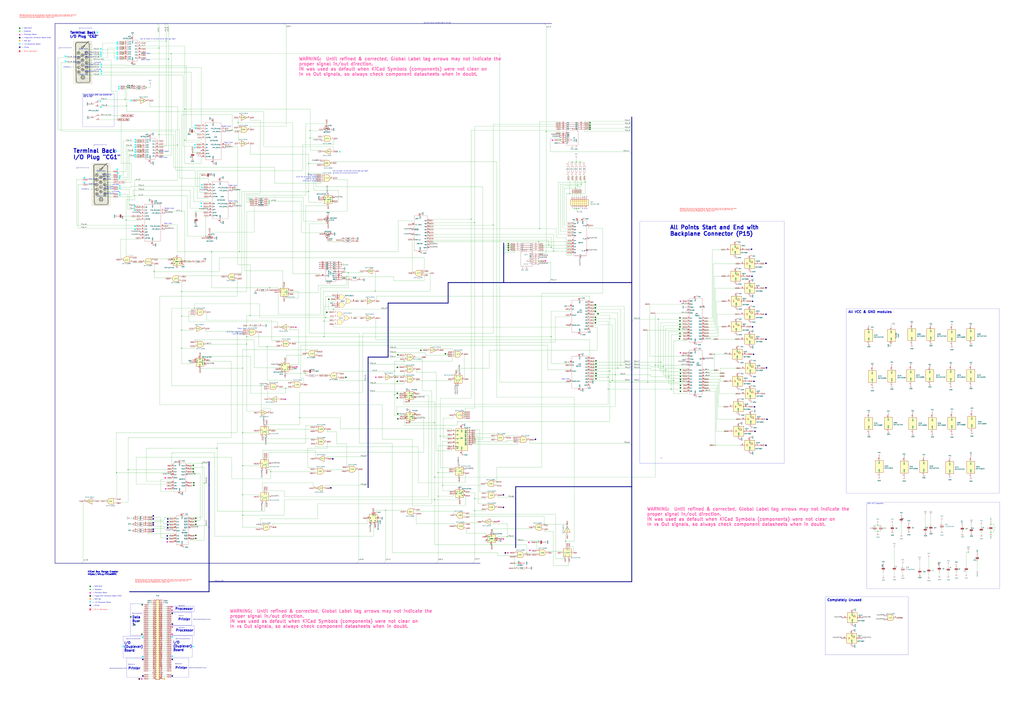
<source format=kicad_sch>
(kicad_sch (version 20230121) (generator eeschema)
  (paper "User" 1300 899.998)
  (junction (at 343.535 598.805))
  (junction (at 268.605 319.405))
  (junction (at 234.315 138.43))
  (junction (at 685.165 290.195))
  (junction (at 476.25 369.57))
  (junction (at 590.55 523.24))
  (junction (at 179.07 191.77))
  (junction (at 733.425 235.585))
  (junction (at 730.885 238.76))
  (junction (at 914.4 477.52))
  (junction (at 734.695 264.795))
  (junction (at 774.065 485.14))
  (junction (at 643.89 681.355))
  (junction (at 411.48 427.355))
  (junction (at 835.66 405.13))
  (junction (at 423.545 392.43))
  (junction (at 201.93 60.96))
  (junction (at 737.87 233.68))
  (junction (at 582.93 605.79))
  (junction (at 513.08 458.47))
  (junction (at 558.8 553.72))
  (junction (at 362.585 492.76))
  (junction (at 307.975 628.015))
  (junction (at 147.955 600.075))
  (junction (at 1229.3191 700.9154))
  (junction (at 234.315 330.835))
  (junction (at 230.505 441.96))
  (junction (at 230.505 370.205))
  (junction (at 630.555 611.505))
  (junction (at 256.54 588.01))
  (junction (at 440.055 351.155))
  (junction (at 772.16 478.79))
  (junction (at 213.995 74.93))
  (junction (at 179.07 198.12))
  (junction (at 693.42 167.005))
  (junction (at 195.58 344.805))
  (junction (at 501.015 476.885))
  (junction (at 699.77 427.355))
  (junction (at 845.185 469.9))
  (junction (at 683.895 306.705))
  (junction (at 561.975 615.95))
  (junction (at 169.545 657.86))
  (junction (at 556.26 600.075))
  (junction (at 156.845 54.61))
  (junction (at 433.07 304.8))
  (junction (at 1114.425 666.75))
  (junction (at 301.625 256.54))
  (junction (at 551.815 605.79))
  (junction (at 247.015 391.16))
  (junction (at 668.655 702.31))
  (junction (at 341.63 255.27))
  (junction (at 403.225 446.405))
  (junction (at 788.035 463.55))
  (junction (at 158.75 126.365))
  (junction (at 513.08 476.885))
  (junction (at 294.64 165.1))
  (junction (at 802.005 617.855))
  (junction (at 781.05 475.615))
  (junction (at 317.5 400.685))
  (junction (at 391.795 243.205))
  (junction (at 729.615 264.795))
  (junction (at 393.7 165.735))
  (junction (at 784.225 467.36))
  (junction (at 590.55 525.78))
  (junction (at 210.82 52.07))
  (junction (at 653.415 706.755))
  (junction (at 307.975 549.275))
  (junction (at 906.78 469.9))
  (junction (at 653.415 715.01))
  (junction (at 718.185 687.07))
  (junction (at 777.24 483.235))
  (junction (at 313.055 413.385))
  (junction (at 802.005 358.775))
  (junction (at 391.795 207.645))
  (junction (at 185.42 111.125))
  (junction (at 1114.425 674.37))
  (junction (at 590.55 528.32))
  (junction (at 391.795 220.345))
  (junction (at 774.065 471.17))
  (junction (at 230.505 419.1))
  (junction (at 690.88 665.48))
  (junction (at 387.35 473.71))
  (junction (at 230.505 267.97))
  (junction (at 736.6 205.74))
  (junction (at 711.2 177.8))
  (junction (at 551.815 536.575))
  (junction (at 501.015 471.17))
  (junction (at 265.43 738.505))
  (junction (at 681.355 688.34))
  (junction (at 393.7 175.26))
  (junction (at 653.415 721.36))
  (junction (at 792.48 459.74))
  (junction (at 831.85 463.55))
  (junction (at 217.17 67.945))
  (junction (at 307.975 591.185))
  (junction (at 1257.8941 675.5154))
  (junction (at 441.96 346.075))
  (junction (at 742.95 231.14))
  (junction (at 160.655 134.62))
  (junction (at 160.02 279.4))
  (junction (at 179.07 185.42))
  (junction (at 313.055 436.88))
  (junction (at 822.325 485.14))
  (junction (at 179.705 67.945))
  (junction (at 304.165 319.405))
  (junction (at 411.48 407.67))
  (junction (at 169.545 665.48))
  (junction (at 331.47 489.585))
  (junction (at 602.615 648.335))
  (junction (at 501.015 501.015))
  (junction (at 341.63 257.81))
  (junction (at 731.52 205.74))
  (junction (at 225.425 184.15))
  (junction (at 387.985 448.945))
  (junction (at 639.445 358.775))
  (junction (at 160.655 109.855))
  (junction (at 156.845 73.66))
  (junction (at 342.265 365.125))
  (junction (at 723.265 245.745))
  (junction (at 598.17 278.13))
  (junction (at 156.845 67.31))
  (junction (at 260.985 299.72))
  (junction (at 838.835 459.74))
  (junction (at 156.845 60.96))
  (junction (at 300.99 422.91))
  (junction (at 626.11 285.75))
  (junction (at 624.205 691.515))
  (junction (at 602.615 633.095))
  (junction (at 551.815 634.365))
  (junction (at 302.26 167.005))
  (junction (at 313.055 427.355))
  (junction (at 244.475 193.04))
  (junction (at 702.945 318.77))
  (junction (at 230.505 401.32))
  (junction (at 162.56 596.265))
  (junction (at 179.07 179.07))
  (junction (at 842.01 465.455))
  (junction (at 848.995 478.155))
  (junction (at 307.975 654.05))
  (junction (at 908.05 565.15))
  (junction (at 302.26 155.575))
  (junction (at 556.26 629.92))
  (junction (at 275.59 568.96))
  (junction (at 852.17 494.03))
  (junction (at 489.585 647.7))
  (junction (at 307.975 467.36))
  (junction (at 602.615 282.575))
  (junction (at 433.705 335.915))
  (junction (at 501.015 478.79))
  (junction (at 259.08 613.41))
  (junction (at 914.4 473.71))
  (junction (at 1257.8941 665.3554))
  (junction (at 906.78 449.58))
  (junction (at 169.545 673.735))
  (junction (at 732.155 264.795))
  (junction (at 696.595 311.15))
  (junction (at 855.345 483.235))
  (junction (at 201.93 192.405))
  (junction (at 380.365 530.225))
  (junction (at 339.09 440.055))
  (junction (at 170.815 248.285))
  (junction (at 726.44 205.74))
  (junction (at 772.16 494.03))
  (junction (at 413.385 403.225))
  (junction (at 234.315 177.8))
  (junction (at 201.93 170.815))
  (junction (at 699.77 313.69))
  (junction (at 683.895 331.47))
  (no_connect (at 143.51 243.205))
  (no_connect (at 255.27 191.135))
  (no_connect (at 744.855 264.795))
  (no_connect (at 523.24 297.815))
  (no_connect (at 598.805 564.515))
  (no_connect (at 206.375 767.715))
  (no_connect (at 264.16 266.065))
  (no_connect (at 294.64 262.255))
  (no_connect (at 894.08 455.93))
  (no_connect (at 872.49 393.7))
  (no_connect (at 471.17 665.48))
  (no_connect (at 220.98 673.735))
  (no_connect (at 1068.705 810.26))
  (no_connect (at 1094.105 810.26))
  (no_connect (at 241.3 669.925))
  (no_connect (at 1069.34 784.225))
  (no_connect (at 1094.74 784.225))
  (no_connect (at 338.455 554.355))
  (no_connect (at 590.55 595.63))
  (no_connect (at 335.915 539.115))
  (no_connect (at 582.93 590.55))
  (no_connect (at 711.2 173.99))
  (no_connect (at 208.915 270.51))
  (no_connect (at 737.235 327.025))
  (no_connect (at 208.915 290.83))
  (no_connect (at 426.085 389.89))
  (no_connect (at 426.085 377.19))
  (no_connect (at 527.685 504.825))
  (no_connect (at 683.895 325.12))
  (no_connect (at 683.895 327.66))
  (no_connect (at 711.2 171.45))
  (no_connect (at 747.395 302.895))
  (no_connect (at 746.125 318.135))
  (no_connect (at 683.895 335.28))
  (no_connect (at 528.32 531.495))
  (no_connect (at 407.67 204.47))
  (no_connect (at 261.62 462.28))
  (no_connect (at 354.33 463.55))
  (no_connect (at 178.435 294.64))
  (no_connect (at 217.805 602.615))
  (no_connect (at 238.125 602.615))
  (no_connect (at 523.24 291.465))
  (no_connect (at 333.375 596.265))
  (no_connect (at 333.375 638.175))
  (no_connect (at 343.535 630.555))
  (no_connect (at 544.83 314.325))
  (no_connect (at 544.83 310.515))
  (no_connect (at 343.535 588.645))
  (no_connect (at 178.435 270.51))
  (no_connect (at 178.435 298.45))
  (no_connect (at 1123.315 781.685))
  (no_connect (at 1123.315 786.765))
  (no_connect (at 742.315 249.555))
  (no_connect (at 120.396 79.375))
  (no_connect (at 739.775 249.555))
  (no_connect (at 285.75 187.325))
  (no_connect (at 143.51 234.315))
  (no_connect (at 285.75 167.005))
  (no_connect (at 111.76 240.03))
  (no_connect (at 88.646 85.09))
  (no_connect (at 193.675 854.075))
  (no_connect (at 206.375 854.075))
  (no_connect (at 206.375 861.695))
  (no_connect (at 294.64 241.935))
  (no_connect (at 264.16 241.935))
  (no_connect (at 744.855 249.555))
  (no_connect (at 872.49 459.74))
  (no_connect (at 894.08 389.89))
  (no_connect (at 255.27 167.005))
  (no_connect (at 120.396 88.265))
  (no_connect (at 742.315 264.795))
  (no_connect (at 616.585 686.435))
  (no_connect (at 339.725 488.315))
  (no_connect (at 217.17 334.645))
  (no_connect (at 224.79 324.485))
  (no_connect (at 224.79 339.725))
  (no_connect (at 433.705 349.885))
  (no_connect (at 433.705 347.345))
  (no_connect (at 405.765 340.995))
  (no_connect (at 405.765 338.455))
  (no_connect (at 405.765 335.915))
  (no_connect (at 405.765 333.375))
  (no_connect (at 416.56 245.745))
  (no_connect (at 581.66 488.95))
  (no_connect (at 579.12 488.95))
  (no_connect (at 584.2 473.71))
  (no_connect (at 424.18 250.825))
  (no_connect (at 408.305 178.435))
  (no_connect (at 739.775 264.795))
  (bus_entry (at 467.36 494.665) (size 2.54 2.54))
  (bus_entry (at 696.595 358.775) (size 2.54 -2.54))
  (bus_entry (at 799.465 153.67) (size 2.54 2.54))
  (bus_entry (at 103.505 715.01) (size 2.54 -2.54))
  (bus_entry (at 799.465 166.37) (size 2.54 2.54))
  (bus_entry (at 487.045 715.01) (size 2.54 -2.54))
  (bus_entry (at 799.465 162.56) (size 2.54 2.54))
  (bus_entry (at 262.89 588.01) (size 2.54 2.54))
  (bus_entry (at 799.465 157.48) (size 2.54 2.54))
  (bus_entry (at 802.005 466.09) (size 2.54 -2.54))
  (bus_entry (at 639.445 313.69) (size 2.54 -2.54))
  (bus_entry (at 262.89 667.385) (size 2.54 2.54))
  (bus_entry (at 492.76 445.135) (size 2.54 2.54))
  (bus_entry (at 199.39 29.845) (size 2.54 2.54))
  (bus_entry (at 802.005 469.9) (size 2.54 -2.54))
  (bus_entry (at 492.76 450.85) (size 2.54 2.54))
  (bus_entry (at 652.145 681.355) (size 2.54 2.54))
  (bus_entry (at 208.28 29.845) (size 2.54 2.54))
  (bus_entry (at 799.465 562.61) (size 2.54 2.54))
  (bus_entry (at 802.005 462.28) (size 2.54 -2.54))
  (bus_entry (at 690.88 29.845) (size 2.54 2.54))
  (bus_entry (at 464.82 483.235) (size 2.54 -2.54))
  (bus_entry (at 464.82 579.755) (size 2.54 -2.54))
  (bus_entry (at 211.455 29.845) (size 2.54 2.54))
  (bus_entry (at 464.82 615.95) (size 2.54 -2.54))
  (bus_entry (at 492.76 439.42) (size 2.54 2.54))
  (bus_entry (at 639.445 318.77) (size 2.54 -2.54))
  (bus_entry (at 262.89 613.41) (size 2.54 2.54))
  (bus_entry (at 652.145 631.19) (size 2.54 2.54))
  (bus_entry (at 600.075 715.01) (size 2.54 -2.54))
  (bus_entry (at 799.465 467.36) (size 2.54 2.54))
  (bus_entry (at 490.22 392.43) (size 2.54 -2.54))
  (bus_entry (at 799.465 459.74) (size 2.54 2.54))
  (bus_entry (at 802.005 485.775) (size 2.54 -2.54))
  (bus_entry (at 802.005 407.67) (size 2.54 -2.54))
  (bus_entry (at 467.36 484.505) (size 2.54 2.54))
  (bus_entry (at 799.465 483.235) (size 2.54 2.54))
  (bus_entry (at 467.36 459.74) (size 2.54 2.54))
  (bus_entry (at 452.755 715.01) (size 2.54 -2.54))
  (bus_entry (at 657.225 686.435) (size -2.54 -2.54))
  (bus_entry (at 639.445 316.23) (size 2.54 -2.54))
  (bus_entry (at 639.445 322.58) (size 2.54 -2.54))
  (bus_entry (at 553.72 715.01) (size 2.54 -2.54))
  (bus_entry (at 799.465 463.55) (size 2.54 2.54))
  (bus_entry (at 360.68 29.845) (size 2.54 2.54))
  (bus_entry (at 799.465 192.405) (size 2.54 2.54))
  (wire (pts (xy 602.615 282.575) (xy 602.615 160.02)))
  (wire (pts (xy 255.27 183.515) (xy 255.27 180.34)))
  (wire (pts (xy 178.435 274.32) (xy 178.435 275.59)))
  (wire (pts (xy 188.595 772.795) (xy 193.675 772.795)))
  (wire (pts (xy 732.155 245.745) (xy 732.155 249.555)))
  (wire (pts (xy 544.83 304.8) (xy 696.595 304.8)))
  (wire (pts (xy 106.426 76.2) (xy 131.953 76.2)))
  (wire (pts (xy 380.365 530.225) (xy 380.365 498.475)))
  (wire (pts (xy 831.85 605.79) (xy 582.93 605.79)))
  (wire (pts (xy 380.365 539.115) (xy 380.365 530.225)))
  (wire (pts (xy 220.98 677.545) (xy 220.98 680.085)))
  (wire (pts (xy 825.5 465.455) (xy 842.01 465.455)))
  (wire (pts (xy 610.87 663.575) (xy 610.87 662.305)))
  (wire (pts (xy 188.595 785.495) (xy 193.675 785.495)))
  (wire (pts (xy 626.11 285.75) (xy 626.11 157.48)))
  (wire (pts (xy 230.505 419.1) (xy 245.745 419.1)))
  (wire (pts (xy 872.49 432.435) (xy 872.49 430.53)))
  (wire (pts (xy 422.91 186.055) (xy 334.645 186.055)))
  (wire (pts (xy 220.98 668.655) (xy 220.98 669.925)))
  (wire (pts (xy 748.665 388.62) (xy 792.48 388.62)))
  (wire (pts (xy 314.96 250.19) (xy 384.81 250.19)))
  (wire (pts (xy 370.84 434.34) (xy 704.85 434.34)))
  (wire (pts (xy 399.415 600.71) (xy 399.415 598.805)))
  (wire (pts (xy 556.26 565.785) (xy 573.405 565.785)))
  (wire (pts (xy 99.695 95.25) (xy 232.41 95.25)))
  (wire (pts (xy 317.5 164.465) (xy 317.5 160.02)))
  (wire (pts (xy 591.82 670.56) (xy 591.82 676.91)))
  (wire (pts (xy 748.665 467.36) (xy 784.225 467.36)))
  (wire (pts (xy 169.545 666.75) (xy 169.545 665.48)))
  (wire (pts (xy 188.595 851.535) (xy 193.675 851.535)))
  (wire (pts (xy 748.665 481.33) (xy 748.665 483.235)))
  (wire (pts (xy 729.615 264.795) (xy 727.075 264.795)))
  (wire (pts (xy 179.07 185.42) (xy 179.07 186.69)))
  (wire (pts (xy 415.29 568.96) (xy 390.525 568.96)))
  (wire (pts (xy 335.915 622.935) (xy 332.74 622.935)))
  (wire (pts (xy 206.375 770.255) (xy 211.455 770.255)))
  (wire (pts (xy 217.805 610.87) (xy 185.42 610.87)))
  (wire (pts (xy 1226.7791 700.9154) (xy 1229.3191 700.9154)))
  (wire (pts (xy 272.415 680.72) (xy 474.345 680.72)))
  (wire (pts (xy 631.825 628.65) (xy 631.825 631.19)))
  (wire (pts (xy 317.5 195.58) (xy 391.795 195.58)))
  (wire (pts (xy 340.995 581.025) (xy 338.455 581.025)))
  (wire (pts (xy 440.055 351.155) (xy 440.055 361.95)))
  (wire (pts (xy 222.885 166.37) (xy 77.47 166.37)))
  (wire (pts (xy 355.6 432.435) (xy 355.6 433.705)))
  (wire (pts (xy 188.595 846.455) (xy 193.675 846.455)))
  (wire (pts (xy 408.305 173.355) (xy 408.305 175.26)))
  (wire (pts (xy 408.305 175.26) (xy 393.7 175.26)))
  (wire (pts (xy 772.16 478.79) (xy 748.665 478.79)))
  (wire (pts (xy 160.655 141.605) (xy 160.655 134.62)))
  (wire (pts (xy 77.47 166.37) (xy 77.47 79.375)))
  (wire (pts (xy 872.49 496.57) (xy 872.49 499.745)))
  (wire (pts (xy 1240.7491 712.3454) (xy 1240.7491 725.0454)))
  (wire (pts (xy 391.795 220.345) (xy 407.67 220.345)))
  (wire (pts (xy 134.62 227.965) (xy 143.51 227.965)))
  (wire (pts (xy 1221.74 677.545) (xy 1221.74 675.005)))
  (wire (pts (xy 380.365 539.115) (xy 338.455 539.115)))
  (wire (pts (xy 247.65 275.59) (xy 248.92 275.59)))
  (wire (pts (xy 723.265 461.645) (xy 699.77 461.645)))
  (wire (pts (xy 747.395 289.56) (xy 747.395 286.385)))
  (wire (pts (xy 203.835 682.625) (xy 220.98 682.625)))
  (wire (pts (xy 712.47 699.77) (xy 712.47 701.675)))
  (wire (pts (xy 343.535 544.83) (xy 400.05 544.83)))
  (wire (pts (xy 598.805 563.88) (xy 657.225 563.88)))
  (wire (pts (xy 910.59 532.13) (xy 940.435 532.13)))
  (wire (pts (xy 716.28 285.75) (xy 716.28 238.76)))
  (wire (pts (xy 544.83 307.975) (xy 544.83 306.705)))
  (wire (pts (xy 247.65 236.22) (xy 247.65 215.9)))
  (wire (pts (xy 169.545 675.005) (xy 169.545 673.735)))
  (wire (pts (xy 423.545 392.43) (xy 423.545 396.24)))
  (wire (pts (xy 683.895 318.77) (xy 702.945 318.77)))
  (wire (pts (xy 208.28 656.59) (xy 208.28 660.4)))
  (wire (pts (xy 384.81 250.19) (xy 384.81 280.67)))
  (wire (pts (xy 476.25 369.57) (xy 410.21 369.57)))
  (wire (pts (xy 247.015 434.34) (xy 247.015 431.165)))
  (wire (pts (xy 905.51 407.67) (xy 905.51 334.645)))
  (wire (pts (xy 544.83 291.465) (xy 544.83 290.195)))
  (wire (pts (xy 201.93 170.815) (xy 220.345 170.815)))
  (wire (pts (xy 313.055 267.97) (xy 440.69 267.97)))
  (wire (pts (xy 318.135 499.11) (xy 362.585 499.11)))
  (wire (pts (xy 111.506 79.375) (xy 120.396 79.375)))
  (wire (pts (xy 230.505 145.415) (xy 230.505 267.97)))
  (wire (pts (xy 201.93 170.815) (xy 201.93 179.07)))
  (wire (pts (xy 894.08 481.33) (xy 913.13 481.33)))
  (wire (pts (xy 172.72 580.39) (xy 172.72 614.68)))
  (wire (pts (xy 134.62 222.25) (xy 143.51 222.25)))
  (wire (pts (xy 591.82 665.48) (xy 591.82 663.575)))
  (wire (pts (xy 125.73 146.685) (xy 153.67 146.685)))
  (wire (pts (xy 765.175 289.56) (xy 747.395 289.56)))
  (wire (pts (xy 300.99 375.92) (xy 202.565 375.92)))
  (wire (pts (xy 501.015 476.885) (xy 513.08 476.885)))
  (wire (pts (xy 306.705 243.205) (xy 391.795 243.205)))
  (wire (pts (xy 653.415 721.36) (xy 653.415 721.4108)))
  (wire (pts (xy 147.955 600.075) (xy 217.805 600.075)))
  (polyline (pts (xy 181.61 835.025) (xy 156.21 835.025)))
  (wire (pts (xy 244.475 192.405) (xy 244.475 193.04)))
  (wire (pts (xy 268.605 319.405) (xy 304.165 319.405)))
  (wire (pts (xy 172.72 580.39) (xy 294.005 580.39)))
  (wire (pts (xy 307.975 443.865) (xy 403.225 443.865)))
  (wire (pts (xy 424.18 254) (xy 424.18 255.905)))
  (wire (pts (xy 718.82 245.745) (xy 718.82 281.94)))
  (wire (pts (xy 369.57 462.915) (xy 379.095 462.915)))
  (wire (pts (xy 304.165 240.03) (xy 294.64 240.03)))
  (wire (pts (xy 838.835 471.805) (xy 872.49 471.805)))
  (wire (pts (xy 328.295 440.055) (xy 339.09 440.055)))
  (wire (pts (xy 730.885 238.76) (xy 730.885 229.235)))
  (wire (pts (xy 904.24 403.86) (xy 904.24 316.865)))
  (wire (pts (xy 427.355 563.245) (xy 440.055 563.245)))
  (wire (pts (xy 335.915 638.175) (xy 335.915 648.97)))
  (wire (pts (xy 206.375 793.115) (xy 211.455 793.115)))
  (wire (pts (xy 1195.705 671.83) (xy 1195.705 674.37)))
  (wire (pts (xy 422.91 192.405) (xy 422.91 186.055)))
  (wire (pts (xy 379.095 462.915) (xy 379.095 418.465)))
  (wire (pts (xy 381.635 438.15) (xy 381.635 480.06)))
  (wire (pts (xy 272.415 574.675) (xy 272.415 680.72)))
  (wire (pts (xy 501.015 501.015) (xy 501.015 478.79)))
  (wire (pts (xy 440.055 351.155) (xy 433.705 351.155)))
  (polyline (pts (xy 217.678 777.113) (xy 243.586 777.113)))
  (wire (pts (xy 913.13 481.33) (xy 913.13 499.745)))
  (wire (pts (xy 368.3 368.3) (xy 368.3 369.57)))
  (wire (pts (xy 179.705 60.96) (xy 179.705 62.23)))
  (wire (pts (xy 598.805 550.545) (xy 628.015 550.545)))
  (wire (pts (xy 206.375 813.435) (xy 211.455 813.435)))
  (wire (pts (xy 360.68 363.22) (xy 358.775 363.22)))
  (wire (pts (xy 910.59 422.91) (xy 910.59 398.78)))
  (wire (pts (xy 718.185 687.07) (xy 718.185 694.055)))
  (wire (pts (xy 398.145 241.3) (xy 429.26 241.3)))
  (wire (pts (xy 909.32 419.1) (xy 909.32 382.27)))
  (wire (pts (xy 440.69 354.965) (xy 433.705 354.965)))
  (wire (pts (xy 653.415 314.96) (xy 653.415 316.23)))
  (wire (pts (xy 203.835 623.57) (xy 217.805 623.57)))
  (wire (pts (xy 608.965 624.205) (xy 608.965 545.465)))
  (wire (pts (xy 384.81 280.67) (xy 408.94 280.67)))
  (wire (pts (xy 302.26 155.575) (xy 302.26 161.925)))
  (wire (pts (xy 391.795 207.645) (xy 407.67 207.645)))
  (wire (pts (xy 721.36 223.52) (xy 723.265 223.52)))
  (wire (pts (xy 207.645 664.845) (xy 207.645 662.305)))
  (wire (pts (xy 188.595 770.255) (xy 193.675 770.255)))
  (wire (pts (xy 415.29 548.005) (xy 427.355 548.005)))
  (polyline (pts (xy 243.84 807.085) (xy 243.84 834.39)))
  (wire (pts (xy 342.265 365.125) (xy 353.06 365.125)))
  (wire (pts (xy 206.375 833.755) (xy 211.455 833.755)))
  (wire (pts (xy 125.095 134.62) (xy 160.655 134.62)))
  (wire (pts (xy 263.525 267.97) (xy 247.65 267.97)))
  (wire (pts (xy 391.795 243.205) (xy 391.795 256.54)))
  (wire (pts (xy 562.61 530.86) (xy 575.31 530.86)))
  (wire (pts (xy 513.08 647.7) (xy 513.08 649.605)))
  (wire (pts (xy 208.915 285.115) (xy 224.79 285.115)))
  (wire (pts (xy 185.42 109.855) (xy 185.42 111.125)))
  (wire (pts (xy 690.88 671.83) (xy 690.88 674.37)))
  (wire (pts (xy 341.63 255.27) (xy 341.63 257.81)))
  (wire (pts (xy 1174.75 653.415) (xy 1174.75 668.655)))
  (wire (pts (xy 261.62 458.47) (xy 293.37 458.47)))
  (wire (pts (xy 731.52 200.66) (xy 731.52 205.74)))
  (wire (pts (xy 129.54 243.205) (xy 143.51 243.205)))
  (wire (pts (xy 748.665 392.43) (xy 748.665 391.16)))
  (wire (pts (xy 255.27 187.325) (xy 255.27 185.42)))
  (wire (pts (xy 723.265 245.745) (xy 727.075 245.745)))
  (wire (pts (xy 602.615 518.16) (xy 590.55 518.16)))
  (wire (pts (xy 153.035 329.565) (xy 153.035 303.53)))
  (wire (pts (xy 513.08 531.495) (xy 513.08 539.75)))
  (wire (pts (xy 147.955 637.54) (xy 147.955 638.81)))
  (wire (pts (xy 512.445 501.015) (xy 501.015 501.015)))
  (wire (pts (xy 260.35 220.345) (xy 260.35 222.25)))
  (wire (pts (xy 906.78 565.15) (xy 908.05 565.15)))
  (wire (pts (xy 429.26 254) (xy 424.18 254)))
  (wire (pts (xy 201.93 60.96) (xy 201.93 170.815)))
  (wire (pts (xy 528.32 481.33) (xy 528.32 483.235)))
  (wire (pts (xy 792.48 388.62) (xy 792.48 459.74)))
  (wire (pts (xy 339.09 482.6) (xy 370.205 482.6)))
  (wire (pts (xy 748.665 458.47) (xy 748.665 459.74)))
  (wire (pts (xy 99.06 234.315) (xy 105.41 234.315)))
  (wire (pts (xy 206.375 856.615) (xy 211.455 856.615)))
  (wire (pts (xy 188.595 782.955) (xy 193.675 782.955)))
  (wire (pts (xy 631.825 705.485) (xy 653.415 705.485)))
  (bus (pts (xy 696.595 358.775) (xy 802.005 358.775)) (stroke (width 1)))
  (wire (pts (xy 158.75 109.855) (xy 160.655 109.855)))
  (wire (pts (xy 781.05 516.255) (xy 781.05 475.615)))
  (wire (pts (xy 333.375 571.5) (xy 400.05 571.5)))
  (wire (pts (xy 225.425 135.255) (xy 189.865 135.255)))
  (wire (pts (xy 187.325 675.005) (xy 187.325 677.545)))
  (wire (pts (xy 169.545 673.735) (xy 169.545 672.465)))
  (wire (pts (xy 313.055 422.91) (xy 300.99 422.91)))
  (wire (pts (xy 188.595 808.355) (xy 193.675 808.355)))
  (wire (pts (xy 574.04 450.85) (xy 539.75 450.85)))
  (wire (pts (xy 149.86 249.555) (xy 168.91 249.555)))
  (wire (pts (xy 729.615 245.745) (xy 729.615 249.555)))
  (wire (pts (xy 201.93 190.5) (xy 201.93 192.405)))
  (wire (pts (xy 589.28 449.58) (xy 589.28 481.33)))
  (wire (pts (xy 894.08 492.76) (xy 909.32 492.76)))
  (wire (pts (xy 206.375 826.135) (xy 211.455 826.135)))
  (wire (pts (xy 725.805 299.085) (xy 725.805 297.18)))
  (wire (pts (xy 1132.84 664.21) (xy 1132.84 666.75)))
  (wire (pts (xy 693.42 32.385) (xy 693.42 167.005)))
  (wire (pts (xy 725.805 285.75) (xy 716.28 285.75)))
  (wire (pts (xy 188.595 826.135) (xy 193.675 826.135)))
  (wire (pts (xy 1114.425 674.37) (xy 1114.425 676.91)))
  (wire (pts (xy 322.58 255.27) (xy 322.58 254)))
  (wire (pts (xy 293.37 458.47) (xy 293.37 555.625)))
  (wire (pts (xy 615.315 614.045) (xy 615.315 615.95)))
  (wire (pts (xy 598.805 553.085) (xy 607.06 553.085)))
  (wire (pts (xy 804.545 467.36) (xy 825.5 467.36)))
  (wire (pts (xy 415.29 582.295) (xy 415.29 579.755)))
  (wire (pts (xy 412.75 619.76) (xy 412.75 615.95)))
  (wire (pts (xy 206.375 841.375) (xy 211.455 841.375)))
  (wire (pts (xy 149.86 217.805) (xy 160.02 217.805)))
  (wire (pts (xy 574.04 449.58) (xy 574.04 450.85)))
  (wire (pts (xy 909.32 547.37) (xy 925.195 547.37)))
  (wire (pts (xy 232.41 332.105) (xy 232.41 330.835)))
  (wire (pts (xy 653.415 320.04) (xy 653.415 317.5)))
  (wire (pts (xy 574.04 442.595) (xy 558.165 442.595)))
  (wire (pts (xy 169.545 657.86) (xy 169.545 659.13)))
  (wire (pts (xy 748.665 459.74) (xy 792.48 459.74)))
  (wire (pts (xy 307.975 628.015) (xy 307.975 654.05)))
  (wire (pts (xy 264.16 251.46) (xy 264.16 249.555)))
  (wire (pts (xy 355.6 440.055) (xy 339.09 440.055)))
  (wire (pts (xy 260.985 302.26) (xy 260.985 299.72)))
  (wire (pts (xy 261.62 457.2) (xy 261.62 458.47)))
  (wire (pts (xy 407.035 398.78) (xy 353.06 398.78)))
  (wire (pts (xy 125.095 129.54) (xy 125.095 126.365)))
  (bus (pts (xy 487.045 715.01) (xy 553.72 715.01)) (stroke (width 0.5)))
  (bus (pts (xy 802.005 165.1) (xy 802.005 168.91)) (stroke (width 1)))
  (wire (pts (xy 179.705 58.42) (xy 234.315 58.42)))
  (wire (pts (xy 206.375 805.815) (xy 211.455 805.815)))
  (wire (pts (xy 431.165 483.235) (xy 464.82 483.235)))
  (wire (pts (xy 598.805 560.705) (xy 643.255 560.705)))
  (wire (pts (xy 643.89 664.845) (xy 643.89 681.355)))
  (wire (pts (xy 97.155 285.75) (xy 178.435 285.75)))
  (wire (pts (xy 285.75 165.1) (xy 285.75 163.195)))
  (wire (pts (xy 358.775 363.22) (xy 358.775 343.535)))
  (wire (pts (xy 188.595 856.615) (xy 193.675 856.615)))
  (wire (pts (xy 675.64 671.195) (xy 675.64 669.29)))
  (wire (pts (xy 774.065 400.05) (xy 748.665 400.05)))
  (wire (pts (xy 317.5 152.4) (xy 317.5 149.225)))
  (wire (pts (xy 725.805 289.56) (xy 714.375 289.56)))
  (bus (pts (xy 654.685 683.895) (xy 654.685 695.325)) (stroke (width 1)))
  (wire (pts (xy 123.825 217.805) (xy 123.825 220.98)))
  (wire (pts (xy 400.05 567.055) (xy 530.86 567.055)))
  (wire (pts (xy 411.48 427.355) (xy 313.055 427.355)))
  (wire (pts (xy 363.22 32.385) (xy 363.22 160.02)))
  (wire (pts (xy 461.645 401.955) (xy 461.645 403.86)))
  (wire (pts (xy 469.9 497.205) (xy 512.445 497.205)))
  (wire (pts (xy 207.645 668.02) (xy 207.645 668.655)))
  (wire (pts (xy 202.565 375.92) (xy 202.565 513.715)))
  (wire (pts (xy 831.85 397.51) (xy 872.49 397.51)))
  (wire (pts (xy 772.16 494.03) (xy 772.16 478.79)))
  (wire (pts (xy 683.895 313.69) (xy 699.77 313.69)))
  (wire (pts (xy 546.1 346.71) (xy 538.48 346.71)))
  (wire (pts (xy 201.93 32.385) (xy 201.93 60.96)))
  (bus (pts (xy 265.43 590.55) (xy 265.43 615.95)) (stroke (width 1)))
  (wire (pts (xy 758.19 444.5) (xy 621.03 444.5)))
  (wire (pts (xy 188.595 810.895) (xy 193.675 810.895)))
  (wire (pts (xy 558.165 442.595) (xy 558.165 444.5)))
  (wire (pts (xy 641.985 320.04) (xy 653.415 320.04)))
  (wire (pts (xy 894.08 411.48) (xy 906.78 411.48)))
  (wire (pts (xy 433.705 351.155) (xy 433.705 352.425)))
  (wire (pts (xy 906.78 350.52) (xy 921.385 350.52)))
  (wire (pts (xy 574.04 458.47) (xy 574.04 452.12)))
  (wire (pts (xy 630.555 611.505) (xy 630.555 593.09)))
  (wire (pts (xy 410.21 369.57) (xy 410.21 400.685)))
  (wire (pts (xy 246.38 461.645) (xy 246.38 459.74)))
  (wire (pts (xy 423.545 401.32) (xy 423.545 403.225)))
  (wire (pts (xy 340.36 252.73) (xy 341.63 252.73)))
  (wire (pts (xy 911.86 414.655) (xy 922.02 414.655)))
  (wire (pts (xy 387.985 448.945) (xy 387.985 450.85)))
  (wire (pts (xy 217.805 391.16) (xy 247.015 391.16)))
  (wire (pts (xy 247.65 168.91) (xy 255.27 168.91)))
  (wire (pts (xy 725.805 295.275) (xy 725.805 293.37)))
  (wire (pts (xy 185.42 568.96) (xy 275.59 568.96)))
  (wire (pts (xy 711.2 179.07) (xy 711.2 177.8)))
  (wire (pts (xy 255.27 185.42) (xy 232.41 185.42)))
  (wire (pts (xy 1179.1557 707.7778) (xy 1179.1557 720.4778)))
  (wire (pts (xy 693.42 321.31) (xy 683.895 321.31)))
  (wire (pts (xy 872.49 415.29) (xy 872.49 416.56)))
  (wire (pts (xy 512.445 513.08) (xy 772.16 513.08)))
  (wire (pts (xy 331.47 518.16) (xy 342.9 518.16)))
  (bus (pts (xy 168.275 777.875) (xy 168.275 779.145)))
  (wire (pts (xy 187.325 660.4) (xy 187.325 659.13)))
  (wire (pts (xy 451.485 380.365) (xy 462.28 380.365)))
  (wire (pts (xy 591.82 676.91) (xy 616.585 676.91)))
  (wire (pts (xy 725.805 287.655) (xy 725.805 285.75)))
  (wire (pts (xy 683.895 321.31) (xy 683.895 322.58)))
  (wire (pts (xy 230.505 401.32) (xy 230.505 419.1)))
  (wire (pts (xy 473.71 650.24) (xy 474.98 650.24)))
  (wire (pts (xy 156.21 222.25) (xy 156.21 179.07)))
  (wire (pts (xy 247.015 431.165) (xy 322.58 431.165)))
  (wire (pts (xy 256.54 656.59) (xy 241.3 656.59)))
  (bus (pts (xy 164.465 751.205) (xy 265.43 751.205)) (stroke (width 1)))
  (wire (pts (xy 343.535 598.805) (xy 343.535 607.695)))
  (wire (pts (xy 906.78 449.58) (xy 906.78 469.9)))
  (wire (pts (xy 748.03 375.92) (xy 477.52 375.92)))
  (wire (pts (xy 695.325 438.15) (xy 381.635 438.15)))
  (wire (pts (xy 185.42 610.87) (xy 185.42 568.96)))
  (wire (pts (xy 255.27 177.8) (xy 234.315 177.8)))
  (wire (pts (xy 247.015 394.97) (xy 239.395 394.97)))
  (wire (pts (xy 621.03 444.5) (xy 621.03 467.36)))
  (wire (pts (xy 260.985 420.37) (xy 300.99 420.37)))
  (wire (pts (xy 513.08 450.85) (xy 513.08 453.39)))
  (wire (pts (xy 241.3 666.115) (xy 241.3 667.385)))
  (wire (pts (xy 708.66 297.18) (xy 708.66 231.14)))
  (wire (pts (xy 207.645 668.655) (xy 220.98 668.655)))
  (wire (pts (xy 544.83 285.75) (xy 626.11 285.75)))
  (wire (pts (xy 737.235 245.745) (xy 742.95 245.745)))
  (wire (pts (xy 241.3 667.385) (xy 262.89 667.385)))
  (wire (pts (xy 201.93 186.69) (xy 201.93 185.42)))
  (wire (pts (xy 774.065 471.17) (xy 748.665 471.17)))
  (wire (pts (xy 520.7 536.575) (xy 551.815 536.575)))
  (wire (pts (xy 908.05 496.57) (xy 894.08 496.57)))
  (wire (pts (xy 188.595 780.415) (xy 193.675 780.415)))
  (wire (pts (xy 371.475 155.575) (xy 371.475 347.345)))
  (wire (pts (xy 322.58 260.35) (xy 322.58 294.64)))
  (wire (pts (xy 825.5 467.36) (xy 825.5 469.9)))
  (wire (pts (xy 602.615 648.335) (xy 602.615 633.095)))
  (wire (pts (xy 1114.425 664.21) (xy 1114.425 666.75)))
  (wire (pts (xy 513.08 455.93) (xy 513.08 458.47)))
  (wire (pts (xy 544.83 297.18) (xy 702.945 297.18)))
  (wire (pts (xy 553.72 572.135) (xy 573.405 572.135)))
  (wire (pts (xy 748.665 471.17) (xy 748.665 469.9)))
  (wire (pts (xy 872.49 403.86) (xy 872.49 405.13)))
  (wire (pts (xy 699.135 332.74) (xy 699.135 356.235)))
  (wire (pts (xy 466.09 664.845) (xy 466.09 657.86)))
  (wire (pts (xy 598.805 551.815) (xy 598.805 553.085)))
  (wire (pts (xy 523.24 557.53) (xy 523.24 641.985)))
  (wire (pts (xy 266.065 294.64) (xy 322.58 294.64)))
  (wire (pts (xy 382.27 255.27) (xy 341.63 255.27)))
  (wire (pts (xy 1192.53 725.805) (xy 1192.4891 730.7604)))
  (wire (pts (xy 314.96 254) (xy 314.96 250.19)))
  (wire (pts (xy 187.325 666.75) (xy 187.325 668.02)))
  (wire (pts (xy 742.95 231.14) (xy 742.95 223.52)))
  (wire (pts (xy 339.725 493.395) (xy 339.725 506.73)))
  (wire (pts (xy 641.985 311.15) (xy 653.415 311.15)))
  (bus (pts (xy 467.36 613.41) (xy 467.36 619.125)) (stroke (width 1)))
  (wire (pts (xy 894.08 488.95) (xy 910.59 488.95)))
  (wire (pts (xy 313.055 256.54) (xy 313.055 247.65)))
  (wire (pts (xy 217.17 67.945) (xy 634.365 67.945)))
  (wire (pts (xy 403.86 361.95) (xy 440.055 361.95)))
  (wire (pts (xy 195.58 328.295) (xy 217.17 328.295)))
  (wire (pts (xy 247.015 385.445) (xy 329.565 385.445)))
  (wire (pts (xy 583.565 634.365) (xy 551.815 634.365)))
  (wire (pts (xy 706.12 301.625) (xy 718.82 301.625)))
  (wire (pts (xy 668.655 704.215) (xy 668.655 702.31)))
  (bus (pts (xy 492.76 384.81) (xy 492.76 389.89)) (stroke (width 1)))
  (wire (pts (xy 400.05 544.83) (xy 400.05 547.37)))
  (wire (pts (xy 448.945 403.86) (xy 448.945 401.955)))
  (wire (pts (xy 556.26 600.075) (xy 575.31 600.075)))
  (wire (pts (xy 872.49 416.56) (xy 845.185 416.56)))
  (wire (pts (xy 168.91 241.3) (xy 168.91 249.555)))
  (wire (pts (xy 726.44 205.74) (xy 721.36 205.74)))
  (wire (pts (xy 328.295 630.555) (xy 328.295 628.015)))
  (wire (pts (xy 300.99 348.615) (xy 300.99 346.71)))
  (wire (pts (xy 220.98 682.625) (xy 220.98 683.895)))
  (wire (pts (xy 575.31 595.63) (xy 575.31 593.725)))
  (polyline (pts (xy 156.21 807.72) (xy 156.21 835.025)))
  (wire (pts (xy 538.48 327.025) (xy 278.13 327.025)))
  (bus (pts (xy 654.685 617.855) (xy 802.005 617.855)) (stroke (width 1)))
  (wire (pts (xy 322.58 254) (xy 314.96 254)))
  (wire (pts (xy 576.58 664.845) (xy 528.32 664.845)))
  (wire (pts (xy 772.16 494.03) (xy 852.17 494.03)))
  (wire (pts (xy 1203.9191 716.5364) (xy 1203.9191 719.3304)))
  (wire (pts (xy 748.665 407.67) (xy 748.665 406.4)))
  (wire (pts (xy 361.95 473.71) (xy 387.35 473.71)))
  (wire (pts (xy 381.635 480.06) (xy 385.445 480.06)))
  (bus (pts (xy 452.755 715.01) (xy 487.045 715.01)) (stroke (width 0.5)))
  (wire (pts (xy 344.805 432.435) (xy 355.6 432.435)))
  (wire (pts (xy 168.275 323.85) (xy 168.275 327.025)))
  (wire (pts (xy 781.05 475.615) (xy 826.135 475.615)))
  (wire (pts (xy 156.845 73.66) (xy 144.78 73.66)))
  (wire (pts (xy 208.915 287.02) (xy 208.915 285.115)))
  (wire (pts (xy 264.16 226.06) (xy 227.965 226.06)))
  (wire (pts (xy 725.805 281.94) (xy 725.805 283.845)))
  (wire (pts (xy 234.315 58.42) (xy 234.315 138.43)))
  (wire (pts (xy 339.09 440.055) (xy 339.09 482.6)))
  (wire (pts (xy 643.89 681.355) (xy 652.145 681.355)))
  (wire (pts (xy 558.8 593.725) (xy 558.8 553.72)))
  (wire (pts (xy 690.88 665.48) (xy 720.09 665.48)))
  (wire (pts (xy 845.185 469.9) (xy 845.185 480.06)))
  (wire (pts (xy 188.595 788.035) (xy 193.675 788.035)))
  (wire (pts (xy 548.005 495.935) (xy 548.005 639.445)))
  (wire (pts (xy 702.945 297.18) (xy 702.945 318.77)))
  (wire (pts (xy 294.005 607.695) (xy 343.535 607.695)))
  (wire (pts (xy 822.325 419.1) (xy 822.325 485.14)))
  (wire (pts (xy 206.375 815.975) (xy 211.455 815.975)))
  (wire (pts (xy 408.94 280.67) (xy 408.94 278.765)))
  (wire (pts (xy 804.545 405.13) (xy 835.66 405.13)))
  (wire (pts (xy 774.065 471.17) (xy 774.065 400.05)))
  (wire (pts (xy 301.625 256.54) (xy 301.625 186.055)))
  (wire (pts (xy 523.24 304.165) (xy 523.24 346.71)))
  (wire (pts (xy 411.48 388.62) (xy 411.48 407.67)))
  (wire (pts (xy 387.35 473.71) (xy 389.89 473.71)))
  (wire (pts (xy 852.17 494.03) (xy 872.49 494.03)))
  (wire (pts (xy 370.205 492.76) (xy 370.205 490.855)))
  (wire (pts (xy 259.08 613.41) (xy 259.08 685.8)))
  (bus (pts (xy 492.76 450.85) (xy 492.76 453.39)) (stroke (width 1)))
  (wire (pts (xy 774.065 485.14) (xy 774.065 471.17)))
  (wire (pts (xy 136.525 73.025) (xy 136.525 60.96)))
  (wire (pts (xy 105.41 712.47) (xy 106.045 712.47)))
  (wire (pts (xy 208.28 660.4) (xy 187.325 660.4)))
  (wire (pts (xy 440.055 596.265) (xy 414.655 596.265)))
  (wire (pts (xy 501.015 527.685) (xy 501.015 501.015)))
  (wire (pts (xy 872.49 499.745) (xy 855.345 499.745)))
  (wire (pts (xy 217.805 623.57) (xy 217.805 620.395)))
  (wire (pts (xy 247.65 267.97) (xy 247.65 275.59)))
  (wire (pts (xy 544.83 300.99) (xy 699.77 300.99)))
  (wire (pts (xy 590.55 528.32) (xy 590.55 530.86)))
  (wire (pts (xy 188.595 793.115) (xy 193.675 793.115)))
  (wire (pts (xy 397.51 612.775) (xy 397.51 619.76)))
  (wire (pts (xy 624.205 691.515) (xy 668.655 691.515)))
  (polyline (pts (xy 246.38 776.605) (xy 217.678 776.605)))
  (wire (pts (xy 758.19 415.29) (xy 758.19 444.5)))
  (wire (pts (xy 238.125 593.09) (xy 259.08 593.09)))
  (wire (pts (xy 872.49 409.575) (xy 838.835 409.575)))
  (wire (pts (xy 579.12 473.71) (xy 581.025 473.71)))
  (wire (pts (xy 136.525 60.96) (xy 156.845 60.96)))
  (wire (pts (xy 537.845 574.04) (xy 340.995 574.04)))
  (wire (pts (xy 327.66 521.97) (xy 327.66 523.875)))
  (wire (pts (xy 242.57 161.29) (xy 242.57 91.44)))
  (wire (pts (xy 300.99 346.71) (xy 306.705 346.71)))
  (wire (pts (xy 294.005 607.695) (xy 294.005 580.39)))
  (wire (pts (xy 352.425 408.305) (xy 352.425 415.29)))
  (wire (pts (xy 160.02 279.4) (xy 160.02 323.85)))
  (wire (pts (xy 411.48 427.355) (xy 699.77 427.355)))
  (wire (pts (xy 1131.57 410.845) (xy 1131.57 415.925)))
  (wire (pts (xy 643.255 560.705) (xy 643.255 559.435)))
  (wire (pts (xy 201.93 196.85) (xy 217.17 196.85)))
  (bus (pts (xy 208.28 29.845) (xy 211.455 29.845)) (stroke (width 0.5)))
  (wire (pts (xy 696.595 701.675) (xy 696.595 699.77)))
  (wire (pts (xy 407.035 365.125) (xy 407.035 398.78)))
  (wire (pts (xy 188.595 795.655) (xy 193.675 795.655)))
  (wire (pts (xy 657.225 553.085) (xy 657.225 555.625)))
  (wire (pts (xy 134.62 240.03) (xy 143.51 240.03)))
  (wire (pts (xy 699.77 313.69) (xy 699.77 314.96)))
  (wire (pts (xy 1264.2441 671.7054) (xy 1261.7041 671.7054)))
  (wire (pts (xy 845.185 480.06) (xy 872.49 480.06)))
  (wire (pts (xy 179.07 190.5) (xy 179.07 191.77)))
  (wire (pts (xy 528.32 648.97) (xy 528.32 647.065)))
  (wire (pts (xy 306.705 243.205) (xy 306.705 346.71)))
  (bus (pts (xy 802.005 160.02) (xy 802.005 165.1)) (stroke (width 1)))
  (wire (pts (xy 748.665 415.29) (xy 758.19 415.29)))
  (wire (pts (xy 630.555 593.09) (xy 687.705 593.09)))
  (wire (pts (xy 132.715 635) (xy 132.715 636.27)))
  (wire (pts (xy 322.58 466.725) (xy 354.33 466.725)))
  (wire (pts (xy 147.32 600.075) (xy 147.955 600.075)))
  (wire (pts (xy 400.685 236.855) (xy 400.685 228.6)))
  (wire (pts (xy 206.375 838.835) (xy 211.455 838.835)))
  (wire (pts (xy 156.845 73.66) (xy 156.845 74.93)))
  (wire (pts (xy 723.265 412.75) (xy 723.265 415.29)))
  (wire (pts (xy 230.505 370.205) (xy 313.055 370.205)))
  (wire (pts (xy 179.07 191.77) (xy 179.07 193.04)))
  (wire (pts (xy 415.29 560.705) (xy 415.29 568.96)))
  (polyline (pts (xy 246.38 794.385) (xy 246.38 806.45)))
  (wire (pts (xy 528.32 664.845) (xy 528.32 652.145)))
  (wire (pts (xy 340.36 255.27) (xy 341.63 255.27)))
  (wire (pts (xy 825.5 469.9) (xy 845.185 469.9)))
  (wire (pts (xy 748.665 431.165) (xy 476.885 431.165)))
  (wire (pts (xy 573.405 546.735) (xy 573.405 544.195)))
  (wire (pts (xy 573.405 565.785) (xy 573.405 567.055)))
  (wire (pts (xy 230.505 461.645) (xy 246.38 461.645)))
  (wire (pts (xy 322.58 256.54) (xy 313.055 256.54)))
  (wire (pts (xy 407.67 224.79) (xy 407.67 223.52)))
  (bus (pts (xy 222.885 842.01) (xy 222.885 843.28)))
  (wire (pts (xy 748.665 394.97) (xy 748.665 396.875)))
  (wire (pts (xy 387.985 247.65) (xy 387.985 156.845)))
  (wire (pts (xy 293.37 555.625) (xy 162.56 555.625)))
  (wire (pts (xy 838.835 459.74) (xy 838.835 471.805)))
  (wire (pts (xy 427.355 548.005) (xy 427.355 563.245)))
  (wire (pts (xy 411.48 407.67) (xy 423.545 407.67)))
  (wire (pts (xy 908.05 565.15) (xy 939.165 565.15)))
  (bus (pts (xy 600.075 715.01) (xy 609.6 715.01)) (stroke (width 0.5)))
  (wire (pts (xy 307.975 467.36) (xy 254 467.36)))
  (wire (pts (xy 206.375 851.535) (xy 211.455 851.535)))
  (wire (pts (xy 774.065 485.14) (xy 822.325 485.14)))
  (wire (pts (xy 328.295 421.64) (xy 328.295 440.055)))
  (wire (pts (xy 123.19 248.285) (xy 123.19 249.555)))
  (wire (pts (xy 575.945 654.05) (xy 575.945 648.97)))
  (wire (pts (xy 156.845 67.31) (xy 156.845 68.58)))
  (wire (pts (xy 188.595 859.155) (xy 193.675 859.155)))
  (wire (pts (xy 188.595 836.295) (xy 193.675 836.295)))
  (wire (pts (xy 433.07 302.9458) (xy 433.07 304.8)))
  (wire (pts (xy 206.375 846.455) (xy 211.455 846.455)))
  (wire (pts (xy 341.63 260.35) (xy 341.63 257.81)))
  (wire (pts (xy 431.8 306.705) (xy 431.8 304.8)))
  (wire (pts (xy 343.535 598.805) (xy 343.535 596.265)))
  (wire (pts (xy 792.48 459.74) (xy 799.465 459.74)))
  (wire (pts (xy 368.3 373.38) (xy 368.3 371.475)))
  (wire (pts (xy 227.965 226.06) (xy 227.965 164.465)))
  (wire (pts (xy 213.995 74.93) (xy 213.995 192.405)))
  (wire (pts (xy 461.01 346.075) (xy 461.01 344.17)))
  (wire (pts (xy 255.27 163.195) (xy 255.27 161.29)))
  (wire (pts (xy 234.315 138.43) (xy 393.7 138.43)))
  (wire (pts (xy 385.445 480.06) (xy 385.445 488.315)))
  (wire (pts (xy 220.98 664.845) (xy 207.645 664.845)))
  (wire (pts (xy 431.8 544.195) (xy 431.8 530.225)))
  (wire (pts (xy 663.575 337.82) (xy 663.575 339.09)))
  (wire (pts (xy 685.165 331.47) (xy 685.165 332.74)))
  (bus (pts (xy 690.88 29.845) (xy 700.405 29.845)) (stroke (width 0.5)))
  (wire (pts (xy 208.915 267.97) (xy 230.505 267.97)))
  (bus (pts (xy 69.85 29.845) (xy 69.85 715.01)) (stroke (width 0.5)))
  (wire (pts (xy 247.65 215.9) (xy 222.885 215.9)))
  (wire (pts (xy 513.08 526.415) (xy 503.555 526.415)))
  (wire (pts (xy 129.54 224.79) (xy 143.51 224.79)))
  (wire (pts (xy 683.895 306.705) (xy 683.895 309.88)))
  (bus (pts (xy 802.005 462.28) (xy 802.005 466.09)) (stroke (width 1)))
  (wire (pts (xy 433.705 344.805) (xy 433.705 346.075)))
  (polyline (pts (xy 217.805 835.66) (xy 239.395 835.66)))
  (wire (pts (xy 523.24 280.035) (xy 523.24 285.115)))
  (wire (pts (xy 416.56 260.985) (xy 387.985 260.985)))
  (wire (pts (xy 1261.7041 675.5154) (xy 1257.8941 675.5154)))
  (wire (pts (xy 788.035 463.55) (xy 788.035 392.43)))
  (wire (pts (xy 384.175 183.515) (xy 384.175 216.535)))
  (wire (pts (xy 634.365 67.945) (xy 634.365 485.14)))
  (wire (pts (xy 106.426 88.265) (xy 120.396 88.265)))
  (wire (pts (xy 188.595 790.575) (xy 193.675 790.575)))
  (bus (pts (xy 802.005 407.67) (xy 802.005 462.28)) (stroke (width 1)))
  (wire (pts (xy 219.075 574.675) (xy 272.415 574.675)))
  (wire (pts (xy 387.35 473.71) (xy 387.35 476.885)))
  (wire (pts (xy 206.375 808.355) (xy 211.455 808.355)))
  (wire (pts (xy 668.655 702.31) (xy 681.355 702.31)))
  (wire (pts (xy 501.015 471.17) (xy 501.015 476.885)))
  (wire (pts (xy 591.185 652.78) (xy 705.485 652.78)))
  (wire (pts (xy 575.31 598.17) (xy 575.31 600.075)))
  (wire (pts (xy 241.3 656.59) (xy 241.3 658.495)))
  (wire (pts (xy 105.41 636.27) (xy 105.41 712.47)))
  (wire (pts (xy 384.175 183.515) (xy 423.545 183.515)))
  (wire (pts (xy 872.49 407.67) (xy 872.49 409.575)))
  (bus (pts (xy 639.445 358.775) (xy 696.595 358.775)) (stroke (width 1)))
  (wire (pts (xy 842.01 465.455) (xy 842.01 413.385)))
  (wire (pts (xy 723.265 223.52) (xy 723.265 245.745)))
  (wire (pts (xy 422.91 205.105) (xy 422.91 207.01)))
  (wire (pts (xy 788.035 392.43) (xy 748.665 392.43)))
  (wire (pts (xy 213.995 32.385) (xy 213.995 74.93)))
  (wire (pts (xy 134.62 246.38) (xy 143.51 246.38)))
  (wire (pts (xy 188.595 767.715) (xy 193.675 767.715)))
  (wire (pts (xy 264.16 264.16) (xy 241.3 264.16)))
  (wire (pts (xy 400.05 563.245) (xy 400.05 567.055)))
  (wire (pts (xy 393.7 165.735) (xy 409.575 165.735)))
  (wire (pts (xy 260.985 299.72) (xy 260.985 275.59)))
  (wire (pts (xy 685.165 332.74) (xy 699.135 332.74)))
  (polyline (pts (xy 218.44 834.39) (xy 243.84 834.39)))
  (wire (pts (xy 748.665 396.875) (xy 784.225 396.875)))
  (wire (pts (xy 455.295 595.63) (xy 455.295 712.47)))
  (wire (pts (xy 149.86 224.79) (xy 161.925 224.79)))
  (bus (pts (xy 467.36 459.74) (xy 467.36 480.695)) (stroke (width 1)))
  (wire (pts (xy 201.93 192.405) (xy 201.93 194.31)))
  (wire (pts (xy 499.745 351.155) (xy 440.055 351.155)))
  (wire (pts (xy 699.77 394.97) (xy 723.265 394.97)))
  (wire (pts (xy 166.37 207.01) (xy 153.67 207.01)))
  (wire (pts (xy 405.13 474.98) (xy 415.925 474.98)))
  (wire (pts (xy 238.125 591.185) (xy 238.125 588.01)))
  (bus (pts (xy 103.505 715.01) (xy 452.755 715.01)) (stroke (width 0.5)))
  (wire (pts (xy 415.925 306.705) (xy 431.8 306.705)))
  (wire (pts (xy 748.665 400.05) (xy 748.665 398.78)))
  (wire (pts (xy 179.705 60.96) (xy 201.93 60.96)))
  (wire (pts (xy 156.845 54.61) (xy 156.845 55.88)))
  (wire (pts (xy 530.86 567.055) (xy 530.86 612.775)))
  (wire (pts (xy 598.805 561.975) (xy 598.805 563.88)))
  (wire (pts (xy 1135.38 695.325) (xy 1135.38 718.185)))
  (wire (pts (xy 262.255 406.4) (xy 344.805 406.4)))
  (wire (pts (xy 407.67 228.6) (xy 407.67 227.33)))
  (wire (pts (xy 302.26 165.1) (xy 302.26 167.005)))
  (wire (pts (xy 250.19 216.535) (xy 250.19 251.46)))
  (wire (pts (xy 551.815 605.79) (xy 582.93 605.79)))
  (wire (pts (xy 698.5 192.405) (xy 799.465 192.405)))
  (wire (pts (xy 148.59 115.57) (xy 148.59 151.765)))
  (wire (pts (xy 681.355 688.34) (xy 681.355 699.135)))
  (wire (pts (xy 255.27 198.755) (xy 255.27 207.645)))
  (wire (pts (xy 725.805 306.705) (xy 725.805 305.435)))
  (wire (pts (xy 576.58 668.02) (xy 576.58 664.845)))
  (wire (pts (xy 343.535 596.265) (xy 338.455 596.265)))
  (wire (pts (xy 721.36 709.295) (xy 722.63 709.295)))
  (wire (pts (xy 416.56 283.845) (xy 392.43 283.845)))
  (wire (pts (xy 340.36 260.35) (xy 341.63 260.35)))
  (wire (pts (xy 872.49 426.72) (xy 872.49 424.815)))
  (wire (pts (xy 907.415 469.9) (xy 906.78 469.9)))
  (wire (pts (xy 1226.7791 718.7191) (xy 1226.7791 700.9154)))
  (wire (pts (xy 206.375 828.675) (xy 211.455 828.675)))
  (wire (pts (xy 111.125 67.31) (xy 156.845 67.31)))
  (bus (pts (xy 802.005 565.15) (xy 802.005 617.855)) (stroke (width 1)))
  (wire (pts (xy 390.525 568.96) (xy 390.525 593.725)))
  (wire (pts (xy 1121.41 725.805) (xy 1121.41 732.155)))
  (wire (pts (xy 188.595 861.695) (xy 193.675 861.695)))
  (wire (pts (xy 668.655 691.515) (xy 668.655 702.31)))
  (bus (pts (xy 97.155 212.725) (xy 97.155 213.995)))
  (wire (pts (xy 455.93 422.91) (xy 455.93 562.61)))
  (wire (pts (xy 304.165 319.405) (xy 505.46 319.405)))
  (wire (pts (xy 728.98 687.07) (xy 728.98 504.19)))
  (wire (pts (xy 631.825 681.355) (xy 643.89 681.355)))
  (wire (pts (xy 562.61 555.625) (xy 562.61 530.86)))
  (polyline (pts (xy 182.499 766.445) (xy 165.608 766.445)))
  (wire (pts (xy 704.85 401.955) (xy 723.265 401.955)))
  (wire (pts (xy 550.545 307.975) (xy 544.83 307.975)))
  (wire (pts (xy 125.095 126.365) (xy 158.75 126.365)))
  (bus (pts (xy 802.005 617.855) (xy 802.005 738.505)) (stroke (width 1)))
  (wire (pts (xy 711.2 168.91) (xy 711.2 167.005)))
  (wire (pts (xy 360.68 630.555) (xy 360.68 622.935)))
  (wire (pts (xy 369.57 466.09) (xy 369.57 462.915)))
  (wire (pts (xy 824.865 452.12) (xy 872.49 452.12)))
  (polyline (pts (xy 217.932 806.45) (xy 246.38 806.45)))
  (wire (pts (xy 523.24 641.985) (xy 591.185 641.985)))
  (wire (pts (xy 561.975 615.95) (xy 561.975 622.935)))
  (wire (pts (xy 598.805 558.165) (xy 612.775 558.165)))
  (wire (pts (xy 111.76 91.44) (xy 242.57 91.44)))
  (wire (pts (xy 725.805 323.85) (xy 725.805 320.675)))
  (wire (pts (xy 342.9 518.16) (xy 342.9 523.875)))
  (wire (pts (xy 247.65 166.37) (xy 247.65 168.91)))
  (wire (pts (xy 195.58 352.425) (xy 215.265 352.425)))
  (wire (pts (xy 210.82 52.07) (xy 210.82 185.42)))
  (wire (pts (xy 520.065 509.905) (xy 551.815 509.905)))
  (wire (pts (xy 1245.87 666.115) (xy 1245.87 668.655)))
  (wire (pts (xy 495.3 447.675) (xy 539.75 447.675)))
  (wire (pts (xy 318.135 452.12) (xy 318.135 499.11)))
  (wire (pts (xy 741.68 161.29) (xy 741.68 162.56)))
  (wire (pts (xy 156.845 60.96) (xy 156.845 59.69)))
  (wire (pts (xy 702.31 718.185) (xy 721.36 718.185)))
  (wire (pts (xy 329.565 403.225) (xy 413.385 403.225)))
  (wire (pts (xy 431.165 479.425) (xy 431.165 483.235)))
  (wire (pts (xy 1181.735 653.415) (xy 1181.735 666.115)))
  (wire (pts (xy 476.25 344.17) (xy 476.25 369.57)))
  (wire (pts (xy 423.545 392.43) (xy 490.22 392.43)))
  (wire (pts (xy 681.355 688.34) (xy 680.72 688.34)))
  (wire (pts (xy 161.925 265.43) (xy 161.925 246.38)))
  (wire (pts (xy 748.665 463.55) (xy 788.035 463.55)))
  (wire (pts (xy 544.83 302.895) (xy 544.83 304.8)))
  (wire (pts (xy 189.865 127.635) (xy 189.865 135.255)))
  (polyline (pts (xy 239.395 835.66) (xy 239.395 859.79)))
  (wire (pts (xy 546.1 346.71) (xy 546.1 369.57)))
  (wire (pts (xy 657.225 563.88) (xy 657.225 560.705)))
  (wire (pts (xy 535.94 453.39) (xy 535.94 495.935)))
  (wire (pts (xy 106.68 82.55) (xy 160.02 82.55)))
  (wire (pts (xy 188.595 821.055) (xy 193.675 821.055)))
  (wire (pts (xy 653.415 309.88) (xy 653.415 311.15)))
  (wire (pts (xy 551.815 605.79) (xy 551.815 634.365)))
  (wire (pts (xy 708.66 231.14) (xy 742.95 231.14)))
  (wire (pts (xy 367.665 418.465) (xy 367.665 415.29)))
  (wire (pts (xy 683.895 331.47) (xy 683.895 330.2)))
  (wire (pts (xy 156.845 72.39) (xy 156.845 73.66)))
  (wire (pts (xy 220.345 170.815) (xy 220.345 212.09)))
  (wire (pts (xy 630.555 611.505) (xy 630.555 616.585)))
  (wire (pts (xy 400.05 540.385) (xy 400.05 542.29)))
  (bus (pts (xy 265.43 615.95) (xy 265.43 669.925)) (stroke (width 1)))
  (wire (pts (xy 455.93 562.61) (xy 497.84 562.61)))
  (wire (pts (xy 1146.175 715.645) (xy 1146.175 718.693)))
  (bus (pts (xy 227.33 768.35) (xy 227.33 769.62)))
  (wire (pts (xy 201.93 185.42) (xy 210.82 185.42)))
  (wire (pts (xy 300.99 422.91) (xy 300.99 549.275)))
  (wire (pts (xy 683.895 314.96) (xy 683.895 313.69)))
  (bus (pts (xy 265.43 738.505) (xy 802.005 738.505)) (stroke (width 1)))
  (wire (pts (xy 681.355 688.34) (xy 681.355 686.435)))
  (wire (pts (xy 1118.235 674.37) (xy 1114.425 674.37)))
  (wire (pts (xy 242.57 330.835) (xy 242.57 332.105)))
  (wire (pts (xy 573.405 572.135) (xy 573.405 569.595)))
  (wire (pts (xy 625.475 671.195) (xy 675.64 671.195)))
  (wire (pts (xy 160.02 82.55) (xy 160.02 83.185)))
  (wire (pts (xy 1257.8941 665.3554) (xy 1257.8941 666.6254)))
  (wire (pts (xy 330.2 152.4) (xy 317.5 152.4)))
  (bus (pts (xy 467.36 484.505) (xy 467.36 494.665)) (stroke (width 1)))
  (wire (pts (xy 433.07 304.8) (xy 433.07 306.07)))
  (wire (pts (xy 825.5 463.55) (xy 825.5 465.455)))
  (wire (pts (xy 711.2 165.1) (xy 711.2 163.83)))
  (wire (pts (xy 332.74 612.775) (xy 397.51 612.775)))
  (wire (pts (xy 147.955 633.73) (xy 147.955 600.075)))
  (polyline (pts (xy 217.805 807.085) (xy 243.84 807.085)))
  (wire (pts (xy 911.86 516.255) (xy 924.56 516.255)))
  (wire (pts (xy 685.165 290.195) (xy 685.165 154.305)))
  (wire (pts (xy 187.325 668.02) (xy 207.645 668.02)))
  (wire (pts (xy 195.58 329.565) (xy 195.58 328.295)))
  (wire (pts (xy 914.4 477.52) (xy 914.4 483.87)))
  (wire (pts (xy 134.62 234.315) (xy 143.51 234.315)))
  (wire (pts (xy 625.475 676.275) (xy 625.475 671.195)))
  (wire (pts (xy 503.555 516.255) (xy 781.05 516.255)))
  (bus (pts (xy 199.39 29.845) (xy 208.28 29.845)) (stroke (width 0.5)))
  (wire (pts (xy 307.975 628.015) (xy 328.295 628.015)))
  (wire (pts (xy 203.835 656.59) (xy 203.835 682.625)))
  (wire (pts (xy 894.08 403.86) (xy 904.24 403.86)))
  (wire (pts (xy 313.055 400.685) (xy 313.055 413.385)))
  (wire (pts (xy 725.805 318.77) (xy 702.945 318.77)))
  (wire (pts (xy 188.595 818.515) (xy 193.675 818.515)))
  (wire (pts (xy 683.895 331.47) (xy 685.165 331.47)))
  (bus (pts (xy 492.76 389.89) (xy 492.76 439.42)) (stroke (width 1)))
  (bus (pts (xy 139.7 847.725) (xy 139.7 848.995)))
  (wire (pts (xy 616.585 626.11) (xy 616.585 624.205)))
  (wire (pts (xy 230.505 419.1) (xy 230.505 441.96)))
  (wire (pts (xy 908.05 415.29) (xy 908.05 365.76)))
  (wire (pts (xy 259.08 613.41) (xy 262.89 613.41)))
  (wire (pts (xy 431.165 471.17) (xy 501.015 471.17)))
  (wire (pts (xy 598.805 545.465) (xy 598.805 546.735)))
  (wire (pts (xy 415.29 544.83) (xy 415.29 548.005)))
  (wire (pts (xy 904.24 316.865) (xy 920.75 316.865)))
  (wire (pts (xy 170.815 228.6) (xy 170.815 248.285)))
  (wire (pts (xy 699.77 427.355) (xy 699.77 461.645)))
  (wire (pts (xy 188.595 777.875) (xy 193.675 777.875)))
  (wire (pts (xy 732.155 264.795) (xy 732.155 268.605)))
  (polyline (pts (xy 246.38 769.62) (xy 246.38 776.605)))
  (wire (pts (xy 551.815 509.905) (xy 551.815 536.575)))
  (wire (pts (xy 144.78 73.66) (xy 144.78 62.865)))
  (wire (pts (xy 848.995 421.005) (xy 872.49 421.005)))
  (wire (pts (xy 234.315 177.8) (xy 234.315 138.43)))
  (wire (pts (xy 602.615 282.575) (xy 602.615 518.16)))
  (wire (pts (xy 728.345 223.52) (xy 726.44 223.52)))
  (wire (pts (xy 672.465 558.165) (xy 672.465 562.61)))
  (wire (pts (xy 149.86 246.38) (xy 161.925 246.38)))
  (wire (pts (xy 634.365 485.14) (xy 723.265 485.14)))
  (wire (pts (xy 462.28 380.365) (xy 462.28 382.27)))
  (wire (pts (xy 380.365 498.475) (xy 460.375 498.475)))
  (wire (pts (xy 255.27 194.945) (xy 255.27 193.04)))
  (wire (pts (xy 725.805 291.465) (xy 725.805 289.56)))
  (wire (pts (xy 217.805 594.995) (xy 217.805 596.265)))
  (wire (pts (xy 224.79 285.115) (xy 224.79 319.405)))
  (wire (pts (xy 384.175 216.535) (xy 250.19 216.535)))
  (wire (pts (xy 440.69 227.965) (xy 422.91 227.965)))
  (wire (pts (xy 535.94 495.935) (xy 548.005 495.935)))
  (wire (pts (xy 575.31 530.86) (xy 575.31 527.05)))
  (wire (pts (xy 236.22 180.34) (xy 236.22 83.185)))
  (wire (pts (xy 244.475 193.04) (xy 255.27 193.04)))
  (wire (pts (xy 1203.9191 726.9504) (xy 1203.9191 730.7604)))
  (bus (pts (xy 492.76 445.135) (xy 492.76 450.85)) (stroke (width 1)))
  (bus (pts (xy 69.85 715.01) (xy 103.505 715.01)) (stroke (width 0.5)))
  (wire (pts (xy 573.405 561.975) (xy 573.405 560.07)))
  (wire (pts (xy 575.945 622.935) (xy 575.945 624.205)))
  (wire (pts (xy 166.37 236.22) (xy 245.745 236.22)))
  (wire (pts (xy 169.545 665.48) (xy 169.545 664.21)))
  (wire (pts (xy 179.705 52.07) (xy 179.705 54.61)))
  (wire (pts (xy 748.665 483.235) (xy 777.24 483.235)))
  (wire (pts (xy 120.65 636.27) (xy 120.65 635)))
  (wire (pts (xy 217.805 612.775) (xy 217.805 610.87)))
  (wire (pts (xy 253.365 243.84) (xy 253.365 220.345)))
  (wire (pts (xy 894.08 430.53) (xy 939.165 430.53)))
  (wire (pts (xy 748.665 412.115) (xy 777.24 412.115)))
  (wire (pts (xy 156.21 179.07) (xy 179.07 179.07)))
  (wire (pts (xy 313.055 424.18) (xy 313.055 427.355)))
  (wire (pts (xy 340.995 574.04) (xy 340.995 581.025)))
  (wire (pts (xy 259.08 593.09) (xy 259.08 613.41)))
  (wire (pts (xy 737.87 223.52) (xy 736.6 223.52)))
  (wire (pts (xy 720.09 678.815) (xy 718.185 678.815)))
  (bus (pts (xy 119.38 183.515) (xy 119.38 184.785)))
  (wire (pts (xy 561.975 615.95) (xy 615.315 615.95)))
  (wire (pts (xy 188.595 841.375) (xy 193.675 841.375)))
  (wire (pts (xy 711.2 157.48) (xy 711.2 158.75)))
  (wire (pts (xy 426.085 375.92) (xy 426.085 374.65)))
  (wire (pts (xy 165.735 657.86) (xy 169.545 657.86)))
  (wire (pts (xy 748.03 376.555) (xy 748.03 375.92)))
  (wire (pts (xy 300.99 422.91) (xy 300.99 420.37)))
  (wire (pts (xy 737.87 233.68) (xy 737.87 223.52)))
  (wire (pts (xy 537.845 528.32) (xy 537.845 574.04)))
  (wire (pts (xy 433.07 304.8) (xy 431.8 304.8)))
  (wire (pts (xy 598.17 165.1) (xy 711.2 165.1)))
  (wire (pts (xy 513.08 471.17) (xy 513.08 476.885)))
  (bus (pts (xy 492.76 439.42) (xy 492.76 445.135)) (stroke (width 1)))
  (wire (pts (xy 733.425 235.585) (xy 733.425 223.52)))
  (wire (pts (xy 550.545 306.705) (xy 683.895 306.705)))
  (wire (pts (xy 909.32 382.27) (xy 922.02 382.27)))
  (wire (pts (xy 179.07 196.85) (xy 179.07 198.12)))
  (wire (pts (xy 99.06 289.56) (xy 99.06 234.315)))
  (wire (pts (xy 149.86 227.965) (xy 163.83 227.965)))
  (wire (pts (xy 317.5 182.245) (xy 317.5 195.58)))
  (wire (pts (xy 872.49 421.005) (xy 872.49 422.91)))
  (wire (pts (xy 412.75 615.95) (xy 464.82 615.95)))
  (wire (pts (xy 513.08 539.75) (xy 580.39 539.75)))
  (wire (pts (xy 313.055 521.97) (xy 327.66 521.97)))
  (wire (pts (xy 163.83 198.12) (xy 163.83 227.965)))
  (wire (pts (xy 711.2 160.02) (xy 711.2 161.29)))
  (wire (pts (xy 913.13 499.745) (xy 939.8 499.745)))
  (wire (pts (xy 469.9 462.28) (xy 513.08 462.28)))
  (wire (pts (xy 551.815 536.575) (xy 551.815 605.79)))
  (wire (pts (xy 230.505 356.235) (xy 230.505 370.205)))
  (bus (pts (xy 360.68 29.845) (xy 690.88 29.845)) (stroke (width 0.5)))
  (wire (pts (xy 909.32 492.76) (xy 909.32 547.37)))
  (wire (pts (xy 748.665 475.615) (xy 781.05 475.615)))
  (wire (pts (xy 737.87 236.22) (xy 737.87 233.68)))
  (wire (pts (xy 505.46 280.035) (xy 523.24 280.035)))
  (wire (pts (xy 657.225 686.435) (xy 681.355 686.435)))
  (wire (pts (xy 111.76 227.965) (xy 121.285 227.965)))
  (bus (pts (xy 422.91 219.075) (xy 422.91 220.345)))
  (wire (pts (xy 527.685 501.65) (xy 544.195 501.65)))
  (wire (pts (xy 179.705 74.93) (xy 213.995 74.93)))
  (polyline (pts (xy 165.608 806.577) (xy 182.245 806.577)))
  (wire (pts (xy 230.505 370.205) (xy 230.505 401.32)))
  (wire (pts (xy 460.375 422.91) (xy 626.11 422.91)))
  (wire (pts (xy 362.585 492.76) (xy 370.205 492.76)))
  (wire (pts (xy 132.08 76.2) (xy 140.97 76.2)))
  (wire (pts (xy 331.47 489.585) (xy 217.805 489.585)))
  (polyline (pts (xy 243.586 777.113) (xy 243.586 793.877)))
  (wire (pts (xy 387.985 156.845) (xy 414.655 156.845)))
  (wire (pts (xy 178.435 265.43) (xy 161.925 265.43)))
  (wire (pts (xy 178.435 303.53) (xy 178.435 302.26)))
  (wire (pts (xy 170.815 248.285) (xy 170.815 253.365)))
  (wire (pts (xy 358.775 343.535) (xy 309.88 343.535)))
  (wire (pts (xy 914.4 477.52) (xy 894.08 477.52)))
  (wire (pts (xy 409.575 165.735) (xy 409.575 164.465)))
  (wire (pts (xy 826.135 475.615) (xy 826.135 478.155)))
  (wire (pts (xy 741.68 158.75) (xy 741.68 157.48)))
  (wire (pts (xy 268.605 319.405) (xy 268.605 365.125)))
  (wire (pts (xy 285.75 186.055) (xy 285.75 183.515)))
  (wire (pts (xy 178.435 290.83) (xy 178.435 289.56)))
  (wire (pts (xy 260.985 275.59) (xy 264.16 275.59)))
  (wire (pts (xy 723.265 245.745) (xy 718.82 245.745)))
  (wire (pts (xy 699.77 427.355) (xy 699.77 394.97)))
  (wire (pts (xy 653.415 706.755) (xy 653.415 715.01)))
  (wire (pts (xy 602.615 633.095) (xy 602.615 625.475)))
  (wire (pts (xy 448.945 401.955) (xy 461.645 401.955)))
  (wire (pts (xy 149.86 222.25) (xy 156.21 222.25)))
  (wire (pts (xy 690.88 655.32) (xy 690.88 665.48)))
  (wire (pts (xy 441.96 346.075) (xy 461.01 346.075)))
  (wire (pts (xy 405.765 347.345) (xy 405.765 349.885)))
  (bus (pts (xy 802.005 485.775) (xy 802.005 565.15)) (stroke (width 1)))
  (bus (pts (xy 639.445 308.61) (xy 639.445 313.69)) (stroke (width 1)))
  (wire (pts (xy 178.435 260.985) (xy 163.83 260.985)))
  (wire (pts (xy 232.41 185.42) (xy 232.41 95.25)))
  (wire (pts (xy 1195.705 660.4) (xy 1195.705 664.21)))
  (wire (pts (xy 723.265 463.55) (xy 723.265 461.645)))
  (wire (pts (xy 206.375 818.515) (xy 211.455 818.515)))
  (wire (pts (xy 255.27 174.625) (xy 255.27 177.8)))
  (wire (pts (xy 590.55 518.16) (xy 590.55 523.24)))
  (wire (pts (xy 872.49 424.815) (xy 852.17 424.815)))
  (bus (pts (xy 245.745 785.495) (xy 245.745 786.765)))
  (wire (pts (xy 123.825 217.805) (xy 143.51 217.805)))
  (wire (pts (xy 111.76 240.03) (xy 121.285 240.03)))
  (wire (pts (xy 429.26 241.3) (xy 429.26 254)))
  (wire (pts (xy 872.49 487.045) (xy 848.995 487.045)))
  (wire (pts (xy 630.555 504.19) (xy 630.555 205.105)))
  (wire (pts (xy 626.11 662.305) (xy 626.11 664.845)))
  (wire (pts (xy 217.805 596.265) (xy 162.56 596.265)))
  (wire (pts (xy 185.42 111.125) (xy 190.5 111.125)))
  (bus (pts (xy 492.76 453.39) (xy 467.36 453.39)) (stroke (width 1)))
  (wire (pts (xy 255.27 168.91) (xy 255.27 170.815)))
  (wire (pts (xy 105.41 227.965) (xy 97.155 227.965)))
  (wire (pts (xy 250.19 251.46) (xy 264.16 251.46)))
  (bus (pts (xy 639.445 318.77) (xy 639.445 322.58)) (stroke (width 1)))
  (wire (pts (xy 741.68 162.56) (xy 799.465 162.56)))
  (wire (pts (xy 440.055 563.245) (xy 440.055 593.09)))
  (wire (pts (xy 187.325 677.545) (xy 220.98 677.545)))
  (bus (pts (xy 654.685 633.73) (xy 654.685 683.895)) (stroke (width 1)))
  (wire (pts (xy 206.375 780.415) (xy 211.455 780.415)))
  (wire (pts (xy 1135.38 725.805) (xy 1135.38 730.885)))
  (wire (pts (xy 188.595 833.755) (xy 193.675 833.755)))
  (wire (pts (xy 403.225 446.405) (xy 403.225 451.485)))
  (wire (pts (xy 685.165 290.195) (xy 706.12 290.195)))
  (wire (pts (xy 734.695 245.745) (xy 735.965 245.745)))
  (wire (pts (xy 353.06 365.125) (xy 353.06 368.3)))
  (wire (pts (xy 683.895 312.42) (xy 683.895 311.15)))
  (wire (pts (xy 239.395 408.305) (xy 352.425 408.305)))
  (wire (pts (xy 426.085 387.35) (xy 426.085 388.62)))
  (wire (pts (xy 513.08 458.47) (xy 501.015 458.47)))
  (wire (pts (xy 460.375 498.475) (xy 460.375 422.91)))
  (wire (pts (xy 201.93 198.12) (xy 201.93 196.85)))
  (wire (pts (xy 206.375 831.215) (xy 211.455 831.215)))
  (wire (pts (xy 111.76 73.025) (xy 136.525 73.025)))
  (wire (pts (xy 433.705 335.915) (xy 434.975 335.915)))
  (wire (pts (xy 179.07 198.12) (xy 163.83 198.12)))
  (wire (pts (xy 301.625 256.54) (xy 301.625 335.915)))
  (bus (pts (xy 163.195 842.645) (xy 163.195 843.915)))
  (wire (pts (xy 1144.27 663.575) (xy 1144.27 678.815)))
  (wire (pts (xy 628.015 553.085) (xy 628.015 550.545)))
  (wire (pts (xy 217.805 489.585) (xy 217.805 391.16)))
  (bus (pts (xy 802.005 469.9) (xy 802.005 485.775)) (stroke (width 1)))
  (wire (pts (xy 230.505 267.97) (xy 234.315 267.97)))
  (wire (pts (xy 220.98 660.4) (xy 212.09 660.4)))
  (wire (pts (xy 527.685 499.745) (xy 527.685 501.65)))
  (wire (pts (xy 426.085 382.27) (xy 416.56 382.27)))
  (wire (pts (xy 1118.235 666.75) (xy 1114.425 666.75)))
  (wire (pts (xy 696.595 304.8) (xy 696.595 311.15)))
  (wire (pts (xy 190.5 107.315) (xy 190.5 111.125)))
  (wire (pts (xy 696.595 311.15) (xy 725.805 311.15)))
  (wire (pts (xy 788.035 463.55) (xy 799.465 463.55)))
  (wire (pts (xy 206.375 823.595) (xy 211.455 823.595)))
  (wire (pts (xy 723.265 394.97) (xy 723.265 392.43)))
  (wire (pts (xy 727.075 245.745) (xy 727.075 249.555)))
  (wire (pts (xy 166.37 236.22) (xy 166.37 237.49)))
  (wire (pts (xy 188.595 798.195) (xy 193.675 798.195)))
  (wire (pts (xy 307.975 467.36) (xy 307.975 443.865)))
  (wire (pts (xy 914.4 473.71) (xy 894.08 473.71)))
  (wire (pts (xy 330.835 658.495) (xy 403.225 658.495)))
  (wire (pts (xy 653.415 715.01) (xy 653.415 721.36)))
  (wire (pts (xy 238.125 598.805) (xy 238.125 601.345)))
  (wire (pts (xy 451.485 382.27) (xy 451.485 380.365)))
  (wire (pts (xy 804.545 483.235) (xy 855.345 483.235)))
  (wire (pts (xy 217.805 575.31) (xy 217.805 591.185)))
  (wire (pts (xy 894.08 426.72) (xy 911.86 426.72)))
  (bus (pts (xy 639.445 316.23) (xy 639.445 318.77)) (stroke (width 1)))
  (wire (pts (xy 1261.7041 671.7054) (xy 1261.7041 675.5154)))
  (wire (pts (xy 262.255 396.24) (xy 262.255 406.4)))
  (wire (pts (xy 908.05 365.76) (xy 939.165 365.76)))
  (wire (pts (xy 294.64 258.445) (xy 294.64 256.54)))
  (wire (pts (xy 217.805 608.33) (xy 203.835 608.33)))
  (wire (pts (xy 741.68 205.74) (xy 736.6 205.74)))
  (wire (pts (xy 503.555 526.415) (xy 503.555 516.255)))
  (wire (pts (xy 513.08 458.47) (xy 574.04 458.47)))
  (wire (pts (xy 423.545 403.225) (xy 413.385 403.225)))
  (wire (pts (xy 178.435 266.7) (xy 178.435 265.43)))
  (wire (pts (xy 616.585 631.19) (xy 616.585 633.095)))
  (wire (pts (xy 1214.0791 726.3154) (xy 1214.0791 728.8554)))
  (bus (pts (xy 160.655 810.26) (xy 160.655 811.53)))
  (bus (pts (xy 467.36 480.695) (xy 467.36 484.505)) (stroke (width 1)))
  (wire (pts (xy 206.375 798.195) (xy 211.455 798.195)))
  (wire (pts (xy 264.16 273.685) (xy 264.16 275.59)))
  (wire (pts (xy 777.24 483.235) (xy 799.465 483.235)))
  (wire (pts (xy 1114.425 666.75) (xy 1110.615 666.75)))
  (wire (pts (xy 722.63 694.055) (xy 727.71 694.055)))
  (wire (pts (xy 161.925 191.77) (xy 179.07 191.77)))
  (wire (pts (xy 225.425 135.255) (xy 225.425 184.15)))
  (wire (pts (xy 260.985 417.195) (xy 260.985 420.37)))
  (wire (pts (xy 294.64 256.54) (xy 301.625 256.54)))
  (wire (pts (xy 179.07 184.15) (xy 179.07 185.42)))
  (wire (pts (xy 201.93 182.88) (xy 201.93 184.15)))
  (wire (pts (xy 168.91 241.3) (xy 241.3 241.3)))
  (wire (pts (xy 220.98 666.115) (xy 220.98 664.845)))
  (wire (pts (xy 718.82 323.85) (xy 725.805 323.85)))
  (wire (pts (xy 551.815 634.365) (xy 360.68 634.365)))
  (wire (pts (xy 140.97 76.2) (xy 140.97 115.57)))
  (bus (pts (xy 802.005 358.775) (xy 802.005 407.67)) (stroke (width 1)))
  (wire (pts (xy 721.36 718.185) (xy 721.36 709.295)))
  (wire (pts (xy 822.325 485.14) (xy 872.49 485.14)))
  (wire (pts (xy 330.2 245.745) (xy 330.2 152.4)))
  (wire (pts (xy 188.595 805.815) (xy 193.675 805.815)))
  (wire (pts (xy 894.08 407.67) (xy 905.51 407.67)))
  (wire (pts (xy 123.19 249.555) (xy 143.51 249.555)))
  (wire (pts (xy 1114.425 674.37) (xy 1110.615 674.37)))
  (wire (pts (xy 440.69 267.97) (xy 440.69 227.965)))
  (wire (pts (xy 247.015 401.32) (xy 247.015 398.78)))
  (wire (pts (xy 630.555 205.105) (xy 422.91 205.105)))
  (wire (pts (xy 872.49 480.06) (xy 872.49 481.33)))
  (wire (pts (xy 558.8 553.72) (xy 558.8 505.46)))
  (wire (pts (xy 362.585 492.76) (xy 354.965 492.76)))
  (wire (pts (xy 735.965 245.745) (xy 735.965 236.22)))
  (wire (pts (xy 653.415 705.485) (xy 653.415 706.755)))
  (wire (pts (xy 166.37 231.14) (xy 166.37 207.01)))
  (wire (pts (xy 748.665 414.02) (xy 748.665 415.29)))
  (wire (pts (xy 716.28 238.76) (xy 730.885 238.76)))
  (wire (pts (xy 742.95 245.745) (xy 742.95 231.14)))
  (wire (pts (xy 804.545 459.74) (xy 838.835 459.74)))
  (wire (pts (xy 254 452.12) (xy 318.135 452.12)))
  (bus (pts (xy 467.36 453.39) (xy 467.36 459.74)) (stroke (width 1)))
  (wire (pts (xy 238.125 601.345) (xy 254 601.345)))
  (wire (pts (xy 1146.175 726.313) (xy 1146.175 729.615)))
  (wire (pts (xy 179.07 198.12) (xy 179.07 199.39)))
  (wire (pts (xy 160.02 253.365) (xy 160.02 279.4)))
  (wire (pts (xy 160.02 185.42) (xy 179.07 185.42)))
  (wire (pts (xy 544.83 287.655) (xy 544.83 285.75)))
  (wire (pts (xy 179.705 66.04) (xy 179.705 67.945)))
  (wire (pts (xy 407.67 209.55) (xy 407.67 207.645)))
  (wire (pts (xy 234.315 267.97) (xy 234.315 330.835)))
  (wire (pts (xy 147.32 549.275) (xy 300.99 549.275)))
  (wire (pts (xy 203.835 608.33) (xy 203.835 623.57)))
  (wire (pts (xy 687.705 372.11) (xy 765.175 372.11)))
  (wire (pts (xy 77.47 79.375) (xy 98.171 79.375)))
  (bus (pts (xy 568.96 358.775) (xy 568.96 384.81)) (stroke (width 1)))
  (wire (pts (xy 777.24 412.115) (xy 777.24 483.235)))
  (wire (pts (xy 683.895 318.77) (xy 683.895 317.5)))
  (wire (pts (xy 130.175 54.61) (xy 130.175 69.85)))
  (wire (pts (xy 855.345 483.235) (xy 855.345 432.435)))
  (wire (pts (xy 382.27 255.27) (xy 382.27 295.275)))
  (wire (pts (xy 188.595 803.275) (xy 193.675 803.275)))
  (wire (pts (xy 393.7 175.26) (xy 393.7 190.5)))
  (polyline (pts (xy 182.245 835.025) (xy 181.61 835.025)))
  (wire (pts (xy 872.49 488.95) (xy 872.49 487.045)))
  (wire (pts (xy 206.375 782.955) (xy 211.455 782.955)))
  (wire (pts (xy 544.195 501.65) (xy 544.195 630.555)))
  (wire (pts (xy 598.805 559.435) (xy 598.805 560.705)))
  (wire (pts (xy 477.52 375.92) (xy 477.52 382.27)))
  (wire (pts (xy 220.98 656.59) (xy 208.28 656.59)))
  (wire (pts (xy 188.595 800.735) (xy 193.675 800.735)))
  (wire (pts (xy 178.435 262.89) (xy 178.435 260.985)))
  (wire (pts (xy 573.405 556.895) (xy 573.405 555.625)))
  (wire (pts (xy 612.775 236.855) (xy 400.685 236.855)))
  (wire (pts (xy 831.85 463.55) (xy 872.49 463.55)))
  (wire (pts (xy 294.64 165.1) (xy 285.75 165.1)))
  (wire (pts (xy 728.98 504.19) (xy 630.555 504.19)))
  (wire (pts (xy 723.265 469.265) (xy 695.325 469.265)))
  (wire (pts (xy 382.27 295.275) (xy 410.845 295.275)))
  (bus (pts (xy 265.43 586.105) (xy 265.43 590.55)) (stroke (width 1)))
  (wire (pts (xy 499.745 356.235) (xy 499.745 351.155)))
  (wire (pts (xy 1233.17 664.21) (xy 1233.17 669.29)))
  (wire (pts (xy 872.49 405.13) (xy 835.66 405.13)))
  (wire (pts (xy 558.8 505.46) (xy 598.17 505.46)))
  (wire (pts (xy 699.77 300.99) (xy 699.77 313.69)))
  (bus (pts (xy 223.52 810.26) (xy 223.52 811.53)))
  (wire (pts (xy 423.545 183.515) (xy 423.545 175.895)))
  (wire (pts (xy 711.2 293.37) (xy 711.2 233.68)))
  (wire (pts (xy 781.05 404.495) (xy 781.05 475.615)))
  (wire (pts (xy 784.225 467.36) (xy 799.465 467.36)))
  (wire (pts (xy 307.975 654.05) (xy 307.975 669.29)))
  (wire (pts (xy 255.27 207.645) (xy 234.315 207.645)))
  (wire (pts (xy 408.94 253.365) (xy 408.94 256.54)))
  (wire (pts (xy 241.3 241.3) (xy 241.3 264.16)))
  (wire (pts (xy 695.325 469.265) (xy 695.325 438.15)))
  (wire (pts (xy 906.78 411.48) (xy 906.78 350.52)))
  (wire (pts (xy 581.025 467.36) (xy 581.025 473.71)))
  (wire (pts (xy 217.805 616.585) (xy 217.805 614.68)))
  (wire (pts (xy 598.805 545.465) (xy 608.965 545.465)))
  (wire (pts (xy 322.58 431.165) (xy 322.58 466.725)))
  (wire (pts (xy 328.295 588.645) (xy 328.295 591.185)))
  (wire (pts (xy 718.82 281.94) (xy 725.805 281.94)))
  (wire (pts (xy 317.5 160.02) (xy 363.22 160.02)))
  (wire (pts (xy 330.835 666.75) (xy 330.835 658.495)))
  (wire (pts (xy 495.3 441.96) (xy 542.925 441.96)))
  (wire (pts (xy 848.995 421.005) (xy 848.995 478.155)))
  (wire (pts (xy 643.255 553.085) (xy 657.225 553.085)))
  (wire (pts (xy 230.505 145.415) (xy 294.64 145.415)))
  (wire (pts (xy 253.365 220.345) (xy 260.35 220.345)))
  (wire (pts (xy 217.17 328.295) (xy 217.17 329.565)))
  (wire (pts (xy 556.26 600.075) (xy 556.26 565.785)))
  (wire (pts (xy 222.885 215.9) (xy 222.885 166.37)))
  (wire (pts (xy 512.445 502.285) (xy 512.445 501.015)))
  (wire (pts (xy 179.07 177.8) (xy 179.07 179.07)))
  (wire (pts (xy 247.015 441.96) (xy 230.505 441.96)))
  (wire (pts (xy 698.5 175.26) (xy 698.5 192.405)))
  (wire (pts (xy 426.085 379.73) (xy 426.085 382.27)))
  (wire (pts (xy 220.345 212.09) (xy 348.615 212.09)))
  (wire (pts (xy 657.225 559.435) (xy 657.225 558.165)))
  (wire (pts (xy 842.01 413.385) (xy 872.49 413.385)))
  (wire (pts (xy 699.77 314.96) (xy 725.805 314.96)))
  (wire (pts (xy 207.645 662.305) (xy 187.325 662.305)))
  (wire (pts (xy 341.63 255.27) (xy 341.63 252.73)))
  (wire (pts (xy 162.56 637.54) (xy 147.955 637.54)))
  (wire (pts (xy 355.6 438.785) (xy 355.6 440.055)))
  (wire (pts (xy 254 660.4) (xy 241.3 660.4)))
  (wire (pts (xy 513.08 527.685) (xy 501.015 527.685)))
  (wire (pts (xy 317.5 400.685) (xy 313.055 400.685)))
  (wire (pts (xy 612.775 558.165) (xy 612.775 236.855)))
  (wire (pts (xy 415.29 579.755) (xy 464.82 579.755)))
  (wire (pts (xy 1257.8941 674.2454) (xy 1257.8941 675.5154)))
  (wire (pts (xy 513.08 466.09) (xy 513.08 462.28)))
  (wire (pts (xy 400.05 556.895) (xy 400.05 558.165)))
  (wire (pts (xy 408.94 256.54) (xy 391.795 256.54)))
  (wire (pts (xy 335.28 556.895) (xy 400.05 556.895)))
  (wire (pts (xy 741.68 166.37) (xy 799.465 166.37)))
  (wire (pts (xy 307.975 669.29) (xy 330.835 669.29)))
  (wire (pts (xy 168.275 333.375) (xy 180.34 333.375)))
  (wire (pts (xy 736.6 205.74) (xy 731.52 205.74)))
  (wire (pts (xy 550.545 306.705) (xy 550.545 307.975)))
  (wire (pts (xy 573.405 560.07) (xy 561.975 560.07)))
  (wire (pts (xy 690.88 665.48) (xy 690.88 666.75)))
  (wire (pts (xy 156.845 54.61) (xy 130.175 54.61)))
  (wire (pts (xy 389.89 473.71) (xy 389.89 471.17)))
  (wire (pts (xy 624.205 676.275) (xy 625.475 676.275)))
  (wire (pts (xy 748.665 473.71) (xy 748.665 475.615)))
  (wire (pts (xy 416.56 392.43) (xy 423.545 392.43)))
  (wire (pts (xy 433.705 333.375) (xy 433.705 335.915)))
  (wire (pts (xy 474.345 680.72) (xy 474.345 665.48)))
  (wire (pts (xy 774.065 535.305) (xy 774.065 485.14)))
  (wire (pts (xy 711.2 233.68) (xy 737.87 233.68)))
  (wire (pts (xy 340.36 257.81) (xy 341.63 257.81)))
  (wire (pts (xy 1179.1557 728.0978) (xy 1179.1541 732.0304)))
  (wire (pts (xy 528.32 483.235) (xy 574.04 483.235)))
  (wire (pts (xy 264.16 234.315) (xy 264.16 226.06)))
  (wire (pts (xy 100.711 62.865) (xy 144.78 62.865)))
  (wire (pts (xy 580.39 539.75) (xy 580.39 535.305)))
  (wire (pts (xy 230.505 441.96) (xy 230.505 461.645)))
  (wire (pts (xy 317.5 335.915) (xy 317.5 400.685)))
  (wire (pts (xy 602.615 160.02) (xy 711.2 160.02)))
  (wire (pts (xy 728.345 229.235) (xy 728.345 223.52)))
  (wire (pts (xy 544.83 299.085) (xy 544.83 300.99)))
  (wire (pts (xy 683.26 688.34) (xy 681.355 688.34)))
  (wire (pts (xy 224.79 319.405) (xy 268.605 319.405)))
  (wire (pts (xy 914.4 467.36) (xy 914.4 473.71)))
  (wire (pts (xy 681.355 702.31) (xy 681.355 704.215)))
  (wire (pts (xy 170.815 248.285) (xy 237.49 248.285)))
  (wire (pts (xy 441.96 346.075) (xy 441.96 365.125)))
  (wire (pts (xy 162.56 555.625) (xy 162.56 596.265)))
  (bus (pts (xy 802.005 148.59) (xy 802.005 156.21)) (stroke (width 1)))
  (wire (pts (xy 245.745 236.22) (xy 245.745 255.905)))
  (bus (pts (xy 227.33 796.29) (xy 227.33 797.56)))
  (wire (pts (xy 331.47 489.585) (xy 339.725 489.585)))
  (wire (pts (xy 195.58 334.645) (xy 195.58 344.805)))
  (wire (pts (xy 247.015 391.16) (xy 247.015 385.445)))
  (wire (pts (xy 201.93 192.405) (xy 213.995 192.405)))
  (wire (pts (xy 538.48 349.25) (xy 538.48 356.235)))
  (wire (pts (xy 313.055 436.88) (xy 313.055 521.97)))
  (wire (pts (xy 905.51 449.58) (xy 906.78 449.58)))
  (bus (pts (xy 211.455 29.845) (xy 360.68 29.845)) (stroke (width 0.5)))
  (wire (pts (xy 705.485 709.295) (xy 717.55 709.295)))
  (wire (pts (xy 188.595 815.975) (xy 193.675 815.975)))
  (wire (pts (xy 387.985 450.85) (xy 363.855 450.85)))
  (wire (pts (xy 178.435 279.4) (xy 178.435 278.13)))
  (wire (pts (xy 322.58 257.81) (xy 322.58 256.54)))
  (wire (pts (xy 431.165 474.345) (xy 431.165 471.17)))
  (wire (pts (xy 353.06 370.84) (xy 353.06 398.78)))
  (wire (pts (xy 497.84 701.675) (xy 631.825 701.675)))
  (wire (pts (xy 914.4 483.87) (xy 923.925 483.87)))
  (wire (pts (xy 748.665 454.66) (xy 748.665 431.165)))
  (wire (pts (xy 307.975 467.36) (xy 307.975 549.275)))
  (wire (pts (xy 264.16 245.745) (xy 264.16 243.84)))
  (wire (pts (xy 423.545 406.4) (xy 423.545 407.67)))
  (wire (pts (xy 711.2 177.8) (xy 709.93 177.8)))
  (wire (pts (xy 206.375 848.995) (xy 211.455 848.995)))
  (wire (pts (xy 399.415 593.725) (xy 399.415 595.63)))
  (wire (pts (xy 247.015 396.24) (xy 247.015 394.97)))
  (wire (pts (xy 407.67 190.5) (xy 393.7 190.5)))
  (wire (pts (xy 187.325 670.56) (xy 187.325 672.465)))
  (wire (pts (xy 551.815 634.365) (xy 551.815 691.515)))
  (wire (pts (xy 206.375 790.575) (xy 211.455 790.575)))
  (wire (pts (xy 591.185 641.985) (xy 591.185 629.285)))
  (wire (pts (xy 344.805 406.4) (xy 344.805 432.435)))
  (bus (pts (xy 802.005 466.09) (xy 802.005 469.9)) (stroke (width 1)))
  (wire (pts (xy 219.075 575.31) (xy 217.805 575.31)))
  (bus (pts (xy 74.93 60.325) (xy 74.93 61.595)))
  (wire (pts (xy 342.265 368.3) (xy 342.265 365.125)))
  (wire (pts (xy 363.855 458.47) (xy 361.95 458.47)))
  (wire (pts (xy 210.82 52.07) (xy 179.705 52.07)))
  (wire (pts (xy 206.375 772.795) (xy 211.455 772.795)))
  (wire (pts (xy 230.505 401.32) (xy 247.015 401.32)))
  (polyline (pts (xy 165.608 766.445) (xy 165.608 806.577)))
  (wire (pts (xy 160.02 323.85) (xy 168.275 323.85)))
  (wire (pts (xy 723.265 485.14) (xy 723.265 483.87)))
  (wire (pts (xy 313.055 370.205) (xy 313.055 267.97)))
  (wire (pts (xy 574.04 483.235) (xy 574.04 481.33)))
  (wire (pts (xy 313.055 427.355) (xy 313.055 436.88)))
  (wire (pts (xy 162.56 596.265) (xy 162.56 637.54)))
  (wire (pts (xy 845.185 416.56) (xy 845.185 469.9)))
  (wire (pts (xy 573.405 544.195) (xy 431.8 544.195)))
  (wire (pts (xy 120.65 635) (xy 132.715 635)))
  (wire (pts (xy 616.585 676.91) (xy 616.585 681.355)))
  (wire (pts (xy 179.07 179.07) (xy 179.07 180.34)))
  (wire (pts (xy 501.015 478.79) (xy 501.015 476.885)))
  (wire (pts (xy 732.155 245.745) (xy 733.425 245.745)))
  (wire (pts (xy 294.64 240.03) (xy 294.64 238.125)))
  (bus (pts (xy 265.43 669.925) (xy 265.43 738.505)) (stroke (width 1)))
  (wire (pts (xy 188.595 775.335) (xy 193.675 775.335)))
  (wire (pts (xy 264.16 243.84) (xy 253.365 243.84)))
  (wire (pts (xy 544.83 295.275) (xy 544.83 297.18)))
  (wire (pts (xy 348.615 212.09) (xy 348.615 232.41)))
  (wire (pts (xy 168.275 332.105) (xy 168.275 333.375)))
  (wire (pts (xy 544.83 283.845) (xy 544.83 282.575)))
  (wire (pts (xy 485.14 513.715) (xy 485.14 557.53)))
  (wire (pts (xy 393.7 175.26) (xy 393.7 165.735)))
  (wire (pts (xy 495.3 453.39) (xy 513.08 453.39)))
  (wire (pts (xy 378.46 369.57) (xy 378.46 378.46)))
  (wire (pts (xy 206.375 821.055) (xy 211.455 821.055)))
  (wire (pts (xy 264.16 238.125) (xy 264.16 236.22)))
  (wire (pts (xy 275.59 568.96) (xy 275.59 648.97)))
  (wire (pts (xy 720.09 665.48) (xy 720.09 664.21)))
  (wire (pts (xy 307.975 549.275) (xy 328.295 549.275)))
  (wire (pts (xy 631.825 631.19) (xy 652.145 631.19)))
  (wire (pts (xy 539.75 450.85) (xy 539.75 447.675)))
  (wire (pts (xy 598.805 549.275) (xy 598.805 550.545)))
  (wire (pts (xy 111.76 85.725) (xy 255.27 85.725)))
  (wire (pts (xy 301.625 335.915) (xy 317.5 335.915)))
  (wire (pts (xy 360.68 634.365) (xy 360.68 654.05)))
  (wire (pts (xy 220.98 658.495) (xy 220.98 656.59)))
  (polyline (pts (xy 217.805 794.385) (xy 246.38 794.385)))
  (wire (pts (xy 730.885 245.745) (xy 730.885 238.76)))
  (wire (pts (xy 602.615 625.475) (xy 591.185 625.475)))
  (polyline (pts (xy 217.805 859.79) (xy 239.395 859.79)))
  (wire (pts (xy 259.08 685.8) (xy 241.3 685.8)))
  (wire (pts (xy 415.925 474.98) (xy 415.925 476.885)))
  (wire (pts (xy 99.695 93.345) (xy 99.695 95.25)))
  (wire (pts (xy 544.83 282.575) (xy 602.615 282.575)))
  (wire (pts (xy 872.49 471.805) (xy 872.49 473.71)))
  (wire (pts (xy 403.225 658.495) (xy 403.225 639.445)))
  (wire (pts (xy 544.83 290.195) (xy 685.165 290.195)))
  (wire (pts (xy 687.705 593.09) (xy 687.705 372.11)))
  (wire (pts (xy 97.155 227.965) (xy 97.155 285.75)))
  (wire (pts (xy 748.665 404.495) (xy 748.665 402.59)))
  (wire (pts (xy 236.22 83.185) (xy 160.02 83.185)))
  (wire (pts (xy 489.585 647.7) (xy 513.08 647.7)))
  (wire (pts (xy 415.925 304.8) (xy 415.925 306.705)))
  (wire (pts (xy 1261.7041 669.1654) (xy 1261.7041 665.3554)))
  (wire (pts (xy 328.295 546.735) (xy 328.295 549.275)))
  (wire (pts (xy 334.645 141.605) (xy 160.655 141.605)))
  (wire (pts (xy 398.145 223.52) (xy 398.145 241.3)))
  (wire (pts (xy 188.595 831.215) (xy 193.675 831.215)))
  (wire (pts (xy 313.055 247.65) (xy 387.985 247.65)))
  (wire (pts (xy 411.48 407.67) (xy 411.48 427.355)))
  (wire (pts (xy 247.015 391.16) (xy 247.015 393.7)))
  (wire (pts (xy 683.895 311.15) (xy 696.595 311.15)))
  (wire (pts (xy 574.04 447.04) (xy 574.04 442.595)))
  (wire (pts (xy 683.895 306.705) (xy 725.805 306.705)))
  (wire (pts (xy 855.345 499.745) (xy 855.345 483.235)))
  (wire (pts (xy 784.225 396.875) (xy 784.225 467.36)))
  (wire (pts (xy 360.68 654.05) (xy 307.975 654.05)))
  (wire (pts (xy 616.585 639.445) (xy 616.585 641.35)))
  (wire (pts (xy 158.75 126.365) (xy 174.625 126.365)))
  (wire (pts (xy 725.805 293.37) (xy 711.2 293.37)))
  (wire (pts (xy 206.375 803.275) (xy 211.455 803.275)))
  (wire (pts (xy 733.425 223.52) (xy 731.52 223.52)))
  (wire (pts (xy 188.595 813.435) (xy 193.675 813.435)))
  (wire (pts (xy 616.585 624.205) (xy 608.965 624.205)))
  (wire (pts (xy 346.075 664.845) (xy 466.09 664.845)))
  (wire (pts (xy 561.975 622.935) (xy 575.945 622.935)))
  (wire (pts (xy 553.72 472.44) (xy 553.72 572.135)))
  (wire (pts (xy 905.51 334.645) (xy 939.165 334.645)))
  (wire (pts (xy 706.12 290.195) (xy 706.12 301.625)))
  (wire (pts (xy 1229.3191 700.9391) (xy 1229.3191 700.9154)))
  (wire (pts (xy 348.615 232.41) (xy 407.67 232.41)))
  (wire (pts (xy 170.815 253.365) (xy 160.02 253.365)))
  (wire (pts (xy 772.16 407.67) (xy 748.665 407.67)))
  (wire (pts (xy 616.585 648.335) (xy 602.615 648.335)))
  (wire (pts (xy 335.28 554.355) (xy 335.28 556.895)))
  (wire (pts (xy 354.965 492.76) (xy 354.965 490.855)))
  (wire (pts (xy 741.68 163.83) (xy 741.68 166.37)))
  (bus (pts (xy 100.838 35.179) (xy 100.838 36.449)))
  (wire (pts (xy 208.915 266.7) (xy 208.915 267.97)))
  (wire (pts (xy 188.595 843.915) (xy 193.675 843.915)))
  (wire (pts (xy 538.48 356.235) (xy 499.745 356.235)))
  (wire (pts (xy 217.17 67.945) (xy 179.705 67.945)))
  (wire (pts (xy 748.665 478.79) (xy 748.665 477.52)))
  (wire (pts (xy 474.98 650.24) (xy 474.98 647.7)))
  (wire (pts (xy 230.505 349.885) (xy 285.75 349.885)))
  (wire (pts (xy 528.32 472.44) (xy 553.72 472.44)))
  (wire (pts (xy 413.385 375.92) (xy 426.085 375.92)))
  (wire (pts (xy 206.375 788.035) (xy 211.455 788.035)))
  (wire (pts (xy 219.075 575.31) (xy 219.075 574.675)))
  (wire (pts (xy 391.795 195.58) (xy 391.795 207.645)))
  (wire (pts (xy 575.31 593.725) (xy 558.8 593.725)))
  (wire (pts (xy 302.26 149.225) (xy 302.26 155.575)))
  (wire (pts (xy 160.02 279.4) (xy 178.435 279.4)))
  (wire (pts (xy 631.825 701.675) (xy 631.825 705.485)))
  (bus (pts (xy 802.005 156.21) (xy 802.005 160.02)) (stroke (width 1)))
  (wire (pts (xy 546.1 369.57) (xy 476.25 369.57)))
  (wire (pts (xy 329.565 385.445) (xy 329.565 403.225)))
  (wire (pts (xy 1226.7791 728.8791) (xy 1226.7791 726.3391)))
  (wire (pts (xy 206.375 785.495) (xy 211.455 785.495)))
  (wire (pts (xy 379.095 418.465) (xy 367.665 418.465)))
  (wire (pts (xy 711.2 154.305) (xy 711.2 156.21)))
  (wire (pts (xy 598.805 554.355) (xy 598.805 555.625)))
  (bus (pts (xy 265.43 738.505) (xy 265.43 751.205)) (stroke (width 1)))
  (wire (pts (xy 852.17 424.815) (xy 852.17 494.03)))
  (wire (pts (xy 590.55 525.78) (xy 590.55 528.32)))
  (wire (pts (xy 842.01 476.25) (xy 842.01 465.455)))
  (wire (pts (xy 217.805 600.075) (xy 217.805 598.805)))
  (wire (pts (xy 433.705 346.075) (xy 441.96 346.075)))
  (wire (pts (xy 591.185 655.32) (xy 690.88 655.32)))
  (wire (pts (xy 693.42 167.005) (xy 693.42 321.31)))
  (wire (pts (xy 241.3 660.4) (xy 241.3 662.305)))
  (wire (pts (xy 169.545 656.59) (xy 169.545 657.86)))
  (wire (pts (xy 148.59 151.765) (xy 125.73 151.765)))
  (wire (pts (xy 160.655 109.855) (xy 167.64 109.855)))
  (wire (pts (xy 718.185 694.055) (xy 720.09 694.055)))
  (wire (pts (xy 206.375 775.335) (xy 211.455 775.335)))
  (wire (pts (xy 185.42 111.125) (xy 185.42 112.395)))
  (wire (pts (xy 894.08 419.1) (xy 909.32 419.1)))
  (wire (pts (xy 520.7 520.065) (xy 520.7 521.335)))
  (wire (pts (xy 129.54 231.14) (xy 143.51 231.14)))
  (wire (pts (xy 528.32 468.63) (xy 528.32 472.44)))
  (wire (pts (xy 1257.8941 675.5154) (xy 1257.8941 676.7854)))
  (wire (pts (xy 730.885 229.235) (xy 728.345 229.235)))
  (wire (pts (xy 501.015 458.47) (xy 501.015 471.17)))
  (wire (pts (xy 212.09 670.56) (xy 187.325 670.56)))
  (wire (pts (xy 591.185 656.59) (xy 591.185 655.32)))
  (wire (pts (xy 178.435 285.75) (xy 178.435 287.02)))
  (wire (pts (xy 742.95 223.52) (xy 741.68 223.52)))
  (wire (pts (xy 781.05 404.495) (xy 748.665 404.495)))
  (wire (pts (xy 158.75 112.395) (xy 158.75 126.365)))
  (wire (pts (xy 653.415 312.42) (xy 653.415 313.69)))
  (wire (pts (xy 1245.87 676.275) (xy 1245.87 678.815)))
  (wire (pts (xy 1167.7241 711.7104) (xy 1167.7241 721.8704)))
  (wire (pts (xy 737.235 264.795) (xy 734.695 264.795)))
  (wire (pts (xy 590.55 600.71) (xy 590.55 612.775)))
  (wire (pts (xy 725.805 314.96) (xy 725.805 313.055)))
  (wire (pts (xy 179.705 67.945) (xy 179.705 69.85)))
  (wire (pts (xy 160.02 217.805) (xy 160.02 185.42)))
  (wire (pts (xy 497.84 562.61) (xy 497.84 701.675)))
  (wire (pts (xy 416.56 382.27) (xy 416.56 392.43)))
  (wire (pts (xy 370.84 434.34) (xy 370.84 436.245)))
  (wire (pts (xy 390.525 593.725) (xy 399.415 593.725)))
  (wire (pts (xy 872.49 413.385) (xy 872.49 411.48)))
  (wire (pts (xy 149.86 237.49) (xy 166.37 237.49)))
  (wire (pts (xy 723.265 471.17) (xy 723.265 469.265)))
  (wire (pts (xy 391.795 220.345) (xy 391.795 243.205)))
  (wire (pts (xy 872.49 477.52) (xy 872.49 476.25)))
  (wire (pts (xy 772.16 513.08) (xy 772.16 494.03)))
  (wire (pts (xy 872.49 494.03) (xy 872.49 492.76)))
  (bus (pts (xy 467.36 494.665) (xy 467.36 577.215)) (stroke (width 1)))
  (wire (pts (xy 156.845 66.04) (xy 156.845 67.31)))
  (wire (pts (xy 725.805 311.15) (xy 725.805 309.245)))
  (wire (pts (xy 591.185 651.51) (xy 591.185 652.78)))
  (wire (pts (xy 334.645 141.605) (xy 334.645 186.055)))
  (wire (pts (xy 831.85 463.55) (xy 831.85 605.79)))
  (wire (pts (xy 392.43 422.91) (xy 455.93 422.91)))
  (wire (pts (xy 906.78 469.9) (xy 894.08 469.9)))
  (wire (pts (xy 422.91 227.965) (xy 422.91 226.06)))
  (wire (pts (xy 1229.3191 700.9154) (xy 1229.3191 698.3991)))
  (wire (pts (xy 748.665 376.555) (xy 748.665 383.54)))
  (wire (pts (xy 726.44 184.15) (xy 726.44 185.42)))
  (wire (pts (xy 170.815 228.6) (xy 225.425 228.6)))
  (wire (pts (xy 158.75 231.14) (xy 166.37 231.14)))
  (wire (pts (xy 285.75 349.885) (xy 285.75 351.155)))
  (wire (pts (xy 855.345 432.435) (xy 872.49 432.435)))
  (wire (pts (xy 690.88 674.37) (xy 702.31 674.37)))
  (wire (pts (xy 346.075 669.29) (xy 346.075 664.845)))
  (wire (pts (xy 551.815 691.515) (xy 624.205 691.515)))
  (wire (pts (xy 403.86 371.475) (xy 403.86 361.95)))
  (wire (pts (xy 718.82 301.625) (xy 718.82 323.85)))
  (wire (pts (xy 407.67 223.52) (xy 398.145 223.52)))
  (wire (pts (xy 360.68 622.935) (xy 338.455 622.935)))
  (wire (pts (xy 915.035 473.71) (xy 914.4 473.71)))
  (bus (pts (xy 240.665 847.09) (xy 240.665 848.36)))
  (wire (pts (xy 232.41 330.835) (xy 234.315 330.835)))
  (wire (pts (xy 264.16 236.22) (xy 247.65 236.22)))
  (bus (pts (xy 654.685 617.855) (xy 654.685 633.73)) (stroke (width 1)))
  (wire (pts (xy 255.27 161.29) (xy 242.57 161.29)))
  (wire (pts (xy 607.06 639.445) (xy 616.585 639.445)))
  (wire (pts (xy 387.985 540.385) (xy 400.05 540.385)))
  (wire (pts (xy 748.665 410.21) (xy 748.665 412.115)))
  (wire (pts (xy 765.175 372.11) (xy 765.175 289.56)))
  (wire (pts (xy 598.805 556.895) (xy 598.805 558.165)))
  (wire (pts (xy 302.26 167.005) (xy 302.26 182.245)))
  (wire (pts (xy 405.13 476.885) (xy 405.13 474.98)))
  (bus (pts (xy 69.85 29.845) (xy 199.39 29.845)) (stroke (width 0.5)))
  (wire (pts (xy 621.03 467.36) (xy 581.025 467.36)))
  (wire (pts (xy 727.71 701.675) (xy 727.71 694.055)))
  (wire (pts (xy 153.035 303.53) (xy 178.435 303.53)))
  (bus (pts (xy 467.36 577.215) (xy 467.36 613.41)) (stroke (width 1)))
  (wire (pts (xy 180.34 333.375) (xy 180.34 332.105)))
  (wire (pts (xy 598.17 278.13) (xy 598.17 165.1)))
  (wire (pts (xy 160.655 109.855) (xy 160.655 134.62)))
  (wire (pts (xy 598.805 555.625) (xy 628.015 555.625)))
  (wire (pts (xy 558.8 553.72) (xy 573.405 553.72)))
  (wire (pts (xy 268.605 365.125) (xy 342.265 365.125)))
  (wire (pts (xy 339.725 490.855) (xy 339.725 489.585)))
  (bus (pts (xy 802.005 168.91) (xy 802.005 194.945)) (stroke (width 1)))
  (wire (pts (xy 1131.57 436.245) (xy 1131.57 438.785)))
  (wire (pts (xy 910.59 398.78) (xy 939.165 398.78)))
  (wire (pts (xy 513.08 483.87) (xy 513.08 487.045)))
  (wire (pts (xy 371.475 347.345) (xy 405.765 347.345)))
  (wire (pts (xy 556.26 629.92) (xy 575.945 629.92)))
  (wire (pts (xy 206.375 836.295) (xy 211.455 836.295)))
  (wire (pts (xy 407.67 222.25) (xy 407.67 220.345)))
  (wire (pts (xy 911.86 485.14) (xy 911.86 516.255)))
  (wire (pts (xy 111.76 234.315) (xy 121.285 234.315)))
  (wire (pts (xy 641.985 316.23) (xy 653.415 316.23)))
  (wire (pts (xy 561.975 560.07) (xy 561.975 615.95)))
  (wire (pts (xy 906.78 449.58) (xy 923.29 449.58)))
  (wire (pts (xy 556.26 629.92) (xy 556.26 712.47)))
  (wire (pts (xy 631.825 683.895) (xy 631.825 681.355)))
  (wire (pts (xy 301.625 186.055) (xy 285.75 186.055)))
  (wire (pts (xy 737.235 245.745) (xy 737.235 249.555)))
  (wire (pts (xy 275.59 562.61) (xy 387.985 562.61)))
  (wire (pts (xy 575.945 629.92) (xy 575.945 626.745)))
  (wire (pts (xy 440.055 598.17) (xy 440.055 596.265)))
  (wire (pts (xy 512.445 504.825) (xy 512.445 513.08)))
  (wire (pts (xy 217.805 614.68) (xy 172.72 614.68)))
  (wire (pts (xy 278.13 344.805) (xy 195.58 344.805)))
  (wire (pts (xy 714.375 289.56) (xy 714.375 235.585)))
  (wire (pts (xy 156.845 60.96) (xy 156.845 62.23)))
  (wire (pts (xy 433.705 335.915) (xy 433.705 338.455)))
  (wire (pts (xy 307.975 591.185) (xy 307.975 628.015)))
  (wire (pts (xy 939.8 467.36) (xy 914.4 467.36)))
  (wire (pts (xy 370.205 482.6) (xy 370.205 485.775)))
  (wire (pts (xy 335.915 581.025) (xy 333.375 581.025)))
  (wire (pts (xy 307.975 591.185) (xy 328.295 591.185)))
  (wire (pts (xy 238.125 588.01) (xy 256.54 588.01)))
  (wire (pts (xy 195.58 344.805) (xy 195.58 352.425)))
  (wire (pts (xy 626.11 285.75) (xy 626.11 422.91)))
  (wire (pts (xy 772.16 478.79) (xy 772.16 407.67)))
  (wire (pts (xy 387.985 260.985) (xy 387.985 448.945)))
  (wire (pts (xy 354.33 466.725) (xy 354.33 468.63)))
  (polyline (pts (xy 217.805 834.39) (xy 218.44 834.39)))
  (wire (pts (xy 163.83 260.985) (xy 163.83 240.03)))
  (wire (pts (xy 538.48 344.17) (xy 538.48 327.025)))
  (wire (pts (xy 685.165 154.305) (xy 711.2 154.305)))
  (wire (pts (xy 590.55 612.775) (xy 530.86 612.775)))
  (wire (pts (xy 234.315 330.835) (xy 242.57 330.835)))
  (wire (pts (xy 206.375 800.735) (xy 211.455 800.735)))
  (wire (pts (xy 187.325 662.305) (xy 187.325 664.21)))
  (wire (pts (xy 378.46 378.46) (xy 360.68 378.46)))
  (wire (pts (xy 711.2 167.005) (xy 693.42 167.005)))
  (wire (pts (xy 431.8 530.225) (xy 380.365 530.225)))
  (bus (pts (xy 639.445 322.58) (xy 639.445 358.775)) (stroke (width 1)))
  (wire (pts (xy 414.655 596.265) (xy 414.655 598.17)))
  (wire (pts (xy 474.345 665.48) (xy 476.25 665.48)))
  (wire (pts (xy 489.585 647.7) (xy 489.585 712.47)))
  (wire (pts (xy 294.64 165.1) (xy 302.26 165.1)))
  (wire (pts (xy 591.82 663.575) (xy 610.87 663.575)))
  (wire (pts (xy 915.035 477.52) (xy 914.4 477.52)))
  (wire (pts (xy 188.595 848.995) (xy 193.675 848.995)))
  (wire (pts (xy 238.125 594.995) (xy 238.125 593.09)))
  (wire (pts (xy 88.646 85.09) (xy 98.171 85.09)))
  (wire (pts (xy 824.865 386.08) (xy 872.49 386.08)))
  (wire (pts (xy 709.93 175.26) (xy 698.5 175.26)))
  (wire (pts (xy 528.32 526.415) (xy 528.32 528.32)))
  (wire (pts (xy 264.16 258.445) (xy 264.16 255.905)))
  (wire (pts (xy 393.7 138.43) (xy 393.7 165.735)))
  (wire (pts (xy 872.49 476.25) (xy 842.01 476.25)))
  (wire (pts (xy 278.13 327.025) (xy 278.13 344.805)))
  (wire (pts (xy 188.595 838.835) (xy 193.675 838.835)))
  (wire (pts (xy 725.805 297.18) (xy 708.66 297.18)))
  (wire (pts (xy 804.545 463.55) (xy 825.5 463.55)))
  (wire (pts (xy 709.93 177.8) (xy 709.93 175.26)))
  (polyline (pts (xy 217.678 793.877) (xy 243.586 793.877)))
  (wire (pts (xy 335.915 648.97) (xy 275.59 648.97)))
  (wire (pts (xy 848.995 478.155) (xy 826.135 478.155)))
  (bus (pts (xy 568.96 358.775) (xy 639.445 358.775)) (stroke (width 1)))
  (wire (pts (xy 822.325 419.1) (xy 872.49 419.1)))
  (wire (pts (xy 201.93 184.15) (xy 225.425 184.15)))
  (wire (pts (xy 505.46 319.405) (xy 505.46 280.035)))
  (wire (pts (xy 714.375 235.585) (xy 733.425 235.585)))
  (wire (pts (xy 590.55 523.24) (xy 590.55 525.78)))
  (bus (pts (xy 802.005 194.945) (xy 802.005 358.775)) (stroke (width 1)))
  (wire (pts (xy 441.96 365.125) (xy 407.035 365.125)))
  (wire (pts (xy 363.855 450.85) (xy 363.855 458.47)))
  (wire (pts (xy 264.16 262.255) (xy 264.16 264.16)))
  (wire (pts (xy 652.145 721.36) (xy 653.415 721.36)))
  (wire (pts (xy 423.545 415.29) (xy 423.545 411.48)))
  (wire (pts (xy 403.225 443.865) (xy 403.225 446.405)))
  (wire (pts (xy 734.695 264.795) (xy 732.155 264.795)))
  (wire (pts (xy 212.09 660.4) (xy 212.09 670.56)))
  (wire (pts (xy 476.885 431.165) (xy 476.885 403.86)))
  (wire (pts (xy 188.595 828.675) (xy 193.675 828.675)))
  (wire (pts (xy 210.82 32.385) (xy 210.82 52.07)))
  (wire (pts (xy 156.845 53.34) (xy 156.845 54.61)))
  (wire (pts (xy 206.375 810.895) (xy 211.455 810.895)))
  (wire (pts (xy 410.845 295.275) (xy 410.845 297.18)))
  (wire (pts (xy 602.615 648.335) (xy 602.615 712.47)))
  (wire (pts (xy 668.655 337.82) (xy 668.655 339.09)))
  (wire (pts (xy 528.32 528.32) (xy 537.845 528.32)))
  (wire (pts (xy 410.21 400.685) (xy 317.5 400.685)))
  (wire (pts (xy 616.585 646.43) (xy 616.585 648.335)))
  (wire (pts (xy 626.11 664.845) (xy 643.89 664.845)))
  (wire (pts (xy 167.005 274.32) (xy 156.845 274.32)))
  (wire (pts (xy 607.06 553.085) (xy 607.06 639.445)))
  (wire (pts (xy 73.66 164.465) (xy 227.965 164.465)))
  (wire (pts (xy 723.265 415.29) (xy 423.545 415.29)))
  (wire (pts (xy 725.805 316.865) (xy 725.805 318.77)))
  (bus (pts (xy 227.33 781.05) (xy 227.33 782.32)))
  (wire (pts (xy 729.615 245.745) (xy 730.885 245.745)))
  (wire (pts (xy 158.75 112.395) (xy 167.64 112.395)))
  (wire (pts (xy 573.405 553.72) (xy 573.405 551.815)))
  (wire (pts (xy 643.255 559.435) (xy 657.225 559.435)))
  (wire (pts (xy 733.425 245.745) (xy 733.425 235.585)))
  (wire (pts (xy 255.27 159.385) (xy 255.27 85.725)))
  (wire (pts (xy 598.17 505.46) (xy 598.17 278.13)))
  (wire (pts (xy 167.005 274.32) (xy 167.005 275.59)))
  (wire (pts (xy 718.185 687.07) (xy 728.98 687.07)))
  (wire (pts (xy 400.685 228.6) (xy 407.67 228.6)))
  (wire (pts (xy 100.711 62.865) (xy 100.711 66.04)))
  (wire (pts (xy 580.39 535.305) (xy 774.065 535.305)))
  (wire (pts (xy 313.055 421.64) (xy 313.055 422.91)))
  (wire (pts (xy 254 601.345) (xy 254 660.4)))
  (wire (pts (xy 413.385 403.225) (xy 413.385 375.92)))
  (wire (pts (xy 73.66 73.025) (xy 98.171 73.025)))
  (wire (pts (xy 626.11 157.48) (xy 711.2 157.48)))
  (wire (pts (xy 908.05 496.57) (xy 908.05 565.15)))
  (wire (pts (xy 705.485 652.78) (xy 705.485 709.295)))
  (wire (pts (xy 330.835 671.83) (xy 330.835 669.29)))
  (polyline (pts (xy 217.678 776.097) (xy 217.678 776.351)))
  (wire (pts (xy 399.415 598.805) (xy 343.535 598.805)))
  (wire (pts (xy 206.375 859.155) (xy 211.455 859.155)))
  (wire (pts (xy 718.185 678.815) (xy 718.185 687.07)))
  (wire (pts (xy 239.395 394.97) (xy 239.395 408.305)))
  (wire (pts (xy 704.85 434.34) (xy 704.85 401.955)))
  (wire (pts (xy 748.665 387.35) (xy 748.665 388.62)))
  (wire (pts (xy 129.54 237.49) (xy 143.51 237.49)))
  (wire (pts (xy 167.005 275.59) (xy 178.435 275.59)))
  (wire (pts (xy 653.415 715.01) (xy 655.955 715.01)))
  (wire (pts (xy 332.74 622.935) (xy 332.74 612.775)))
  (wire (pts (xy 734.695 245.745) (xy 734.695 249.555)))
  (wire (pts (xy 407.67 192.405) (xy 407.67 190.5)))
  (wire (pts (xy 426.085 388.62) (xy 411.48 388.62)))
  (wire (pts (xy 748.665 462.28) (xy 748.665 463.55)))
  (wire (pts (xy 831.85 397.51) (xy 831.85 463.55)))
  (wire (pts (xy 313.055 413.385) (xy 315.595 413.385)))
  (wire (pts (xy 1261.7041 665.3554) (xy 1257.8941 665.3554)))
  (wire (pts (xy 407.67 232.41) (xy 407.67 229.87)))
  (wire (pts (xy 368.3 369.57) (xy 378.46 369.57)))
  (wire (pts (xy 294.64 145.415) (xy 294.64 165.1)))
  (wire (pts (xy 153.67 146.685) (xy 153.67 207.01)))
  (wire (pts (xy 260.985 299.72) (xy 237.49 299.72)))
  (wire (pts (xy 241.3 685.8) (xy 241.3 683.895)))
  (wire (pts (xy 300.99 353.695) (xy 300.99 375.92)))
  (wire (pts (xy 1257.8941 664.0854) (xy 1257.8941 665.3554)))
  (wire (pts (xy 174.625 126.365) (xy 174.625 127.635)))
  (wire (pts (xy 542.925 444.5) (xy 542.925 441.96)))
  (wire (pts (xy 894.08 422.91) (xy 910.59 422.91)))
  (wire (pts (xy 838.835 409.575) (xy 838.835 459.74)))
  (wire (pts (xy 140.97 115.57) (xy 148.59 115.57)))
  (wire (pts (xy 264.16 255.905) (xy 245.745 255.905)))
  (polyline (pts (xy 182.245 859.79) (xy 160.655 859.79)))
  (wire (pts (xy 400.05 571.5) (xy 400.05 582.295)))
  (wire (pts (xy 147.32 600.075) (xy 147.32 549.275)))
  (wire (pts (xy 220.98 662.305) (xy 220.98 660.4)))
  (wire (pts (xy 643.255 555.625) (xy 643.255 553.085)))
  (wire (pts (xy 731.52 205.74) (xy 726.44 205.74)))
  (wire (pts (xy 711.2 177.8) (xy 711.2 176.53)))
  (wire (pts (xy 469.9 487.045) (xy 513.08 487.045)))
  (wire (pts (xy 202.565 513.715) (xy 485.14 513.715)))
  (polyline (pts (xy 160.655 835.66) (xy 160.655 859.79)))
  (wire (pts (xy 696.595 699.77) (xy 712.47 699.77)))
  (wire (pts (xy 247.015 439.42) (xy 247.015 441.96)))
  (wire (pts (xy 262.255 436.88) (xy 313.055 436.88)))
  (wire (pts (xy 362.585 499.11) (xy 362.585 492.76)))
  (wire (pts (xy 544.195 630.555) (xy 360.68 630.555)))
  (wire (pts (xy 245.745 417.195) (xy 245.745 419.1)))
  (wire (pts (xy 217.17 67.945) (xy 217.17 196.85)))
  (wire (pts (xy 910.59 488.95) (xy 910.59 532.13)))
  (wire (pts (xy 735.965 236.22) (xy 737.87 236.22)))
  (wire (pts (xy 628.015 555.625) (xy 628.015 558.165)))
  (wire (pts (xy 255.27 180.34) (xy 236.22 180.34)))
  (wire (pts (xy 591.185 625.475) (xy 591.185 624.205)))
  (wire (pts (xy 338.455 638.175) (xy 335.915 638.175)))
  (wire (pts (xy 732.155 264.795) (xy 729.615 264.795)))
  (wire (pts (xy 528.32 453.39) (xy 535.94 453.39)))
  (wire (pts (xy 575.945 648.97) (xy 528.32 648.97)))
  (wire (pts (xy 556.26 600.075) (xy 556.26 629.92)))
  (wire (pts (xy 333.375 581.025) (xy 333.375 571.5)))
  (wire (pts (xy 309.88 343.535) (xy 309.88 245.745)))
  (wire (pts (xy 598.17 278.13) (xy 544.83 278.13)))
  (wire (pts (xy 848.995 487.045) (xy 848.995 478.155)))
  (wire (pts (xy 512.445 499.745) (xy 512.445 497.205)))
  (wire (pts (xy 911.86 426.72) (xy 911.86 414.655)))
  (wire (pts (xy 307.975 549.275) (xy 307.975 591.185)))
  (wire (pts (xy 206.375 777.875) (xy 211.455 777.875)))
  (wire (pts (xy 403.225 639.445) (xy 548.005 639.445)))
  (wire (pts (xy 206.375 795.655) (xy 211.455 795.655)))
  (wire (pts (xy 263.525 269.875) (xy 263.525 267.97)))
  (wire (pts (xy 872.49 467.36) (xy 872.49 469.9)))
  (wire (pts (xy 368.3 371.475) (xy 403.86 371.475)))
  (wire (pts (xy 835.66 467.36) (xy 872.49 467.36)))
  (wire (pts (xy 234.315 207.645) (xy 234.315 177.8)))
  (wire (pts (xy 302.26 155.575) (xy 371.475 155.575)))
  (wire (pts (xy 106.299 69.85) (xy 130.175 69.85)))
  (polyline (pts (xy 216.916 769.62) (xy 246.38 769.62)))
  (wire (pts (xy 392.43 283.845) (xy 392.43 422.91)))
  (wire (pts (xy 343.535 544.83) (xy 343.535 546.735)))
  (wire (pts (xy 256.54 588.01) (xy 262.89 588.01)))
  (wire (pts (xy 309.88 245.745) (xy 330.2 245.745)))
  (bus (pts (xy 553.72 715.01) (xy 600.075 715.01)) (stroke (width 0.5)))
  (wire (pts (xy 894.08 415.29) (xy 908.05 415.29)))
  (wire (pts (xy 188.595 823.595) (xy 193.675 823.595)))
  (wire (pts (xy 544.83 278.13) (xy 544.83 280.035)))
  (wire (pts (xy 256.54 588.01) (xy 256.54 656.59)))
  (wire (pts (xy 73.66 73.025) (xy 73.66 164.465)))
  (wire (pts (xy 672.465 562.61) (xy 799.465 562.61)))
  (wire (pts (xy 230.505 351.155) (xy 230.505 349.885)))
  (wire (pts (xy 275.59 568.96) (xy 275.59 562.61)))
  (wire (pts (xy 573.405 555.625) (xy 562.61 555.625)))
  (wire (pts (xy 331.47 489.585) (xy 331.47 518.16)))
  (wire (pts (xy 1264.2441 669.1654) (xy 1261.7041 669.1654)))
  (wire (pts (xy 723.265 401.955) (xy 723.265 400.05)))
  (wire (pts (xy 835.66 405.13) (xy 835.66 467.36)))
  (bus (pts (xy 492.76 384.81) (xy 568.96 384.81)) (stroke (width 1)))
  (wire (pts (xy 225.425 184.15) (xy 225.425 228.6)))
  (wire (pts (xy 179.705 74.93) (xy 179.705 73.66)))
  (wire (pts (xy 513.08 528.955) (xy 513.08 527.685)))
  (wire (pts (xy 178.435 289.56) (xy 99.06 289.56)))
  (wire (pts (xy 217.805 606.425) (xy 217.805 608.33)))
  (wire (pts (xy 313.055 413.385) (xy 313.055 419.1)))
  (bus (pts (xy 639.445 313.69) (xy 639.445 316.23)) (stroke (width 1)))
  (polyline (pts (xy 182.245 835.66) (xy 160.655 835.66)))
  (wire (pts (xy 387.985 562.61) (xy 387.985 540.385)))
  (wire (pts (xy 702.31 674.37) (xy 702.31 718.185)))
  (wire (pts (xy 513.08 476.885) (xy 513.08 478.79)))
  (wire (pts (xy 748.03 376.555) (xy 748.665 376.555)))
  (wire (pts (xy 391.795 207.645) (xy 391.795 220.345)))
  (wire (pts (xy 237.49 299.72) (xy 237.49 248.285)))
  (wire (pts (xy 748.665 466.09) (xy 748.665 467.36)))
  (wire (pts (xy 215.265 352.425) (xy 215.265 353.695)))
  (wire (pts (xy 333.375 554.355) (xy 335.28 554.355)))
  (wire (pts (xy 474.98 647.7) (xy 489.585 647.7)))
  (wire (pts (xy 485.14 557.53) (xy 523.24 557.53)))
  (wire (pts (xy 741.68 157.48) (xy 799.465 157.48)))
  (wire (pts (xy 187.325 656.59) (xy 203.835 656.59)))
  (wire (pts (xy 641.985 313.69) (xy 653.415 313.69)))
  (wire (pts (xy 824.865 386.08) (xy 824.865 452.12)))
  (wire (pts (xy 602.615 633.095) (xy 616.585 633.095)))
  (wire (pts (xy 741.68 153.67) (xy 799.465 153.67)))
  (polyline (pts (xy 182.245 807.72) (xy 156.21 807.72)))
  (wire (pts (xy 161.925 191.77) (xy 161.925 224.79)))
  (wire (pts (xy 206.375 843.915) (xy 211.455 843.915)))
  (wire (pts (xy 683.895 332.74) (xy 683.895 331.47)))
  (wire (pts (xy 741.68 156.21) (xy 741.68 153.67)))
  (wire (pts (xy 149.86 240.03) (xy 163.83 240.03)))
  (wire (pts (xy 894.08 485.14) (xy 911.86 485.14)))
  (wire (pts (xy 304.165 240.03) (xy 304.165 319.405)))
  (rectangle (start 812.165 280.67) (end 995.68 588.01))
  (image (at 105.156 79.375) (scale 2.5396))
  (image (at 128.27 234.315) (scale 2.5396))
  (text_box "Duplex Switch DPDT with CENTER OFF\nCG1 or CG2\n" (at 104.775 118.745 0) (size 40.005 41.91) (effects (font (size 1.27 1.27) bold) (justify left top)))
  (text_box "All VCC & GND modules\n" (at 1074.42 391.795 0) (size 194.31 234.315) (effects (font (size 3 3) (thickness 0.6) bold) (justify left top)))
  (text_box "Completely Unused\n" (at 1047.75 757.555 0) (size 105.41 73.66) (effects (font (size 3 3) (thickness 0.6) bold) (justify left top)))
  (text_box "GND-VCC Capacitors\n" (at 1100.4141 637.4154 0) (size 168.91 109.855) (effects (font (size 1.27 1.27)) (justify left top)))
  (text "Strobe Input\n\n" (at 281.305 163.195 0) (effects (font (size 1.27 1.27)) (justify left bottom)))
  (text "*" (at 196.215 666.75 0) (effects (font (size 3 3) (thickness 1) bold) (justify right bottom)))
  (text "*" (at 116.205 763.27 0) (effects (font (size 3 3) (thickness 1) bold) (justify right bottom)))
  (text "*" (at 958.215 452.755 0) (effects (font (size 3 3) (thickness 1) bold) (justify right bottom)))
  (text "*" (at 758.19 464.82 0) (effects (font (size 3 3) (thickness 1) bold) (justify right bottom)))
  (text "*" (at 147.32 71.755 0) (effects (font (size 3 3) (thickness 1) bold) (justify left bottom)))
  (text "*" (at 864.235 421.005 0) (effects (font (size 3 3) (thickness 1) bold) (justify right bottom)))
  (text "*" (at 377.19 418.465 0) (effects (font (size 3 3) (thickness 1) bold) (justify right bottom)))
  (text "*" (at 179.705 861.06 0) (effects (font (size 3 3) (thickness 1) bold) (justify left bottom)))
  (text "*" (at 169.545 269.875 0) (effects (font (size 3 3) (thickness 1) bold) (justify left bottom)))
  (text "*" (at 247.65 615.95 0) (effects (font (size 3 3) (thickness 1) bold) (justify right bottom)))
  (text "*" (at 170.18 196.215 0) (effects (font (size 3 3) (thickness 1) bold) (justify left bottom)))
  (text "*" (at 181.61 864.87 0) (effects (font (size 3 3) (thickness 1) bold) (justify right bottom)))
  (text "*" (at 974.09 568.325 0) (effects (font (size 3 3) (thickness 1) bold) (justify right bottom)))
  (text "*" (at 147.32 59.055 0) (effects (font (size 3 3) (thickness 1) bold) (justify left bottom)))
  (text "*" (at 125.73 131.445 0) (effects (font (size 3 3) (thickness 1) bold) (justify left bottom)))
  (text "*" (at 640.715 687.07 0) (effects (font (size 3 3) (thickness 1) bold) (justify right bottom)))
  (text "Clock Input\n" (at 123.825 249.555 0) (effects (font (size 1.27 1.27)) (justify left bottom)))
  (text "*" (at 210.185 864.87 0) (effects (font (size 3 3) (thickness 1) bold) (justify right bottom)))
  (text "*" (at 647.065 317.5 0) (effects (font (size 3 3) (thickness 1) bold) (justify right bottom)))
  (text "*" (at 213.995 683.26 0) (effects (font (size 3 3) (thickness 1) bold) (justify right bottom)))
  (text "*" (at 165.1 130.81 0) (effects (font (size 3 3) (thickness 1) bold) (justify left bottom)))
  (text "Printer\n" (at 222.25 849.63 0) (effects (font (size 3 3) (thickness 0.6) bold) (justify left bottom)))
  (text "*" (at 757.555 405.765 0) (effects (font (size 3 3) (thickness 1) bold) (justify right bottom)))
  (text "*" (at 116.205 767.08 0) (effects (font (size 3 3) (thickness 1) bold) (justify right bottom)))
  (text "*" (at 220.345 861.06 0) (effects (font (size 3 3) (thickness 1) bold) (justify right bottom)))
  (text "UC7A Pin 6 inverse-Q latch" (at 375.92 225.425 0) (effects (font (size 1.27 1.27)) (justify left bottom)))
  (text "*" (at 105.41 228.6 0) (effects (font (size 3 3) (thickness 1) bold) (justify left bottom)))
  (text "*" (at 247.015 598.17 0) (effects (font (size 3 3) (thickness 1) bold) (justify right bottom)))
  (text "*" (at 178.435 791.21 0) (effects (font (size 3 3) (thickness 1) bold) (justify right bottom)))
  (text "*" (at 506.095 487.045 0) (effects (font (size 3 3) (thickness 1) bold) (justify right bottom)))
  (text "*" (at 147.32 65.405 0) (effects (font (size 3 3) (thickness 1) bold) (justify left bottom)))
  (text "Unused" (at 144.145 234.95 0) (effects (font (size 1.27 1.27)) (justify left bottom)))
  (text "Data Trans\n" (at 130.81 227.965 0) (effects (font (size 1.27 1.27)) (justify left bottom)))
  (text "*" (at 147.32 69.215 0) (effects (font (size 3 3) (thickness 1) bold) (justify left bottom)))
  (text "*" (at 147.32 75.565 0) (effects (font (size 3 3) (thickness 1) bold) (justify left bottom)))
  (text "*" (at 26.67 42.545 0) (effects (font (size 3 3) (thickness 1) bold) (justify right bottom)))
  (text "= Data Bus?\n\n= Keyboard\n\n= Processor Board\n\n= Floppy Disk Controller Board (FDC)\n\n= RAM Bus\n\n= I/O (Duplexer) Board\n\n= Printer\n" (at 27.94 60.96 0) (effects (font (size 1.27 1.27)) (justify left bottom)))
  (text "*" (at 81.28 74.295 0) (effects (font (size 3 3) (thickness 1) bold) (justify left bottom)))
  (text "Clock Input\n" (at 301.625 417.83 0) (effects (font (size 1.27 1.27)) (justify left bottom)))
  (text "*" (at 127 84.455 0) (effects (font (size 3 3) (thickness 1) bold) (justify left bottom)))
  (text "WARNING:  Until refined & corrected, Global Label tag arrows may not indicate the \nproper signal in/out direction.\nIN was used as default when KiCad Symbols (components) were not clear on \nIn vs Out signals, so always check component datasheets when in doubt.\n" (at 291.465 797.56 0) (effects (font (size 4 4) (thickness 0.8) bold) (justify left bottom)))
  (text "*" (at 865.505 385.445 0) (effects (font (size 3 3) (thickness 1) bold) (justify right bottom)))
  (text "*" (at 757.555 393.7 0) (effects (font (size 3 3) (thickness 1) bold) (justify right bottom)))
  (text "Terminal Back \nI/O Plug \"CG2\"\n" (at 88.646 48.133 0) (effects (font (size 3 3) (thickness 1) bold) (justify left bottom)))
  (text "*" (at 250.19 664.845 0) (effects (font (size 3 3) (thickness 1) bold) (justify right bottom)))
  (text "*" (at 956.31 353.695 0) (effects (font (size 3 3) (thickness 1) bold) (justify right bottom)))
  (text "*" (at 421.64 622.3 0) (effects (font (size 3 3) (thickness 1) bold) (justify right bottom)))
  (text "*" (at 757.555 401.32 0) (effects (font (size 3 3) (thickness 1) bold) (justify left bottom)))
  (text "*" (at 960.12 550.545 0) (effects (font (size 3 3) (thickness 1) bold) (justify right bottom)))
  (text "*" (at 757.555 389.89 0) (effects (font (size 3 3) (thickness 1) bold) (justify right bottom)))
  (text "*" (at 154.94 823.595 0) (effects (font (size 3 3) (thickness 1) bold) (justify left bottom)))
  (text "*" (at 214.63 665.48 0) (effects (font (size 3 3) (thickness 1) bold) (justify right bottom)))
  (text "Clock Input\n" (at 107.95 82.55 0) (effects (font (size 1.27 1.27)) (justify left bottom)))
  (text "*" (at 694.055 334.01 0) (effects (font (size 3 3) (thickness 1) bold) (justify right bottom)))
  (text "*" (at 956.945 385.445 0) (effects (font (size 3 3) (thickness 1) bold) (justify right bottom)))
  (text "*" (at 126.365 71.755 0) (effects (font (size 3 3) (thickness 1) bold) (justify left bottom)))
  (text "*" (at 150.495 226.695 0) (effects (font (size 3 3) (thickness 1) bold) (justify left bottom)))
  (text "*" (at 126.365 139.065 0) (effects (font (size 3 3) (thickness 1) bold) (justify left bottom)))
  (text "*" (at 865.505 492.125 0) (effects (font (size 3 3) (thickness 1) bold) (justify right bottom)))
  (text "*" (at 974.09 337.185 0) (effects (font (size 3 3) (thickness 1) bold) (justify right bottom)))
  (text "Unused" (at 121.031 80.01 0) (effects (font (size 1.27 1.27)) (justify left bottom)))
  (text "UF4A Q latch" (at 295.275 424.815 0) (effects (font (size 1.27 1.27)) (justify left bottom)))
  (text "*" (at 243.205 823.595 0) (effects (font (size 3 3) (thickness 1) bold) (justify left bottom)))
  (text "*" (at 247.015 601.98 0) (effects (font (size 3 3) (thickness 1) bold) (justify right bottom)))
  (text "Backplane pins that are not connected to any other pins other than the backplane connector\nare not connected to the Backplane BUS.  Neither are backplane pins whose multi-pin \nconnections are otherwise represented with regular wires" (at 171.45 739.775 0) (effects (font (size 1 1)) (justify left bottom)))
  (text "*" (at 254 260.985 0) (effects (font (size 3 3) (thickness 1) bold) (justify left bottom)))
  (text "Terminal Back \nI/O Plug \"CG1\"\n" (at 92.71 202.565 0) (effects (font (size 5 5) (thickness 1) bold) (justify left bottom)))
  (text "*" (at 181.737 808.101 0) (effects (font (size 3 3) (thickness 1) bold) (justify right bottom)))
  (text "*" (at 170.18 199.39 0) (effects (font (size 3 3) (thickness 1) bold) (justify left bottom)))
  (text "*" (at 750.57 161.925 0) (effects (font (size 3 3) (thickness 1) bold) (justify right bottom)))
  (text "Clock Input\n" (at 290.195 255.905 0) (effects (font (size 1.27 1.27)) (justify left bottom)))
  (text "Unused" (at 80.391 85.725 0) (effects (font (size 1.27 1.27)) (justify left bottom)))
  (text "*" (at 246.38 165.735 0) (effects (font (size 3 3) (thickness 1) bold) (justify left bottom)))
  (text "*" (at 535.94 447.675 0) (effects (font (size 3 3) (thickness 1) bold) (justify right bottom)))
  (text "*" (at 247.015 593.725 0) (effects (font (size 3 3) (thickness 1) bold) (justify right bottom)))
  (text "= NC on Backplane" (at 27.686 65.913 0) (effects (font (size 1.27 1.27)) (justify left bottom)))
  (text "*" (at 127 96.52 0) (effects (font (size 3 3) (thickness 1) bold) (justify left bottom)))
  (text "How to make u4_10 and u12_5 both go high?" (at 177.8 50.165 0) (effects (font (size 1.27 1.27)) (justify left bottom)))
  (text "*" (at 958.85 487.045 0) (effects (font (size 3 3) (thickness 1) bold) (justify right bottom)))
  (text "*" (at 150.495 238.76 0) (effects (font (size 3 3) (thickness 1) bold) (justify left bottom)))
  (text "*" (at 758.19 461.01 0) (effects (font (size 3 3) (thickness 1) bold) (justify right bottom)))
  (text "Other Trans\n\n" (at 100.33 64.77 0) (effects (font (size 1.27 1.27)) (justify left bottom)))
  (text "Strobe Input\n\n" (at 107.315 93.345 0) (effects (font (size 1.27 1.27)) (justify left bottom)))
  (text "*" (at 81.28 80.645 0) (effects (font (size 3 3) (thickness 1) bold) (justify left bottom)))
  (text "*" (at 105.41 234.95 0) (effects (font (size 3 3) (thickness 1) bold) (justify left bottom)))
  (text "*" (at 646.43 704.85 0) (effects (font (size 3 3) (thickness 1) bold) (justify right bottom)))
  (text "*" (at 220.345 799.084 0) (effects (font (size 3 3) (thickness 1) bold) (justify right bottom)))
  (text "*" (at 220.345 781.685 0) (effects (font (size 3 3) (thickness 1) bold) (justify right bottom)))
  (text "*" (at 245.745 186.69 0) (effects (font (size 3 3) (thickness 1) bold) (justify left bottom)))
  (text "*" (at 196.215 675.005 0) (effects (font (size 3 3) (thickness 1) bold) (justify right bottom)))
  (text "Unused" (at 103.505 240.665 0) (effects (font (size 1.27 1.27)) (justify left bottom)))
  (text "*" (at 750.57 167.005 0) (effects (font (size 3 3) (thickness 1) bold) (justify right bottom)))
  (text "*" (at 865.505 495.3 0) (effects (font (size 3 3) (thickness 1) bold) (justify right bottom)))
  (text "*" (at 635 664.845 0) (effects (font (size 3 3) (thickness 1) bold) (justify right bottom)))
  (text "*" (at 506.73 528.32 0) (effects (font (size 3 3) (thickness 1) bold) (justify right bottom)))
  (text "*" (at 758.19 468.63 0) (effects (font (size 3 3) (thickness 1) bold) (justify right bottom)))
  (text "*" (at 245.745 190.5 0) (effects (font (size 3 3) (thickness 1) bold) (justify left bottom)))
  (text "UF7A four conditions" (at 287.655 422.275 0) (effects (font (size 1.27 1.27)) (justify left bottom)))
  (text "Data Input" (at 92.71 73.025 0) (effects (font (size 1.27 1.27)) (justify left bottom)))
  (text "*" (at 220.4307 835.9083 0) (effects (font (size 3 3) (thickness 1) bold) (justify right bottom)))
  (text "Data Trans\n" (at 713.105 481.965 0) (effects (font (size 1.27 1.27)) (justify left bottom)))
  (text "*" (at 179.705 840.105 0) (effects (font (size 3 3) (thickness 1) bold) (justify left bottom)))
  (text "Data Trans \n" (at 128.905 224.79 0) (effects (font (size 1.27 1.27)) (justify left bottom)))
  (text "*" (at 149.225 113.03 0) (effects (font (size 3 3) (thickness 1) bold) (justify left bottom)))
  (text "Data Input" (at 112.395 234.315 0) (effects (font (size 1.27 1.27)) (justify left bottom)))
  (text "Data Trans\n" (at 201.93 200.66 0) (effects (font (size 1.27 1.27)) (justify left bottom)))
  (text "*" (at 213.995 690.88 0) (effects (font (size 3 3) (thickness 1) bold) (justify right bottom)))
  (text "*" (at 640.715 647.065 0) (effects (font (size 3 3) (thickness 1) bold) (justify right bottom)))
  (text "*" (at 640.715 631.19 0) (effects (font (size 3 3) (thickness 1) bold) (justify right bottom)))
  (text "Clock Input\n" (at 132.715 237.49 0) (effects (font (size 1.27 1.27)) (justify left bottom)))
  (text "Other Trans\n\n" (at 107.315 69.215 0) (effects (font (size 1.27 1.27)) (justify left bottom)))
  (text "WARNING:  Until refined & corrected, Global Label tag arrows may not indicate the \nproper signal in/out direction.\nIN was used as default when KiCad Symbols (components) were not clear on \nIn vs Out signals, so always check component datasheets when in doubt.\n" (at 821.055 668.02 0) (effects (font (size 4 4) (thickness 0.8) bold) (justify left bottom)))
  (text "x" (at 116.205 775.335 0) (effects (font (size 3 3) (thickness 1) bold) (justify right bottom)))
  (text "*" (at 506.73 453.39 0) (effects (font (size 3 3) (thickness 1) bold) (justify right bottom)))
  (text "*" (at 864.87 417.83 0) (effects (font (size 3 3) (thickness 1) bold) (justify right bottom)))
  (text "*" (at 147.32 62.865 0) (effects (font (size 3 3) (thickness 1) bold) (justify left bottom)))
  (text "Printer\n" (at 162.56 850.265 0) (effects (font (size 3 3) (thickness 0.6) bold) (justify left bottom)))
  (text "*" (at 150.495 250.825 0) (effects (font (size 3 3) (thickness 1) bold) (justify left bottom)))
  (text "*" (at 865.505 484.505 0) (effects (font (size 3 3) (thickness 1) bold) (justify right bottom)))
  (text "*" (at 220.345 811.53 0) (effects (font (size 3 3) (thickness 1) bold) (justify right bottom)))
  (text "*" (at 220.218 777.621 0) (effects (font (size 3 3) (thickness 1) bold) (justify right bottom)))
  (text "*" (at 126.365 74.295 0) (effects (font (size 3 3) (thickness 1) bold) (justify left bottom)))
  (text "*" (at 974.09 433.705 0) (effects (font (size 3 3) (thickness 1) bold) (justify right bottom)))
  (text "*" (at 757.555 408.94 0) (effects (font (size 3 3) (thickness 1) bold) (justify right bottom)))
  (text "*" (at 147.32 56.515 0) (effects (font (size 3 3) (thickness 1) bold) (justify left bottom)))
  (text "*" (at 150.495 247.65 0) (effects (font (size 3 3) (thickness 1) bold) (justify left bottom)))
  (text "*" (at 127 87.63 0) (effects (font (size 3 3) (thickness 1) bold) (justify left bottom)))
  (text "*" (at 179.6193 836.5433 0) (effects (font (size 3 3) (thickness 1) bold) (justify left bottom)))
  (text "Data Input" (at 290.83 236.22 0) (effects (font (size 1.27 1.27)) (justify left bottom)))
  (text "*" (at 702.945 180.975 0) (effects (font (size 3 3) (thickness 1) bold) (justify right bottom)))
  (text "*" (at 758.19 472.44 0) (effects (font (size 3 3) (thickness 1) bold) (justify right bottom)))
  (text "Backplane pins that are not connected to any other pins other than the backplane connector\nare not connected to the Backplane BUS.  Neither are backplane pins whose multi-pin \nconnections are otherwise represented with regular wires" (at 862.965 268.605 0) (effects (font (size 1 1)) (justify left bottom)))
  (text "*" (at 864.87 429.895 0) (effects (font (size 3 3) (thickness 1) bold) (justify right bottom)))
  (text "*" (at 254 264.795 0) (effects (font (size 3 3) (thickness 1) bold) (justify left bottom)))
  (text "Processor\n" (at 222.885 802.005 0) (effects (font (size 3 3) (thickness 0.6) bold) (justify left bottom)))
  (text "*" (at 254.635 241.3 0) (effects (font (size 3 3) (thickness 1) bold) (justify left bottom)))
  (text "*" (at 974.09 401.955 0) (effects (font (size 3 3) (thickness 1) bold) (justify right bottom)))
  (text "Data Trans \n" (at 106.68 69.85 0) (effects (font (size 1.27 1.27)) (justify left bottom)))
  (text "*" (at 182.245 770.763 0) (effects (font (size 3 3) (thickness 1) bold) (justify right bottom)))
  (text "*" (at 416.56 399.415 0) (effects (font (size 3 3) (thickness 1) bold) (justify right bottom)))
  (text "*" (at 250.19 668.655 0) (effects (font (size 3 3) (thickness 1) bold) (justify right bottom)))
  (text "*" (at 865.505 476.885 0) (effects (font (size 3 3) (thickness 1) bold) (justify right bottom)))
  (text "*" (at 178.435 864.87 0) (effects (font (size 3 3) (thickness 1) bold) (justify right bottom)))
  (text "*" (at 864.235 433.07 0) (effects (font (size 3 3) (thickness 1) bold) (justify right bottom)))
  (text "*" (at 26.67 46.99 0) (effects (font (size 3 3) (thickness 1) bold) (justify right bottom)))
  (text "*" (at 758.19 476.885 0) (effects (font (size 3 3) (thickness 1) bold) (justify right bottom)))
  (text "KiCad Bus Range Creator\nhttps://bit.ly/KiCadBRC" (at 111.125 730.25 0) (effects (font (size 2 2) (thickness 0.6) bold) (justify left bottom)))
  (text "UF2A pin 5 Q latch\n" (at 384.175 230.505 0) (effects (font (size 1.27 1.27)) (justify left bottom)))
  (text "*" (at 121.92 43.942 0) (effects (font (size 3 3) (thickness 1) bold) (justify left bottom)))
  (text "I/O \n(Duplexer) \nBoard\n\n" (at 219.71 831.85 0) (effects (font (size 3 3) (thickness 0.6) bold) (justify left bottom)))
  (text "*" (at 959.485 519.43 0) (effects (font (size 3 3) (thickness 1) bold) (justify right bottom)))
  (text "*" (at 127 93.345 0) (effects (font (size 3 3) (thickness 1) bold) (justify left bottom)))
  (text "Data Trans\n" (at 180.34 68.58 0) (effects (font (size 1.27 1.27)) (justify left bottom)))
  (text "*" (at 170.18 189.865 0) (effects (font (size 3 3) (thickness 1) bold) (justify left bottom)))
  (text "*" (at 169.545 290.195 0) (effects (font (size 3 3) (thickness 1) bold) (justify left bottom)))
  (text "*" (at 116.205 747.395 0) (effects (font (size 3 3) (thickness 1) bold) (justify right bottom)))
  (text "*" (at 674.37 701.675 0) (effects (font (size 3 3) (thickness 1) bold) (justify right bottom)))
  (text "*" (at 864.87 410.21 0) (effects (font (size 3 3) (thickness 1) bold) (justify right bottom)))
  (text "/\\" (at 838.2 582.295 0) (effects (font (size 1.27 1.27)) (justify left bottom)))
  (text "*" (at 506.095 502.285 0) (effects (font (size 3 3) (thickness 1) bold) (justify right bottom)))
  (text "*" (at 167.64 786.13 0) (effects (font (size 3 3) (thickness 1) bold) (justify right bottom)))
  (text "*" (at 254.635 237.49 0) (effects (font (size 3 3) (thickness 1) bold) (justify left bottom)))
  (text "*" (at 26.67 38.735 0) (effects (font (size 3 3) (thickness 1) bold) (justify right bottom)))
  (text "UF8 Pin 10 Q2" (at 387.985 227.965 0) (effects (font (size 1.27 1.27)) (justify left bottom)))
  (text "*" (at 170.18 180.34 0) (effects (font (size 3 3) (thickness 1) bold) (justify left bottom)))
  (text "*" (at 647.065 320.675 0) (effects (font (size 3 3) (thickness 1) bold) (justify right bottom)))
  (text "*" (at 220.345 840.105 0) (effects (font (size 3 3) (thickness 1) bold) (justify right bottom)))
  (text "*" (at 116.205 771.525 0) (effects (font (size 3 3) (thickness 1) bold) (justify right bottom)))
  (text "*" (at 170.18 193.04 0) (effects (font (size 3 3) (thickness 1) bold) (justify left bottom)))
  (text "*" (at 246.38 161.925 0) (effects (font (size 3 3) (thickness 1) bold) (justify left bottom)))
  (text "*" (at 865.505 499.745 0) (effects (font (size 3 3) (thickness 1) bold) (justify right bottom)))
  (text "Strobe Input" (at 390.525 222.885 0) (effects (font (size 1.27 1.27)) (justify left bottom)))
  (text "*" (at 975.36 535.305 0) (effects (font (size 3 3) (thickness 1) bold) (justify right bottom)))
  (text "*" (at 126.365 69.215 0) (effects (font (size 3 3) (thickness 1) bold) (justify left bottom)))
  (text "*" (at 220.472 795.274 0) (effects (font (size 3 3) (thickness 1) bold) (justify right bottom)))
  (text "*" (at 865.505 480.695 0) (effects (font (size 3 3) (thickness 1) bold) (justify right bottom)))
  (text "Strobe Input\n\n" (at 132.08 241.935 0) (effects (font (size 1.27 1.27)) (justify left bottom)))
  (text "Printer\n" (at 226.06 788.035 0) (effects (font (size 3 3) (thickness 0.6) bold) (justify left bottom)))
  (text "*" (at 363.855 509.905 0) (effects (font (size 3 3) (thickness 1) bold) (justify right bottom)))
  (text "*" (at 196.215 677.545 0) (effects (font (size 3 3) (thickness 1) bold) (justify right bottom)))
  (text "*" (at 116.205 755.65 0) (effects (font (size 3 3) (thickness 1) bold) (justify right bottom)))
  (text "*" (at 26.67 58.42 0) (effects (font (size 3 3) (thickness 1) bold) (justify right bottom)))
  (text "Data Input" (at 92.71 79.375 0) (effects (font (size 1.27 1.27)) (justify left bottom)))
  (text "*" (at 147.32 217.805 0) (effects (font (size 3 3) (thickness 1) bold) (justify left bottom)))
  (text "*" (at 647.065 312.42 0) (effects (font (size 3 3) (thickness 1) bold) (justify right bottom)))
  (text "*" (at 429.895 195.58 0) (effects (font (size 3 3) (thickness 1) bold) (justify left bottom)))
  (text "*" (at 567.055 452.12 0) (effects (font (size 3 3) (thickness 1) bold) (justify right bottom)))
  (text "*" (at 757.555 412.75 0) (effects (font (size 3 3) (thickness 1) bold) (justify right bottom)))
  (text "*" (at 170.18 183.515 0) (effects (font (size 3 3) (thickness 1) bold) (justify left bottom)))
  (text "*" (at 974.09 368.3 0) (effects (font (size 3 3) (thickness 1) bold) (justify right bottom)))
  (text "Other Trans\n\n" (at 179.07 78.74 0) (effects (font (size 1.27 1.27)) (justify left bottom)))
  (text "*" (at 864.87 406.4 0) (effects (font (size 3 3) (thickness 1) bold) (justify right bottom)))
  (text "Backplane pins that are not connected to any other pins other than the backplane connector\nare not connected to the Backplane BUS.  Neither are backplane pins whose multi-pin \nconnections are otherwise represented with regular wires" (at 24.765 22.86 0) (effects (font (size 1 1)) (justify left bottom)))
  (text "Data\nBus\n?" (at 167.64 795.02 0) (effects (font (size 3 3) (thickness 0.6) bold) (justify left bottom)))
  (text "*" (at 116.205 751.205 0) (effects (font (size 3 3) (thickness 1) bold) (justify right bottom)))
  (text "*" (at 26.67 62.865 0) (effects (font (size 3 3) (thickness 1) bold) (justify right bottom)))
  (text "*" (at 865.505 472.44 0) (effects (font (size 3 3) (thickness 1) bold) (justify right bottom)))
  (text "= Data Bus?\n\n= Keyboard\n\n= Processor Board\n\n= Floppy Disk Controller Board (FDC)\n\n= RAM Bus\n\n= I/O (Duplexer) Board\n\n= Printer\n" (at 117.475 769.62 0) (effects (font (size 1.27 1.27)) (justify left bottom)))
  (text "*" (at 419.1 382.905 0) (effects (font (size 3 3) (thickness 1) bold) (justify right bottom)))
  (text "x" (at 26.67 66.675 0) (effects (font (size 3 3) (thickness 1) bold) (justify right bottom)))
  (text "*" (at 220.345 808.101 0) (effects (font (size 3 3) (thickness 1) bold) (justify right bottom)))
  (text "*" (at 170.18 201.93 0) (effects (font (size 3 3) (thickness 1) bold) (justify left bottom)))
  (text "*" (at 865.505 450.85 0) (effects (font (size 3 3) (thickness 1) bold) (justify right bottom)))
  (text "Clock Input\n" (at 100.965 95.25 0) (effects (font (size 1.27 1.27)) (justify left bottom)))
  (text "*" (at 214.63 669.29 0) (effects (font (size 3 3) (thickness 1) bold) (justify right bottom)))
  (text "*" (at 865.505 487.045 0) (effects (font (size 3 3) (thickness 1) bold) (justify right bottom)))
  (text "WARNING:  Until refined & corrected, Global Label tag arrows may not indicate the \nproper signal in/out direction.\nIN was used as default when KiCad Symbols (components) were not clear on \nIn vs Out signals, so always check component datasheets when in doubt.\n" (at 379.095 96.52 0) (effects (font (size 4 4) (thickness 0.8) bold) (justify left bottom)))
  (text "*" (at 424.18 585.47 0) (effects (font (size 3 3) (thickness 1) bold) (justify right bottom)))
  (text "*" (at 864.87 414.655 0) (effects (font (size 3 3) (thickness 1) bold) (justify right bottom)))
  (text "Strobe Input\n\n" (at 107.315 87.63 0) (effects (font (size 1.27 1.27)) (justify left bottom)))
  (text "Strobe Input\n\n" (at 208.915 267.335 0) (effects (font (size 1.27 1.27)) (justify left bottom)))
  (text "I/O \n(Duplexer) \nBoard\n\n" (at 157.48 832.485 0) (effects (font (size 3 3) (thickness 0.6) bold) (justify left bottom)))
  (text "*" (at 247.65 619.125 0) (effects (font (size 3 3) (thickness 1) bold) (justify right bottom)))
  (text "Clock Input\n" (at 284.48 181.61 0) (effects (font (size 1.27 1.27)) (justify left bottom)))
  (text "*" (at 506.095 469.265 0) (effects (font (size 3 3) (thickness 1) bold) (justify right bottom)))
  (text "*" (at 213.995 687.07 0) (effects (font (size 3 3) (thickness 1) bold) (justify right bottom)))
  (text "*" (at 506.095 508 0) (effects (font (size 3 3) (thickness 1) bold) (justify right bottom)))
  (text "*" (at 250.19 661.035 0) (effects (font (size 3 3) (thickness 1) bold) (justify right bottom)))
  (text "*" (at 146.05 194.945 0) (effects (font (size 3 3) (thickness 1) bold) (justify left bottom)))
  (text "*" (at 170.18 186.69 0) (effects (font (size 3 3) (thickness 1) bold) (justify left bottom)))
  (text "*" (at 149.86 229.235 0) (effects (font (size 3 3) (thickness 1) bold) (justify left bottom)))
  (text "*" (at 172.72 796.29 0) (effects (font (size 3 3) (thickness 1) bold) (justify right bottom)))
  (text "*" (at 219.71 773.43 0) (effects (font (size 3 3) (thickness 1) bold) (justify right bottom)))
  (text "*" (at 506.73 534.67 0) (effects (font (size 3 3) (thickness 1) bold) (justify right bottom)))
  (text "*" (at 147.32 78.105 0) (effects (font (size 3 3) (thickness 1) bold) (justify left bottom)))
  (text "*" (at 974.725 469.9 0) (effects (font (size 3 3) (thickness 1) bold) (justify right bottom)))
  (text "Data Input" (at 208.28 284.48 0) (effects (font (size 1.27 1.27)) (justify left bottom)))
  (text "*" (at 681.355 560.705 0) (effects (font (size 3 3) (thickness 1) bold) (justify right bottom)))
  (text "*" (at 150.495 241.935 0) (effects (font (size 3 3) (thickness 1) bold) (justify left bottom)))
  (text "*" (at 750.57 164.465 0) (effects (font (size 3 3) (thickness 1) bold) (justify right bottom)))
  (text "*" (at 179.705 812.165 0) (effects (font (size 3 3) (thickness 1) bold) (justify left bottom)))
  (text "*" (at 378.46 468.63 0) (effects (font (size 3 3) (thickness 1) bold) (justify right bottom)))
  (text "*" (at 864.87 426.085 0) (effects (font (size 3 3) (thickness 1) bold) (justify right bottom)))
  (text "*" (at 478.79 481.965 0) (effects (font (size 3 3) (thickness 1) bold) (justify right bottom)))
  (text "All Points Start and End with \nBackplane Connector (P15)" (at 850.265 299.72 0) (effects (font (size 5 5) (thickness 1) bold) (justify left bottom)))
  (text "*" (at 750.57 158.75 0) (effects (font (size 3 3) (thickness 1) bold) (justify right bottom)))
  (text "Other Trans\n\n" (at 202.565 194.945 0) (effects (font (size 1.27 1.27)) (justify left bottom)))
  (text "Unused" (at 121.666 88.9 0) (effects (font (size 1.27 1.27)) (justify left bottom)))
  (text "Unused" (at 144.78 243.84 0) (effects (font (size 1.27 1.27)) (justify left bottom)))
  (text "*" (at 196.215 661.67 0) (effects (font (size 3 3) (thickness 1) bold) (justify right bottom)))
  (text "*" (at 643.255 704.85 0) (effects (font (size 3 3) (thickness 1) bold) (justify right bottom)))
  (text "Other Trans\n\n" (at 122.555 219.71 0) (effects (font (size 1.27 1.27)) (justify left bottom)))
  (text "*" (at 757.555 398.145 0) (effects (font (size 3 3) (thickness 1) bold) (justify right bottom)))
  (text "*" (at 955.675 319.405 0) (effects (font (size 3 3) (thickness 1) bold) (justify right bottom)))
  (text "*" (at 169.545 264.795 0) (effects (font (size 3 3) (thickness 1) bold) (justify left bottom)))
  (text "Strobe Input\n\n" (at 132.08 248.285 0) (effects (font (size 1.27 1.27)) (justify left bottom)))
  (text "*" (at 196.215 657.86 0) (effects (font (size 3 3) (thickness 1) bold) (justify right bottom)))
  (text "Data Trans\n" (at 108.585 73.025 0) (effects (font (size 1.27 1.27)) (justify left bottom)))
  (text "Other Trans\n\n" (at 129.54 224.155 0) (effects (font (size 1.27 1.27)) (justify left bottom)))
  (text "*" (at 169.545 294.005 0) (effects (font (size 3 3) (thickness 1) bold) (justify left bottom)))
  (text "Processor\n" (at 222.25 774.7 0) (effects (font (size 3 3) (thickness 0.6) bold) (justify left bottom)))
  (text "*" (at 211.455 609.6 0) (effects (font (size 3 3) (thickness 1) bold) (justify right bottom)))
  (text "How to make u4_10 and u12_5 both go high?" (at 422.275 217.805 0) (effects (font (size 1.27 1.27)) (justify left bottom)))
  (text "*" (at 250.19 686.435 0) (effects (font (size 3 3) (thickness 1) bold) (justify right bottom)))
  (text "*" (at 149.225 115.57 0) (effects (font (size 3 3) (thickness 1) bold) (justify left bottom)))
  (text "*" (at 440.69 481.965 0) (effects (font (size 3 3) (thickness 1) bold) (justify right bottom)))
  (text "*" (at 26.67 50.8 0) (effects (font (size 3 3) (thickness 1) bold) (justify right bottom)))
  (text "*" (at 758.19 480.06 0) (effects (font (size 3 3) (thickness 1) bold) (justify right bottom)))
  (text "*" (at 673.1 691.515 0) (effects (font (size 3 3) (thickness 1) bold) (justify right bottom)))
  (text "*" (at 126.365 64.77 0) (effects (font (size 3 3) (thickness 1) bold) (justify left bottom)))
  (text "*" (at 758.19 483.87 0) (effects (font (size 3 3) (thickness 1) bold) (justify right bottom)))
  (text "*" (at 26.67 54.61 0) (effects (font (size 3 3) (thickness 1) bold) (justify right bottom)))
  (text "*" (at 956.945 417.83 0) (effects (font (size 3 3) (thickness 1) bold) (justify right bottom)))
  (text "*" (at 147.955 222.885 0) (effects (font (size 3 3) (thickness 1) bold) (justify left bottom)))
  (text "*" (at 214.63 661.67 0) (effects (font (size 3 3) (thickness 1) bold) (justify right bottom)))
  (text "= NC on Backplane" (at 117.221 774.573 0) (effects (font (size 1.27 1.27)) (justify left bottom)))
  (text "Data Input" (at 112.395 227.965 0) (effects (font (size 1.27 1.27)) (justify left bottom)))
  (text "*" (at 250.19 682.625 0) (effects (font (size 3 3) (thickness 1) bold) (justify right bottom)))
  (text "*" (at 214.63 673.1 0) (effects (font (size 3 3) (thickness 1) bold) (justify right bottom)))
  (text "*" (at 196.215 669.29 0) (effects (font (size 3 3) (thickness 1) bold) (justify right bottom)))
  (text "*" (at 647.065 314.96 0) (effects (font (size 3 3) (thickness 1) bold) (justify right bottom)))
  (text "*" (at 116.205 759.46 0) (effects (font (size 3 3) (thickness 1) bold) (justify right bottom)))
  (text "*" (at 212.09 623.57 0) (effects (font (size 3 3) (thickness 1) bold) (justify right bottom)))
  (label "XX(UC7P4)" (at 416.56 245.745 90))
  (label "XX(UC3P10)" (at 683.895 325.12 0))
  (label "P15_19" (at 804.545 405.13 0))
  (label "XX(UE3P4)" (at 343.535 630.555 0))
  (label "P15_5" (at 469.9 497.205 0))
  (label "P15_47" (at 161.29 112.395 0) (effects (font bold)))
  (label "XX(UA7P3)" (at 339.725 488.315 180))
  (label "XX(UD3P9)" (at 523.24 291.465 180))
  (label "P15_56" (at 118.745 69.85 0))
  (label "XX(UB3P10)" (at 711.2 171.45 180))
  (label "{P15_14 P15_16 P15_18 P15_20 P15_22 P15_24 P15_26}" (at 227.33 781.685 0) (effects (font (size 0.125 0.125))))
  (label "P15_49" (at 84.455 79.375 0))
  (label "XX(UC1P1)" (at 220.98 673.735 180))
  (label "P15_48" (at 128.905 134.62 0))
  (label "{P15_8 P15_10 P15_12 P15_28 P15_30 P15_32 P15_34 P15_36 P15_79}" (at 227.33 768.985 0) (effects (font (size 0.125 0.125))))
  (label "u40_21" (at 895.35 430.53 0))
  (label "P15_47" (at 128.27 126.365 0))
  (label "u4_2" (at 179.705 58.42 0))
  (label "u14_3" (at 489.585 711.2 0))
  (label "u36_13" (at 864.87 452.12 0))
  (label "P15_23" (at 793.115 162.56 0))
  (label "XX(UD5P10)" (at 178.435 294.64 180))
  (label "XX(UB5P9)" (at 338.455 554.355 270))
  (label "XX(UE4P10)" (at 217.805 602.615 180))
  (label "XX(UF4P6)" (at 354.33 463.55 180))
  (label "XX(UC1P9)" (at 241.3 669.925 0))
  (label "u11_5" (at 472.44 471.17 0))
  (label "XX(UC3P9)" (at 683.895 327.66 0))
  (label "XX(UC7P5)" (at 424.18 250.825 0))
  (label "P15_17" (at 804.545 459.74 0))
  (label "P15_48" (at 161.29 109.855 0) (effects (font bold)))
  (label "u1_3" (at 223.52 267.97 0))
  (label "P15_64" (at 457.835 579.755 0))
  (label "P15_43" (at 164.465 265.43 0))
  (label "u44_8" (at 344.17 255.27 0))
  (label "u8_11" (at 262.255 436.88 0))
  (label "XX(UD3P5)" (at 544.83 314.325 0))
  (label "{P15_49 P15_50 P15_51 P15_52 P15_53 P15_54 P15_55 P15_56 P15_57 P15_58}" (at 74.93 60.96 0) (effects (font (size 0.25 0.25))))
  (label "u34_13" (at 864.87 463.55 0))
  (label "u4_12" (at 175.895 248.285 0))
  (label "P15_15" (at 793.115 463.55 0))
  (label "P15_53" (at 118.745 82.55 0))
  (label "XX(UD6P14)" (at 294.64 262.255 0))
  (label "u36_21" (at 894.715 496.57 0))
  (label "P15_5" (at 805.18 483.235 0))
  (label "{P15_37 P15_38 P15_39 P15_40 P15_41 P15_42 P15_43 P15_44 P15_45 P15_46}" (at 119.38 184.15 0) (effects (font (size 0.25 0.25))))
  (label "P15_15" (at 469.9 462.28 0))
  (label "XX(UE1P8)" (at 1094.74 784.225 0))
  (label "u4_10" (at 210.82 34.29 270))
  (label "XX(UC7P11)" (at 581.66 488.95 270))
  (label "u14_3" (at 693.42 34.925 0))
  (label "XX(UA2P11)" (at 872.49 459.74 180))
  (label "{P15_5 P15_7 P15_9 P15_11 P15_13 P15_15 P15_17 P15_19 P15_21 P15_23 P15_25 P15_27 P15_29 P15_31 P15_33 P15_35}" (at 168.275 778.51 0) (effects (font (size 0.125 0.125))))
  (label "P15_50" (at 84.455 73.025 0))
  (label "u20_3" (at 363.22 34.29 0))
  (label "P15_13" (at 804.545 467.36 0))
  (label "P15_25" (at 793.115 157.48 0))
  (label "P15_19" (at 469.9 487.045 0))
  (label "XX(UC4P15)" (at 746.125 318.135 0))
  (label "DPLX sw CG1" (at 128.27 146.685 0))
  (label "P15_27" (at 793.115 153.67 0))
  (label "XX(UB5P5)" (at 590.55 595.63 0))
  (label "u36_4" (at 918.845 449.58 0))
  (label "{P15_14 P15_16 P15_18 P15_20 P15_22 P15_24 P15_26 P15_59 P15_60 P15_61 P15_62 P15_63 P15_64 P15_65 P15_66 P15_67 P15_68 P15_69 P15_70 P15_71 P15_72 P15_73 P15_74 P15_75 P15_76 P15_77 P15_78}" (at 245.745 786.13 0) (effects (font (size 0.125 0.125))))
  (label "{u4_10 u12_5 u15_8 u20_3 u14_3}" (at 537.845 29.845 0))
  (label "{P15_8 P15_10 P15_12 P15_28 P15_30 P15_32 P15_34 P15_36 P15_79}" (at 227.33 796.925 0) (effects (font (size 0.125 0.125))))
  (label "XX(UC3P15)" (at 683.895 335.28 0))
  (label "XX(UE1P9)" (at 1069.34 784.225 180))
  (label "XX(UE1P12)" (at 1094.105 810.26 0))
  (label "GND" (at 168.275 82.55 0))
  (label "u36_13" (at 864.87 386.08 0))
  (label "{P15_14 P15_16 P15_18 P15_20 P15_22 P15_24 P15_26 P15_59 P15_60 P15_61 P15_62 P15_63 P15_64 P15_65 P15_66 P15_67 P15_68 P15_69 P15_70 P15_71 P15_72 P15_73 P15_74 P15_75 P15_76 P15_77 P15_78}" (at 139.7 848.36 0) (effects (font (size 0.125 0.125))))
  (label "u36_8" (at 894.715 477.52 0))
  (label "XX(UD3P4)" (at 544.83 310.515 0))
  (label "XX(UE1P13)" (at 1068.705 810.26 180))
  (label "{P15_37 P15_38 P15_39 P15_40 P15_41 P15_42 P15_43 P15_44 P15_45 P15_46 P15_47 P15_48 P15_49 P15_50 P15_51 P15_52 P15_53 P15_54 P15_55 P15_56 P15_57 P15_58}" (at 223.52 810.895 0) (effects (font (size 0.125 0.125))))
  (label "XX(UF3P9)" (at 1123.315 781.685 180))
  (label "P15_[1..79]" (at 272.415 738.505 0))
  (label "P15_42" (at 175.895 241.3 0))
  (label "XX(UC4P2)" (at 747.395 302.895 0))
  (label "P15_27" (at 262.89 667.385 90))
  (label "XX(UA2P23)" (at 894.08 455.93 0))
  (label "XX(UD5P12)" (at 178.435 298.45 180))
  (label "u4_2" (at 255.27 198.755 180))
  (label "u12_5" (at 602.615 710.565 0))
  (label "XX(UB5P11)" (at 335.915 539.115 90))
  (label "XX(UC7P12)" (at 579.12 488.95 270))
  (label "{P15_60 P15_62 P15_64 P15_66 P15_68 P15_70 P15_72 P15_74 P15_76 P15_78}" (at 222.885 842.645 0) (effects (font (size 0.125 0.125))))
  (label "XX(UC7P8)" (at 584.2 473.71 90))
  (label "{P15_14 P15_16 P15_18 P15_20 P15_22 P15_24 P15_26 P15_59 P15_60 P15_61 P15_62 P15_63 P15_64 P15_65 P15_66 P15_67 P15_68 P15_69 P15_70 P15_71 P15_72 P15_73 P15_74 P15_75 P15_76 P15_77 P15_78}" (at 240.665 847.725 0) (effects (font (size 0.125 0.125))))
  (label "XX(UE3P6)" (at 333.375 638.175 270))
  (label "XX(UA5P10)" (at 527.685 504.825 0))
  (label "U44P5" (at 433.705 354.965 0))
  (label "P15_12" (at 791.21 192.405 0))
  (label "XX(UD6P6)" (at 264.16 241.935 180))
  (label "XX(UF2P8)" (at 471.17 665.48 270))
  (label "XX(UE3P10)" (at 343.535 588.645 0))
  (label "P15_38" (at 161.925 191.77 0))
  (label "P15_52" (at 118.745 95.25 0))
  (label "u12_5" (at 201.93 34.925 270))
  (label "DPLX sw CG2" (at 118.745 76.2 0))
  (label "XX(UC4P1)" (at 737.235 327.025 270))
  (label "u4_12" (at 172.085 228.6 0))
  (label "P15_66" (at 645.16 631.19 0))
  (label "P15_45" (at 164.465 260.985 0))
  (label "{P15_49 P15_50 P15_51 P15_52 P15_53 P15_54 P15_55 P15_56 P15_57 P15_58}" (at 100.838 35.814 0) (effects (font (size 0.25 0.25))))
  (label "P15_39" (at 160.02 185.42 0))
  (label "P15_12" (at 657.225 686.435 0))
  (label "u20_3" (at 556.26 711.2 0))
  (label "P15_13" (at 464.82 483.235 90))
  (label "P15_13" (at 793.115 467.36 0))
  (label "P15_12" (at 645.16 681.355 0))
  (label "P15_11" (at 865.505 419.1 0))
  (label "P15_19" (at 483.87 392.43 0))
  (label "u36_4" (at 894.08 469.9 0))
  (label "u15_8" (at 455.295 711.2 0))
  (label "XXUE6P14" (at 285.75 187.325 0))
  (label "P15_17" (at 793.115 459.74 0))
  (label "P15_13" (at 495.3 447.675 0))
  (label "XX(UE3P8)" (at 333.375 596.265 270))
  (label "P15_58" (at 118.745 73.025 0))
  (label "XX(UF3P10)" (at 1123.315 786.765 180))
  (label "u18_8" (at 330.835 666.75 180))
  (label "XX(UA5P14)" (at 528.32 531.495 0))
  (label "XX(UD5P6)" (at 178.435 270.51 180))
  (label "P15_9" (at 513.08 526.415 180))
  (label "XXUE6P2" (at 285.75 167.005 0))
  (label "P15_66" (at 457.835 615.95 0))
  (label "P15_37" (at 160.02 179.07 0))
  (label "u34_13" (at 864.87 397.51 0))
  (label "P15_21" (at 793.115 166.37 0))
  (label "P15_19" (at 495.3 441.96 0))
  (label "u4_10" (at 106.045 711.835 0))
  (label "{P15_37 P15_38 P15_39 P15_40 P15_41 P15_42 P15_43 P15_44 P15_45 P15_46}" (at 97.155 213.36 0) (effects (font (size 0.25 0.25))))
  (label "VCC" (at 1192.53 718.185 90))
  (label "P15_44" (at 102.87 289.56 0))
  (label "XX(UD5P14)" (at 208.915 290.83 0))
  (label "P15_11" (at 865.505 485.14 0))
  (label "{u4_10 u12_5 u4_11 u7_10 u28_4 u11_8 u10_9 u4_3 u3_8 u6-10 u12_2 u2_13 u7-13 u7_6 u34_13 P15_79 u44_14 u7_1 u7_5 u3_9 u3_10 u4_4 u3_12 P15_30 u8_11 u9_1 u10_4 u15_12 u2_10 u1_3 u29_5 u29_4 P15_32 u35_3 u11_5 P15_13 u6_13 u20_3 u27_14 P15_28 u6_12 u18_11 u33_12 P15_15 P15_12 P15_23} " (at 422.91 219.71 0) (effects (font (size 0.125 0.125))))
  (label "XX(UE4P9)" (at 238.125 602.615 0))
  (label "P15_46" (at 102.87 285.75 0))
  (label "{P15_59 P15_61 P15_63 P15_65 P15_67 P15_69 P15_71 P15_73 P15_75 P15_77}" (at 163.195 843.28 0) (effects (font (size 0.125 0.125))))
  (label "P15_15" (at 804.545 463.55 0))
  (label "{P15_37 P15_38 P15_39 P15_40 P15_41 P15_42 P15_43 P15_44 P15_45 P15_46 P15_47 P15_48 P15_49 P15_50 P15_51 P15_52 P15_53 P15_54 P15_55 P15_56 P15_57 P15_58}" (at 160.655 810.895 0) (effects (font (size 0.125 0.125))))
  (label "u36_6" (at 894.715 473.71 0))
  (label "XX(UB8P12)" (at 407.67 204.47 180))
  (label "P15_64" (at 792.48 562.61 0))
  (label "u15_8" (at 213.995 34.29 270))
  (label "XX(UD7P2)" (at 408.305 178.435 180))
  (label "P15_40" (at 163.83 198.12 0))
  (label "XX(UB3P9)" (at 711.2 173.99 180))
  (label "P15_33" (at 262.89 613.41 90))
  (label "P15_57" (at 118.745 62.865 0))
  (label "XX(UD6P2)" (at 294.64 241.935 0))
  (label "P15_54" (at 118.745 85.725 0))
  (label "XX(UD6P10)" (at 264.16 266.065 180))
  (label "P15_5" (at 793.115 483.235 0))
  (label "XX(UF4P8)" (at 261.62 462.28 0))
  (label "P15_17" (at 495.3 453.39 0))
  (label "P15_51" (at 118.745 91.44 0))
  (label "P15_41" (at 175.895 236.22 0))
  (label "P15_55" (at 118.745 67.31 0))
  (label "XX(UD5P2)" (at 208.915 270.51 0))
  (label "P15_35" (at 257.175 588.01 0))
  (label "XX(UB5P4)" (at 582.93 590.55 90))
  (label "P15_9" (at 787.4 475.615 0))
  (label "P15_12" (at 699.135 356.235 0))
  (label "XX(UD3P6)" (at 523.24 297.815 180))
  (global_label "P15_7" (shape input) (at 188.595 770.255 180) (effects (font (size 0.8 0.8))) (property "Intersheetrefs" "${INTERSHEET_REFS}" (effects hide)))
  (global_label "P15_28" (shape input) (at 211.455 795.655 0) (effects (font (size 0.8 0.8))) (property "Intersheetrefs" "${INTERSHEET_REFS}" (effects hide)))
  (global_label "u34_13" (shape input) (at 624.205 691.515 270) (effects (font (size 0.8 0.8))) (property "Intersheetrefs" "${INTERSHEET_REFS}" (effects hide)))
  (global_label "P15_35" (shape output) (at 241.3 658.495 0) (effects (font (size 0.8 0.8))) (property "Intersheetrefs" "${INTERSHEET_REFS}" (effects hide)))
  (global_label "u6_13" (shape input) (at 573.405 561.975 180) (effects (font (size 0.8 0.8))) (property "Intersheetrefs" "${INTERSHEET_REFS}" (effects hide)))
  (global_label "u27_3" (shape input) (at 737.235 245.745 90) (effects (font (size 0.8 0.8))) (property "Intersheetrefs" "${INTERSHEET_REFS}" (effects hide)))
  (global_label "u7_1" (shape input) (at 423.545 401.32 180) (effects (font (size 0.8 0.8))) (property "Intersheetrefs" "${INTERSHEET_REFS}" (effects hide)))
  (global_label "u34_13" (shape input) (at 328.295 630.555 180) (effects (font (size 0.8 0.8))) (property "Intersheetrefs" "${INTERSHEET_REFS}" (effects hide)))
  (global_label "P15_15" (shape input) (at 872.49 477.52 180) (effects (font (size 0.8 0.8))) (property "Intersheetrefs" "${INTERSHEET_REFS}" (effects hide)))
  (global_label "u27_6" (shape input) (at 725.805 287.655 180) (effects (font (size 0.8 0.8))) (property "Intersheetrefs" "${INTERSHEET_REFS}" (effects hide)))
  (global_label "u4_3" (shape output) (at 285.75 183.515 0) (property "Intersheetrefs" "${INTERSHEET_REFS}" (effects hide)))
  (global_label "UA1_17" (shape input) (at 939.165 398.78 180) (effects (font (size 0.8 0.8))) (property "Intersheetrefs" "${INTERSHEET_REFS}" (effects hide)))
  (global_label "u34_2" (shape output) (at 527.685 499.745 0) (effects (font (size 0.8 0.8))) (property "Intersheetrefs" "${INTERSHEET_REFS}" (effects hide)))
  (global_label "P15_47" (shape input) (at 174.625 127.635 180) (effects (font (size 0.8 0.8))) (property "Intersheetrefs" "${INTERSHEET_REFS}" (effects hide)))
  (global_label "u7_1" (shape input) (at 339.725 490.855 180) (effects (font (size 0.8 0.8))) (property "Intersheetrefs" "${INTERSHEET_REFS}" (effects hide)))
  (global_label "u37_8" (shape input) (at 574.04 447.04 180) (effects (font (size 0.8 0.8))) (property "Intersheetrefs" "${INTERSHEET_REFS}" (effects hide)))
  (global_label "P15_58" (shape output) (at 156.845 62.23 180) (effects (font (size 0.8 0.8))) (property "Intersheetrefs" "${INTERSHEET_REFS}" (effects hide)))
  (global_label "u3_12" (shape output) (at 208.915 287.02 0) (effects (font (size 0.8 0.8))) (property "Intersheetrefs" "${INTERSHEET_REFS}" (effects hide)))
  (global_label "P15_18" (shape input) (at 187.325 675.005 0) (effects (font (size 0.8 0.8))) (property "Intersheetrefs" "${INTERSHEET_REFS}" (effects hide)))
  (global_label "P15_17" (shape input) (at 188.595 782.955 180) (effects (font (size 0.8 0.8))) (property "Intersheetrefs" "${INTERSHEET_REFS}" (effects hide)))
  (global_label "u2_10" (shape input) (at 302.26 161.925 180) (effects (font (size 0.8 0.8))) (property "Intersheetrefs" "${INTERSHEET_REFS}" (effects hide)))
  (global_label "u1_6" (shape input) (at 195.58 329.565 0) (effects (font (size 0.8 0.8))) (property "Intersheetrefs" "${INTERSHEET_REFS}" (effects hide)))
  (global_label "P15_37" (shape output) (at 179.07 177.8 180) (effects (font (size 0.8 0.8))) (property "Intersheetrefs" "${INTERSHEET_REFS}" (effects hide)))
  (global_label "P15_5" (shape input) (at 872.49 430.53 180) (effects (font (size 0.8 0.8))) (property "Intersheetrefs" "${INTERSHEET_REFS}" (effects hide)))
  (global_label "u34_13" (shape input) (at 254 467.36 270) (effects (font (size 0.8 0.8))) (property "Intersheetrefs" "${INTERSHEET_REFS}" (effects hide)))
  (global_label "u6-2" (shape input) (at 616.585 626.11 180) (effects (font (size 0.8 0.8))) (property "Intersheetrefs" "${INTERSHEET_REFS}" (effects hide)))
  (global_label "P15_42" (shape input) (at 211.455 813.435 0) (effects (font (size 0.8 0.8))) (property "Intersheetrefs" "${INTERSHEET_REFS}" (effects hide)))
  (global_label "u22_4" (shape input) (at 167.005 274.32 0) (effects (font (size 0.8 0.8))) (property "Intersheetrefs" "${INTERSHEET_REFS}" (effects hide)))
  (global_label "u9_13" (shape output) (at 589.28 449.58 0) (effects (font (size 0.8 0.8))) (property "Intersheetrefs" "${INTERSHEET_REFS}" (effects hide)))
  (global_label "u27_3" (shape input) (at 741.68 223.52 270) (effects (font (size 0.8 0.8))) (property "Intersheetrefs" "${INTERSHEET_REFS}" (effects hide)))
  (global_label "u30_6" (shape input) (at 179.705 69.85 0) (effects (font (size 0.8 0.8))) (property "Intersheetrefs" "${INTERSHEET_REFS}" (effects hide)))
  (global_label "P15_10" (shape input) (at 211.455 772.795 0) (effects (font (size 0.8 0.8))) (property "Intersheetrefs" "${INTERSHEET_REFS}" (effects hide)))
  (global_label "P15_11" (shape input) (at 822.325 419.1 180) (effects (font (size 0.8 0.8))) (property "Intersheetrefs" "${INTERSHEET_REFS}" (effects hide)))
  (global_label "P15_45" (shape input) (at 178.435 262.89 180) (effects (font (size 0.8 0.8))) (property "Intersheetrefs" "${INTERSHEET_REFS}" (effects hide)))
  (global_label "P15_20" (shape input) (at 211.455 785.495 0) (effects (font (size 0.8 0.8))) (property "Intersheetrefs" "${INTERSHEET_REFS}" (effects hide)))
  (global_label "P15_5" (shape input) (at 748.665 481.33 0) (effects (font (size 0.8 0.8))) (property "Intersheetrefs" "${INTERSHEET_REFS}" (effects hide)))
  (global_label "u44_13" (shape input) (at 408.94 278.765 180) (effects (font (size 0.8 0.8))) (property "Intersheetrefs" "${INTERSHEET_REFS}" (effects hide)))
  (global_label "u25_6" (shape input) (at 423.545 411.48 180) (effects (font (size 0.8 0.8))) (property "Intersheetrefs" "${INTERSHEET_REFS}" (effects hide)))
  (global_label "u17_12" (shape input) (at 255.27 194.945 180) (effects (font (size 0.8 0.8))) (property "Intersheetrefs" "${INTERSHEET_REFS}" (effects hide)))
  (global_label "P15_57" (shape output) (at 156.845 74.93 180) (effects (font (size 0.8 0.8))) (property "Intersheetrefs" "${INTERSHEET_REFS}" (effects hide)))
  (global_label "u6_6" (shape output) (at 598.805 554.355 0) (effects (font (size 0.8 0.8))) (property "Intersheetrefs" "${INTERSHEET_REFS}" (effects hide)))
  (global_label "u20_3" (shape input) (at 575.945 626.745 180) (effects (font (size 0.8 0.8))) (property "Intersheetrefs" "${INTERSHEET_REFS}" (effects hide)))
  (global_label "u6_13" (shape input) (at 575.945 624.205 180) (effects (font (size 0.8 0.8))) (property "Intersheetrefs" "${INTERSHEET_REFS}" (effects hide)))
  (global_label "u27_12" (shape output) (at 544.83 295.275 0) (effects (font (size 0.8 0.8))) (property "Intersheetrefs" "${INTERSHEET_REFS}" (effects hide)))
  (global_label "P15_35" (shape output) (at 653.415 309.88 180) (effects (font (size 0.8 0.8))) (property "Intersheetrefs" "${INTERSHEET_REFS}" (effects hide)))
  (global_label "P15_48" (shape input) (at 158.75 109.855 180) (effects (font (size 0.8 0.8))) (property "Intersheetrefs" "${INTERSHEET_REFS}" (effects hide)))
  (global_label "u14_4" (shape output) (at 333.375 554.355 270) (effects (font (size 0.8 0.8))) (property "Intersheetrefs" "${INTERSHEET_REFS}" (effects hide)))
  (global_label "D1P1" (shape input) (at 591.82 665.48 0) (effects (font (size 0.8 0.8))) (property "Intersheetrefs" "${INTERSHEET_REFS}" (effects hide)))
  (global_label "XX(UF3P8)" (shape output) (at 1138.555 784.225 0) (effects (font (size 0.8 0.8))) (property "Intersheetrefs" "${INTERSHEET_REFS}" (effects hide)))
  (global_label "P15_63" (shape input) (at 188.595 841.375 180) (effects (font (size 0.8 0.8))) (property "Intersheetrefs" "${INTERSHEET_REFS}" (effects hide)))
  (global_label "u27_12" (shape input) (at 725.805 316.865 180) (effects (font (size 0.8 0.8))) (property "Intersheetrefs" "${INTERSHEET_REFS}" (effects hide)))
  (global_label "u8_11" (shape input) (at 723.265 463.55 180) (effects (font (size 0.8 0.8))) (property "Intersheetrefs" "${INTERSHEET_REFS}" (effects hide)))
  (global_label "P15_70" (shape input) (at 211.455 848.995 0) (effects (font (size 0.8 0.8))) (property "Intersheetrefs" "${INTERSHEET_REFS}" (effects hide)))
  (global_label "P15_55" (shape input) (at 188.595 831.215 180) (effects (font (size 0.8 0.8))) (property "Intersheetrefs" "${INTERSHEET_REFS}" (effects hide)))
  (global_label "u2_2" (shape input) (at 690.88 666.75 0) (effects (font (size 0.8 0.8))) (property "Intersheetrefs" "${INTERSHEET_REFS}" (effects hide)))
  (global_label "P15_38" (shape input) (at 143.51 224.79 0) (effects (font (size 0.8 0.8))) (property "Intersheetrefs" "${INTERSHEET_REFS}" (effects hide)))
  (global_label "P15_49" (shape input) (at 188.595 823.595 180) (effects (font (size 0.8 0.8))) (property "Intersheetrefs" "${INTERSHEET_REFS}" (effects hide)))
  (global_label "u7-2" (shape output) (at 352.425 415.29 180) (effects (font (size 0.8 0.8))) (property "Intersheetrefs" "${INTERSHEET_REFS}" (effects hide)))
  (global_label "u12_5" (shape input) (at 407.67 229.87 180) (effects (font (size 0.8 0.8))) (property "Intersheetrefs" "${INTERSHEET_REFS}" (effects hide)))
  (global_label "u3_8" (shape output) (at 368.3 373.38 0) (effects (font (size 0.8 0.8))) (property "Intersheetrefs" "${INTERSHEET_REFS}" (effects hide)))
  (global_label "u16_12" (shape input) (at 248.92 275.59 90) (effects (font (size 0.8 0.8))) (property "Intersheetrefs" "${INTERSHEET_REFS}" (effects hide)))
  (global_label "u10_8" (shape output) (at 180.34 332.105 180) (effects (font (size 0.8 0.8))) (property "Intersheetrefs" "${INTERSHEET_REFS}" (effects hide)))
  (global_label "u15_8" (shape input) (at 201.93 194.31 0) (effects (font (size 0.8 0.8))) (property "Intersheetrefs" "${INTERSHEET_REFS}" (effects hide)))
  (global_label "P15_55" (shape output) (at 156.845 66.04 180) (effects (font (size 0.8 0.8))) (property "Intersheetrefs" "${INTERSHEET_REFS}" (effects hide)))
  (global_label "u6-10" (shape output) (at 598.805 556.895 0) (effects (font (size 0.8 0.8))) (property "Intersheetrefs" "${INTERSHEET_REFS}" (effects hide)))
  (global_label "P15_52" (shape input) (at 211.455 826.135 0) (effects (font (size 0.8 0.8))) (property "Intersheetrefs" "${INTERSHEET_REFS}" (effects hide)))
  (global_label "P15_39" (shape input) (at 143.51 217.805 0) (effects (font (size 0.8 0.8))) (property "Intersheetrefs" "${INTERSHEET_REFS}" (effects hide)))
  (global_label "u1_3" (shape input) (at 232.41 332.105 0) (effects (font (size 0.8 0.8))) (property "Intersheetrefs" "${INTERSHEET_REFS}" (effects hide)))
  (global_label "u7_5" (shape output) (at 339.725 506.73 180) (effects (font (size 0.8 0.8))) (property "Intersheetrefs" "${INTERSHEET_REFS}" (effects hide)))
  (global_label "P15_62" (shape input) (at 964.565 398.78 0) (effects (font (size 0.8 0.8))) (property "Intersheetrefs" "${INTERSHEET_REFS}" (effects hide)))
  (global_label "u35_3" (shape output) (at 415.925 476.885 180) (effects (font (size 0.8 0.8))) (property "Intersheetrefs" "${INTERSHEET_REFS}" (effects hide)))
  (global_label "P15_30" (shape input) (at 354.965 506.73 0) (effects (font (size 0.8 0.8))) (property "Intersheetrefs" "${INTERSHEET_REFS}" (effects hide)))
  (global_label "P15_7" (shape input) (at 748.665 406.4 0) (effects (font (size 0.8 0.8))) (property "Intersheetrefs" "${INTERSHEET_REFS}" (effects hide)))
  (global_label "P15_11" (shape input) (at 188.595 775.335 180) (effects (font (size 0.8 0.8))) (property "Intersheetrefs" "${INTERSHEET_REFS}" (effects hide)))
  (global_label "P15_72" (shape input) (at 211.455 851.535 0) (effects (font (size 0.8 0.8))) (property "Intersheetrefs" "${INTERSHEET_REFS}" (effects hide)))
  (global_label "u34_13" (shape input) (at 328.295 546.735 180) (effects (font (size 0.8 0.8))) (property "Intersheetrefs" "${INTERSHEET_REFS}" (effects hide)))
  (global_label "u27_13" (shape output) (at 711.2 156.21 180) (effects (font (size 0.8 0.8))) (property "Intersheetrefs" "${INTERSHEET_REFS}" (effects hide)))
  (global_label "u8_6" (shape input) (at 748.665 383.54 0) (effects (font (size 0.8 0.8))) (property "Intersheetrefs" "${INTERSHEET_REFS}" (effects hide)))
  (global_label "P15_10" (shape input) (at 220.98 687.705 180) (effects (font (size 0.8 0.8))) (property "Intersheetrefs" "${INTERSHEET_REFS}" (effects hide)))
  (global_label "P15_19" (shape input) (at 872.49 469.9 180) (effects (font (size 0.8 0.8))) (property "Intersheetrefs" "${INTERSHEET_REFS}" (effects hide)))
  (global_label "P15_17" (shape input) (at 513.08 450.85 180) (effects (font (size 0.8 0.8))) (property "Intersheetrefs" "${INTERSHEET_REFS}" (effects hide)))
  (global_label "P15_35" (shape input) (at 188.595 805.815 180) (effects (font (size 0.8 0.8))) (property "Intersheetrefs" "${INTERSHEET_REFS}" (effects hide)))
  (global_label "u28_2" (shape output) (at 476.25 665.48 270) (effects (font (size 0.8 0.8))) (property "Intersheetrefs" "${INTERSHEET_REFS}" (effects hide)))
  (global_label "P15_14" (shape input) (at 211.455 777.875 0) (effects (font (size 0.8 0.8))) (property "Intersheetrefs" "${INTERSHEET_REFS}" (effects hide)))
  (global_label "u1_3" (shape output) (at 208.915 266.7 0) (effects (font (size 0.8 0.8))) (property "Intersheetrefs" "${INTERSHEET_REFS}" (effects hide)))
  (global_label "u12_5" (shape input) (at 201.93 179.07 0) (effects (font (size 0.8 0.8))) (property "Intersheetrefs" "${INTERSHEET_REFS}" (effects hide)))
  (global_label "u4_3" (shape input) (at 313.055 413.385 180) (effects (font (size 0.8 0.8))) (property "Intersheetrefs" "${INTERSHEET_REFS}" (effects hide)))
  (global_label "u2_3" (shape input) (at 528.32 647.065 0) (effects (font (size 0.8 0.8))) (property "Intersheetrefs" "${INTERSHEET_REFS}" (effects hide)))
  (global_label "P15_71" (shape input) (at 965.835 532.13 0) (effects (font (size 0.8 0.8))) (property "Intersheetrefs" "${INTERSHEET_REFS}" (effects hide)))
  (global_label "u2_5" (shape input) (at 690.88 671.83 0) (effects (font (size 0.8 0.8))) (property "Intersheetrefs" "${INTERSHEET_REFS}" (effects hide)))
  (global_label "u34_13" (shape input) (at 520.065 509.905 180) (effects (font (size 0.8 0.8))) (property "Intersheetrefs" "${INTERSHEET_REFS}" (effects hide)))
  (global_label "u29_4" (shape input) (at 389.89 471.17 180) (effects (font (size 0.8 0.8))) (property "Intersheetrefs" "${INTERSHEET_REFS}" (effects hide)))
  (global_label "u4_2" (shape input) (at 408.305 173.355 180) (effects (font (size 0.8 0.8))) (property "Intersheetrefs" "${INTERSHEET_REFS}" (effects hide)))
  (global_label "P15_13" (shape input) (at 431.165 479.425 0) (effects (font (size 0.8 0.8))) (property "Intersheetrefs" "${INTERSHEET_REFS}" (effects hide)))
  (global_label "u27_14" (shape output) (at 747.395 286.385 0) (effects (font (size 0.8 0.8))) (property "Intersheetrefs" "${INTERSHEET_REFS}" (effects hide)))
  (global_label "u34_12" (shape output) (at 528.32 526.415 0) (effects (font (size 0.8 0.8))) (property "Intersheetrefs" "${INTERSHEET_REFS}" (effects hide)))
  (global_label "P15_7" (shape input) (at 872.49 492.76 180) (effects (font (size 0.8 0.8))) (property "Intersheetrefs" "${INTERSHEET_REFS}" (effects hide)))
  (global_label "u4_3" (shape input) (at 294.64 258.445 0) (effects (font (size 0.8 0.8))) (property "Intersheetrefs" "${INTERSHEET_REFS}" (effects hide)))
  (global_label "P15_67" (shape input) (at 949.96 516.255 0) (effects (font (size 0.8 0.8))) (property "Intersheetrefs" "${INTERSHEET_REFS}" (effects hide)))
  (global_label "u13_12" (shape output) (at 338.455 638.175 270) (effects (font (size 0.8 0.8))) (property "Intersheetrefs" "${INTERSHEET_REFS}" (effects hide)))
  (global_label "P15_16" (shape input) (at 211.455 780.415 0) (effects (font (size 0.8 0.8))) (property "Intersheetrefs" "${INTERSHEET_REFS}" (effects hide)))
  (global_label "P15_37" (shape input) (at 143.51 222.25 0) (effects (font (size 0.8 0.8))) (property "Intersheetrefs" "${INTERSHEET_REFS}" (effects hide)))
  (global_label "P15_50" (shape input) (at 211.455 823.595 0) (effects (font (size 0.8 0.8))) (property "Intersheetrefs" "${INTERSHEET_REFS}" (effects hide)))
  (global_label "u8_11" (shape input) (at 723.265 392.43 180) (effects (font (size 0.8 0.8))) (property "Intersheetrefs" "${INTERSHEET_REFS}" (effects hide)))
  (global_label "P15_12" (shape input) (at 709.93 177.8 180) (effects (font (size 0.8 0.8))) (property "Intersheetrefs" "${INTERSHEET_REFS}" (effects hide)))
  (global_label "P15_57" (shape output) (at 156.845 72.39 180) (effects (font (size 0.8 0.8))) (property "Intersheetrefs" "${INTERSHEET_REFS}" (effects hide)))
  (global_label "P15_45" (shape input) (at 188.595 818.515 180) (effects (font (size 0.8 0.8))) (property "Intersheetrefs" "${INTERSHEET_REFS}" (effects hide)))
  (global_label "u3_9" (shape input) (at 360.68 378.46 270) (effects (font (size 0.8 0.8))) (property "Intersheetrefs" "${INTERSHEET_REFS}" (effects hide)))
  (global_label "u11_5" (shape input) (at 512.445 502.285 180) (effects (font (size 0.8 0.8))) (property "Intersheetrefs" "${INTERSHEET_REFS}" (effects hide)))
  (global_label "u2_10" (shape input) (at 302.26 149.225 180) (effects (font (size 0.8 0.8))) (property "Intersheetrefs" "${INTERSHEET_REFS}" (effects hide)))
  (global_label "u29_4" (shape input) (at 361.95 473.71 270) (effects (font (size 0.8 0.8))) (property "Intersheetrefs" "${INTERSHEET_REFS}" (effects hide)))
  (global_label "u27_7" (shape input) (at 721.36 223.52 270) (effects (font (size 0.8 0.8))) (property "Intersheetrefs" "${INTERSHEET_REFS}" (effects hide)))
  (global_label "u7_5" (shape input) (at 339.725 493.395 180) (effects (font (size 0.8 0.8))) (property "Intersheetrefs" "${INTERSHEET_REFS}" (effects hide)))
  (global_label "u6_12" (shape input) (at 573.405 556.895 180) (effects (font (size 0.8 0.8))) (property "Intersheetrefs" "${INTERSHEET_REFS}" (effects hide)))
  (global_label "UA1_8" (shape input) (at 921.385 350.52 180) (effects (font (size 0.8 0.8))) (property "Intersheetrefs" "${INTERSHEET_REFS}" (effects hide)))
  (global_label "P15_19" (shape input) (at 423.545 396.24 180) (effects (font (size 0.8 0.8))) (property "Intersheetrefs" "${INTERSHEET_REFS}" (effects hide)))
  (global_label "u11_5" (shape input) (at 431.165 474.345 0) (effects (font (size 0.8 0.8))) (property "Intersheetrefs" "${INTERSHEET_REFS}" (effects hide)))
  (global_label "u13_12" (shape input) (at 400.05 542.29 180) (effects (font (size 0.8 0.8))) (property "Intersheetrefs" "${INTERSHEET_REFS}" (effects hide)))
  (global_label "P15_68" (shape input) (at 211.455 846.455 0) (effects (font (size 0.8 0.8))) (property "Intersheetrefs" "${INTERSHEET_REFS}" (effects hide)))
  (global_label "u7_10" (shape input) (at 313.055 421.64 180) (effects (font (size 0.8 0.8))) (property "Intersheetrefs" "${INTERSHEET_REFS}" (effects hide)))
  (global_label "u36_17" (shape input) (at 940.435 532.13 180) (effects (font (size 0.8 0.8))) (property "Intersheetrefs" "${INTERSHEET_REFS}" (effects hide)))
  (global_label "u34_13" (shape input) (at 328.295 588.645 180) (effects (font (size 0.8 0.8))) (property "Intersheetrefs" "${INTERSHEET_REFS}" (effects hide)))
  (global_label "P15_15" (shape input) (at 748.665 391.16 0) (effects (font (size 0.8 0.8))) (property "Intersheetrefs" "${INTERSHEET_REFS}" (effects hide)))
  (global_label "P15_12" (shape input) (at 685.165 331.47 0) (effects (font (size 0.8 0.8))) (property "Intersheetrefs" "${INTERSHEET_REFS}" (effects hide)))
  (global_label "u30_11" (shape input) (at 748.665 454.66 0) (effects (font (size 0.8 0.8))) (property "Intersheetrefs" "${INTERSHEET_REFS}" (effects hide)))
  (global_label "u12_2" (shape input) (at 407.67 224.79 180) (effects (font (size 0.8 0.8))) (property "Intersheetrefs" "${INTERSHEET_REFS}" (effects hide)))
  (global_label "u12_5" (shape output) (at 591.185 624.205 0) (effects (font (size 0.8 0.8))) (property "Intersheetrefs" "${INTERSHEET_REFS}" (effects hide)))
  (global_label "u36_6" (shape input) (at 939.8 467.36 180) (effects (font (size 0.8 0.8))) (property "Intersheetrefs" "${INTERSHEET_REFS}" (effects hide)))
  (global_label "u40_15" (shape input) (at 922.02 382.27 180) (effects (font (size 0.8 0.8))) (property "Intersheetrefs" "${INTERSHEET_REFS}" (effects hide)))
  (global_label "u7_8" (shape input) (at 355.6 438.785 180) (effects (font (size 0.8 0.8))) (property "Intersheetrefs" "${INTERSHEET_REFS}" (effects hide)))
  (global_label "u2_13" (shape input) (at 408.94 253.365 180) (effects (font (size 0.8 0.8))) (property "Intersheetrefs" "${INTERSHEET_REFS}" (effects hide)))
  (global_label "u2_13" (shape input) (at 407.67 209.55 180) (effects (font (size 0.8 0.8))) (property "Intersheetrefs" "${INTERSHEET_REFS}" (effects hide)))
  (global_label "u10_9" (shape input) (at 195.58 334.645 0) (effects (font (size 0.8 0.8))) (property "Intersheetrefs" "${INTERSHEET_REFS}" (effects hide)))
  (global_label "u6-2" (shape output) (at 598.805 546.735 0) (effects (font (size 0.8 0.8))) (property "Intersheetrefs" "${INTERSHEET_REFS}" (effects hide)))
  (global_label "P15_59" (shape input) (at 188.595 836.295 180) (effects (font (size 0.8 0.8))) (property "Intersheetrefs" "${INTERSHEET_REFS}" (effects hide)))
  (global_label "u9_1" (shape input) (at 416.56 260.985 270) (effects (font (size 0.8 0.8))) (property "Intersheetrefs" "${INTERSHEET_REFS}" (effects hide)))
  (global_label "P15_77" (shape input) (at 950.595 547.37 0) (effects (font (size 0.8 0.8))) (property "Intersheetrefs" "${INTERSHEET_REFS}" (effects hide)))
  (global_label "u2_5" (shape output) (at 722.63 709.295 270) (effects (font (size 0.8 0.8))) (property "Intersheetrefs" "${INTERSHEET_REFS}" (effects hide)))
  (global_label "u3_3" (shape input) (at 720.09 679.45 270) (effects (font (size 0.8 0.8))) (property "Intersheetrefs" "${INTERSHEET_REFS}" (effects hide)))
  (global_label "u20_2" (shape input) (at 573.405 551.815 180) (effects (font (size 0.8 0.8))) (property "Intersheetrefs" "${INTERSHEET_REFS}" (effects hide)))
  (global_label "u6_6" (shape input) (at 628.015 558.165 180) (effects (font (size 0.8 0.8))) (property "Intersheetrefs" "${INTERSHEET_REFS}" (effects hide)))
  (global_label "P15_46" (shape input) (at 178.435 287.02 180) (effects (font (size 0.8 0.8))) (property "Intersheetrefs" "${INTERSHEET_REFS}" (effects hide)))
  (global_label "u2_3" (shape output) (at 575.945 654.05 180) (effects (font (size 0.8 0.8))) (property "Intersheetrefs" "${INTERSHEET_REFS}" (effects hide)))
  (global_label "P15_9" (shape input) (at 872.49 488.95 180) (effects (font (size 0.8 0.8))) (property "Intersheetrefs" "${INTERSHEET_REFS}" (effects hide)))
  (global_label "u37_8" (shape output) (at 558.165 444.5 0) (effects (font (size 0.8 0.8))) (property "Intersheetrefs" "${INTERSHEET_REFS}" (effects hide)))
  (global_label "P15_51" (shape input) (at 255.27 163.195 180) (effects (font (size 0.8 0.8))) (property "Intersheetrefs" "${INTERSHEET_REFS}" (effects hide)))
  (global_label "u36_10" (shape output) (at 894.08 481.33 0) (effects (font (size 0.8 0.8))) (property "Intersheetrefs" "${INTERSHEET_REFS}" (effects hide)))
  (global_label "P15_54" (shape input) (at 255.27 159.385 180) (effects (font (size 0.8 0.8))) (property "Intersheetrefs" "${INTERSHEET_REFS}" (effects hide)))
  (global_label "u10_4" (shape input) (at 230.505 351.155 0) (effects (font (size 0.8 0.8))) (property "Intersheetrefs" "${INTERSHEET_REFS}" (effects hide)))
  (global_label "u7-2" (shape input) (at 247.015 396.24 180) (effects (font (size 0.8 0.8))) (property "Intersheetrefs" "${INTERSHEET_REFS}" (effects hide)))
  (global_label "u33_12" (shape input) (at 590.55 523.24 0) (effects (font (size 0.8 0.8))) (property "Intersheetrefs" "${INTERSHEET_REFS}" (effects hide)))
  (global_label "P15_67" (shape input) (at 188.595 846.455 180) (effects (font (size 0.8 0.8))) (property "Intersheetrefs" "${INTERSHEET_REFS}" (effects hide)))
  (global_label "u17_4" (shape input) (at 255.27 170.815 180) (effects (font (size 0.8 0.8))) (property "Intersheetrefs" "${INTERSHEET_REFS}" (effects hide)))
  (global_label "u18_11" (shape input) (at 573.405 569.595 180) (effects (font (size 0.8 0.8))) (property "Intersheetrefs" "${INTERSHEET_REFS}" (effects hide)))
  (global_label "u8_5" (shape output) (at 451.485 382.27 0) (effects (font (size 0.8 0.8))) (property "Intersheetrefs" "${INTERSHEET_REFS}" (effects hide)))
  (global_label "u27_6" (shape input) (at 726.44 223.52 270) (effects (font (size 0.8 0.8))) (property "Intersheetrefs" "${INTERSHEET_REFS}" (effects hide)))
  (global_label "u44_14" (shape input) (at 652.145 721.36 180) (effects (font (size 0.8 0.8))) (property "Intersheetrefs" "${INTERSHEET_REFS}" (effects hide)))
  (global_label "u36_19" (shape output) (at 894.08 492.76 0) (effects (font (size 0.8 0.8))) (property "Intersheetrefs" "${INTERSHEET_REFS}" (effects hide)))
  (global_label "u13_1" (shape input) (at 399.415 595.63 180) (effects (font (size 0.8 0.8))) (property "Intersheetrefs" "${INTERSHEET_REFS}" (effects hide)))
  (global_label "u33_12" (shape output) (at 711.2 161.29 180) (effects (font (size 0.8 0.8))) (property "Intersheetrefs" "${INTERSHEET_REFS}" (effects hide)))
  (global_label "P15_32" (shape input) (at 369.57 466.09 0) (effects (font (size 0.8 0.8))) (property "Intersheetrefs" "${INTERSHEET_REFS}" (effects hide)))
  (global_label "u10_9" (shape input) (at 538.48 344.17 0) (effects (font (size 0.8 0.8))) (property "Intersheetrefs" "${INTERSHEET_REFS}" (effects hide)))
  (global_label "u34_13" (shape input) (at 403.225 451.485 0) (effects (font (size 0.8 0.8))) (property "Intersheetrefs" "${INTERSHEET_REFS}" (effects hide)))
  (global_label "u9_9" (shape input) (at 748.665 414.02 0) (effects (font (size 0.8 0.8))) (property "Intersheetrefs" "${INTERSHEET_REFS}" (effects hide)))
  (global_label "u3_12" (shape input) (at 523.24 285.115 180) (effects (font (size 0.8 0.8))) (property "Intersheetrefs" "${INTERSHEET_REFS}" (effects hide)))
  (global_label "u44_9" (shape input) (at 431.8 304.8 180) (effects (font (size 0.8 0.8))) (property "Intersheetrefs" "${INTERSHEET_REFS}" (effects hide)))
  (global_label "u12_5" (shape input) (at 179.705 62.23 0) (effects (font (size 0.8 0.8))) (property "Intersheetrefs" "${INTERSHEET_REFS}" (effects hide)))
  (global_label "u11_5" (shape input) (at 513.08 455.93 180) (effects (font (size 0.8 0.8))) (property "Intersheetrefs" "${INTERSHEET_REFS}" (effects hide)))
  (global_label "u2_6" (shape output) (at 675.64 669.29 180) (effects (font (size 0.8 0.8))) (property "Intersheetrefs" "${INTERSHEET_REFS}" (effects hide)))
  (global_label "P15_31" (shape input) (at 188.595 800.735 180) (effects (font (size 0.8 0.8))) (property "Intersheetrefs" "${INTERSHEET_REFS}" (effects hide)))
  (global_label "P15_7" (shape input) (at 872.49 426.72 180) (effects (font (size 0.8 0.8))) (property "Intersheetrefs" "${INTERSHEET_REFS}" (effects hide)))
  (global_label "UA1_8" (shape output) (at 894.08 411.48 0) (effects (font (size 0.8 0.8))) (property "Intersheetrefs" "${INTERSHEET_REFS}" (effects hide)))
  (global_label "u35_6" (shape output) (at 528.32 481.33 0) (effects (font (size 0.8 0.8))) (property "Intersheetrefs" "${INTERSHEET_REFS}" (effects hide)))
  (global_label "P15_12" (shape input) (at 211.455 775.335 0) (effects (font (size 0.8 0.8))) (property "Intersheetrefs" "${INTERSHEET_REFS}" (effects hide)))
  (global_label "u7_1" (shape input) (at 247.015 393.7 180) (effects (font (size 0.8 0.8))) (property "Intersheetrefs" "${INTERSHEET_REFS}" (effects hide)))
  (global_label "u36_21" (shape input) (at 906.78 565.15 180) (effects (font (size 0.8 0.8))) (property "Intersheetrefs" "${INTERSHEET_REFS}" (effects hide)))
  (global_label "u40_19" (shape output) (at 894.08 426.72 0) (effects (font (size 0.8 0.8))) (property "Intersheetrefs" "${INTERSHEET_REFS}" (effects hide)))
  (global_label "u40_4" (shape output) (at 894.08 403.86 0) (effects (font (size 0.8 0.8))) (property "Intersheetrefs" "${INTERSHEET_REFS}" (effects hide)))
  (global_label "D1P1" (shape output) (at 610.87 662.305 180) (effects (font (size 0.8 0.8))) (property "Intersheetrefs" "${INTERSHEET_REFS}" (effects hide)))
  (global_label "u33_12" (shape output) (at 544.83 283.845 0) (effects (font (size 0.8 0.8))) (property "Intersheetrefs" "${INTERSHEET_REFS}" (effects hide)))
  (global_label "P15_50" (shape input) (at 264.16 234.315 180) (effects (font (size 0.8 0.8))) (property "Intersheetrefs" "${INTERSHEET_REFS}" (effects hide)))
  (global_label "P15_39" (shape output) (at 179.07 186.69 180) (effects (font (size 0.8 0.8))) (property "Intersheetrefs" "${INTERSHEET_REFS}" (effects hide)))
  (global_label "u4_3" (shape input) (at 546.1 346.71 0) (effects (font (size 0.8 0.8))) (property "Intersheetrefs" "${INTERSHEET_REFS}" (effects hide)))
  (global_label "u3_8" (shape input) (at 433.705 352.425 0) (effects (font (size 0.8 0.8))) (property "Intersheetrefs" "${INTERSHEET_REFS}" (effects hide)))
  (global_label "P15_12" (shape input) (at 680.72 688.34 180) (effects (font (size 0.8 0.8))) (property "Intersheetrefs" "${INTERSHEET_REFS}" (effects hide)))
  (global_label "u3_2" (shape input) (at 722.63 694.055 90) (effects (font (size 0.8 0.8))) (property "Intersheetrefs" "${INTERSHEET_REFS}" (effects hide)))
  (global_label "u27_10" (shape input) (at 683.895 312.42 0) (effects (font (size 0.8 0.8))) (property "Intersheetrefs" "${INTERSHEET_REFS}" (effects hide)))
  (global_label "u44_9" (shape input) (at 415.925 304.8 0) (effects (font (size 0.8 0.8))) (property "Intersheetrefs" "${INTERSHEET_REFS}" (effects hide)))
  (global_label "u18_8" (shape output) (at 535.94 453.39 0) (effects (font (size 0.8 0.8))) (property "Intersheetrefs" "${INTERSHEET_REFS}" (effects hide)))
  (global_label "u20_2" (shape input) (at 575.31 595.63 180) (effects (font (size 0.8 0.8))) (property "Intersheetrefs" "${INTERSHEET_REFS}" (effects hide)))
  (global_label "u28_14" (shape input) (at 217.805 616.585 180) (effects (font (size 0.8 0.8))) (property "Intersheetrefs" "${INTERSHEET_REFS}" (effects hide)))
  (global_label "P15_19" (shape input) (at 426.085 379.73 180) (effects (font (size 0.8 0.8))) (property "Intersheetrefs" "${INTERSHEET_REFS}" (effects hide)))
  (global_label "u40_19" (shape input) (at 922.02 414.655 180) (effects (font (size 0.8 0.8))) (property "Intersheetrefs" "${INTERSHEET_REFS}" (effects hide)))
  (global_label "u12_5" (shape input) (at 616.585 631.19 180) (effects (font (size 0.8 0.8))) (property "Intersheetrefs" "${INTERSHEET_REFS}" (effects hide)))
  (global_label "DPLX sw CG1" (shape input) (at 143.51 231.14 0) (property "Intersheetrefs" "${INTERSHEET_REFS}" (effects hide)))
  (global_label "u7-13" (shape input) (at 247.015 398.78 180) (effects (font (size 0.8 0.8))) (property "Intersheetrefs" "${INTERSHEET_REFS}" (effects hide)))
  (global_label "U44P12" (shape output) (at 576.58 668.02 180) (effects (font (size 0.8 0.8))) (property "Intersheetrefs" "${INTERSHEET_REFS}" (effects hide)))
  (global_label "u34_13" (shape input) (at 583.565 634.365 270) (effects (font (size 0.8 0.8))) (property "Intersheetrefs" "${INTERSHEET_REFS}" (effects hide)))
  (global_label "P15_5" (shape input) (at 188.595 767.715 180) (effects (font (size 0.8 0.8))) (property "Intersheetrefs" "${INTERSHEET_REFS}" (effects hide)))
  (global_label "u9_1" (shape input) (at 361.95 458.47 90) (effects (font (size 0.8 0.8))) (property "Intersheetrefs" "${INTERSHEET_REFS}" (effects hide)))
  (global_label "u16_4" (shape input) (at 264.16 245.745 180) (effects (font (size 0.8 0.8))) (property "Intersheetrefs" "${INTERSHEET_REFS}" (effects hide)))
  (global_label "u3_10" (shape output) (at 317.5 149.225 0) (effects (font (size 0.8 0.8))) (property "Intersheetrefs" "${INTERSHEET_REFS}" (effects hide)))
  (global_label "P15_8" (shape input) (at 217.805 620.395 180) (effects (font (size 0.8 0.8))) (property "Intersheetrefs" "${INTERSHEET_REFS}" (effects hide)))
  (global_label "P15_37" (shape output) (at 179.07 180.34 180) (effects (font (size 0.8 0.8))) (property "Intersheetrefs" "${INTERSHEET_REFS}" (effects hide)))
  (global_label "u12_5" (shape input) (at 616.585 646.43 180) (effects (font (size 0.8 0.8))) (property "Intersheetrefs" "${INTERSHEET_REFS}" (effects hide)))
  (global_label "u10_3" (shape input) (at 264.16 249.555 180) (effects (font (size 0.8 0.8))) (property "Intersheetrefs" "${INTERSHEET_REFS}" (effects hide)))
  (global_label "P15_70" (shape input) (at 964.565 365.76 0) (effects (font (size 0.8 0.8))) (property "Intersheetrefs" "${INTERSHEET_REFS}" (effects hide)))
  (global_label "P15_43" (shape input) (at 143.51 246.38 0) (effects (font (size 0.8 0.8))) (property "Intersheetrefs" "${INTERSHEET_REFS}" (effects hide)))
  (global_label "P15_38" (shape output) (at 179.07 190.5 180) (effects (font (size 0.8 0.8))) (property "Intersheetrefs" "${INTERSHEET_REFS}" (effects hide)))
  (global_label "P15_24" (shape input) (at 187.325 659.13 0) (effects (font (size 0.8 0.8))) (property "Intersheetrefs" "${INTERSHEET_REFS}" (effects hide)))
  (global_label "u6_7" (shape output) (at 598.805 551.815 0) (effects (font (size 0.8 0.8))) (property "Intersheetrefs" "${INTERSHEET_REFS}" (effects hide)))
  (global_label "u3_10" (shape input) (at 360.68 363.22 90) (effects (font (size 0.8 0.8))) (property "Intersheetrefs" "${INTERSHEET_REFS}" (effects hide)))
  (global_label "u20_3" (shape input) (at 573.405 567.055 180) (effects (font (size 0.8 0.8))) (property "Intersheetrefs" "${INTERSHEET_REFS}" (effects hide)))
  (global_label "P15_66" (shape input) (at 211.455 843.915 0) (effects (font (size 0.8 0.8))) (property "Intersheetrefs" "${INTERSHEET_REFS}" (effects hide)))
  (global_label "u4_3" (shape input) (at 476.25 344.17 0) (effects (font (size 0.8 0.8))) (property "Intersheetrefs" "${INTERSHEET_REFS}" (effects hide)))
  (global_label "P15_19" (shape input) (at 872.49 403.86 180) (effects (font (size 0.8 0.8))) (property "Intersheetrefs" "${INTERSHEET_REFS}" (effects hide)))
  (global_label "P15_9" (shape input) (at 872.49 422.91 180) (effects (font (size 0.8 0.8))) (property "Intersheetrefs" "${INTERSHEET_REFS}" (effects hide)))
  (global_label "u15_9" (shape output) (at 415.29 544.83 0) (effects (font (size 0.8 0.8))) (property "Intersheetrefs" "${INTERSHEET_REFS}" (effects hide)))
  (global_label "u8_11" (shape input) (at 423.545 406.4 180) (effects (font (size 0.8 0.8))) (property "Intersheetrefs" "${INTERSHEET_REFS}" (effects hide)))
  (global_label "P15_43" (shape input) (at 188.595 815.975 180) (effects (font (size 0.8 0.8))) (property "Intersheetrefs" "${INTERSHEET_REFS}" (effects hide)))
  (global_label "P15_11" (shape input) (at 748.665 398.78 0) (effects (font (size 0.8 0.8))) (property "Intersheetrefs" "${INTERSHEET_REFS}" (effects hide)))
  (global_label "u24_8" (shape input) (at 466.09 657.86 180) (effects (font (size 0.8 0.8))) (property "Intersheetrefs" "${INTERSHEET_REFS}" (effects hide)))
  (global_label "P15_40" (shape input) (at 143.51 227.965 0) (effects (font (size 0.8 0.8))) (property "Intersheetrefs" "${INTERSHEET_REFS}" (effects hide)))
  (global_label "u4_2" (shape output) (at 407.67 192.405 180) (effects (font (size 0.8 0.8))) (property "Intersheetrefs" "${INTERSHEET_REFS}" (effects hide)))
  (global_label "P15_5" (shape input) (at 512.445 499.745 180) (effects (font (size 0.8 0.8))) (property "Intersheetrefs" "${INTERSHEET_REFS}" (effects hide)))
  (global_label "P15_48" (shape input) (at 422.91 192.405 0) (effects (font (size 0.8 0.8))) (property "Intersheetrefs" "${INTERSHEET_REFS}" (effects hide)))
  (global_label "u2_10" (shape input) (at 405.765 349.885 180) (effects (font (size 0.8 0.8))) (property "Intersheetrefs" "${INTERSHEET_REFS}" (effects hide)))
  (global_label "u4_11" (shape output) (at 132.715 636.27 180) (effects (font (size 0.8 0.8))) (property "Intersheetrefs" "${INTERSHEET_REFS}" (effects hide)))
  (global_label "u2_6" (shape input) (at 624.205 676.275 90) (effects (font (size 0.8 0.8))) (property "Intersheetrefs" "${INTERSHEET_REFS}" (effects hide)))
  (global_label "P15_27" (shape input) (at 188.595 795.655 180) (effects (font (size 0.8 0.8))) (property "Intersheetrefs" "${INTERSHEET_REFS}" (effects hide)))
  (global_label "u4_12" (shape input) (at 260.985 302.26 180) (effects (font (size 0.8 0.8))) (property "Intersheetrefs" "${INTERSHEET_REFS}" (effects hide)))
  (global_label "u30_11" (shape output) (at 476.885 403.86 0) (effects (font (size 0.8 0.8))) (property "Intersheetrefs" "${INTERSHEET_REFS}" (effects hide)))
  (global_label "u4_11" (shape input) (at 120.65 636.27 0) (effects (font (size 0.8 0.8))) (property "Intersheetrefs" "${INTERSHEET_REFS}" (effects hide)))
  (global_label "P15_16" (shape input) (at 220.98 669.925 180) (effects (font (size 0.8 0.8))) (property "Intersheetrefs" "${INTERSHEET_REFS}" (effects hide)))
  (global_label "u4_4" (shape input) (at 433.705 344.805 0) (effects (font (size 0.8 0.8))) (property "Intersheetrefs" "${INTERSHEET_REFS}" (effects hide)))
  (global_label "P15_24" (shape input) (at 211.455 790.575 0) (effects (font (size 0.8 0.8))) (property "Intersheetrefs" "${INTERSHEET_REFS}" (effects hide)))
  (global_label "P15_15" (shape input) (at 188.595 780.415 180) (effects (font (size 0.8 0.8))) (property "Intersheetrefs" "${INTERSHEET_REFS}" (effects hide)))
  (global_label "u40_21" (shape output) (at 906.145 430.53 0) (effects (font (size 0.8 0.8))) (property "Intersheetrefs" "${INTERSHEET_REFS}" (effects hide)))
  (global_label "u34_13" (shape input) (at 403.225 446.405 0) (effects (font (size 0.8 0.8))) (property "Intersheetrefs" "${INTERSHEET_REFS}" (effects hide)))
  (global_label "u27_11" (shape input) (at 725.805 313.055 180) (effects (font (size 0.8 0.8))) (property "Intersheetrefs" "${INTERSHEET_REFS}" (effects hide)))
  (global_label "P15_15" (shape input) (at 513.08 466.09 180) (effects (font (size 0.8 0.8))) (property "Intersheetrefs" "${INTERSHEET_REFS}" (effects hide)))
  (global_label "u2_1" (shape input) (at 591.185 651.51 0) (effects (font (size 0.8 0.8))) (property "Intersheetrefs" "${INTERSHEET_REFS}" (effects hide)))
  (global_label "P15_65" (shape input) (at 188.595 843.915 180) (effects (font (size 0.8 0.8))) (property "Intersheetrefs" "${INTERSHEET_REFS}" (effects hide)))
  (global_label "u11_5" (shape input) (at 513.08 478.79 180) (effects (font (size 0.8 0.8))) (property "Intersheetrefs" "${INTERSHEET_REFS}" (effects hide)))
  (global_label "u9_1" (shape output) (at 387.985 448.945 180) (effects (font (size 0.8 0.8))) (property "Intersheetrefs" "${INTERSHEET_REFS}" (effects hide)))
  (global_label "u14_4" (shape input) (at 400.05 558.165 180) (effects (font (size 0.8 0.8))) (property "Intersheetrefs" "${INTERSHEET_REFS}" (effects hide)))
  (global_label "u3_2" (shape input) (at 727.71 701.675 0) (effects (font (size 0.8 0.8))) (property "Intersheetrefs" "${INTERSHEET_REFS}" (effects hide)))
  (global_label "P15_13" (shape input) (at 748.665 466.09 0) (effects (font (size 0.8 0.8))) (property "Intersheetrefs" "${INTERSHEET_REFS}" (effects hide)))
  (global_label "u27_3" (shape input) (at 725.805 299.085 180) (effects (font (size 0.8 0.8))) (property "Intersheetrefs" "${INTERSHEET_REFS}" (effects hide)))
  (global_label "P15_56" (shape output) (at 156.845 53.34 180) (effects (font (size 0.8 0.8))) (property "Intersheetrefs" "${INTERSHEET_REFS}" (effects hide)))
  (global_label "u27_5" (shape input) (at 725.805 291.465 180) (effects (font (size 0.8 0.8))) (property "Intersheetrefs" "${INTERSHEET_REFS}" (effects hide)))
  (global_label "P15_18" (shape input) (at 220.98 680.085 180) (effects (font (size 0.8 0.8))) (property "Intersheetrefs" "${INTERSHEET_REFS}" (effects hide)))
  (global_label "P15_17" (shape input) (at 748.665 458.47 0) (effects (font (size 0.8 0.8))) (property "Intersheetrefs" "${INTERSHEET_REFS}" (effects hide)))
  (global_label "P15_22" (shape input) (at 220.98 683.895 180) (effects (font (size 0.8 0.8))) (property "Intersheetrefs" "${INTERSHEET_REFS}" (effects hide)))
  (global_label "u11_1" (shape output) (at 598.805 561.975 0) (effects (font (size 0.8 0.8))) (property "Intersheetrefs" "${INTERSHEET_REFS}" (effects hide)))
  (global_label "P15_29" (shape output) (at 241.3 680.085 0) (effects (font (size 0.8 0.8))) (property "Intersheetrefs" "${INTERSHEET_REFS}" (effects hide)))
  (global_label "P15_15" (shape input) (at 748.665 462.28 0) (effects (font (size 0.8 0.8))) (property "Intersheetrefs" "${INTERSHEET_REFS}" (effects hide)))
  (global_label "P15_72" (shape input) (at 964.565 430.53 0) (effects (font (size 0.8 0.8))) (property "Intersheetrefs" "${INTERSHEET_REFS}" (effects hide)))
  (global_label "u27_10" (shape output) (at 544.83 302.895 0) (effects (font (size 0.8 0.8))) (property "Intersheetrefs" "${INTERSHEET_REFS}" (effects hide)))
  (global_label "P15_56" (shape input) (at 211.455 831.215 0) (effects (font (size 0.8 0.8))) (property "Intersheetrefs" "${INTERSHEET_REFS}" (effects hide)))
  (global_label "u7_10" (shape input) (at 147.955 633.73 0) (effects (font (size 0.8 0.8))) (property "Intersheetrefs" "${INTERSHEET_REFS}" (effects hide)))
  (global_label "u4_2" (shape input) (at 409.575 164.465 180) (effects (font (size 0.8 0.8))) (property "Intersheetrefs" "${INTERSHEET_REFS}" (effects hide)))
  (global_label "P15_17" (shape input) (at 872.49 473.71 180) (effects (font (size 0.8 0.8))) (property "Intersheetrefs" "${INTERSHEET_REFS}" (effects hide)))
  (global_label "u4_12" (shape output) (at 189.865 127.635 0) (effects (font (size 0.8 0.8))) (property "Intersheetrefs" "${INTERSHEET_REFS}" (effects hide)))
  (global_label "u8_9" (shape output) (at 448.945 403.86 0) (effects (font (size 0.8 0.8))) (property "Intersheetrefs" "${INTERSHEET_REFS}" (effects hide)))
  (global_label "u3_3" (shape input) (at 720.09 694.055 90) (effects (font (size 0.8 0.8))) (property "Intersheetrefs" "${INTERSHEET_REFS}" (effects hide)))
  (global_label "u15_8" (shape input) (at 201.93 190.5 0) (effects (font (size 0.8 0.8))) (property "Intersheetrefs" "${INTERSHEET_REFS}" (effects hide)))
  (global_label "P15_60" (shape input) (at 946.785 350.52 0) (effects (font (size 0.8 0.8))) (property "Intersheetrefs" "${INTERSHEET_REFS}" (effects hide)))
  (global_label "u31_12" (shape output) (at 544.83 287.655 0) (effects (font (size 0.8 0.8))) (property "Intersheetrefs" "${INTERSHEET_REFS}" (effects hide)))
  (global_label "P15_36" (shape input) (at 872.49 448.31 180) (effects (font (size 0.8 0.8))) (property "Intersheetrefs" "${INTERSHEET_REFS}" (effects hide)))
  (global_label "u4_3" (shape input) (at 313.055 419.1 180) (effects (font (size 0.8 0.8))) (property "Intersheetrefs" "${INTERSHEET_REFS}" (effects hide)))
  (global_label "u7_1" (shape output) (at 342.9 523.875 0) (effects (font (size 0.8 0.8))) (property "Intersheetrefs" "${INTERSHEET_REFS}" (effects hide)))
  (global_label "u34_12" (shape input) (at 338.455 581.025 90) (effects (font (size 0.8 0.8))) (property "Intersheetrefs" "${INTERSHEET_REFS}" (effects hide)))
  (global_label "u16_12" (shape input) (at 264.16 269.875 180) (effects (font (size 0.8 0.8))) (property "Intersheetrefs" "${INTERSHEET_REFS}" (effects hide)))
  (global_label "u44_14" (shape input) (at 416.56 283.845 270) (effects (font (size 0.8 0.8))) (property "Intersheetrefs" "${INTERSHEET_REFS}" (effects hide)))
  (global_label "u2_2" (shape output) (at 720.09 665.48 90) (effects (font (size 0.8 0.8))) (property "Intersheetrefs" "${INTERSHEET_REFS}" (effects hide)))
  (global_label "u27_14" (shape input) (at 630.555 611.505 0) (effects (font (size 0.8 0.8))) (property "Intersheetrefs" "${INTERSHEET_REFS}" (effects hide)))
  (global_label "u8_11" (shape input) (at 313.055 424.18 180) (effects (font (size 0.8 0.8))) (property "Intersheetrefs" "${INTERSHEET_REFS}" (effects hide)))
  (global_label "u22_4" (shape input) (at 178.435 274.32 180) (effects (font (size 0.8 0.8))) (property "Intersheetrefs" "${INTERSHEET_REFS}" (effects hide)))
  (global_label "P15_20" (shape input) (at 220.98 662.305 180) (effects (font (size 0.8 0.8))) (property "Intersheetrefs" "${INTERSHEET_REFS}" (effects hide)))
  (global_label "U44P12" (shape input) (at 528.32 652.145 0) (effects (font (size 0.8 0.8))) (property "Intersheetrefs" "${INTERSHEET_REFS}" (effects hide)))
  (global_label "P15_75" (shape input) (at 188.595 856.615 180) (effects (font (size 0.8 0.8))) (property "Intersheetrefs" "${INTERSHEET_REFS}" (effects hide)))
  (global_label "u35_3" (shape input) (at 405.13 476.885 0) (effects (font (size 0.8 0.8))) (property "Intersheetrefs" "${INTERSHEET_REFS}" (effects hide)))
  (global_label "u40_21" (shape input) (at 939.165 430.53 180) (effects (font (size 0.8 0.8))) (property "Intersheetrefs" "${INTERSHEET_REFS}" (effects hide)))
  (global_label "P15_40" (shape input) (at 211.455 810.895 0) (effects (font (size 0.8 0.8))) (property "Intersheetrefs" "${INTERSHEET_REFS}" (effects hide)))
  (global_label "u4_4" (shape input) (at 353.06 370.84 180) (effects (font (size 0.8 0.8))) (property "Intersheetrefs" "${INTERSHEET_REFS}" (effects hide)))
  (global_label "P15_33" (shape output) (at 653.415 312.42 180) (effects (font (size 0.8 0.8))) (property "Intersheetrefs" "${INTERSHEET_REFS}" (effects hide)))
  (global_label "u27_7" (shape input) (at 725.805 283.845 180) (effects (font (size 0.8 0.8))) (property "Intersheetrefs" "${INTERSHEET_REFS}" (effects hide)))
  (global_label "P15_64" (shape input) (at 211.455 841.375 0) (effects (font (size 0.8 0.8))) (property "Intersheetrefs" "${INTERSHEET_REFS}" (effects hide)))
  (global_label "P15_22" (shape input) (at 211.455 788.035 0) (effects (font (size 0.8 0.8))) (property "Intersheetrefs" "${INTERSHEET_REFS}" (effects hide)))
  (global_label "P15_64" (shape input) (at 415.29 582.295 0) (effects (font (size 0.8 0.8))) (property "Intersheetrefs" "${INTERSHEET_REFS}" (effects hide)))
  (global_label "P15_33" (shape input) (at 188.595 803.275 180) (effects (font (size 0.8 0.8))) (property "Intersheetrefs" "${INTERSHEET_REFS}" (effects hide)))
  (global_label "P15_24" (shape input) (at 220.98 658.495 180) (effects (font (size 0.8 0.8))) (property "Intersheetrefs" "${INTERSHEET_REFS}" (effects hide)))
  (global_label "u1_3" (shape output) (at 285.75 163.195 0) (effects (font (size 0.8 0.8))) (property "Intersheetrefs" "${INTERSHEET_REFS}" (effects hide)))
  (global_label "P15_57" (shape input) (at 188.595 833.755 180) (effects (font (size 0.8 0.8))) (property "Intersheetrefs" "${INTERSHEET_REFS}" (effects hide)))
  (global_label "u27_4" (shape input) (at 725.805 295.275 180) (effects (font (size 0.8 0.8))) (property "Intersheetrefs" "${INTERSHEET_REFS}" (effects hide)))
  (global_label "P15_54" (shape input) (at 211.455 828.675 0) (effects (font (size 0.8 0.8))) (property "Intersheetrefs" "${INTERSHEET_REFS}" (effects hide)))
  (global_label "UA1_17" (shape output) (at 894.08 422.91 0) (effects (font (size 0.8 0.8))) (property "Intersheetrefs" "${INTERSHEET_REFS}" (effects hide)))
  (global_label "u27_12" (shape input) (at 683.895 317.5 0) (effects (font (size 0.8 0.8))) (property "Intersheetrefs" "${INTERSHEET_REFS}" (effects hide)))
  (global_label "P15_12" (shape input) (at 626.11 662.305 0) (effects (font (size 0.8 0.8))) (property "Intersheetrefs" "${INTERSHEET_REFS}" (effects hide)))
  (global_label "u27_14" (shape input) (at 630.555 616.585 0) (effects (font (size 0.8 0.8))) (property "Intersheetrefs" "${INTERSHEET_REFS}" (effects hide)))
  (global_label "P15_44" (shape input) (at 111.76 234.315 180) (effects (font (size 0.8 0.8))) (property "Intersheetrefs" "${INTERSHEET_REFS}" (effects hide)))
  (global_label "u20_3" (shape output) (at 317.5 164.465 0) (effects (font (size 0.8 0.8))) (property "Intersheetrefs" "${INTERSHEET_REFS}" (effects hide)))
  (global_label "u11_8" (shape input) (at 523.24 304.165 180) (effects (font (size 0.8 0.8))) (property "Intersheetrefs" "${INTERSHEET_REFS}" (effects hide)))
  (global_label "u34_13" (shape input) (at 582.93 605.79 270) (effects (font (size 0.8 0.8))) (property "Intersheetrefs" "${INTERSHEET_REFS}" (effects hide)))
  (global_label "u44_2" (shape input) (at 266.065 294.64 90) (effects (font (size 0.8 0.8))) (property "Intersheetrefs" "${INTERSHEET_REFS}" (effects hide)))
  (global_label "P15_9" (shape input) (at 748.665 473.71 0) (effects (font (size 0.8 0.8))) (property "Intersheetrefs" "${INTERSHEET_REFS}" (effects hide)))
  (global_label "u3_12" (shape input) (at 342.265 368.3 0) (effects (font (size 0.8 0.8))) (property "Intersheetrefs" "${INTERSHEET_REFS}" (effects hide)))
  (global_label "u28_4" (shape input) (at 217.805 594.995 180) (effects (font (size 0.8 0.8))) (property "Intersheetrefs" "${INTERSHEET_REFS}" (effects hide)))
  (global_label "P15_46" (shape input) (at 111.76 227.965 180) (effects (font (size 0.8 0.8))) (property "Intersheetrefs" "${INTERSHEET_REFS}" (effects hide)))
  (global_label "u27_10" (shape input) (at 725.805 309.245 180) (effects (font (size 0.8 0.8))) (property "Intersheetrefs" "${INTERSHEET_REFS}" (effects hide)))
  (global_label "u15_8" (shape input) (at 179.705 73.66 0) (effects (font (size 0.8 0.8))) (property "Intersheetrefs" "${INTERSHEET_REFS}" (effects hide)))
  (global_label "u30_6" (shape output) (at 723.265 483.87 180) (effects (font (size 0.8 0.8))) (property "Intersheetrefs" "${INTERSHEET_REFS}" (effects hide)))
  (global_label "u7-13" (shape input) (at 245.745 417.195 180) (effects (font (size 0.8 0.8))) (property "Intersheetrefs" "${INTERSHEET_REFS}" (effects hide)))
  (global_label "u27_9" (shape input) (at 725.805 305.435 180) (effects (font (size 0.8 0.8))) (property "Intersheetrefs" "${INTERSHEET_REFS}" (effects hide)))
  (global_label "P15_29" (shape output) (at 653.415 317.5 180) (effects (font (size 0.8 0.8))) (property "Intersheetrefs" "${INTERSHEET_REFS}" (effects hide)))
  (global_label "P15_41" (shape input) (at 188.595 813.435 180) (effects (font (size 0.8 0.8))) (property "Intersheetrefs" "${INTERSHEET_REFS}" (effects hide)))
  (global_label "u44_6" (shape input) (at 414.655 156.845 90) (effects (font (size 0.8 0.8))) (property "Intersheetrefs" "${INTERSHEET_REFS}" (effects hide)))
  (global_label "u1_8" (shape output) (at 616.585 681.355 180) (effects (font (size 0.8 0.8))) (property "Intersheetrefs" "${INTERSHEET_REFS}" (effects hide)))
  (global_label "P15_7" (shape input) (at 512.445 504.825 180) (effects (font (size 0.8 0.8))) (property "Intersheetrefs" "${INTERSHEET_REFS}" (effects hide)))
  (global_label "u3_1" (shape output) (at 696.595 701.675 0) (effects (font (size 0.8 0.8))) (property "Intersheetrefs" "${INTERSHEET_REFS}" (effects hide)))
  (global_label "u8_11" (shape input) (at 327.66 523.875 180) (effects (font (size 0.8 0.8))) (property "Intersheetrefs" "${INTERSHEET_REFS}" (effects hide)))
  (global_label "u10_8" (shape input) (at 168.275 332.105 0) (effects (font (size 0.8 0.8))) (property "Intersheetrefs" "${INTERSHEET_REFS}" (effects hide)))
  (global_label "P15_53" (shape input) (at 188.595 828.675 180) (effects (font (size 0.8 0.8))) (property "Intersheetrefs" "${INTERSHEET_REFS}" (effects hide)))
  (global_label "u15_12" (shape input) (at 300.99 353.695 0) (effects (font (size 0.8 0.8))) (property "Intersheetrefs" "${INTERSHEET_REFS}" (effects hide)))
  (global_label "u17_12" (shape input) (at 244.475 192.405 90) (effects (font (size 0.8 0.8))) (property "Intersheetrefs" "${INTERSHEET_REFS}" (effects hide)))
  (global_label "P15_59" (shape input) (at 947.42 414.655 0) (effects (font (size 0.8 0.8))) (property "Intersheetrefs" "${INTERSHEET_REFS}" (effects hide)))
  (global_label "P15_40" (shape output) (at 179.07 199.39 180) (effects (font (size 0.8 0.8))) (property "Intersheetrefs" "${INTERSHEET_REFS}" (effects hide)))
  (global_label "u6_3" (shape input) (at 628.015 553.085 180) (effects (font (size 0.8 0.8))) (property "Intersheetrefs" "${INTERSHEET_REFS}" (effects hide)))
  (global_label "P15_31" (shape output) (at 653.415 314.96 180) (effects (font (size 0.8 0.8))) (property "Intersheetrefs" "${INTERSHEET_REFS}" (effects hide)))
  (global_label "u27_9" (shape output) (at 544.83 306.705 0) (effects (font (size 0.8 0.8))) (property "Intersheetrefs" "${INTERSHEET_REFS}" (effects hide)))
  (global_label "u7_12" (shape input) (at 355.6 433.705 180) (effects (font (size 0.8 0.8))) (property "Intersheetrefs" "${INTERSHEET_REFS}" (effects hide)))
  (global_label "P15_27" (shape input) (at 741.68 156.21 0) (effects (font (size 0.8 0.8))) (property "Intersheetrefs" "${INTERSHEET_REFS}" (effects hide)))
  (global_label "P15_60" (shape input) (at 211.455 836.295 0) (effects (font (size 0.8 0.8))) (property "Intersheetrefs" "${INTERSHEET_REFS}" (effects hide)))
  (global_label "P15_79" (shape input) (at 188.595 861.695 180) (effects (font (size 0.8 0.8))) (property "Intersheetrefs" "${INTERSHEET_REFS}" (effects hide)))
  (global_label "u40_10" (shape input) (at 939.165 365.76 180) (effects (font (size 0.8 0.8))) (property "Intersheetrefs" "${INTERSHEET_REFS}" (effects hide)))
  (global_label "u3_3" (shape output) (at 422.91 207.01 0) (effects (font (size 0.8 0.8))) (property "Intersheetrefs" "${INTERSHEET_REFS}" (effects hide)))
  (global_label "u11_5" (shape input) (at 513.08 471.17 180) (effects (font (size 0.8 0.8))) (property "Intersheetrefs" "${INTERSHEET_REFS}" (effects hide)))
  (global_label "P15_38" (shape output) (at 179.07 193.04 180) (effects (font (size 0.8 0.8))) (property "Intersheetrefs" "${INTERSHEET_REFS}" (effects hide)))
  (global_label "u10_9" (shape output) (at 215.265 353.695 180) (effects (font (size 0.8 0.8))) (property "Intersheetrefs" "${INTERSHEET_REFS}" (effects hide)))
  (global_label "P15_8" (shape input) (at 217.805 606.425 180) (effects (font (size 0.8 0.8))) (property "Intersheetrefs" "${INTERSHEET_REFS}" (effects hide)))
  (global_label "u27_5" (shape input) (at 732.155 245.745 90) (effects (font (size 0.8 0.8))) (property "Intersheetrefs" "${INTERSHEET_REFS}" (effects hide)))
  (global_label "P15_13" (shape input) (at 872.49 481.33 180) (effects (font (size 0.8 0.8))) (property "Intersheetrefs" "${INTERSHEET_REFS}" (effects hide)))
  (global_label "P15_5" (shape input) (at 872.49 496.57 180) (effects (font (size 0.8 0.8))) (property "Intersheetrefs" "${INTERSHEET_REFS}" (effects hide)))
  (global_label "u8_9" (shape input) (at 461.645 403.86 180) (effects (font (size 0.8 0.8))) (property "Intersheetrefs" "${INTERSHEET_REFS}" (effects hide)))
  (global_label "P15_66" (shape input) (at 412.75 619.76 0) (effects (font (size 0.8 0.8))) (property "Intersheetrefs" "${INTERSHEET_REFS}" (effects hide)))
  (global_label "P15_26" (shape input) (at 965.2 467.36 0) (effects (font (size 0.8 0.8))) (property "Intersheetrefs" "${INTERSHEET_REFS}" (effects hide)))
  (global_label "P15_39" (shape input) (at 188.595 810.895 180) (effects (font (size 0.8 0.8))) (property "Intersheetrefs" "${INTERSHEET_REFS}" (effects hide)))
  (global_label "u30_9" (shape output) (at 385.445 488.315 0) (effects (font (size 0.8 0.8))) (property "Intersheetrefs" "${INTERSHEET_REFS}" (effects hide)))
  (global_label "u20_10" (shape input) (at 343.535 546.735 0) (effects (font (size 0.8 0.8))) (property "Intersheetrefs" "${INTERSHEET_REFS}" (effects hide)))
  (global_label "u4_2" (shape input) (at 255.27 174.625 180) (effects (font (size 0.8 0.8))) (property "Intersheetrefs" "${INTERSHEET_REFS}" (effects hide)))
  (global_label "P15_12" (shape input) (at 681.355 699.135 180) (effects (font (size 0.8 0.8))) (property "Intersheetrefs" "${INTERSHEET_REFS}" (effects hide)))
  (global_label "u4_12" (shape input) (at 178.435 278.13 180) (effects (font (size 0.8 0.8))) (property "Intersheetrefs" "${INTERSHEET_REFS}" (effects hide)))
  (global_label "P15_44" (shape input) (at 178.435 290.83 180) (effects (font (size 0.8 0.8))) (property "Intersheetrefs" "${INTERSHEET_REFS}" (effects hide)))
  (global_label "u2_2" (shape input) (at 591.185 656.59 0) (effects (font (size 0.8 0.8))) (property "Intersheetrefs" "${INTERSHEET_REFS}" (effects hide)))
  (global_label "P15_26" (shape input) (at 211.455 793.115 0) (effects (font (size 0.8 0.8))) (property "Intersheetrefs" "${INTERSHEET_REFS}" (effects hide)))
  (global_label "u27_4" (shape input) (at 736.6 223.52 270) (effects (font (size 0.8 0.8))) (property "Intersheetrefs" "${INTERSHEET_REFS}" (effects hide)))
  (global_label "u1_3" (shape input) (at 302.26 182.245 180) (effects (font (size 0.8 0.8))) (property "Intersheetrefs" "${INTERSHEET_REFS}" (effects hide)))
  (global_label "P15_61" (shape input) (at 964.565 334.645 0) (effects (font (size 0.8 0.8))) (property "Intersheetrefs" "${INTERSHEET_REFS}" (effects hide)))
  (global_label "P15_17" (shape input) (at 748.665 387.35 0) (effects (font (size 0.8 0.8))) (property "Intersheetrefs" "${INTERSHEET_REFS}" (effects hide)))
  (global_label "u3_12" (shape output) (at 294.64 238.125 0) (effects (font (size 0.8 0.8))) (property "Intersheetrefs" "${INTERSHEET_REFS}" (effects hide)))
  (global_label "P15_29" (shape input) (at 188.595 798.195 180) (effects (font (size 0.8 0.8))) (property "Intersheetrefs" "${INTERSHEET_REFS}" (effects hide)))
  (global_label "u2_13" (shape input) (at 407.67 222.25 180) (effects (font (size 0.8 0.8))) (property "Intersheetrefs" "${INTERSHEET_REFS}" (effects hide)))
  (global_label "u36_15" (shape input) (at 924.56 516.255 180) (effects (font (size 0.8 0.8))) (property "Intersheetrefs" "${INTERSHEET_REFS}" (effects hide)))
  (global_label "P15_32" (shape input) (at 211.455 800.735 0) (effects (font (size 0.8 0.8))) (property "Intersheetrefs" "${INTERSHEET_REFS}" (effects hide)))
  (global_label "P15_5" (shape input) (at 748.665 410.21 0) (effects (font (size 0.8 0.8))) (property "Intersheetrefs" "${INTERSHEET_REFS}" (effects hide)))
  (global_label "u11_13" (shape output) (at 643.255 555.625 0) (effects (font (size 0.8 0.8))) (property "Intersheetrefs" "${INTERSHEET_REFS}" (effects hide)))
  (global_label "P15_9" (shape input) (at 748.665 402.59 0) (effects (font (size 0.8 0.8))) (property "Intersheetrefs" "${INTERSHEET_REFS}" (effects hide)))
  (global_label "u1_3" (shape input) (at 302.26 167.005 180) (effects (font (size 0.8 0.8))) (property "Intersheetrefs" "${INTERSHEET_REFS}" (effects hide)))
  (global_label "u40_6" (shape input) (at 939.165 334.645 180) (effects (font (size 0.8 0.8))) (property "Intersheetrefs" "${INTERSHEET_REFS}" (effects hide)))
  (global_label "u30_9" (shape input) (at 723.265 471.17 180) (effects (font (size 0.8 0.8))) (property "Intersheetrefs" "${INTERSHEET_REFS}" (effects hide)))
  (global_label "u40_15" (shape output) (at 894.08 419.1 0) (effects (font (size 0.8 0.8))) (property "Intersheetrefs" "${INTERSHEET_REFS}" (effects hide)))
  (global_label "P15_55" (shape output) (at 156.845 68.58 180) (effects (font (size 0.8 0.8))) (property "Intersheetrefs" "${INTERSHEET_REFS}" (effects hide)))
  (global_label "u7-13" (shape input) (at 230.505 356.235 0) (effects (font (size 0.8 0.8))) (property "Intersheetrefs" "${INTERSHEET_REFS}" (effects hide)))
  (global_label "u27_6" (shape input) (at 729.615 245.745 90) (effects (font (size 0.8 0.8))) (property "Intersheetrefs" "${INTERSHEET_REFS}" (effects hide)))
  (global_label "u15_8" (shape output) (at 455.295 595.63 0) (effects (font (size 0.8 0.8))) (property "Intersheetrefs" "${INTERSHEET_REFS}" (effects hide)))
  (global_label "u3_1" (shape input) (at 712.47 701.675 180) (effects (font (size 0.8 0.8))) (property "Intersheetrefs" "${INTERSHEET_REFS}" (effects hide)))
  (global_label "u31_12" (shape input) (at 338.455 539.115 90) (effects (font (size 0.8 0.8))) (property "Intersheetrefs" "${INTERSHEET_REFS}" (effects hide)))
  (global_label "u10_11" (shape output) (at 153.035 329.565 180) (effects (font (size 0.8 0.8))) (property "Intersheetrefs" "${INTERSHEET_REFS}" (effects hide)))
  (global_label "P15_34" (shape input) (at 211.455 803.275 0) (effects (font (size 0.8 0.8))) (property "Intersheetrefs" "${INTERSHEET_REFS}" (effects hide)))
  (global_label "u34_13" (shape input) (at 520.7 536.575 180) (effects (font (size 0.8 0.8))) (property "Intersheetrefs" "${INTERSHEET_REFS}" (effects hide)))
  (global_label "P15_18" (shape input) (at 211.455 782.955 0) (effects (font (size 0.8 0.8))) (property "Intersheetrefs" "${INTERSHEET_REFS}" (effects hide)))
  (global_label "u6_12" (shape output) (at 575.31 527.05 180) (effects (font (size 0.8 0.8))) (property "Intersheetrefs" "${INTERSHEET_REFS}" (effects hide)))
  (global_label "u3_8" (shape input) (at 538.48 349.25 0) (effects (font (size 0.8 0.8))) (property "Intersheetrefs" "${INTERSHEET_REFS}" (effects hide)))
  (global_label "P15_20" (shape input) (at 187.325 672.465 0) (effects (font (size 0.8 0.8))) (property "Intersheetrefs" "${INTERSHEET_REFS}" (effects hide)))
  (global_label "u4_12" (shape input) (at 168.275 327.025 0) (effects (font (size 0.8 0.8))) (property "Intersheetrefs" "${INTERSHEET_REFS}" (effects hide)))
  (global_label "u6_7" (shape input) (at 616.585 641.35 180) (effects (font (size 0.8 0.8))) (property "Intersheetrefs" "${INTERSHEET_REFS}" (effects hide)))
  (global_label "P15_47" (shape input) (at 188.595 821.055 180) (effects (font (size 0.8 0.8))) (property "Intersheetrefs" "${INTERSHEET_REFS}" (effects hide)))
  (global_label "u7_6" (shape input) (at 254 452.12 90) (effects (font (size 0.8 0.8))) (property "Intersheetrefs" "${INTERSHEET_REFS}" (effects hide)))
  (global_label "u1_6" (shape output) (at 217.17 329.565 180) (effects (font (size 0.8 0.8))) (property "Intersheetrefs" "${INTERSHEET_REFS}" (effects hide)))
  (global_label "u8_6" (shape output) (at 477.52 382.27 0) (effects (font (size 0.8 0.8))) (property "Intersheetrefs" "${INTERSHEET_REFS}" (effects hide)))
  (global_label "u11_13" (shape input) (at 657.225 555.625 180) (effects (font (size 0.8 0.8))) (property "Intersheetrefs" "${INTERSHEET_REFS}" (effects hide)))
  (global_label "P15_58" (shape input) (at 211.455 833.755 0) (effects (font (size 0.8 0.8))) (property "Intersheetrefs" "${INTERSHEET_REFS}" (effects hide)))
  (global_label "u28_2" (shape input) (at 217.805 591.185 180) (effects (font (size 0.8 0.8))) (property "Intersheetrefs" "${INTERSHEET_REFS}" (effects hide)))
  (global_label "u7_8" (shape input) (at 370.205 485.775 180) (effects (font (size 0.8 0.8))) (property "Intersheetrefs" "${INTERSHEET_REFS}" (effects hide)))
  (global_label "u36_13" (shape input) (at 824.865 386.08 180) (effects (font (size 0.8 0.8))) (property "Intersheetrefs" "${INTERSHEET_REFS}" (effects hide)))
  (global_label "P15_13" (shape input) (at 188.595 777.875 180) (effects (font (size 0.8 0.8))) (property "Intersheetrefs" "${INTERSHEET_REFS}" (effects hide)))
  (global_label "P15_35" (shape output) (at 238.125 591.185 0) (effects (font (size 0.8 0.8))) (property "Intersheetrefs" "${INTERSHEET_REFS}" (effects hide)))
  (global_label "u27_9" (shape input) (at 683.895 309.88 0) (effects (font (size 0.8 0.8))) (property "Intersheetrefs" "${INTERSHEET_REFS}" (effects hide)))
  (global_label "P15_13" (shape input) (at 748.665 394.97 0) (effects (font (size 0.8 0.8))) (property "Intersheetrefs" "${INTERSHEET_REFS}" (effects hide)))
  (global_label "P15_13" (shape input) (at 574.04 449.58 180) (effects (font (size 0.8 0.8))) (property "Intersheetrefs" "${INTERSHEET_REFS}" (effects hide)))
  (global_label "u44_14" (shape input) (at 653.415 715.01 180) (effects (font (size 0.8 0.8))) (property "Intersheetrefs" "${INTERSHEET_REFS}" (effects hide)))
  (global_label "u12_2" (shape output) (at 424.18 255.905 0) (effects (font (size 0.8 0.8))) (property "Intersheetrefs" "${INTERSHEET_REFS}" (effects hide)))
  (global_label "u24_8" (shape output) (at 346.075 669.29 0) (effects (font (size 0.8 0.8))) (property "Intersheetrefs" "${INTERSHEET_REFS}" (effects hide)))
  (global_label "P15_33" (shape output) (at 241.3 683.895 0) (effects (font (size 0.8 0.8))) (property "Intersheetrefs" "${INTERSHEET_REFS}" (effects hide)))
  (global_label "P15_38" (shape input) (at 211.455 808.355 0) (effects (font (size 0.8 0.8))) (property "Intersheetrefs" "${INTERSHEET_REFS}" (effects hide)))
  (global_label "P15_23" (shape output) (at 238.125 612.775 0) (effects (font (size 0.8 0.8))) (property "Intersheetrefs" "${INTERSHEET_REFS}" (effects hide)))
  (global_label "u40_6" (shape output) (at 894.08 407.67 0) (effects (font (size 0.8 0.8))) (property "Intersheetrefs" "${INTERSHEET_REFS}" (effects hide)))
  (global_label "P15_12" (shape input) (at 631.825 683.895 0) (effects (font (size 0.8 0.8))) (property "Intersheetrefs" "${INTERSHEET_REFS}" (effects hide)))
  (global_label "u7_1" (shape input) (at 426.085 374.65 180) (effects (font (size 0.8 0.8))) (property "Intersheetrefs" "${INTERSHEET_REFS}" (effects hide)))
  (global_label "P15_31" (shape output) (at 241.3 662.305 0) (effects (font (size 0.8 0.8))) (property "Intersheetrefs" "${INTERSHEET_REFS}" (effects hide)))
  (global_label "u25_9" (shape output) (at 370.84 436.245 0) (effects (font (size 0.8 0.8))) (property "Intersheetrefs" "${INTERSHEET_REFS}" (effects hide)))
  (global_label "P15_22" (shape input) (at 187.325 656.59 0) (effects (font (size 0.8 0.8))) (property "Intersheetrefs" "${INTERSHEET_REFS}" (effects hide)))
  (global_label "u4_10" (shape output) (at 105.41 636.27 180) (effects (font (size 0.8 0.8))) (property "Intersheetrefs" "${INTERSHEET_REFS}" (effects hide)))
  (global_label "u2_1" (shape output) (at 717.55 709.295 270) (effects (font (size 0.8 0.8))) (property "Intersheetrefs" "${INTERSHEET_REFS}" (effects hide)))
  (global_label "u7_10" (shape output) (at 260.985 417.195 0) (effects (font (size 0.8 0.8))) (property "Intersheetrefs" "${INTERSHEET_REFS}" (effects hide)))
  (global_label "P15_64" (shape output) (at 672.465 558.165 0) (effects (font (size 0.8 0.8))) (property "Intersheetrefs" "${INTERSHEET_REFS}" (effects hide)))
  (global_label "u36_19" (shape input) (at 925.195 547.37 180) (effects (font (size 0.8 0.8))) (property "Intersheetrefs" "${INTERSHEET_REFS}" (effects hide)))
  (global_label "u7-13" (shape output) (at 422.91 226.06 0) (effects (font (size 0.8 0.8))) (property "Intersheetrefs" "${INTERSHEET_REFS}" (effects hide)))
  (global_label "DPLX sw CG2" (shape input) (at 148.59 151.765 0) (effects (font bold)) (property "Intersheetrefs" "${INTERSHEET_REFS}" (effects hide)))
  (global_label "P15_15" (shape input) (at 872.49 411.48 180) (effects (font (size 0.8 0.8))) (property "Intersheetrefs" "${INTERSHEET_REFS}" (effects hide)))
  (global_label "P15_39" (shape output) (at 179.07 184.15 180) (effects (font (size 0.8 0.8))) (property "Intersheetrefs" "${INTERSHEET_REFS}" (effects hide)))
  (global_label "u13_1" (shape output) (at 415.29 560.705 0) (effects (font (size 0.8 0.8))) (property "Intersheetrefs" "${INTERSHEET_REFS}" (effects hide)))
  (global_label "u36_4" (shape input) (at 905.51 449.58 180) (effects (font (size 0.8 0.8))) (property "Intersheetrefs" "${INTERSHEET_REFS}" (effects hide)))
  (global_label "P15_69" (shape input) (at 188.595 848.995 180) (effects (font (size 0.8 0.8))) (property "Intersheetrefs" "${INTERSHEET_REFS}" (effects hide)))
  (global_label "P15_47" (shape input) (at 158.75 112.395 180) (effects (font (size 0.8 0.8))) (property "Intersheetrefs" "${INTERSHEET_REFS}" (effects hide)))
  (global_label "P15_41" (shape input) (at 143.51 237.49 0) (effects (font (size 0.8 0.8))) (property "Intersheetrefs" "${INTERSHEET_REFS}" (effects hide)))
  (global_label "u4_12" (shape input) (at 201.93 182.88 0) (effects (font (size 0.8 0.8))) (property "Intersheetrefs" "${INTERSHEET_REFS}" (effects hide)))
  (global_label "u20_3" (shape input) (at 575.31 598.17 180) (effects (font (size 0.8 0.8))) (property "Intersheetrefs" "${INTERSHEET_REFS}" (effects hide)))
  (global_label "u11_5" (shape output) (at 501.015 478.79 0) (effects (font (size 0.8 0.8))) (property "Intersheetrefs" "${INTERSHEET_REFS}" (effects hide)))
  (global_label "u9_9" (shape output) (at 579.12 473.71 90) (effects (font (size 0.8 0.8))) (property "Intersheetrefs" "${INTERSHEET_REFS}" (effects hide)))
  (global_label "P15_33" (shape output) (at 238.125 594.995 0) (effects (font (size 0.8 0.8))) (property "Intersheetrefs" "${INTERSHEET_REFS}" (effects hide)))
  (global_label "u11_2" (shape input) (at 657.225 558.165 180) (effects (font (size 0.8 0.8))) (property "Intersheetrefs" "${INTERSHEET_REFS}" (effects hide)))
  (global_label "u27_13" (shape input) (at 725.805 320.675 180) (effects (font (size 0.8 0.8))) (property "Intersheetrefs" "${INTERSHEET_REFS}" (effects hide)))
  (global_label "P15_32" (shape input) (at 367.665 415.29 0) (effects (font (size 0.8 0.8))) (property "Intersheetrefs" "${INTERSHEET_REFS}" (effects hide)))
  (global_label "P15_31" (shape output) (at 238.125 598.805 0) (effects (font (size 0.8 0.8))) (property "Intersheetrefs" "${INTERSHEET_REFS}" (effects hide)))
  (global_label "P15_14" (shape input) (at 187.325 664.21 0) (effects (font (size 0.8 0.8))) (property "Intersheetrefs" "${INTERSHEET_REFS}" (effects hide)))
  (global_label "u44_13" (shape input) (at 322.58 255.27 180) (effects (font (size 0.8 0.8))) (property "Intersheetrefs" "${INTERSHEET_REFS}" (effects hide)))
  (global_label "P15_79" (shape input) (at 653.415 701.675 180) (effects (font (size 0.8 0.8))) (property "Intersheetrefs" "${INTERSHEET_REFS}" (effects hide)))
  (global_label "u35_6" (shape input) (at 574.04 481.33 180) (effects (font (size 0.8 0.8))) (property "Intersheetrefs" "${INTERSHEET_REFS}" (effects hide)))
  (global_label "u1_8" (shape input) (at 591.82 670.56 0) (effects (font (size 0.8 0.8))) (property "Intersheetrefs" "${INTERSHEET_REFS}" (effects hide)))
  (global_label "u10_11" (shape input) (at 178.435 302.26 180) (effects (font (size 0.8 0.8))) (property "Intersheetrefs" "${INTERSHEET_REFS}" (effects hide)))
  (global_label "u1_3" (shape input) (at 242.57 332.105 180) (effects (font (size 0.8 0.8))) (property "Intersheetrefs" "${INTERSHEET_REFS}" (effects hide)))
  (global_label "P15_61" (shape input) (at 188.595 838.835 180) (effects (font (size 0.8 0.8))) (property "Intersheetrefs" "${INTERSHEET_REFS}" (effects hide)))
  (global_label "P15_25" (shape input) (at 188.595 793.115 180) (effects (font (size 0.8 0.8))) (property "Intersheetrefs" "${INTERSHEET_REFS}" (effects hide)))
  (global_label "P15_25" (shape input) (at 741.68 158.75 0) (effects (font (size 0.8 0.8))) (property "Intersheetrefs" "${INTERSHEET_REFS}" (effects hide)))
  (global_label "u28_4" (shape input) (at 147.955 638.81 0) (effects (font (size 0.8 0.8))) (property "Intersheetrefs" "${INTERSHEET_REFS}" (effects hide)))
  (global_label "u13_12" (shape input) (at 217.805 612.775 180) (effects (font (size 0.8 0.8))) (property "Intersheetrefs" "${INTERSHEET_REFS}" (effects hide)))
  (global_label "u7-13" (shape input) (at 246.38 459.74 180) (effects (font (size 0.8 0.8))) (property "Intersheetrefs" "${INTERSHEET_REFS}" (effects hide)))
  (global_label "P15_53" (shape input) (at 255.27 183.515 180) (effects (font (size 0.8 0.8))) (property "Intersheetrefs" "${INTERSHEET_REFS}" (effects hide)))
  (global_label "u36_10" (shape input) (at 939.8 499.745 180) (effects (font (size 0.8 0.8))) (property "Intersheetrefs" "${INTERSHEET_REFS}" (effects hide)))
  (global_label "u11_1" (shape input) (at 657.225 560.705 180) (effects (font (size 0.8 0.8))) (property "Intersheetrefs" "${INTERSHEET_REFS}" (effects hide)))
  (global_label "u44_2" (shape input) (at 322.58 260.35 180) (effects (font (size 0.8 0.8))) (property "Intersheetrefs" "${INTERSHEET_REFS}" (effects hide)))
  (global_label "u34_11" (shape output) (at 400.05 582.295 180) (effects (font (size 0.8 0.8))) (property "Intersheetrefs" "${INTERSHEET_REFS}" (effects hide)))
  (global_label "u34_13" (shape input) (at 681.355 704.215 180) (effects (font (size 0.8 0.8))) (property "Intersheetrefs" "${INTERSHEET_REFS}" (effects hide)))
  (global_label "u29_5" (shape input) (at 247.015 434.34 180) (effects (font (size 0.8 0.8))) (property "Intersheetrefs" "${INTERSHEET_REFS}" (effects hide)))
  (global_label "u34_3" (shape output) (at 397.51 619.76 180) (effects (font (size 0.8 0.8))) (property "Intersheetrefs" "${INTERSHEET_REFS}" (effects hide)))
  (global_label "P15_69" (shape input) (at 948.69 449.58 0) (effects (font (size 0.8 0.8))) (property "Intersheetrefs" "${INTERSHEET_REFS}" (effects hide)))
  (global_label "P15_23" (shape input) (at 741.68 161.29 0) (effects (font (size 0.8 0.8))) (property "Intersheetrefs" "${INTERSHEET_REFS}" (effects hide)))
  (global_label "u8_5" (shape input) (at 462.28 382.27 180) (effects (font (size 0.8 0.8))) (property "Intersheetrefs" "${INTERSHEET_REFS}" (effects hide)))
  (global_label "u7_6" (shape output) (at 354.965 490.855 0) (effects (font (size 0.8 0.8))) (property "Intersheetrefs" "${INTERSHEET_REFS}" (effects hide)))
  (global_label "P15_11" (shape input) (at 513.08 531.495 180) (effects (font (size 0.8 0.8))) (property "Intersheetrefs" "${INTERSHEET_REFS}" (effects hide)))
  (global_label "u28_14" (shape input) (at 399.415 600.71 180) (effects (font (size 0.8 0.8))) (property "Intersheetrefs" "${INTERSHEET_REFS}" (effects hide)))
  (global_label "u34_13" (shape output) (at 668.655 704.215 0) (effects (font (size 0.8 0.8))) (property "Intersheetrefs" "${INTERSHEET_REFS}" (effects hide)))
  (global_label "P15_65" (shape input) (at 947.42 382.27 0) (effects (font (size 0.8 0.8))) (property "Intersheetrefs" "${INTERSHEET_REFS}" (effects hide)))
  (global_label "u14_3" (shape input) (at 473.71 650.24 90) (effects (font (size 0.8 0.8))) (property "Intersheetrefs" "${INTERSHEET_REFS}" (effects hide)))
  (global_label "u36_17" (shape output) (at 894.08 488.95 0) (effects (font (size 0.8 0.8))) (property "Intersheetrefs" "${INTERSHEET_REFS}" (effects hide)))
  (global_label "P15_19" (shape input) (at 513.08 483.87 180) (effects (font (size 0.8 0.8))) (property "Intersheetrefs" "${INTERSHEET_REFS}" (effects hide)))
  (global_label "P15_68" (shape output) (at 631.825 643.89 0) (effects (font (size 0.8 0.8))) (property "Intersheetrefs" "${INTERSHEET_REFS}" (effects hide)))
  (global_label "u33_12" (shape input) (at 590.55 525.78 0) (effects (font (size 0.8 0.8))) (property "Intersheetrefs" "${INTERSHEET_REFS}" (effects hide)))
  (global_label "u34_13" (shape input) (at 831.85 397.51 180) (effects (font (size 0.8 0.8))) (property "Intersheetrefs" "${INTERSHEET_REFS}" (effects hide)))
  (global_label "u14_5" (shape input) (at 400.05 563.245 180) (effects (font (size 0.8 0.8))) (property "Intersheetrefs" "${INTERSHEET_REFS}" (effects hide)))
  (global_label "u8_11" (shape input) (at 426.085 387.35 180) (effects (font (size 0.8 0.8))) (property "Intersheetrefs" "${INTERSHEET_REFS}" (effects hide)))
  (global_label "u4_12" (shape input) (at 264.16 273.685 180) (effects (font (size 0.8 0.8))) (property "Intersheetrefs" "${INTERSHEET_REFS}" (effects hide)))
  (global_label "u15_10" (shape output) (at 414.655 598.17 0) (effects (font (size 0.8 0.8))) (property "Intersheetrefs" "${INTERSHEET_REFS}" (effects hide)))
  (global_label "P15_14" (shape input) (at 220.98 666.115 180) (effects (font (size 0.8 0.8))) (property "Intersheetrefs" "${INTERSHEET_REFS}" (effects hide)))
  (global_label "u44_8" (shape input) (at 410.845 297.18 180) (effects (font (size 0.8 0.8))) (property "Intersheetrefs" "${INTERSHEET_REFS}" (effects hide)))
  (global_label "P15_19" (shape input) (at 188.595 785.495 180) (effects (font (size 0.8 0.8))) (property "Intersheetrefs" "${INTERSHEET_REFS}" (effects hide)))
  (global_label "u30_6" (shape input) (at 201.93 198.12 0) (effects (font (size 0.8 0.8))) (property "Intersheetrefs" "${INTERSHEET_REFS}" (effects hide)))
  (global_label "u25_6" (shape output) (at 723.265 412.75 180) (effects (font (size 0.8 0.8))) (property "Intersheetrefs" "${INTERSHEET_REFS}" (effects hide)))
  (global_label "u44_14" (shape input) (at 653.415 706.755 180) (effects (font (size 0.8 0.8))) (property "Intersheetrefs" "${INTERSHEET_REFS}" (effects hide)))
  (global_label "P15_27" (shape output) (at 241.3 666.115 0) (effects (font (size 0.8 0.8))) (property "Intersheetrefs" "${INTERSHEET_REFS}" (effects hide)))
  (global_label "P15_11" (shape input) (at 748.665 469.9 0) (effects (font (size 0.8 0.8))) (property "Intersheetrefs" "${INTERSHEET_REFS}" (effects hide)))
  (global_label "u15_9" (shape input) (at 440.055 593.09 180) (effects (font (size 0.8 0.8))) (property "Intersheetrefs" "${INTERSHEET_REFS}" (effects hide)))
  (global_label "u30_6" (shape input) (at 179.705 66.04 0) (effects (font (size 0.8 0.8))) (property "Intersheetrefs" "${INTERSHEET_REFS}" (effects hide)))
  (global_label "u34_3" (shape input) (at 335.915 622.935 90) (effects (font (size 0.8 0.8))) (property "Intersheetrefs" "${INTERSHEET_REFS}" (effects hide)))
  (global_label "u6_3" (shape output) (at 598.805 549.275 0) (effects (font (size 0.8 0.8))) (property "Intersheetrefs" "${INTERSHEET_REFS}" (effects hide)))
  (global_label "u34_2" (shape input) (at 338.455 622.935 90) (effects (font (size 0.8 0.8))) (property "Intersheetrefs" "${INTERSHEET_REFS}" (effects hide)))
  (global_label "P15_76" (shape input) (at 211.455 856.615 0) (effects (font (size 0.8 0.8))) (property "Intersheetrefs" "${INTERSHEET_REFS}" (effects hide)))
  (global_label "P15_42" (shape input) (at 264.16 262.255 180) (effects (font (size 0.8 0.8))) (property "Intersheetrefs" "${INTERSHEET_REFS}" (effects hide)))
  (global_label "u14_3" (shape output) (at 513.08 649.605 180) (effects (font (size 0.8 0.8))) (property "Intersheetrefs" "${INTERSHEET_REFS}" (effects hide)))
  (global_label "u11_5" (shape input) (at 574.04 452.12 180) (effects (font (size 0.8 0.8))) (property "Intersheetrefs" "${INTERSHEET_REFS}" (effects hide)))
  (global_label "P15_42" (shape input) (at 143.51 249.555 0) (effects (font (size 0.8 0.8))) (property "Intersheetrefs" "${INTERSHEET_REFS}" (effects hide)))
  (global_label "u31_12" (shape input) (at 573.405 546.735 180) (effects (font (size 0.8 0.8))) (property "Intersheetrefs" "${INTERSHEET_REFS}" (effects hide)))
  (global_label "u4_10" (shape input) (at 179.705 54.61 0) (effects (font (size 0.8 0.8))) (property "Intersheetrefs" "${INTERSHEET_REFS}" (effects hide)))
  (global_label "u14_3" (shape input) (at 683.895 322.58 0) (effects (font (size 0.8 0.8))) (property "Intersheetrefs" "${INTERSHEET_REFS}" (effects hide)))
  (global_label "u40_10" (shape output) (at 894.08 415.29 0) (effects (font (size 0.8 0.8))) (property "Intersheetrefs" "${INTERSHEET_REFS}" (effects hide)))
  (global_label "u3_9" (shape output) (at 368.3 368.3 0) (effects (font (size 0.8 0.8))) (property "Intersheetrefs" "${INTERSHEET_REFS}" (effects hide)))
  (global_label "P15_16" (shape input) (at 187.325 666.75 0) (effects (font (size 0.8 0.8))) (property "Intersheetrefs" "${INTERSHEET_REFS}" (effects hide)))
  (global_label "P15_49" (shape input) (at 264.16 238.125 180) (effects (font (size 0.8 0.8))) (property "Intersheetrefs" "${INTERSHEET_REFS}" (effects hide)))
  (global_label "P15_34" (shape input) (at 872.49 382.27 180) (effects (font (size 0.8 0.8))) (property "Intersheetrefs" "${INTERSHEET_REFS}" (effects hide)))
  (global_label "P15_23" (shape input) (at 188.595 790.575 180) (effects (font (size 0.8 0.8))) (property "Intersheetrefs" "${INTERSHEET_REFS}" (effects hide)))
  (global_label "P15_41" (shape input) (at 264.16 258.445 180) (effects (font (size 0.8 0.8))) (property "Intersheetrefs" "${INTERSHEET_REFS}" (effects hide)))
  (global_label "u2_13" (shape input) (at 300.99 348.615 0) (effects (font (size 0.8 0.8))) (property "Intersheetrefs" "${INTERSHEET_REFS}" (effects hide)))
  (global_label "u27_11" (shape input) (at 683.895 314.96 0) (effects (font (size 0.8 0.8))) (property "Intersheetrefs" "${INTERSHEET_REFS}" (effects hide)))
  (global_label "P15_19" (shape input) (at 542.925 444.5 180) (effects (font (size 0.8 0.8))) (property "Intersheetrefs" "${INTERSHEET_REFS}" (effects hide)))
  (global_label "u9_13" (shape input) (at 589.28 481.33 0) (effects (font (size 0.8 0.8))) (property "Intersheetrefs" "${INTERSHEET_REFS}" (effects hide)))
  (global_label "u16_4" (shape input) (at 260.35 222.25 180) (effects (font (size 0.8 0.8))) (property "Intersheetrefs" "${INTERSHEET_REFS}" (effects hide)))
  (global_label "u28_14" (shape output) (at 338.455 596.265 270) (effects (font (size 0.8 0.8))) (property "Intersheetrefs" "${INTERSHEET_REFS}" (effects hide)))
  (global_label "P15_21" (shape output) (at 238.125 616.585 0) (effects (font (size 0.8 0.8))) (property "Intersheetrefs" "${INTERSHEET_REFS}" (effects hide)))
  (global_label "P15_9" (shape input) (at 188.595 772.795 180) (effects (font (size 0.8 0.8))) (property "Intersheetrefs" "${INTERSHEET_REFS}" (effects hide)))
  (global_label "u29_5" (shape output) (at 354.33 468.63 180) (effects (font (size 0.8 0.8))) (property "Intersheetrefs" "${INTERSHEET_REFS}" (effects hide)))
  (global_label "P15_77" (shape input) (at 188.595 859.155 180) (effects (font (size 0.8 0.8))) (property "Intersheetrefs" "${INTERSHEET_REFS}" (effects hide)))
  (global_label "P15_71" (shape input) (at 188.595 851.535 180) (effects (font (size 0.8 0.8))) (property "Intersheetrefs" "${INTERSHEET_REFS}" (effects hide)))
  (global_label "P15_36" (shape input) (at 211.455 805.815 0) (effects (font (size 0.8 0.8))) (property "Intersheetrefs" "${INTERSHEET_REFS}" (effects hide)))
  (global_label "P15_48" (shape input) (at 211.455 821.055 0) (effects (font (size 0.8 0.8))) (property "Intersheetrefs" "${INTERSHEET_REFS}" (effects hide)))
  (global_label "P15_21" (shape input) (at 741.68 163.83 0) (effects (font (size 0.8 0.8))) (property "Intersheetrefs" "${INTERSHEET_REFS}" (effects hide)))
  (global_label "u44_6" (shape input) (at 322.58 257.81 180) (effects (font (size 0.8 0.8))) (property "Intersheetrefs" "${INTERSHEET_REFS}" (effects hide)))
  (global_label "u36_15" (shape output) (at 894.08 485.14 0) (effects (font (size 0.8 0.8))) (property "Intersheetrefs" "${INTERSHEET_REFS}" (effects hide)))
  (global_label "u27_11" (shape output) (at 544.83 299.085 0) (effects (font (size 0.8 0.8))) (property "Intersheetrefs" "${INTERSHEET_REFS}" (effects hide)))
  (global_label "u36_8" (shape output) (at 915.035 477.52 0) (effects (font (size 0.8 0.8))) (property "Intersheetrefs" "${INTERSHEET_REFS}" (effects hide)))
  (global_label "P15_43" (shape input) (at 178.435 266.7 180) (effects (font (size 0.8 0.8))) (property "Intersheetrefs" "${INTERSHEET_REFS}" (effects hide)))
  (global_label "P15_45" (shape input) (at 143.51 240.03 0) (effects (font (size 0.8 0.8))) (property "Intersheetrefs" "${INTERSHEET_REFS}" (effects hide)))
  (global_label "u2_13" (shape output) (at 317.5 182.245 0) (effects (font (size 0.8 0.8))) (property "Intersheetrefs" "${INTERSHEET_REFS}" (effects hide)))
  (global_label "u10_4" (shape output) (at 285.75 351.155 180) (effects (font (size 0.8 0.8))) (property "Intersheetrefs" "${INTERSHEET_REFS}" (effects hide)))
  (global_label "P15_30" (shape input) (at 211.455 798.195 0) (effects (font (size 0.8 0.8))) (property "Intersheetrefs" "${INTERSHEET_REFS}" (effects hide)))
  (global_label "u7_12" (shape output) (at 262.255 396.24 0) (effects (font (size 0.8 0.8))) (property "Intersheetrefs" "${INTERSHEET_REFS}" (effects hide)))
  (global_label "P15_7" (shape input) (at 748.665 477.52 0) (effects (font (size 0.8 0.8))) (property "Intersheetrefs" "${INTERSHEET_REFS}" (effects hide)))
  (global_label "u15_12" (shape output) (at 591.185 629.285 0) (effects (font (size 0.8 0.8))) (property "Intersheetrefs" "${INTERSHEET_REFS}" (effects hide)))
  (global_label "u6-10" (shape input) (at 407.67 227.33 180) (effects (font (size 0.8 0.8))) (property "Intersheetrefs" "${INTERSHEET_REFS}" (effects hide)))
  (global_label "u25_9" (shape input) (at 723.265 400.05 180) (effects (font (size 0.8 0.8))) (property "Intersheetrefs" "${INTERSHEET_REFS}" (effects hide)))
  (global_label "DPLX sw CG1" (shape input) (at 153.67 146.685 0) (effects (font bold)) (property "Intersheetrefs" "${INTERSHEET_REFS}" (effects hide)))
  (global_label "u27_5" (shape input) (at 731.52 223.52 270) (effects (font (size 0.8 0.8))) (property "Intersheetrefs" "${INTERSHEET_REFS}" (effects hide)))
  (global_label "u27_13" (shape output) (at 544.83 291.465 0) (effects (font (size 0.8 0.8))) (property "Intersheetrefs" "${INTERSHEET_REFS}" (effects hide)))
  (global_label "u7_10" (shape input) (at 217.805 598.805 180) (effects (font (size 0.8 0.8))) (property "Intersheetrefs" "${INTERSHEET_REFS}" (effects hide)))
  (global_label "u11_5" (shape input) (at 513.08 528.955 180) (effects (font (size 0.8 0.8))) (property "Intersheetrefs" "${INTERSHEET_REFS}" (effects hide)))
  (global_label "u20_2" (shape output) (at 544.83 280.035 0) (effects (font (size 0.8 0.8))) (property "Intersheetrefs" "${INTERSHEET_REFS}" (effects hide)))
  (global_label "u7_6" (shape input) (at 370.205 490.855 180) (effects (font (size 0.8 0.8))) (property "Intersheetrefs" "${INTERSHEET_REFS}" (effects hide)))
  (global_label "GND" (shape input) (at 450.85 306.07 0) (effects (font (size 0.8 0.8))) (property "Intersheetrefs" "${INTERSHEET_REFS}" (effects hide)))
  (global_label "u33_12" (shape input) (at 590.55 528.32 0) (effects (font (size 0.8 0.8))) (property "Intersheetrefs" "${INTERSHEET_REFS}" (effects hide)))
  (global_label "u7_8" (shape output) (at 328.295 421.64 0) (effects (font (size 0.8 0.8))) (property "Intersheetrefs" "${INTERSHEET_REFS}" (effects hide)))
  (global_label "P15_75" (shape input) (at 964.565 565.15 0) (effects (font (size 0.8 0.8))) (property "Intersheetrefs" "${INTERSHEET_REFS}" (effects hide)))
  (global_label "u10_3" (shape output) (at 423.545 175.895 0) (effects (font (size 0.8 0.8))) (property "Intersheetrefs" "${INTERSHEET_REFS}" (effects hide)))
  (global_label "u14_5" (shape output) (at 590.55 600.71 0) (effects (font (size 0.8 0.8))) (property "Intersheetrefs" "${INTERSHEET_REFS}" (effects hide)))
  (global_label "u34_13" (shape input) (at 330.835 671.83 180) (effects (font (size 0.8 0.8))) (property "Intersheetrefs" "${INTERSHEET_REFS}" (effects hide)))
  (global_label "u36_4" (shape output) (at 907.415 469.9 0) (effects (font (size 0.8 0.8))) (property "Intersheetrefs" "${INTERSHEET_REFS}" (effects hide)))
  (global_label "u15_10" (shape input) (at 440.055 598.17 180) (effects (font (size 0.8 0.8))) (property "Intersheetrefs" "${INTERSHEET_REFS}" (effects hide)))
  (global_label "u34_11" (shape input) (at 335.915 581.025 90) (effects (font (size 0.8 0.8))) (property "Intersheetrefs" "${INTERSHEET_REFS}" (effects hide)))
  (global_label "u6_13" (shape output) (at 615.315 614.045 180) (effects (font (size 0.8 0.8))) (property "Intersheetrefs" "${INTERSHEET_REFS}" (effects hide)))
  (global_label "P15_76" (shape input) (at 965.2 499.745 0) (effects (font (size 0.8 0.8))) (property "Intersheetrefs" "${INTERSHEET_REFS}" (effects hide)))
  (global_label "P15_62" (shape input) (at 211.455 838.835 0) (effects (font (size 0.8 0.8))) (property "Intersheetrefs" "${INTERSHEET_REFS}" (effects hide)))
  (global_label "u40_4" (shape input) (at 920.75 316.865 180) (effects (font (size 0.8 0.8))) (property "Intersheetrefs" "${INTERSHEET_REFS}" (effects hide)))
  (global_label "u33_12" (shape input) (at 590.55 530.86 0) (effects (font (size 0.8 0.8))) (property "Intersheetrefs" "${INTERSHEET_REFS}" (effects hide)))
  (global_label "P15_44" (shape input) (at 211.455 815.975 0) (effects (font (size 0.8 0.8))) (property "Intersheetrefs" "${INTERSHEET_REFS}" (effects hide)))
  (global_label "P15_13" (shape input) (at 872.49 415.29 180) (effects (font (size 0.8 0.8))) (property "Intersheetrefs" "${INTERSHEET_REFS}" (effects hide)))
  (global_label "u27_7" (shape input) (at 727.075 245.745 90) (effects (font (size 0.8 0.8))) (property "Intersheetrefs" "${INTERSHEET_REFS}" (effects hide)))
  (global_label "P15_46" (shape input) (at 211.455 818.515 0) (effects (font (size 0.8 0.8))) (property "Intersheetrefs" "${INTERSHEET_REFS}" (effects hide)))
  (global_label "P15_37" (shape input) (at 188.595 808.355 180) (effects (font (size 0.8 0.8))) (property "Intersheetrefs" "${INTERSHEET_REFS}" (effects hide)))
  (global_label "u4_4" (shape output) (at 461.01 344.17 180) (effects (font (size 0.8 0.8))) (property "Intersheetrefs" "${INTERSHEET_REFS}" (effects hide)))
  (global_label "P15_40" (shape output) (at 179.07 196.85 180) (effects (font (size 0.8 0.8))) (property "Intersheetrefs" "${INTERSHEET_REFS}" (effects hide)))
  (global_label "P15_51" (shape input) (at 188.595 826.135 180) (effects (font (size 0.8 0.8))) (property "Intersheetrefs" "${INTERSHEET_REFS}" (effects hide)))
  (global_label "u36_8" (shape input) (at 923.925 483.87 180) (effects (font (size 0.8 0.8))) (property "Intersheetrefs" "${INTERSHEET_REFS}" (effects hide)))
  (global_label "u20_10" (shape input) (at 400.05 547.37 180) (effects (font (size 0.8 0.8))) (property "Intersheetrefs" "${INTERSHEET_REFS}" (effects hide)))
  (global_label "P15_21" (shape input) (at 188.595 788.035 180) (effects (font (size 0.8 0.8))) (property "Intersheetrefs" "${INTERSHEET_REFS}" (effects hide)))
  (global_label "P15_78" (shape input) (at 949.325 483.87 0) (effects (font (size 0.8 0.8))) (property "Intersheetrefs" "${INTERSHEET_REFS}" (effects hide)))
  (global_label "u11_8" (shape output) (at 523.24 346.71 180) (effects (font (size 0.8 0.8))) (property "Intersheetrefs" "${INTERSHEET_REFS}" (effects hide)))
  (global_label "P15_17" (shape input) (at 872.49 407.67 180) (effects (font (size 0.8 0.8))) (property "Intersheetrefs" "${INTERSHEET_REFS}" (effects hide)))
  (global_label "u36_6" (shape output) (at 915.035 473.71 0) (effects (font (size 0.8 0.8))) (property "Intersheetrefs" "${INTERSHEET_REFS}" (effects hide)))
  (global_label "P15_78" (shape input) (at 211.455 859.155 0) (effects (font (size 0.8 0.8))) (property "Intersheetrefs" "${INTERSHEET_REFS}" (effects hide)))
  (global_label "u20_2" (shape output) (at 711.2 163.83 180) (effects (font (size 0.8 0.8))) (property "Intersheetrefs" "${INTERSHEET_REFS}" (effects hide)))
  (global_label "u4_10" (shape input) (at 201.93 186.69 0) (effects (font (size 0.8 0.8))) (property "Intersheetrefs" "${INTERSHEET_REFS}" (effects hide)))
  (global_label "u14_3" (shape input) (at 711.2 168.91 180) (effects (font (size 0.8 0.8))) (property "Intersheetrefs" "${INTERSHEET_REFS}" (effects hide)))
  (global_label "P15_56" (shape output) (at 156.845 55.88 180) (effects (font (size 0.8 0.8))) (property "Intersheetrefs" "${INTERSHEET_REFS}" (effects hide)))
  (global_label "u18_11" (shape output) (at 528.32 468.63 0) (effects (font (size 0.8 0.8))) (property "Intersheetrefs" "${INTERSHEET_REFS}" (effects hide)))
  (global_label "u27_4" (shape input) (at 734.695 245.745 90) (effects (font (size 0.8 0.8))) (property "Intersheetrefs" "${INTERSHEET_REFS}" (effects hide)))
  (global_label "P15_52" (shape input) (at 255.27 187.325 180) (effects (font (size 0.8 0.8))) (property "Intersheetrefs" "${INTERSHEET_REFS}" (effects hide)))
  (global_label "u31_12" (shape output) (at 711.2 158.75 180) (effects (font (size 0.8 0.8))) (property "Intersheetrefs" "${INTERSHEET_REFS}" (effects hide)))
  (global_label "u7-13" (shape input) (at 247.015 439.42 180) (effects (font (size 0.8 0.8))) (property "Intersheetrefs" "${INTERSHEET_REFS}" (effects hide)))
  (global_label "P15_58" (shape output) (at 156.845 59.69 180) (effects (font (size 0.8 0.8))) (property "Intersheetrefs" "${INTERSHEET_REFS}" (effects hide)))
  (global_label "u11_2" (shape output) (at 598.805 559.435 0) (effects (font (size 0.8 0.8))) (property "Intersheetrefs" "${INTERSHEET_REFS}" (effects hide)))
  (global_label "P15_28" (shape input) (at 485.775 478.79 180) (effects (font (size 0.8 0.8))) (property "Intersheetrefs" "${INTERSHEET_REFS}" (effects hide)))
  (global_label "P15_63" (shape input) (at 946.15 316.865 0) (effects (font (size 0.8 0.8))) (property "Intersheetrefs" "${INTERSHEET_REFS}" (effects hide)))
  (global_label "u28_4" (shape output) (at 261.62 457.2 0) (effects (font (size 0.8 0.8))) (property "Intersheetrefs" "${INTERSHEET_REFS}" (effects hide)))
  (global_label "P15_66" (shape output) (at 631.825 628.65 0) (effects (font (size 0.8 0.8))) (property "Intersheetrefs" "${INTERSHEET_REFS}" (effects hide)))
  (global_label "P15_8" (shape input) (at 211.455 770.255 0) (effects (font (size 0.8 0.8))) (property "Intersheetrefs" "${INTERSHEET_REFS}" (effects hide)))
  (global_label "u3_12" (shape input) (at 353.06 368.3 180) (effects (font (size 0.8 0.8))) (property "Intersheetrefs" "${INTERSHEET_REFS}" (effects hide)))
  (symbol (lib_id "74xx:74LS08") (at 1208.405 537.21 0) (unit 5)
    (property "Reference" "UB6" (at 1214.755 536.575 0) (effects (justify left)))
    (property "Value" "SN74LS08N" (at 1214.755 539.115 0) (effects (justify left)))
    (property "Footprint" "Package_DIP:DIP-14_W7.62mm" (effects hide))
    (property "Datasheet" "http://www.ti.com/lit/gpn/sn74LS08" (effects hide))
  )
  (symbol (lib_id "SparkFun-Capacitors:0.1UF-0603-25V-5%") (at 688.34 688.34 90) (unit 1)
    (property "Reference" "C1" (at 685.165 687.07 90) (effects (font (size 1.143 1.143)) (justify left)))
    (property "Value" "221J03" (effects hide))
    (property "Footprint" "Capacitor_THT:C_Disc_D4.7mm_W2.5mm_P5.00mm" (effects hide))
    (property "Field4" "CAP-08604" (effects hide))
  )
  (symbol (lib_id "power:VCC") (at 260.35 332.105 0) (unit 1)
    (property "Reference" "#PWR031" (effects hide))
    (property "Value" "VCC" (at 260.2435 328.4412 0))
  )
  (symbol (lib_id "power:VCC") (at 206.375 765.175 270) (mirror x) (unit 1)
    (property "Reference" "#PWR023" (effects hide))
    (property "Value" "VCC" (at 211.455 765.175 90))
  )
  (symbol (lib_id "SparkFun-Capacitors:0.1UF-0603-25V-5%") (at 154.305 274.32 90) (unit 1)
    (property "Reference" "C26" (at 155.575 274.32 0) (effects (font (size 1.143 1.143)) (justify right)))
    (property "Value" "221J03" (effects hide))
    (property "Footprint" "Capacitor_THT:C_Disc_D4.7mm_W2.5mm_P5.00mm" (effects hide))
    (property "Field4" "CAP-08604" (effects hide))
  )
  (symbol (lib_id "power:VCC") (at 951.865 554.99 270) (unit 1)
    (property "Reference" "#PWR077" (effects hide))
    (property "Value" "VCC" (at 955.6165 555.0549 0))
  )
  (symbol (lib_id "power:VCC") (at 723.265 388.62 90) (mirror x) (unit 1)
    (property "Reference" "#PWR090" (effects hide))
    (property "Value" "VCC" (at 718.185 388.62 90))
  )
  (symbol (lib_id "SparkFun-Capacitors:0.1UF-0603-25V-5%") (at 262.89 222.25 270) (unit 1)
    (property "Reference" "C22" (at 265.43 220.98 90) (effects (font (size 1.143 1.143)) (justify left)))
    (property "Value" "221J03" (effects hide))
    (property "Footprint" "Capacitor_THT:C_Disc_D4.7mm_W2.5mm_P5.00mm" (effects hide))
    (property "Field4" "CAP-08604" (effects hide))
  )
  (symbol (lib_id "74xx:74LS74") (at 360.68 370.84 0) (unit 2)
    (property "Reference" "UC8" (at 360.045 370.84 0) (effects (justify left)))
    (property "Value" "SN74LS74AN" (at 361.95 377.19 0) (effects (justify left)))
    (property "Footprint" "Package_DIP:DIP-14_W7.62mm" (effects hide))
    (property "Datasheet" "74xx/74hc_hct74.pdf" (effects hide))
  )
  (symbol (lib_id "power:GND") (at 1114.425 676.91 0) (unit 1)
    (property "Reference" "#PWR0132" (effects hide))
    (property "Value" "GND" (at 1114.425 681.99 0))
  )
  (symbol (lib_id "74xx_IEEE:7406") (at 936.625 483.87 0) (unit 1)
    (property "Reference" "UE2" (at 946.658 480.187 0))
    (property "Value" "SN7406N" (at 948.563 487.172 0))
    (property "Footprint" "Package_DIP:DIP-14_W7.62mm" (effects hide))
  )
  (symbol (lib_id "power:GND") (at 1132.84 674.37 0) (unit 1)
    (property "Reference" "#PWR036" (effects hide))
    (property "Value" "GND" (at 1132.84 679.45 0))
  )
  (symbol (lib_id "Diode:1N4001") (at 659.765 715.01 0) (unit 1)
    (property "Reference" "D1" (at 657.225 713.0542 0) (effects (justify left)))
    (property "Value" "1N4001" (at 656.59 717.4992 0) (effects (justify left)))
    (property "Footprint" "Diode_THT:D_DO-41_SOD81_P10.16mm_Horizontal" (effects hide))
    (property "Datasheet" "http://www.vishay.com/docs/88503/1n4001.pdf" (effects hide))
  )
  (symbol (lib_id "power:GND") (at 1181.735 673.735 0) (unit 1)
    (property "Reference" "#PWR086" (effects hide))
    (property "Value" "GND" (at 1181.9497 677.603 0))
  )
  (symbol (lib_id "74xx_IEEE:7406") (at 937.26 516.255 0) (unit 4)
    (property "Reference" "UE2" (at 947.42 513.0801 0))
    (property "Value" "SN7406N" (at 948.563 519.684 0))
    (property "Footprint" "Package_DIP:DIP-14_W7.62mm" (effects hide))
  )
  (symbol (lib_id "SparkFun-Capacitors:0.1UF-0603-25V-5%") (at 1167.7241 726.9504 0) (unit 1)
    (property "Reference" "C12" (at 1171.5341 725.6804 0) (effects (font (size 1.143 1.143)) (justify left)))
    (property "Value" "Y5F" (effects hide))
    (property "Footprint" "Capacitor_THT:C_Disc_D4.7mm_W2.5mm_P5.00mm" (effects hide))
    (property "Field4" "CAP-08604" (effects hide))
  )
  (symbol (lib_id "74xx:74LS10") (at 320.675 421.64 0) (unit 3)
    (property "Reference" "UA7" (at 320.04 421.64 0))
    (property "Value" "SN74LS10N" (at 320.6667 416.56 0))
    (property "Footprint" "Package_DIP:DIP-14_W7.62mm" (effects hide))
    (property "Datasheet" "http://www.ti.com/lit/gpn/sn74LS10" (effects hide))
  )
  (symbol (lib_id "74xx:74LS08") (at 635.635 555.625 0) (mirror x) (unit 1)
    (property "Reference" "UF5" (at 635 555.625 0))
    (property "Value" "SN74LS08N" (at 636.27 550.545 0))
    (property "Footprint" "Package_DIP:DIP-14_W7.62mm" (effects hide))
    (property "Datasheet" "http://www.ti.com/lit/gpn/sn74LS08" (effects hide))
  )
  (symbol (lib_id "power:VCC") (at 951.865 388.62 270) (unit 1)
    (property "Reference" "#PWR059" (effects hide))
    (property "Value" "VCC" (at 955.04 389.255 90) (effects (justify left)))
  )
  (symbol (lib_id "ForgottenMachines.kicad_sym:Q2T2222") (at 414.655 164.465 90) (unit 2)
    (property "Reference" "UF1" (at 415.925 159.385 90) (effects (justify right)))
    (property "Value" "Q2T2222" (at 410.845 167.64 90) (effects (justify right)))
    (property "Footprint" "Package_DIP:DIP-14_W7.62mm" (effects hide))
  )
  (symbol (lib_id "74xx:74LS00") (at 624.205 643.89 0) (unit 2)
    (property "Reference" "UF6" (at 623.57 643.89 0))
    (property "Value" "SN74LS00N" (at 624.1967 638.81 0))
    (property "Footprint" "Package_DIP:DIP-14_W7.62mm" (effects hide))
    (property "Datasheet" "http://www.ti.com/lit/gpn/sn74ls00" (effects hide))
  )
  (symbol (lib_id "power:VCC") (at 953.135 521.97 270) (unit 1)
    (property "Reference" "#PWR053" (effects hide))
    (property "Value" "VCC" (at 958.215 521.97 0))
  )
  (symbol (lib_id "power:VCC") (at 231.14 652.145 270) (unit 1)
    (property "Reference" "#PWR0183" (effects hide))
    (property "Value" "VCC" (at 234.95 652.78 90) (effects (justify left)))
  )
  (symbol (lib_id "power:GND") (at 114.935 132.08 270) (mirror x) (unit 1)
    (property "Reference" "#PWR095" (effects hide))
    (property "Value" "GND" (at 111.067 131.8653 0))
  )
  (symbol (lib_id "power:GND") (at 936.625 494.03 90) (unit 1)
    (property "Reference" "#PWR045" (effects hide))
    (property "Value" "GND" (at 940.308 494.665 90) (effects (justify right)))
  )
  (symbol (lib_id "power:VCC") (at 1127.76 527.05 0) (unit 1)
    (property "Reference" "#PWR0140" (effects hide))
    (property "Value" "VCC" (at 1127.76 521.97 0))
  )
  (symbol (lib_id "SparkFun-Capacitors:0.1UF-0603-25V-5%") (at 1214.0791 723.7754 0) (unit 1)
    (property "Reference" "C2" (at 1216.6191 722.5054 0) (effects (font (size 1.143 1.143)) (justify left)))
    (property "Value" "0.1UF-0603-25V-5%" (effects hide))
    (property "Footprint" "Capacitor_THT:C_Disc_D4.7mm_W2.5mm_P5.00mm" (effects hide))
    (property "Field4" "CAP-08604" (effects hide))
  )
  (symbol (lib_id "SparkFun-Capacitors:0.1UF-0603-25V-5%") (at 1221.74 672.465 0) (unit 1)
    (property "Reference" "C17" (at 1225.55 671.195 0) (effects (font (size 1.143 1.143)) (justify left)))
    (property "Value" "Y5F" (effects hide))
    (property "Footprint" "Capacitor_THT:C_Disc_D4.7mm_W2.5mm_P5.00mm" (effects hide))
    (property "Field4" "CAP-08604" (effects hide))
  )
  (symbol (lib_id "74xx:74LS04") (at 253.365 417.195 0) (unit 6)
    (property "Reference" "UB7" (at 252.73 417.195 0))
    (property "Value" "SN74LS04N" (at 253.365 412.115 0))
    (property "Footprint" "Package_DIP:DIP-14_W7.62mm" (effects hide))
    (property "Datasheet" "http://www.ti.com/lit/gpn/sn74LS04" (effects hide))
  )
  (symbol (lib_id "power:VCC") (at 748.665 488.95 0) (mirror x) (unit 1)
    (property "Reference" "#PWR091" (effects hide))
    (property "Value" "VCC" (at 748.4362 492.7459 0))
  )
  (symbol (lib_id "power:GND") (at 231.14 694.055 90) (unit 1)
    (property "Reference" "#PWR0178" (effects hide))
    (property "Value" "GND" (at 234.95 694.69 90) (effects (justify right)))
  )
  (symbol (lib_id "power:VCC") (at 1179.1557 707.7778 0) (unit 1)
    (property "Reference" "#PWR0115" (effects hide))
    (property "Value" "VCC" (at 1179.1557 702.6978 0))
  )
  (symbol (lib_id "power:VCC") (at 1114.425 664.21 0) (unit 1)
    (property "Reference" "#PWR0131" (effects hide))
    (property "Value" "VCC" (at 1114.425 659.13 0))
  )
  (symbol (lib_id "74xx_IEEE:7406") (at 952.5 467.36 0) (unit 2)
    (property "Reference" "UE2" (at 962.66 464.1851 0))
    (property "Value" "SN7406N" (at 964.184 470.281 0))
    (property "Footprint" "Package_DIP:DIP-14_W7.62mm" (effects hide))
  )
  (symbol (lib_id "power:VCC") (at 1192.4891 718.0604 0) (unit 1)
    (property "Reference" "#PWR032" (effects hide))
    (property "Value" "VCC" (at 1192.4539 714.407 0))
  )
  (symbol (lib_id "74xx:74LS08") (at 622.935 614.045 0) (mirror y) (unit 2)
    (property "Reference" "UF5" (at 622.935 614.045 0))
    (property "Value" "SN74LS08N" (at 622.9433 608.965 0))
    (property "Footprint" "Package_DIP:DIP-14_W7.62mm" (effects hide))
    (property "Datasheet" "http://www.ti.com/lit/gpn/sn74LS08" (effects hide))
  )
  (symbol (lib_id "power:VCC") (at 934.085 340.36 270) (unit 1)
    (property "Reference" "#PWR057" (effects hide))
    (property "Value" "VCC" (at 937.26 340.995 90) (effects (justify left)))
  )
  (symbol (lib_id "74xx:74LS00") (at 423.545 476.885 180) (unit 1)
    (property "Reference" "UF3" (at 424.18 476.885 0))
    (property "Value" "SN74LS00N" (at 423.5533 481.965 0))
    (property "Footprint" "Package_DIP:DIP-14_W7.62mm" (effects hide))
    (property "Datasheet" "http://www.ti.com/lit/gpn/sn74ls00" (effects hide))
  )
  (symbol (lib_id "74xx:74LS04") (at 309.88 149.225 0) (unit 4)
    (property "Reference" "UD8" (at 309.245 149.225 0))
    (property "Value" "SN74LS04N" (at 309.245 144.145 0))
    (property "Footprint" "Package_DIP:DIP-14_W7.62mm" (effects hide))
    (property "Datasheet" "http://www.ti.com/lit/gpn/sn74LS04" (effects hide))
  )
  (symbol (lib_id "power:VCC") (at 733.425 277.495 90) (unit 1)
    (property "Reference" "#PWR0148" (effects hide))
    (property "Value" "VCC" (at 726.44 278.765 90) (effects (justify right)))
  )
  (symbol (lib_id "power:VCC") (at 1180.465 466.725 0) (unit 1)
    (property "Reference" "#PWR033" (effects hide))
    (property "Value" "VCC" (at 1180.3595 462.8596 0))
  )
  (symbol (lib_id "power:VCC") (at 723.265 459.74 90) (mirror x) (unit 1)
    (property "Reference" "#PWR0211" (effects hide))
    (property "Value" "VCC" (at 718.185 459.74 90))
  )
  (symbol (lib_id "SamacSys_Parts:YR1B24K9CC") (at 169.545 675.005 0) (unit 1)
    (property "Reference" "R4" (at 178.435 675.005 0))
    (property "Value" "220R" (effects hide))
    (property "Footprint" "Resistor_THT:R_Axial_DIN0207_L6.3mm_D2.5mm_P10.16mm_Horizontal" (effects hide))
    (property "Datasheet" "https://datasheet.datasheetarchive.com/originals/distributors/DKDS-21/401731.pdf" (effects hide))
    (property "Description" "TE Connectivity R Series Axial Through Hole Fixed Resistor 24.9k +/-0.1% 0.25W +/-15ppm/C" (effects hide))
    (property "Manufacturer_Name" "TE Connectivity" (effects hide))
    (property "Manufacturer_Part_Number" "YR1B24K9CC" (effects hide))
    (property "Mouser Part Number" "279-YR1B24K9CC" (effects hide))
    (property "Mouser Price/Stock" "https://www.mouser.co.uk/ProductDetail/TE-Connectivity-Holsworthy/YR1B24K9CC?qs=VHcS2MTj4gYRZK1N8SqsaA%3D%3D" (effects hide))
  )
  (symbol (lib_id "ForgottenMachines.kicad_sym:8274") (at 735.965 406.4 0) (mirror y) (unit 1)
    (property "Reference" "UA4" (at 739.14 393.7 0) (effects (justify left)))
    (property "Value" "8274N" (at 739.14 396.24 0) (effects (justify left)))
    (property "Footprint" "Package_DIP:DIP-16_W7.62mm" (effects hide))
  )
  (symbol (lib_id "SamacSys_Parts:YR1B24K9CC") (at 433.07 302.9458 0) (mirror x) (unit 1)
    (property "Reference" "R20" (at 441.96 302.9458 0))
    (property "Value" "YR1B24K9CC" (effects hide))
    (property "Footprint" "Resistor_THT:R_Axial_DIN0207_L6.3mm_D2.5mm_P10.16mm_Horizontal" (effects hide))
    (property "Datasheet" "https://datasheet.datasheetarchive.com/originals/distributors/DKDS-21/401731.pdf" (effects hide))
    (property "Description" "TE Connectivity R Series Axial Through Hole Fixed Resistor 24.9k +/-0.1% 0.25W +/-15ppm/C" (effects hide))
    (property "Manufacturer_Name" "TE Connectivity" (effects hide))
    (property "Manufacturer_Part_Number" "YR1B24K9CC" (effects hide))
    (property "Mouser Part Number" "279-YR1B24K9CC" (effects hide))
    (property "Mouser Price/Stock" "https://www.mouser.co.uk/ProductDetail/TE-Connectivity-Holsworthy/YR1B24K9CC?qs=VHcS2MTj4gYRZK1N8SqsaA%3D%3D" (effects hide))
  )
  (symbol (lib_id "SamacSys_Parts:YR1B24K9CC") (at 169.545 672.465 0) (unit 1)
    (property "Reference" "R5" (at 178.435 672.465 0))
    (property "Value" "220R" (effects hide))
    (property "Footprint" "Resistor_THT:R_Axial_DIN0207_L6.3mm_D2.5mm_P10.16mm_Horizontal" (effects hide))
    (property "Datasheet" "https://datasheet.datasheetarchive.com/originals/distributors/DKDS-21/401731.pdf" (effects hide))
    (property "Description" "TE Connectivity R Series Axial Through Hole Fixed Resistor 24.9k +/-0.1% 0.25W +/-15ppm/C" (effects hide))
    (property "Manufacturer_Name" "TE Connectivity" (effects hide))
    (property "Manufacturer_Part_Number" "YR1B24K9CC" (effects hide))
    (property "Mouser Part Number" "279-YR1B24K9CC" (effects hide))
    (property "Mouser Price/Stock" "https://www.mouser.co.uk/ProductDetail/TE-Connectivity-Holsworthy/YR1B24K9CC?qs=VHcS2MTj4gYRZK1N8SqsaA%3D%3D" (effects hide))
  )
  (symbol (lib_id "power:GND") (at 1229.3191 698.3991 180) (unit 1)
    (property "Reference" "#PWR0123" (effects hide))
    (property "Value" "GND" (at 1229.3191 694.5891 0))
  )
  (symbol (lib_id "SamacSys_Parts:YR1B24K9CC") (at 405.13 476.885 180) (unit 1)
    (property "Reference" "R101" (at 393.7 476.885 0) (effects (justify right)))
    (property "Value" "150R" (effects hide))
    (property "Footprint" "Resistor_THT:R_Axial_DIN0207_L6.3mm_D2.5mm_P10.16mm_Horizontal" (effects hide))
    (property "Datasheet" "https://datasheet.datasheetarchive.com/originals/distributors/DKDS-21/401731.pdf" (effects hide))
    (property "Description" "TE Connectivity R Series Axial Through Hole Fixed Resistor 24.9k +/-0.1% 0.25W +/-15ppm/C" (effects hide))
    (property "Manufacturer_Name" "TE Connectivity" (effects hide))
    (property "Manufacturer_Part_Number" "YR1B24K9CC" (effects hide))
    (property "Mouser Part Number" "279-YR1B24K9CC" (effects hide))
    (property "Mouser Price/Stock" "https://www.mouser.co.uk/ProductDetail/TE-Connectivity-Holsworthy/YR1B24K9CC?qs=VHcS2MTj4gYRZK1N8SqsaA%3D%3D" (effects hide))
  )
  (symbol (lib_id "power:GND") (at 1127.76 547.37 0) (unit 1)
    (property "Reference" "#PWR035" (effects hide))
    (property "Value" "GND" (at 1127.9747 551.238 0))
  )
  (symbol (lib_id "power:GND") (at 1132.205 490.22 0) (unit 1)
    (property "Reference" "#PWR0125" (effects hide))
    (property "Value" "GND" (at 1132.205 494.03 0))
  )
  (symbol (lib_id "power:VCC") (at 476.25 650.24 270) (unit 1)
    (property "Reference" "#PWR0191" (effects hide))
    (property "Value" "VCC" (at 479.425 650.5568 90) (effects (justify left)))
  )
  (symbol (lib_id "power:VCC") (at 731.52 200.66 0) (mirror y) (unit 1)
    (property "Reference" "#PWR0102" (effects hide))
    (property "Value" "VCC" (at 731.52 195.58 0))
  )
  (symbol (lib_id "74xx:74LS74") (at 582.93 598.17 0) (unit 1)
    (property "Reference" "UB5" (at 581.66 598.17 0) (effects (justify left)))
    (property "Value" "SN74LS74AN" (at 585.4955 591.82 0) (effects (justify left)))
    (property "Footprint" "Package_DIP:DIP-14_W7.62mm" (effects hide))
    (property "Datasheet" "74xx/74hc_hct74.pdf" (effects hide))
  )
  (symbol (lib_id "SamacSys_Parts:YR1B24K9CC") (at 187.325 656.59 0) (mirror y) (unit 1)
    (property "Reference" "R6" (at 178.435 655.32 90) (effects (justify right)))
    (property "Value" "220R" (effects hide))
    (property "Footprint" "Resistor_THT:R_Axial_DIN0207_L6.3mm_D2.5mm_P10.16mm_Horizontal" (effects hide))
    (property "Datasheet" "https://datasheet.datasheetarchive.com/originals/distributors/DKDS-21/401731.pdf" (effects hide))
    (property "Description" "TE Connectivity R Series Axial Through Hole Fixed Resistor 24.9k +/-0.1% 0.25W +/-15ppm/C" (effects hide))
    (property "Manufacturer_Name" "TE Connectivity" (effects hide))
    (property "Manufacturer_Part_Number" "YR1B24K9CC" (effects hide))
    (property "Mouser Part Number" "279-YR1B24K9CC" (effects hide))
    (property "Mouser Price/Stock" "https://www.mouser.co.uk/ProductDetail/TE-Connectivity-Holsworthy/YR1B24K9CC?qs=VHcS2MTj4gYRZK1N8SqsaA%3D%3D" (effects hide))
  )
  (symbol (lib_id "power:GND") (at 1116.203 605.028 0) (unit 1)
    (property "Reference" "#PWR0174" (effects hide))
    (property "Value" "GND" (at 1116.203 610.108 0))
  )
  (symbol (lib_id "74xx:74LS74") (at 624.205 683.895 180) (unit 2)
    (property "Reference" "UA8" (at 626.11 683.895 0) (effects (justify left)))
    (property "Value" "SN74LS74AN" (at 637.54 677.545 0) (effects (justify left)))
    (property "Footprint" "Package_DIP:DIP-14_W7.62mm" (effects hide))
    (property "Datasheet" "74xx/74hc_hct74.pdf" (effects hide))
  )
  (symbol (lib_id "74xx:74LS04") (at 415.29 192.405 180) (unit 1)
    (property "Reference" "UD8" (at 415.925 192.405 0))
    (property "Value" "SN74LS04N" (at 415.29 197.485 0))
    (property "Footprint" "Package_DIP:DIP-14_W7.62mm" (effects hide))
    (property "Datasheet" "http://www.ti.com/lit/gpn/sn74LS04" (effects hide))
  )
  (symbol (lib_id "power:GND") (at 248.92 283.21 0) (unit 1)
    (property "Reference" "#PWR094" (effects hide))
    (property "Value" "GND" (at 248.8858 287.2034 0))
  )
  (symbol (lib_id "power:GND") (at 206.375 762.635 90) (mirror x) (unit 1)
    (property "Reference" "#PWR015" (effects hide))
    (property "Value" "GND" (at 210.82 762.635 90))
  )
  (symbol (lib_id "power:VCC") (at 882.65 375.92 270) (unit 1)
    (property "Reference" "#PWR0105" (effects hide))
    (property "Value" "VCC" (at 885.825 376.555 90) (effects (justify left)))
  )
  (symbol (lib_id "power:GND") (at 1240.7491 725.0454 0) (mirror y) (unit 1)
    (property "Reference" "#PWR0143" (effects hide))
    (property "Value" "GND" (at 1240.7491 730.1254 90))
  )
  (symbol (lib_id "ForgottenMachines.kicad_sym:SN75113") (at 168.275 63.5 0) (mirror y) (unit 1)
    (property "Reference" "UE5" (at 166.3191 46.355 0) (effects (justify left)))
    (property "Value" "SN75113N" (at 166.3191 48.895 0) (effects (justify left)))
    (property "Footprint" "Package_DIP:DIP-16_W7.62mm" (effects hide))
    (property "Datasheet" "https://www.ti.com/lit/ds/symlink/sn75113.pdf?HQS=dis-mous-null-mousermode-dsf-pf-null-wwe&ts=1632802178734&ref_url=https%253A%252F%252Fwww.mouser.com%252F" (effects hide))
    (property "Description" "Dual Differential Line Driver" (effects hide))
    (property "Height" "5.08" (effects hide))
    (property "Manufacturer_Name" "Texas Instruments" (effects hide))
    (property "Manufacturer_Part_Number" "SN75113NE4" (effects hide))
    (property "Mouser Price/Stock" "https://www.mouser.co.uk/ProductDetail/Texas-Instruments/SN75113NE4?qs=RnzODY3cU8tNpVsA04jhaw%3D%3D" (effects hide))
  )
  (symbol (lib_id "74xx:74LS04") (at 347.345 506.73 180) (unit 1)
    (property "Reference" "UB7" (at 347.98 506.73 0))
    (property "Value" "SN74LS04N" (at 342.9 510.54 0))
    (property "Footprint" "Package_DIP:DIP-14_W7.62mm" (effects hide))
    (property "Datasheet" "http://www.ti.com/lit/gpn/sn74LS04" (effects hide))
  )
  (symbol (lib_id "74xx:74LS04") (at 550.545 444.5 0) (mirror x) (unit 4)
    (property "Reference" "UC2" (at 549.91 444.5 0))
    (property "Value" "SN74LS04N" (at 554.355 440.69 0))
    (property "Footprint" "Package_DIP:DIP-14_W7.62mm" (effects hide))
    (property "Datasheet" "http://www.ti.com/lit/gpn/sn74LS04" (effects hide))
  )
  (symbol (lib_id "74xx:74LS08") (at 222.885 353.695 0) (mirror y) (unit 2)
    (property "Reference" "UD7" (at 223.52 353.695 0))
    (property "Value" "SN74LS08N" (at 222.885 358.775 0))
    (property "Footprint" "Package_DIP:DIP-14_W7.62mm" (effects hide))
    (property "Datasheet" "http://www.ti.com/lit/gpn/sn74LS08" (effects hide))
  )
  (symbol (lib_id "power:VCC") (at 1082.04 774.065 270) (unit 1)
    (property "Reference" "#PWR078" (effects hide))
    (property "Value" "VCC" (at 1085.7915 774.1299 0))
  )
  (symbol (lib_id "74xx:74LS00") (at 254.635 436.88 0) (unit 4)
    (property "Reference" "UF3" (at 254 436.88 0))
    (property "Value" "SN74LS00N" (at 254.635 442.595 0))
    (property "Footprint" "Package_DIP:DIP-14_W7.62mm" (effects hide))
    (property "Datasheet" "http://www.ti.com/lit/gpn/sn74ls00" (effects hide))
  )
  (symbol (lib_id "power:GND") (at 663.575 715.01 90) (unit 1)
    (property "Reference" "#PWR0216" (effects hide))
    (property "Value" "GND" (at 668.655 715.01 0))
  )
  (symbol (lib_id "power:VCC") (at 324.485 368.3 180) (unit 1)
    (property "Reference" "#PWR029" (effects hide))
    (property "Value" "VCC" (at 324.485 372.11 0))
  )
  (symbol (lib_id "power:GND") (at 115.57 149.225 270) (mirror x) (unit 1)
    (property "Reference" "#PWR096" (effects hide))
    (property "Value" "GND" (at 111.702 149.0103 0))
  )
  (symbol (lib_id "SamacSys_Parts:YR1B24K9CC") (at 187.325 659.13 0) (mirror y) (unit 1)
    (property "Reference" "R7" (at 178.435 657.86 90) (effects (justify right)))
    (property "Value" "220R" (effects hide))
    (property "Footprint" "Resistor_THT:R_Axial_DIN0207_L6.3mm_D2.5mm_P10.16mm_Horizontal" (effects hide))
    (property "Datasheet" "https://datasheet.datasheetarchive.com/originals/distributors/DKDS-21/401731.pdf" (effects hide))
    (property "Description" "TE Connectivity R Series Axial Through Hole Fixed Resistor 24.9k +/-0.1% 0.25W +/-15ppm/C" (effects hide))
    (property "Manufacturer_Name" "TE Connectivity" (effects hide))
    (property "Manufacturer_Part_Number" "YR1B24K9CC" (effects hide))
    (property "Mouser Part Number" "279-YR1B24K9CC" (effects hide))
    (property "Mouser Price/Stock" "https://www.mouser.co.uk/ProductDetail/TE-Connectivity-Holsworthy/YR1B24K9CC?qs=VHcS2MTj4gYRZK1N8SqsaA%3D%3D" (effects hide))
  )
  (symbol (lib_id "power:VCC") (at 1203.9191 716.5364 0) (unit 1)
    (property "Reference" "#PWR0135" (effects hide))
    (property "Value" "VCC" (at 1203.9191 711.9644 0))
  )
  (symbol (lib_id "power:GND") (at 1181.735 434.975 0) (unit 1)
    (property "Reference" "#PWR09" (effects hide))
    (property "Value" "GND" (at 1181.8481 438.833 0))
  )
  (symbol (lib_id "SamacSys_Parts:YR1B24K9CC") (at 440.69 354.965 0) (unit 1)
    (property "Reference" "R18" (at 452.12 352.425 0) (effects (justify right)))
    (property "Value" "1k" (effects hide))
    (property "Footprint" "Resistor_THT:R_Axial_DIN0207_L6.3mm_D2.5mm_P10.16mm_Horizontal" (effects hide))
    (property "Datasheet" "https://datasheet.datasheetarchive.com/originals/distributors/DKDS-21/401731.pdf" (effects hide))
    (property "Description" "TE Connectivity R Series Axial Through Hole Fixed Resistor 24.9k +/-0.1% 0.25W +/-15ppm/C" (effects hide))
    (property "Manufacturer_Name" "TE Connectivity" (effects hide))
    (property "Manufacturer_Part_Number" "YR1B24K9CC" (effects hide))
    (property "Mouser Part Number" "279-YR1B24K9CC" (effects hide))
    (property "Mouser Price/Stock" "https://www.mouser.co.uk/ProductDetail/TE-Connectivity-Holsworthy/YR1B24K9CC?qs=VHcS2MTj4gYRZK1N8SqsaA%3D%3D" (effects hide))
  )
  (symbol (lib_id "SamacSys_Parts:YR1B24K9CC") (at 340.36 252.73 180) (unit 1)
    (property "Reference" "R22" (at 331.47 252.73 0))
    (property "Value" "330R" (effects hide))
    (property "Footprint" "Resistor_THT:R_Axial_DIN0207_L6.3mm_D2.5mm_P10.16mm_Horizontal" (effects hide))
    (property "Datasheet" "https://datasheet.datasheetarchive.com/originals/distributors/DKDS-21/401731.pdf" (effects hide))
    (property "Description" "TE Connectivity R Series Axial Through Hole Fixed Resistor 24.9k +/-0.1% 0.25W +/-15ppm/C" (effects hide))
    (property "Manufacturer_Name" "TE Connectivity" (effects hide))
    (property "Manufacturer_Part_Number" "YR1B24K9CC" (effects hide))
    (property "Mouser Part Number" "279-YR1B24K9CC" (effects hide))
    (property "Mouser Price/Stock" "https://www.mouser.co.uk/ProductDetail/TE-Connectivity-Holsworthy/YR1B24K9CC?qs=VHcS2MTj4gYRZK1N8SqsaA%3D%3D" (effects hide))
  )
  (symbol (lib_id "power:GND") (at 882.65 436.88 90) (unit 1)
    (property "Reference" "#PWR0104" (effects hide))
    (property "Value" "GND" (at 885.825 437.515 90) (effects (justify right)))
  )
  (symbol (lib_id "power:GND") (at 1102.995 436.245 0) (unit 1)
    (property "Reference" "#PWR0171" (effects hide))
    (property "Value" "GND" (at 1102.995 440.055 0))
  )
  (symbol (lib_id "74xx:74LS74") (at 1181.735 424.815 0) (unit 3)
    (property "Reference" "UC8" (at 1189.355 424.18 0) (effects (justify left)))
    (property "Value" "SN74LS74AN" (at 1189.355 426.72 0) (effects (justify left)))
    (property "Footprint" "Package_DIP:DIP-14_W7.62mm" (effects hide))
    (property "Datasheet" "74xx/74hc_hct74.pdf" (effects hide))
  )
  (symbol (lib_id "power:GND") (at 1232.535 434.975 0) (unit 1)
    (property "Reference" "#PWR02" (effects hide))
    (property "Value" "GND" (at 1232.5577 438.9581 0))
  )
  (symbol (lib_id "74xx:74LS04") (at 360.045 415.29 180) (unit 2)
    (property "Reference" "UB7" (at 360.68 415.29 0))
    (property "Value" "SN74LS04N" (at 360.045 420.37 0))
    (property "Footprint" "Package_DIP:DIP-14_W7.62mm" (effects hide))
    (property "Datasheet" "http://www.ti.com/lit/gpn/sn74LS04" (effects hide))
  )
  (symbol (lib_id "power:VCC") (at 872.49 389.89 90) (unit 1)
    (property "Reference" "#PWR024" (effects hide))
    (property "Value" "VCC" (at 867.41 389.89 0))
  )
  (symbol (lib_id "power:GND") (at 240.03 166.37 0) (unit 1)
    (property "Reference" "#PWR0202" (effects hide))
    (property "Value" "GND" (at 239.9958 170.3634 0))
  )
  (symbol (lib_id "ForgottenMachines.kicad_sym:8274") (at 735.965 477.52 0) (mirror y) (unit 1)
    (property "Reference" "UA3" (at 737.87 462.28 0) (effects (justify left)))
    (property "Value" "8274N" (at 737.87 464.82 0) (effects (justify left)))
    (property "Footprint" "Package_DIP:DIP-16_W7.62mm" (effects hide))
  )
  (symbol (lib_id "power:VCC") (at 731.52 184.15 0) (mirror x) (unit 1)
    (property "Reference" "#PWR097" (effects hide))
    (property "Value" "VCC" (at 731.52 189.23 0))
  )
  (symbol (lib_id "74xx:74LS04") (at 1157.605 424.815 0) (unit 7)
    (property "Reference" "UD8" (at 1163.955 424.18 0) (effects (justify left)))
    (property "Value" "SN74LS04N" (at 1163.955 426.72 0) (effects (justify left)))
    (property "Footprint" "Package_DIP:DIP-14_W7.62mm" (effects hide))
    (property "Datasheet" "http://www.ti.com/lit/gpn/sn74LS04" (effects hide))
  )
  (symbol (lib_id "power:GND") (at 244.475 200.66 0) (unit 1)
    (property "Reference" "#PWR092" (effects hide))
    (property "Value" "GND" (at 244.4408 204.6534 0))
  )
  (symbol (lib_id "power:VCC") (at 1158.875 525.145 0) (unit 1)
    (property "Reference" "#PWR0188" (effects hide))
    (property "Value" "VCC" (at 1158.7819 521.3996 0))
  )
  (symbol (lib_id "SparkFun-Capacitors:0.1UF-0603-25V-5%") (at 1192.53 723.265 0) (unit 1)
    (property "Reference" "C3" (at 1196.34 721.995 0) (effects (font (size 1.143 1.143)) (justify left)))
    (property "Value" "Y5F" (effects hide))
    (property "Footprint" "Capacitor_THT:C_Disc_D4.7mm_W2.5mm_P5.00mm" (effects hide))
    (property "Field4" "CAP-08604" (effects hide))
  )
  (symbol (lib_id "power:GND") (at 952.5 509.905 90) (unit 1)
    (property "Reference" "#PWR048" (effects hide))
    (property "Value" "GND" (at 955.675 510.54 90) (effects (justify right)))
  )
  (symbol (lib_id "74xx_IEEE:7406") (at 951.865 430.53 0) (unit 5)
    (property "Reference" "UE1" (at 962.025 427.3551 0))
    (property "Value" "SN7406N" (at 963.93 433.705 0))
    (property "Footprint" "Package_DIP:DIP-14_W7.62mm" (effects hide))
  )
  (symbol (lib_id "SamacSys_Parts:YR1B24K9CC") (at 342.265 368.3 180) (unit 1)
    (property "Reference" "R15" (at 335.28 368.3 0) (effects (justify left)))
    (property "Value" "YR1B24K9CC" (effects hide))
    (property "Footprint" "Resistor_THT:R_Axial_DIN0207_L6.3mm_D2.5mm_P10.16mm_Horizontal" (effects hide))
    (property "Datasheet" "https://datasheet.datasheetarchive.com/originals/distributors/DKDS-21/401731.pdf" (effects hide))
    (property "Description" "TE Connectivity R Series Axial Through Hole Fixed Resistor 24.9k +/-0.1% 0.25W +/-15ppm/C" (effects hide))
    (property "Manufacturer_Name" "TE Connectivity" (effects hide))
    (property "Manufacturer_Part_Number" "YR1B24K9CC" (effects hide))
    (property "Mouser Part Number" "279-YR1B24K9CC" (effects hide))
    (property "Mouser Price/Stock" "https://www.mouser.co.uk/ProductDetail/TE-Connectivity-Holsworthy/YR1B24K9CC?qs=VHcS2MTj4gYRZK1N8SqsaA%3D%3D" (effects hide))
  )
  (symbol (lib_id "power:VCC") (at 1226.7791 728.8791 180) (unit 1)
    (property "Reference" "#PWR0186" (effects hide))
    (property "Value" "VCC" (at 1226.7791 733.9591 0))
  )
  (symbol (lib_id "74xx:74LS04") (at 469.9 382.27 0) (unit 3)
    (property "Reference" "UB7" (at 469.265 382.27 0))
    (property "Value" "SN74LS04N" (at 469.9 377.19 0))
    (property "Footprint" "Package_DIP:DIP-14_W7.62mm" (effects hide))
    (property "Datasheet" "http://www.ti.com/lit/gpn/sn74LS04" (effects hide))
  )
  (symbol (lib_id "74xx:74LS74") (at 581.66 481.33 90) (unit 2)
    (property "Reference" "UC7" (at 584.2 482.6 90) (effects (justify left)))
    (property "Value" "SN74LS74AN" (at 575.945 476.25 90) (effects (justify left)))
    (property "Footprint" "Package_DIP:DIP-14_W7.62mm" (effects hide))
    (property "Datasheet" "74xx/74hc_hct74.pdf" (effects hide))
  )
  (symbol (lib_id "power:GND") (at 726.44 185.42 0) (mirror y) (unit 1)
    (property "Reference" "#PWR0212" (effects hide))
    (property "Value" "GND" (at 726.44 189.23 0))
  )
  (symbol (lib_id "power:GND") (at 416.56 273.685 180) (unit 1)
    (property "Reference" "#PWR0217" (effects hide))
    (property "Value" "GND" (at 416.56 269.875 0))
  )
  (symbol (lib_id "power:VCC") (at 1102.995 415.925 0) (unit 1)
    (property "Reference" "#PWR0177" (effects hide))
    (property "Value" "VCC" (at 1105.535 415.29 0) (effects (justify left)))
  )
  (symbol (lib_id "power:VCC") (at 1153.795 666.115 0) (unit 1)
    (property "Reference" "#PWR0203" (effects hide))
    (property "Value" "VCC" (at 1153.795 661.035 0))
  )
  (symbol (lib_id "SparkFun-Capacitors:0.1UF-0603-25V-5%") (at 1245.87 673.735 0) (unit 1)
    (property "Reference" "C28" (at 1245.87 669.925 0) (effects (font (size 1.143 1.143)) (justify left)))
    (property "Value" "0.1UF-0603-25V-5%" (effects hide))
    (property "Footprint" "Capacitor_THT:C_Disc_D3.8mm_W2.6mm_P2.50mm" (effects hide))
    (property "Field4" "CAP-08604" (effects hide))
  )
  (symbol (lib_id "ForgottenMachines.kicad_sym:Q2T2222") (at 266.065 302.26 90) (unit 1)
    (property "Reference" "UF1" (at 267.335 297.18 90) (effects (justify right)))
    (property "Value" "Q2T2222" (at 262.255 306.07 90) (effects (justify right)))
    (property "Footprint" "Package_DIP:DIP-14_W7.62mm" (effects hide))
  )
  (symbol (lib_id "power:GND") (at 267.97 222.25 90) (unit 1)
    (property "Reference" "#PWR093" (effects hide))
    (property "Value" "GND" (at 271.9634 222.2842 0))
  )
  (symbol (lib_id "power:VCC") (at 481.33 657.86 270) (unit 1)
    (property "Reference" "#PWR056" (effects hide))
    (property "Value" "VCC" (at 485.14 657.86 0))
  )
  (symbol (lib_id "power:GND") (at 1158.875 550.545 0) (unit 1)
    (property "Reference" "#PWR0187" (effects hide))
    (property "Value" "GND" (at 1158.875 554.355 0))
  )
  (symbol (lib_id "power:VCC") (at 1245.87 666.115 0) (unit 1)
    (property "Reference" "#PWR0181" (effects hide))
    (property "Value" "VCC" (at 1245.87 661.035 0))
  )
  (symbol (lib_id "power:GND") (at 1205.865 603.885 0) (unit 1)
    (property "Reference" "#PWR041" (effects hide))
    (property "Value" "GND" (at 1205.865 608.965 0))
  )
  (symbol (lib_id "74xx:74LS08") (at 187.96 332.105 180) (unit 3)
    (property "Reference" "UD7" (at 187.96 332.105 0))
    (property "Value" "SN74LS08N" (at 187.96 337.185 0))
    (property "Footprint" "Package_DIP:DIP-14_W7.62mm" (effects hide))
    (property "Datasheet" "http://www.ti.com/lit/gpn/sn74LS08" (effects hide))
  )
  (symbol (lib_id "power:GND") (at 1245.87 678.815 0) (unit 1)
    (property "Reference" "#PWR0197" (effects hide))
    (property "Value" "GND" (at 1245.87 683.895 0))
  )
  (symbol (lib_id "SparkFun-Capacitors:0.1UF-0603-25V-5%") (at 1233.17 674.37 0) (unit 1)
    (property "Reference" "C14" (at 1233.17 670.56 0) (effects (font (size 1.143 1.143)) (justify left)))
    (property "Value" "Y5F" (effects hide))
    (property "Footprint" "Capacitor_THT:C_Disc_D4.7mm_W2.5mm_P5.00mm" (effects hide))
    (property "Field4" "CAP-08604" (effects hide))
  )
  (symbol (lib_id "74xx:74LS00") (at 309.88 164.465 0) (mirror x) (unit 3)
    (property "Reference" "UB8" (at 309.245 164.465 0))
    (property "Value" "SN74LS00N" (at 309.245 159.385 0))
    (property "Footprint" "Package_DIP:DIP-14_W7.62mm" (effects hide))
    (property "Datasheet" "http://www.ti.com/lit/gpn/sn74ls00" (effects hide))
  )
  (symbol (lib_id "74xx:74LS74") (at 1232.535 424.815 0) (unit 3)
    (property "Reference" "UA8" (at 1240.155 424.18 0) (effects (justify left)))
    (property "Value" "SN74LS74AN" (at 1240.155 426.72 0) (effects (justify left)))
    (property "Footprint" "Package_DIP:DIP-14_W7.62mm" (effects hide))
    (property "Datasheet" "74xx/74hc_hct74.pdf" (effects hide))
  )
  (symbol (lib_id "power:VCC") (at 937.895 537.21 270) (unit 1)
    (property "Reference" "#PWR076" (effects hide))
    (property "Value" "VCC" (at 941.6465 537.2749 0))
  )
  (symbol (lib_id "power:GND") (at 1208.405 438.785 0) (unit 1)
    (property "Reference" "#PWR05" (effects hide))
    (property "Value" "GND" (at 1208.405 443.865 0))
  )
  (symbol (lib_id "74xx_IEEE:7406") (at 951.865 334.645 0) (unit 2)
    (property "Reference" "UD1" (at 962.025 331.4701 0))
    (property "Value" "SN7406N" (at 963.295 339.09 0))
    (property "Footprint" "Package_DIP:DIP-14_W7.62mm" (effects hide))
  )
  (symbol (lib_id "power:GND") (at 1203.9191 730.7604 0) (unit 1)
    (property "Reference" "#PWR0136" (effects hide))
    (property "Value" "GND" (at 1203.9191 736.0944 0))
  )
  (symbol (lib_id "SamacSys_Parts:YR1B24K9CC") (at 433.07 306.07 0) (mirror x) (unit 1)
    (property "Reference" "R21" (at 441.96 306.07 0))
    (property "Value" "330R" (effects hide))
    (property "Footprint" "Resistor_THT:R_Axial_DIN0207_L6.3mm_D2.5mm_P10.16mm_Horizontal" (effects hide))
    (property "Datasheet" "https://datasheet.datasheetarchive.com/originals/distributors/DKDS-21/401731.pdf" (effects hide))
    (property "Description" "TE Connectivity R Series Axial Through Hole Fixed Resistor 24.9k +/-0.1% 0.25W +/-15ppm/C" (effects hide))
    (property "Manufacturer_Name" "TE Connectivity" (effects hide))
    (property "Manufacturer_Part_Number" "YR1B24K9CC" (effects hide))
    (property "Mouser Part Number" "279-YR1B24K9CC" (effects hide))
    (property "Mouser Price/Stock" "https://www.mouser.co.uk/ProductDetail/TE-Connectivity-Holsworthy/YR1B24K9CC?qs=VHcS2MTj4gYRZK1N8SqsaA%3D%3D" (effects hide))
  )
  (symbol (lib_id "power:GND") (at 1232.535 489.585 0) (unit 1)
    (property "Reference" "#PWR01" (effects hide))
    (property "Value" "GND" (at 1232.6869 493.2849 0))
  )
  (symbol (lib_id "74xx:74LS74") (at 335.915 588.645 270) (unit 2)
    (property "Reference" "UE3" (at 333.375 589.915 90) (effects (justify left)))
    (property "Value" "SN74LS74AN" (at 342.265 592.455 90) (effects (justify left)))
    (property "Footprint" "Package_DIP:DIP-14_W7.62mm" (effects hide))
    (property "Datasheet" "74xx/74hc_hct74.pdf" (effects hide))
  )
  (symbol (lib_id "power:GND") (at 533.4 320.675 90) (unit 1)
    (property "Reference" "#PWR0159" (effects hide))
    (property "Value" "GND" (at 537.21 321.31 90) (effects (justify right)))
  )
  (symbol (lib_id "Switch:SW_DIP_x08") (at 737.235 257.175 90) (unit 1)
    (property "Reference" "SW1" (at 749.3 256.54 90) (effects (justify right)))
    (property "Value" "SW_DIP_x08" (at 749.3 259.08 90) (effects (justify right)))
    (property "Footprint" "Package_DIP:DIP-16_W7.62mm_Socket" (effects hide))
  )
  (symbol (lib_id "74xx:74LS74") (at 583.565 626.745 0) (unit 1)
    (property "Reference" "UF2" (at 582.295 626.11 0) (effects (justify left)))
    (property "Value" "SN74LS74AN" (at 586.1305 620.395 0) (effects (justify left)))
    (property "Footprint" "Package_DIP:DIP-14_W7.62mm" (effects hide))
    (property "Datasheet" "74xx/74hc_hct74.pdf" (effects hide))
  )
  (symbol (lib_id "Switch:SW_SPDT") (at 120.015 132.08 0) (unit 1)
    (property "Reference" "DPLX_sw_SG1" (effects hide))
    (property "Value" "SW_SPDT" (effects hide))
  )
  (symbol (lib_id "power:GND") (at 668.655 339.09 0) (unit 1)
    (property "Reference" "#PWR0213" (effects hide))
    (property "Value" "GND" (at 668.655 342.9 0))
  )
  (symbol (lib_id "power:VCC") (at 520.065 494.665 90) (unit 1)
    (property "Reference" "#PWR0205" (effects hide))
    (property "Value" "VCC" (at 516.535 494.5671 0))
  )
  (symbol (lib_id "power:VCC") (at 1174.75 653.415 0) (unit 1)
    (property "Reference" "#PWR0208" (effects hide))
    (property "Value" "VCC" (at 1174.7926 649.563 0))
  )
  (symbol (lib_id "74xx:74LS00") (at 1183.64 537.845 0) (unit 5)
    (property "Reference" "UC6" (at 1189.99 537.21 0) (effects (justify left)))
    (property "Value" "SN74LS00N" (at 1189.99 539.75 0) (effects (justify left)))
    (property "Footprint" "Package_DIP:DIP-14_W7.62mm" (effects hide))
    (property "Datasheet" "http://www.ti.com/lit/gpn/sn74ls00" (effects hide))
  )
  (symbol (lib_id "ForgottenMachines.kicad_sym:8T97") (at 227.965 612.775 0) (unit 1)
    (property "Reference" "UE4" (at 221.615 586.105 0) (effects (justify left)))
    (property "Value" "N8T97N" (at 227.33 608.33 0) (effects (justify left)))
    (property "Footprint" "Package_DIP:DIP-16_W7.62mm" (effects hide))
  )
  (symbol (lib_id "SparkFun-Capacitors:0.1UF-0603-25V-5%") (at 1153.795 671.195 0) (unit 1)
    (property "Reference" "C5" (at 1157.605 669.925 0) (effects (font (size 1.143 1.143)) (justify left)))
    (property "Value" "Y5F" (effects hide))
    (property "Footprint" "Capacitor_THT:C_Disc_D4.7mm_W2.5mm_P5.00mm" (effects hide))
    (property "Field4" "CAP-08604" (effects hide))
  )
  (symbol (lib_id "power:GND") (at 1214.0791 728.8554 0) (unit 1)
    (property "Reference" "#PWR0113" (effects hide))
    (property "Value" "GND" (at 1214.0791 733.9354 0))
  )
  (symbol (lib_id "power:GND") (at 951.865 344.805 90) (unit 1)
    (property "Reference" "#PWR064" (effects hide))
    (property "Value" "GND" (at 956.945 344.805 90))
  )
  (symbol (lib_id "74xx:74LS10") (at 1232.535 476.885 0) (unit 4)
    (property "Reference" "UA7" (at 1240.155 476.25 0) (effects (justify left)))
    (property "Value" "SN74LS10N" (at 1240.155 478.79 0) (effects (justify left)))
    (property "Footprint" "Package_DIP:DIP-14_W7.62mm" (effects hide))
    (property "Datasheet" "http://www.ti.com/lit/gpn/sn74LS10" (effects hide))
  )
  (symbol (lib_id "Connector_Generic_Shielded:Conn_02x40_Odd_Even_Shielded") (at 198.755 810.895 0) (unit 1)
    (property "Reference" "P15" (at 200.025 756.285 0))
    (property "Value" "Conn_02x40_Odd_Even_Shielded" (effects hide))
    (property "Footprint" "Edge Connectors:80 pin Edge Finger Connector" (effects hide))
  )
  (symbol (lib_id "74xx:74LS20") (at 582.93 527.05 0) (mirror y) (unit 2)
    (property "Reference" "UF7" (at 583.565 527.05 0))
    (property "Value" "SN74LS20N" (at 582.9397 521.335 0))
    (property "Footprint" "Package_DIP:DIP-14_W7.62mm" (effects hide))
    (property "Datasheet" "http://www.ti.com/lit/gpn/sn74LS20" (effects hide))
  )
  (symbol (lib_id "ForgottenMachines:8212") (at 882.65 403.86 0) (unit 1)
    (property "Reference" "UA1" (at 882.65 398.145 0) (effects (justify left)))
    (property "Value" "P8212" (at 882.015 400.685 0) (effects (justify left)))
    (property "Footprint" "Package_DIP:DIP-24_W15.24mm" (effects hide))
  )
  (symbol (lib_id "74xx:74LS74") (at 1205.865 593.725 0) (unit 3)
    (property "Reference" "UF4" (at 1212.215 593.09 0) (effects (justify left)))
    (property "Value" "SN74LS74AN" (at 1212.215 595.63 0) (effects (justify left)))
    (property "Footprint" "Package_DIP:DIP-14_W7.62mm" (effects hide))
    (property "Datasheet" "74xx/74hc_hct74.pdf" (effects hide))
  )
  (symbol (lib_id "power:GND") (at 934.085 360.68 90) (unit 1)
    (property "Reference" "#PWR063" (effects hide))
    (property "Value" "GND" (at 939.165 360.68 90))
  )
  (symbol (lib_id "74xx:74LS00") (at 407.67 544.83 0) (unit 4)
    (property "Reference" "UA6" (at 407.67 544.83 0))
    (property "Value" "SN74LS00N" (at 407.6617 539.115 0))
    (property "Footprint" "Package_DIP:DIP-14_W7.62mm" (effects hide))
    (property "Datasheet" "http://www.ti.com/lit/gpn/sn74ls00" (effects hide))
  )
  (symbol (lib_id "power:GND") (at 1233.805 548.64 0) (unit 1)
    (property "Reference" "#PWR0112" (effects hide))
    (property "Value" "GND" (at 1233.805 553.72 0))
  )
  (symbol (lib_id "power:GND") (at 951.865 408.94 90) (unit 1)
    (property "Reference" "#PWR065" (effects hide))
    (property "Value" "GND" (at 956.945 408.94 90))
  )
  (symbol (lib_id "SparkFun-Capacitors:0.1UF-0603-25V-5%") (at 1226.7791 721.2591 180) (unit 1)
    (property "Reference" "C9" (at 1225.5091 725.0691 0) (effects (font (size 1.143 1.143)) (justify left)))
    (property "Value" "Y5F" (effects hide))
    (property "Footprint" "Capacitor_THT:C_Disc_D4.7mm_W2.5mm_P5.00mm" (effects hide))
    (property "Field4" "CAP-08604" (effects hide))
  )
  (symbol (lib_id "power:VCC") (at 586.105 539.115 270) (unit 1)
    (property "Reference" "#PWR018" (effects hide))
    (property "Value" "VCC" (at 589.8282 539.3088 0))
  )
  (symbol (lib_id "ForgottenMachines.kicad_sym:Q2T2222") (at 416.56 278.765 180) (unit 4)
    (property "Reference" "UF1" (at 419.1 279.4508 0) (effects (justify right)))
    (property "Value" "Q2T2222" (at 419.1 276.9108 0) (effects (justify right)))
    (property "Footprint" "Package_DIP:DIP-14_W7.62mm" (effects hide))
  )
  (symbol (lib_id "power:VCC") (at 1214.0791 718.6954 0) (unit 1)
    (property "Reference" "#PWR030" (effects hide))
    (property "Value" "VCC" (at 1214.0791 713.6154 0))
  )
  (symbol (lib_id "SparkFun-Capacitors:0.1UF-0603-25V-5%") (at 1181.735 671.195 0) (unit 1)
    (property "Reference" "C27" (at 1185.545 669.925 0) (effects (font (size 1.143 1.143)) (justify left)))
    (property "Value" "0.1UF-0603-25V-5%" (effects hide))
    (property "Footprint" "Capacitor_THT:C_Disc_D4.7mm_W2.5mm_P5.00mm" (effects hide))
    (property "Field4" "CAP-08604" (effects hide))
  )
  (symbol (lib_id "power:VCC") (at 1181.735 653.415 0) (unit 1)
    (property "Reference" "#PWR0207" (effects hide))
    (property "Value" "VCC" (at 1181.6496 649.8175 0))
  )
  (symbol (lib_id "74xx:74LS00") (at 415.29 207.01 0) (unit 4)
    (property "Reference" "UB8" (at 414.655 207.01 0))
    (property "Value" "SN74LS00N" (at 416.56 213.36 0))
    (property "Footprint" "Package_DIP:DIP-14_W7.62mm" (effects hide))
    (property "Datasheet" "http://www.ti.com/lit/gpn/sn74ls00" (effects hide))
  )
  (symbol (lib_id "power:GND") (at 1208.405 549.91 0) (unit 1)
    (property "Reference" "#PWR0201" (effects hide))
    (property "Value" "GND" (at 1208.405 554.99 0))
  )
  (symbol (lib_id "74xx:74LS00") (at 520.7 468.63 0) (unit 4)
    (property "Reference" "UF6" (at 520.065 468.63 0))
    (property "Value" "SN74LS00N" (at 520.6917 463.55 0))
    (property "Footprint" "Package_DIP:DIP-14_W7.62mm" (effects hide))
    (property "Datasheet" "http://www.ti.com/lit/gpn/sn74ls00" (effects hide))
  )
  (symbol (lib_id "74xx:74LS04") (at 468.63 344.17 0) (mirror y) (unit 2)
    (property "Reference" "UD8" (at 469.265 344.17 0))
    (property "Value" "SN74LS04N" (at 468.63 339.725 0))
    (property "Footprint" "Package_DIP:DIP-14_W7.62mm" (effects hide))
    (property "Datasheet" "http://www.ti.com/lit/gpn/sn74LS04" (effects hide))
  )
  (symbol (lib_id "power:GND") (at 937.895 557.53 90) (unit 1)
    (property "Reference" "#PWR070" (effects hide))
    (property "Value" "GND" (at 941.5676 557.4513 0))
  )
  (symbol (lib_id "74xx_IEEE:7406") (at 934.72 382.27 0) (unit 4)
    (property "Reference" "UD1" (at 944.88 379.0951 0))
    (property "Value" "SN7406N" (at 946.785 386.715 0))
    (property "Footprint" "Package_DIP:DIP-14_W7.62mm" (effects hide))
  )
  (symbol (lib_id "power:GND") (at 951.865 575.31 90) (unit 1)
    (property "Reference" "#PWR071" (effects hide))
    (property "Value" "GND" (at 955.5376 575.2313 0))
  )
  (symbol (lib_id "74xx_IEEE:74LS160") (at 419.735 343.535 180) (unit 1)
    (property "Reference" "UE8" (at 419.735 344.805 90) (effects (justify left)))
    (property "Value" "74LS160" (at 417.195 343.535 90) (effects (justify left)))
    (property "Footprint" "Package_DIP:DIP-16_W7.62mm" (effects hide))
  )
  (symbol (lib_id "74xx:74LS76") (at 520.7 528.955 0) (unit 1)
    (property "Reference" "UA5" (at 520.065 528.955 0) (effects (justify left)))
    (property "Value" "74LS76" (at 522.7194 521.335 0) (effects (justify left)))
    (property "Footprint" "Package_DIP:DIP-16_W7.62mm" (effects hide))
    (property "Datasheet" "http://www.ti.com/lit/gpn/sn74LS76" (effects hide))
  )
  (symbol (lib_id "ForgottenMachines.kicad_sym:SN75115N") (at 270.51 170.815 0) (unit 1)
    (property "Reference" "UE6" (at 271.78 173.99 0) (effects (justify left)))
    (property "Value" "SN75115N" (at 266.7 178.435 0) (effects (justify left)))
    (property "Footprint" "Package_DIP:DIP-16_W7.62mm" (effects hide))
    (property "Datasheet" "http://www.ti.com/lit/gpn/sn75115" (effects hide))
    (property "Description" "Dual Differential Line Receiver" (effects hide))
    (property "Height" "5.08" (effects hide))
    (property "Manufacturer_Name" "Texas Instruments" (effects hide))
    (property "Manufacturer_Part_Number" "SN75115N" (effects hide))
    (property "Mouser Price/Stock" "https://www.mouser.co.uk/ProductDetail/Texas-Instruments/SN75115N?qs=L5CvrNUdZiq1ImBAmaxtmQ%3D%3D" (effects hide))
    (property "Arrow Price/Stock" "https://www.arrow.com/en/products/sn75115n/texas-instruments?region=nac" (effects hide))
  )
  (symbol (lib_id "74xx:74LS00") (at 377.825 488.315 0) (unit 3)
    (property "Reference" "UA6" (at 377.825 488.315 0))
    (property "Value" "SN74LS00N" (at 377.8167 482.6 0))
    (property "Footprint" "Package_DIP:DIP-14_W7.62mm" (effects hide))
    (property "Datasheet" "http://www.ti.com/lit/gpn/sn74ls00" (effects hide))
  )
  (symbol (lib_id "74xx:74LS08") (at 160.655 329.565 0) (mirror y) (unit 4)
    (property "Reference" "UD7" (at 160.655 330.2 0))
    (property "Value" "SN74LS08N" (at 160.655 334.645 0))
    (property "Footprint" "Package_DIP:DIP-14_W7.62mm" (effects hide))
    (property "Datasheet" "http://www.ti.com/lit/gpn/sn74LS08" (effects hide))
  )
  (symbol (lib_id "74xx:74LS04") (at 1207.135 476.885 0) (unit 7)
    (property "Reference" "UB7" (at 1214.755 476.25 0) (effects (justify left)))
    (property "Value" "SN74LS04N" (at 1214.755 478.79 0) (effects (justify left)))
    (property "Footprint" "Package_DIP:DIP-14_W7.62mm" (effects hide))
    (property "Datasheet" "http://www.ti.com/lit/gpn/sn74LS04" (effects hide))
  )
  (symbol (lib_id "74xx:74LS00") (at 363.22 436.245 0) (unit 2)
    (property "Reference" "UA6" (at 362.585 436.245 0))
    (property "Value" "SN74LS00N" (at 363.2117 430.53 0))
    (property "Footprint" "Package_DIP:DIP-14_W7.62mm" (effects hide))
    (property "Datasheet" "http://www.ti.com/lit/gpn/sn74ls00" (effects hide))
  )
  (symbol (lib_id "power:GND") (at 149.225 274.32 270) (unit 1)
    (property "Reference" "#PWR085" (effects hide))
    (property "Value" "GND" (at 145.3967 274.5273 0))
  )
  (symbol (lib_id "power:VCC") (at 270.51 150.495 90) (unit 1)
    (property "Reference" "#PWR0190" (effects hide))
    (property "Value" "VCC" (at 266.6779 150.4392 0))
  )
  (symbol (lib_id "74xx_IEEE:74173") (at 726.44 170.18 0) (mirror x) (unit 1)
    (property "Reference" "UB3" (at 731.52 180.34 90) (effects (justify right)))
    (property "Value" "74173" (at 728.98 180.34 90) (effects (justify right)))
    (property "Footprint" "Package_DIP:DIP-16_W7.62mm" (effects hide))
  )
  (symbol (lib_id "74xx:74LS20") (at 1107.44 478.155 0) (unit 3)
    (property "Reference" "UF7" (at 1114.425 477.52 0) (effects (justify left)))
    (property "Value" "SN74LS20N" (at 1114.425 480.06 0) (effects (justify left)))
    (property "Footprint" "Package_DIP:DIP-14_W7.62mm" (effects hide))
    (property "Datasheet" "http://www.ti.com/lit/gpn/sn74LS20" (effects hide))
  )
  (symbol (lib_id "74xx:74LS00") (at 407.035 598.17 0) (unit 1)
    (property "Reference" "UA6" (at 406.4 598.17 0))
    (property "Value" "SN74LS00N" (at 407.0267 592.455 0))
    (property "Footprint" "Package_DIP:DIP-14_W7.62mm" (effects hide))
    (property "Datasheet" "http://www.ti.com/lit/gpn/sn74ls00" (effects hide))
  )
  (symbol (lib_id "power:VCC") (at 1232.535 580.39 0) (unit 1)
    (property "Reference" "#PWR0149" (effects hide))
    (property "Value" "VCC" (at 1232.535 575.31 90))
  )
  (symbol (lib_id "ForgottenMachines.kicad_sym:SN75113") (at 190.5 187.96 0) (mirror y) (unit 1)
    (property "Reference" "UC5" (at 188.5441 170.815 0) (effects (justify left)))
    (property "Value" "SN75113N" (at 188.5441 173.355 0) (effects (justify left)))
    (property "Footprint" "Package_DIP:DIP-16_W7.62mm" (effects hide))
    (property "Datasheet" "https://www.ti.com/lit/ds/symlink/sn75113.pdf?HQS=dis-mous-null-mousermode-dsf-pf-null-wwe&ts=1632802178734&ref_url=https%253A%252F%252Fwww.mouser.com%252F" (effects hide))
    (property "Description" "Dual Differential Line Driver" (effects hide))
    (property "Height" "5.08" (effects hide))
    (property "Manufacturer_Name" "Texas Instruments" (effects hide))
    (property "Manufacturer_Part_Number" "SN75113NE4" (effects hide))
    (property "Mouser Price/Stock" "https://www.mouser.co.uk/ProductDetail/Texas-Instruments/SN75113NE4?qs=RnzODY3cU8tNpVsA04jhaw%3D%3D" (effects hide))
  )
  (symbol (lib_id "power:VCC") (at 1233.805 523.24 0) (unit 1)
    (property "Reference" "#PWR0111" (effects hide))
    (property "Value" "VCC" (at 1233.805 518.16 0))
  )
  (symbol (lib_id "SamacSys_Parts:YR1B24K9CC") (at 653.415 721.36 0) (mirror x) (unit 1)
    (property "Reference" "R19" (at 662.305 721.36 0))
    (property "Value" "10K" (effects hide))
    (property "Footprint" "Resistor_THT:R_Axial_DIN0207_L6.3mm_D2.5mm_P10.16mm_Horizontal" (effects hide))
    (property "Datasheet" "https://datasheet.datasheetarchive.com/originals/distributors/DKDS-21/401731.pdf" (effects hide))
    (property "Description" "TE Connectivity R Series Axial Through Hole Fixed Resistor 24.9k +/-0.1% 0.25W +/-15ppm/C" (effects hide))
    (property "Manufacturer_Name" "TE Connectivity" (effects hide))
    (property "Manufacturer_Part_Number" "YR1B24K9CC" (effects hide))
    (property "Mouser Part Number" "279-YR1B24K9CC" (effects hide))
    (property "Mouser Price/Stock" "https://www.mouser.co.uk/ProductDetail/TE-Connectivity-Holsworthy/YR1B24K9CC?qs=VHcS2MTj4gYRZK1N8SqsaA%3D%3D" (effects hide))
  )
  (symbol (lib_id "74xx_IEEE:7406") (at 951.865 565.15 0) (unit 2)
    (property "Reference" "UE1" (at 962.025 561.9751 0))
    (property "Value" "SN7406N" (at 963.295 569.595 0))
    (property "Footprint" "Package_DIP:DIP-14_W7.62mm" (effects hide))
  )
  (symbol (lib_id "power:GND") (at 246.38 457.2 270) (unit 1)
    (property "Reference" "#PWR040" (effects hide))
    (property "Value" "GND" (at 243.205 457.835 90) (effects (justify right)))
  )
  (symbol (lib_id "74xx:74LS74") (at 1127.76 537.21 0) (unit 3)
    (property "Reference" "UB5" (at 1134.11 536.575 0) (effects (justify left)))
    (property "Value" "SN74LS74AN" (at 1134.11 539.115 0) (effects (justify left)))
    (property "Footprint" "Package_DIP:DIP-14_W7.62mm" (effects hide))
    (property "Datasheet" "74xx/74hc_hct74.pdf" (effects hide))
  )
  (symbol (lib_id "SparkFun-Capacitors:0.1UF-0603-25V-5%") (at 1174.75 673.735 0) (unit 1)
    (property "Reference" "C10" (at 1174.75 669.925 0) (effects (font (size 1.143 1.143)) (justify left)))
    (property "Value" "Y5F" (effects hide))
    (property "Footprint" "Capacitor_THT:C_Disc_D4.7mm_W2.5mm_P5.00mm" (effects hide))
    (property "Field4" "CAP-08604" (effects hide))
  )
  (symbol (lib_id "SamacSys_Parts:YR1B24K9CC") (at 741.68 223.52 270) (mirror x) (unit 1)
    (property "Reference" "R8" (at 742.95 214.63 90) (effects (justify right)))
    (property "Value" "1K" (effects hide))
    (property "Footprint" "Resistor_THT:R_Axial_DIN0207_L6.3mm_D2.5mm_P10.16mm_Horizontal" (effects hide))
    (property "Datasheet" "https://datasheet.datasheetarchive.com/originals/distributors/DKDS-21/401731.pdf" (effects hide))
    (property "Description" "TE Connectivity R Series Axial Through Hole Fixed Resistor 24.9k +/-0.1% 0.25W +/-15ppm/C" (effects hide))
    (property "Manufacturer_Name" "TE Connectivity" (effects hide))
    (property "Manufacturer_Part_Number" "YR1B24K9CC" (effects hide))
    (property "Mouser Part Number" "279-YR1B24K9CC" (effects hide))
    (property "Mouser Price/Stock" "https://www.mouser.co.uk/ProductDetail/TE-Connectivity-Holsworthy/YR1B24K9CC?qs=VHcS2MTj4gYRZK1N8SqsaA%3D%3D" (effects hide))
  )
  (symbol (lib_id "power:GND") (at 419.735 164.465 90) (unit 1)
    (property "Reference" "#PWR0196" (effects hide))
    (property "Value" "GND" (at 423.545 164.465 0))
  )
  (symbol (lib_id "power:GND") (at 1180.465 487.045 0) (unit 1)
    (property "Reference" "#PWR034" (effects hide))
    (property "Value" "GND" (at 1180.4355 491.1211 0))
  )
  (symbol (lib_id "power:GND") (at 1156.335 489.585 0) (unit 1)
    (property "Reference" "#PWR017" (effects hide))
    (property "Value" "GND" (at 1156.335 493.395 0))
  )
  (symbol (lib_id "SamacSys_Parts:YR1B24K9CC") (at 169.545 666.75 0) (unit 1)
    (property "Reference" "R2" (at 178.435 666.75 0))
    (property "Value" "220R" (effects hide))
    (property "Footprint" "Resistor_THT:R_Axial_DIN0207_L6.3mm_D2.5mm_P10.16mm_Horizontal" (effects hide))
    (property "Datasheet" "https://datasheet.datasheetarchive.com/originals/distributors/DKDS-21/401731.pdf" (effects hide))
    (property "Description" "TE Connectivity R Series Axial Through Hole Fixed Resistor 24.9k +/-0.1% 0.25W +/-15ppm/C" (effects hide))
    (property "Manufacturer_Name" "TE Connectivity" (effects hide))
    (property "Manufacturer_Part_Number" "YR1B24K9CC" (effects hide))
    (property "Mouser Part Number" "279-YR1B24K9CC" (effects hide))
    (property "Mouser Price/Stock" "https://www.mouser.co.uk/ProductDetail/TE-Connectivity-Holsworthy/YR1B24K9CC?qs=VHcS2MTj4gYRZK1N8SqsaA%3D%3D" (effects hide))
  )
  (symbol (lib_id "power:GND") (at 271.145 302.26 90) (unit 1)
    (property "Reference" "#PWR0215" (effects hide))
    (property "Value" "GND" (at 274.955 302.26 0))
  )
  (symbol (lib_id "power:VCC") (at 951.865 420.37 270) (unit 1)
    (property "Reference" "#PWR080" (effects hide))
    (property "Value" "VCC" (at 955.6165 420.4349 0))
  )
  (symbol (lib_id "power:VCC") (at 1205.865 583.565 0) (unit 1)
    (property "Reference" "#PWR0166" (effects hide))
    (property "Value" "VCC" (at 1205.865 578.485 0))
  )
  (symbol (lib_id "74xx:74LS76") (at 520.065 502.285 0) (unit 2)
    (property "Reference" "UA5" (at 518.795 502.285 0) (effects (justify left)))
    (property "Value" "74LS76" (at 522.0844 494.665 0) (effects (justify left)))
    (property "Footprint" "Package_DIP:DIP-16_W7.62mm" (effects hide))
    (property "Datasheet" "http://www.ti.com/lit/gpn/sn74LS76" (effects hide))
  )
  (symbol (lib_id "power:GND") (at 934.72 392.43 90) (unit 1)
    (property "Reference" "#PWR066" (effects hide))
    (property "Value" "GND" (at 939.8 392.43 90))
  )
  (symbol (lib_id "power:GND") (at 421.005 297.18 90) (mirror x) (unit 1)
    (property "Reference" "#PWR0218" (effects hide))
    (property "Value" "GND" (at 424.815 297.18 0))
  )
  (symbol (lib_id "SamacSys_Parts:YR1B24K9CC") (at 726.44 223.52 270) (mirror x) (unit 1)
    (property "Reference" "R11" (at 727.71 214.63 90) (effects (justify right)))
    (property "Value" "1K" (effects hide))
    (property "Footprint" "Resistor_THT:R_Axial_DIN0207_L6.3mm_D2.5mm_P10.16mm_Horizontal" (effects hide))
    (property "Datasheet" "https://datasheet.datasheetarchive.com/originals/distributors/DKDS-21/401731.pdf" (effects hide))
    (property "Description" "TE Connectivity R Series Axial Through Hole Fixed Resistor 24.9k +/-0.1% 0.25W +/-15ppm/C" (effects hide))
    (property "Manufacturer_Name" "TE Connectivity" (effects hide))
    (property "Manufacturer_Part_Number" "YR1B24K9CC" (effects hide))
    (property "Mouser Part Number" "279-YR1B24K9CC" (effects hide))
    (property "Mouser Price/Stock" "https://www.mouser.co.uk/ProductDetail/TE-Connectivity-Holsworthy/YR1B24K9CC?qs=VHcS2MTj4gYRZK1N8SqsaA%3D%3D" (effects hide))
  )
  (symbol (lib_id "74xx:74LS04") (at 407.67 582.295 0) (mirror y) (unit 6)
    (property "Reference" "UC2" (at 408.305 582.295 0))
    (property "Value" "SN74LS04N" (at 407.67 577.215 0))
    (property "Footprint" "Package_DIP:DIP-14_W7.62mm" (effects hide))
    (property "Datasheet" "http://www.ti.com/lit/gpn/sn74LS04" (effects hide))
  )
  (symbol (lib_id "74xx:74LS74") (at 335.915 546.735 270) (unit 2)
    (property "Reference" "UB5" (at 333.375 548.005 90) (effects (justify left)))
    (property "Value" "SN74LS74AN" (at 341.63 550.545 90) (effects (justify left)))
    (property "Footprint" "Package_DIP:DIP-14_W7.62mm" (effects hide))
    (property "Datasheet" "74xx/74hc_hct74.pdf" (effects hide))
  )
  (symbol (lib_id "74xx:74LS10") (at 664.845 558.165 0) (mirror x) (unit 1)
    (property "Reference" "UE7" (at 664.845 558.165 0))
    (property "Value" "SN74LS10N" (at 666.75 553.085 0))
    (property "Footprint" "Package_DIP:DIP-14_W7.62mm" (effects hide))
    (property "Datasheet" "http://www.ti.com/lit/gpn/sn74LS10" (effects hide))
  )
  (symbol (lib_id "power:VCC") (at 735.965 378.46 270) (mirror x) (unit 1)
    (property "Reference" "#PWR087" (effects hide))
    (property "Value" "VCC" (at 741.045 378.46 90))
  )
  (symbol (lib_id "power:VCC") (at 1207.135 464.185 0) (unit 1)
    (property "Reference" "#PWR08" (effects hide))
    (property "Value" "VCC" (at 1207.0998 460.5316 0))
  )
  (symbol (lib_id "power:GND") (at 1157.605 437.515 0) (unit 1)
    (property "Reference" "#PWR012" (effects hide))
    (property "Value" "GND" (at 1157.605 442.595 0))
  )
  (symbol (lib_id "power:GND") (at 951.865 375.92 90) (unit 1)
    (property "Reference" "#PWR072" (effects hide))
    (property "Value" "GND" (at 955.5376 375.8413 0))
  )
  (symbol (lib_id "power:GND") (at 279.4 282.575 90) (unit 1)
    (property "Reference" "#PWR0180" (effects hide))
    (property "Value" "GND" (at 283.2283 282.3677 0))
  )
  (symbol (lib_id "power:GND") (at 1107.44 490.855 0) (unit 1)
    (property "Reference" "#PWR020" (effects hide))
    (property "Value" "GND" (at 1107.44 495.935 0))
  )
  (symbol (lib_id "power:VCC") (at 1208.405 524.51 0) (unit 1)
    (property "Reference" "#PWR0200" (effects hide))
    (property "Value" "VCC" (at 1208.405 519.43 0))
  )
  (symbol (lib_id "power:VCC") (at 190.5 107.315 0) (unit 1)
    (property "Reference" "#PWR0128" (effects hide))
    (property "Value" "VCC" (at 190.5 102.235 0))
  )
  (symbol (lib_id "SamacSys_Parts:YR1B24K9CC") (at 242.57 332.105 0) (unit 1)
    (property "Reference" "R16" (at 249.555 332.105 0) (effects (justify left)))
    (property "Value" "1k" (effects hide))
    (property "Footprint" "Resistor_THT:R_Axial_DIN0207_L6.3mm_D2.5mm_P10.16mm_Horizontal" (effects hide))
    (property "Datasheet" "https://datasheet.datasheetarchive.com/originals/distributors/DKDS-21/401731.pdf" (effects hide))
    (property "Description" "TE Connectivity R Series Axial Through Hole Fixed Resistor 24.9k +/-0.1% 0.25W +/-15ppm/C" (effects hide))
    (property "Manufacturer_Name" "TE Connectivity" (effects hide))
    (property "Manufacturer_Part_Number" "YR1B24K9CC" (effects hide))
    (property "Mouser Part Number" "279-YR1B24K9CC" (effects hide))
    (property "Mouser Price/Stock" "https://www.mouser.co.uk/ProductDetail/TE-Connectivity-Holsworthy/YR1B24K9CC?qs=VHcS2MTj4gYRZK1N8SqsaA%3D%3D" (effects hide))
  )
  (symbol (lib_id "74xx:74LS04") (at 618.49 662.305 0) (mirror y) (unit 3)
    (property "Reference" "UC2" (at 619.125 662.305 0))
    (property "Value" "SN74LS04N" (at 617.855 667.385 0))
    (property "Footprint" "Package_DIP:DIP-14_W7.62mm" (effects hide))
    (property "Datasheet" "http://www.ti.com/lit/gpn/sn74LS04" (effects hide))
  )
  (symbol (lib_id "power:GND") (at 232.41 334.645 0) (unit 1)
    (property "Reference" "#PWR026" (effects hide))
    (property "Value" "GND" (at 232.4327 338.6281 0))
  )
  (symbol (lib_id "power:GND") (at 711.2 181.61 270) (mirror x) (unit 1)
    (property "Reference" "#PWR0103" (effects hide))
    (property "Value" "GND" (at 706.12 181.61 90))
  )
  (symbol (lib_id "power:GND") (at 1232.535 605.79 0) (unit 1)
    (property "Reference" "#PWR0145" (effects hide))
    (property "Value" "GND" (at 1232.535 610.87 0))
  )
  (symbol (lib_id "74xx:74LS00") (at 683.26 669.29 0) (mirror y) (unit 2)
    (property "Reference" "UB8" (at 683.895 669.29 0))
    (property "Value" "SN74LS00N" (at 682.625 664.21 0))
    (property "Footprint" "Package_DIP:DIP-14_W7.62mm" (effects hide))
    (property "Datasheet" "http://www.ti.com/lit/gpn/sn74ls00" (effects hide))
  )
  (symbol (lib_id "power:GND") (at 1257.8941 676.7854 0) (unit 1)
    (property "Reference" "#PWR0127" (effects hide))
    (property "Value" "GND" (at 1257.8941 681.8654 90))
  )
  (symbol (lib_id "74xx:74LS74") (at 1102.995 426.085 0) (unit 3)
    (property "Reference" "UF2" (at 1109.345 425.45 0) (effects (justify left)))
    (property "Value" "SN74LS74AN" (at 1109.345 427.99 0) (effects (justify left)))
    (property "Footprint" "Package_DIP:DIP-14_W7.62mm" (effects hide))
    (property "Datasheet" "74xx/74hc_hct74.pdf" (effects hide))
  )
  (symbol (lib_id "power:GND") (at 953.135 542.29 90) (unit 1)
    (property "Reference" "#PWR047" (effects hide))
    (property "Value" "GND" (at 956.564 542.925 90) (effects (justify right)))
  )
  (symbol (lib_id "power:VCC") (at 1132.205 464.82 0) (unit 1)
    (property "Reference" "#PWR019" (effects hide))
    (property "Value" "VCC" (at 1132.205 459.74 0))
  )
  (symbol (lib_id "74xx_IEEE:7406") (at 1081.405 810.26 0) (unit 6)
    (property "Reference" "UE1" (at 1091.565 807.0851 0))
    (property "Value" "SN7406N" (at 1092.835 814.07 0))
    (property "Footprint" "Package_DIP:DIP-14_W7.62mm" (effects hide))
  )
  (symbol (lib_id "power:VCC") (at 933.45 306.705 270) (unit 1)
    (property "Reference" "#PWR061" (effects hide))
    (property "Value" "VCC" (at 936.625 307.34 90) (effects (justify left)))
  )
  (symbol (lib_id "power:VCC") (at 520.7 520.065 90) (unit 1)
    (property "Reference" "#PWR0147" (effects hide))
    (property "Value" "VCC" (at 517.001 520.0871 0))
  )
  (symbol (lib_id "power:VCC") (at 935.99 439.42 270) (unit 1)
    (property "Reference" "#PWR055" (effects hide))
    (property "Value" "VCC" (at 939.927 440.055 90) (effects (justify left)))
  )
  (symbol (lib_id "power:VCC") (at 952.5 457.2 270) (unit 1)
    (property "Reference" "#PWR051" (effects hide))
    (property "Value" "VCC" (at 955.929 457.835 90) (effects (justify left)))
  )
  (symbol (lib_id "power:VCC") (at 1208.405 413.385 0) (unit 1)
    (property "Reference" "#PWR07" (effects hide))
    (property "Value" "VCC" (at 1208.405 408.305 0))
  )
  (symbol (lib_id "power:GND") (at 408.94 250.825 270) (unit 1)
    (property "Reference" "#PWR010" (effects hide))
    (property "Value" "GND" (at 404.8639 250.7955 0))
  )
  (symbol (lib_id "power:VCC") (at 1116.203 579.628 0) (unit 1)
    (property "Reference" "#PWR0182" (effects hide))
    (property "Value" "VCC" (at 1116.203 574.548 0))
  )
  (symbol (lib_id "SparkFun-Capacitors:0.1UF-0603-25V-5%") (at 1121.41 723.265 0) (unit 1)
    (property "Reference" "C16" (at 1120.14 720.09 90) (effects (font (size 1.143 1.143)) (justify left)))
    (property "Value" "Y5F" (effects hide))
    (property "Footprint" "Capacitor_THT:C_Disc_D4.7mm_W2.5mm_P5.00mm" (effects hide))
    (property "Field4" "CAP-08604" (effects hide))
  )
  (symbol (lib_id "74xx:74LS04") (at 113.03 636.27 180) (unit 5)
    (property "Reference" "UD8" (at 113.665 636.27 0))
    (property "Value" "SN74LS04N" (at 113.665 631.19 0))
    (property "Footprint" "Package_DIP:DIP-14_W7.62mm" (effects hide))
    (property "Datasheet" "http://www.ti.com/lit/gpn/sn74LS04" (effects hide))
  )
  (symbol (lib_id "74xx:74LS00") (at 624.205 628.65 0) (unit 1)
    (property "Reference" "UF6" (at 624.205 628.65 0))
    (property "Value" "SN74LS00N" (at 624.1967 623.57 0))
    (property "Footprint" "Package_DIP:DIP-14_W7.62mm" (effects hide))
    (property "Datasheet" "http://www.ti.com/lit/gpn/sn74ls00" (effects hide))
  )
  (symbol (lib_id "power:VCC") (at 934.72 404.495 270) (unit 1)
    (property "Reference" "#PWR062" (effects hide))
    (property "Value" "VCC" (at 937.895 405.13 90) (effects (justify left)))
  )
  (symbol (lib_id "ForgottenMachines.kicad_sym:SN75115N") (at 279.4 245.745 0) (unit 1)
    (property "Reference" "UD6" (at 280.035 249.555 0) (effects (justify left)))
    (property "Value" "SN75115N" (at 275.59 254 0) (effects (justify left)))
    (property "Footprint" "Package_DIP:DIP-16_W7.62mm" (effects hide))
    (property "Datasheet" "http://www.ti.com/lit/gpn/sn75115" (effects hide))
    (property "Description" "Dual Differential Line Receiver" (effects hide))
    (property "Height" "5.08" (effects hide))
    (property "Manufacturer_Name" "Texas Instruments" (effects hide))
    (property "Manufacturer_Part_Number" "SN75115N" (effects hide))
    (property "Mouser Price/Stock" "https://www.mouser.co.uk/ProductDetail/Texas-Instruments/SN75115N?qs=L5CvrNUdZiq1ImBAmaxtmQ%3D%3D" (effects hide))
    (property "Arrow Price/Stock" "https://www.arrow.com/en/products/sn75115n/texas-instruments?region=nac" (effects hide))
  )
  (symbol (lib_id "74xx:74LS10") (at 1132.205 477.52 0) (unit 4)
    (property "Reference" "UE7" (at 1139.19 476.885 0) (effects (justify left)))
    (property "Value" "SN74LS10N" (at 1139.19 479.425 0) (effects (justify left)))
    (property "Footprint" "Package_DIP:DIP-14_W7.62mm" (effects hide))
    (property "Datasheet" "http://www.ti.com/lit/gpn/sn74LS10" (effects hide))
  )
  (symbol (lib_id "74xx:74LS04") (at 335.28 523.875 0) (mirror x) (unit 5)
    (property "Reference" "UB7" (at 334.645 523.875 0))
    (property "Value" "SN74LS04N" (at 335.28 528.955 0))
    (property "Footprint" "Package_DIP:DIP-14_W7.62mm" (effects hide))
    (property "Datasheet" "http://www.ti.com/lit/gpn/sn74LS04" (effects hide))
  )
  (symbol (lib_id "power:GND") (at 1174.75 676.275 0) (unit 1)
    (property "Reference" "#PWR084" (effects hide))
    (property "Value" "GND" (at 1174.9573 680.1033 0))
  )
  (symbol (lib_id "power:VCC") (at 322.58 252.73 90) (unit 1)
    (property "Reference" "#PWR0199" (effects hide))
    (property "Value" "VCC" (at 316.23 252.73 90) (effects (justify right)))
  )
  (symbol (lib_id "74xx_IEEE:74173") (at 668.655 323.85 180) (unit 1)
    (property "Reference" "UC3" (at 665.48 323.215 0) (effects (justify right)))
    (property "Value" "74173" (at 664.21 335.28 0) (effects (justify right)))
    (property "Footprint" "Package_DIP:DIP-16_W7.62mm" (effects hide))
  )
  (symbol (lib_id "power:VCC") (at 631.825 686.435 270) (unit 1)
    (property "Reference" "#PWR027" (effects hide))
    (property "Value" "VCC" (at 635.5942 686.3057 0))
  )
  (symbol (lib_id "power:VCC") (at 1172.845 582.295 0) (unit 1)
    (property "Reference" "#PWR0168" (effects hide))
    (property "Value" "VCC" (at 1172.845 577.215 0))
  )
  (symbol (lib_id "power:GND") (at 735.965 495.3 90) (mirror x) (unit 1)
    (property "Reference" "#PWR0137" (effects hide))
    (property "Value" "GND" (at 739.8286 495.1463 0))
  )
  (symbol (lib_id "74xx:74LS04") (at 405.13 619.76 180) (unit 5)
    (property "Reference" "UC2" (at 405.765 619.76 0))
    (property "Value" "SN74LS04N" (at 405.13 624.84 0))
    (property "Footprint" "Package_DIP:DIP-14_W7.62mm" (effects hide))
    (property "Datasheet" "http://www.ti.com/lit/gpn/sn74LS04" (effects hide))
  )
  (symbol (lib_id "power:VCC") (at 450.85 302.9458 270) (mirror x) (unit 1)
    (property "Reference" "#PWR038" (effects hide))
    (property "Value" "VCC" (at 454.4568 302.8442 0))
  )
  (symbol (lib_id "74xx:74LS76") (at 1131.57 426.085 0) (unit 3)
    (property "Reference" "UA5" (at 1140.46 426.085 90))
    (property "Value" "74LS76" (at 1137.92 426.085 90))
    (property "Footprint" "Package_DIP:DIP-16_W7.62mm" (effects hide))
    (property "Datasheet" "http://www.ti.com/lit/gpn/sn74LS76" (effects hide))
  )
  (symbol (lib_id "power:VCC") (at 458.47 354.965 270) (unit 1)
    (property "Reference" "#PWR028" (effects hide))
    (property "Value" "VCC" (at 462.1932 355.1588 0))
  )
  (symbol (lib_id "74xx_IEEE:7406") (at 953.135 532.13 0) (unit 5)
    (property "Reference" "UE2" (at 963.295 528.9551 0))
    (property "Value" "SN7406N" (at 964.819 535.813 0))
    (property "Footprint" "Package_DIP:DIP-14_W7.62mm" (effects hide))
  )
  (symbol (lib_id "power:VCC") (at 1195.705 660.4 0) (unit 1)
    (property "Reference" "#PWR0129" (effects hide))
    (property "Value" "VCC" (at 1195.705 655.32 0))
  )
  (symbol (lib_id "74xx:74LS74") (at 473.71 657.86 270) (unit 2)
    (property "Reference" "UF2" (at 482.6 660.4255 0) (effects (justify left)))
    (property "Value" "SN74LS74AN" (at 480.06 660.4255 0) (effects (justify left)))
    (property "Footprint" "Package_DIP:DIP-14_W7.62mm" (effects hide))
    (property "Datasheet" "74xx/74hc_hct74.pdf" (effects hide))
  )
  (symbol (lib_id "74xx:74LS08") (at 338.455 669.29 0) (unit 3)
    (property "Reference" "UF5" (at 338.455 669.29 0))
    (property "Value" "SN74LS08N" (at 338.4467 664.21 0))
    (property "Footprint" "Package_DIP:DIP-14_W7.62mm" (effects hide))
    (property "Datasheet" "http://www.ti.com/lit/gpn/sn74LS08" (effects hide))
  )
  (symbol (lib_id "power:GND") (at 586.105 577.215 90) (unit 1)
    (property "Reference" "#PWR021" (effects hide))
    (property "Value" "GND" (at 589.28 577.5318 90) (effects (justify right)))
  )
  (symbol (lib_id "power:GND") (at 732.155 268.605 90) (unit 1)
    (property "Reference" "#PWR0107" (effects hide))
    (property "Value" "GND" (at 735.33 268.9218 90) (effects (justify right)))
  )
  (symbol (lib_id "power:GND") (at 227.965 626.745 90) (unit 1)
    (property "Reference" "#PWR0152" (effects hide))
    (property "Value" "GND" (at 231.6065 626.736 0))
  )
  (symbol (lib_id "SamacSys_Parts:YR1B24K9CC") (at 169.545 664.21 0) (unit 1)
    (property "Reference" "R3" (at 178.435 664.21 0))
    (property "Value" "220R" (effects hide))
    (property "Footprint" "Resistor_THT:R_Axial_DIN0207_L6.3mm_D2.5mm_P10.16mm_Horizontal" (effects hide))
    (property "Datasheet" "https://datasheet.datasheetarchive.com/originals/distributors/DKDS-21/401731.pdf" (effects hide))
    (property "Description" "TE Connectivity R Series Axial Through Hole Fixed Resistor 24.9k +/-0.1% 0.25W +/-15ppm/C" (effects hide))
    (property "Manufacturer_Name" "TE Connectivity" (effects hide))
    (property "Manufacturer_Part_Number" "YR1B24K9CC" (effects hide))
    (property "Mouser Part Number" "279-YR1B24K9CC" (effects hide))
    (property "Mouser Price/Stock" "https://www.mouser.co.uk/ProductDetail/TE-Connectivity-Holsworthy/YR1B24K9CC?qs=VHcS2MTj4gYRZK1N8SqsaA%3D%3D" (effects hide))
  )
  (symbol (lib_id "SparkFun-Capacitors:0.1UF-0603-25V-5%") (at 245.11 166.37 90) (unit 1)
    (property "Reference" "C23" (at 241.3 166.37 0) (effects (font (size 1.143 1.143)) (justify left)))
    (property "Value" "221J03" (effects hide))
    (property "Footprint" "Capacitor_THT:C_Disc_D4.7mm_W2.5mm_P5.00mm" (effects hide))
    (property "Field4" "CAP-08604" (effects hide))
  )
  (symbol (lib_id "74xx:74LS00") (at 293.37 351.155 180) (unit 4)
    (property "Reference" "UC6" (at 294.005 351.79 0))
    (property "Value" "SN74LS00N" (at 293.3783 356.235 0))
    (property "Footprint" "Package_DIP:DIP-14_W7.62mm" (effects hide))
    (property "Datasheet" "http://www.ti.com/lit/gpn/sn74ls00" (effects hide))
  )
  (symbol (lib_id "74xx:74LS04") (at 469.265 403.86 0) (unit 4)
    (property "Reference" "UB7" (at 468.63 403.86 0))
    (property "Value" "SN74LS04N" (at 469.265 398.78 0))
    (property "Footprint" "Package_DIP:DIP-14_W7.62mm" (effects hide))
    (property "Datasheet" "http://www.ti.com/lit/gpn/sn74LS04" (effects hide))
  )
  (symbol (lib_id "power:VCC") (at 169.545 665.48 90) (unit 1)
    (property "Reference" "#PWR0110" (effects hide))
    (property "Value" "VCC" (at 166.37 665.1632 90) (effects (justify left)))
  )
  (symbol (lib_id "power:GND") (at 1167.7241 729.4904 0) (unit 1)
    (property "Reference" "#PWR042" (effects hide))
    (property "Value" "GND" (at 1167.7241 733.3004 0))
  )
  (symbol (lib_id "power:VCC") (at 882.65 441.96 270) (unit 1)
    (property "Reference" "#PWR0106" (effects hide))
    (property "Value" "VCC" (at 886.46 442.595 90) (effects (justify left)))
  )
  (symbol (lib_id "power:VCC") (at 426.085 384.81 90) (unit 1)
    (property "Reference" "#PWR037" (effects hide))
    (property "Value" "VCC" (at 421.005 384.81 90))
  )
  (symbol (lib_id "74xx:74LS08") (at 520.7 649.605 180) (unit 1)
    (property "Reference" "UB6" (at 520.7 649.605 0))
    (property "Value" "SN74LS08N" (at 520.7083 655.32 0))
    (property "Footprint" "Package_DIP:DIP-14_W7.62mm" (effects hide))
    (property "Datasheet" "http://www.ti.com/lit/gpn/sn74LS08" (effects hide))
  )
  (symbol (lib_id "SparkFun-Capacitors:0.1UF-0603-25V-5%") (at 244.475 195.58 180) (unit 1)
    (property "Reference" "C24" (at 244.475 199.39 0) (effects (font (size 1.143 1.143)) (justify left)))
    (property "Value" "221J03" (effects hide))
    (property "Footprint" "Capacitor_THT:C_Disc_D4.7mm_W2.5mm_P5.00mm" (effects hide))
    (property "Field4" "CAP-08604" (effects hide))
  )
  (symbol (lib_id "power:GND") (at 193.675 762.635 270) (unit 1)
    (property "Reference" "#PWR0193" (effects hide))
    (property "Value" "GND" (at 189.23 762.635 90))
  )
  (symbol (lib_id "power:GND") (at 1195.705 674.37 0) (unit 1)
    (property "Reference" "#PWR0130" (effects hide))
    (property "Value" "GND" (at 1195.705 679.45 0))
  )
  (symbol (lib_id "74xx:74LS08") (at 1156.335 476.885 0) (unit 5)
    (property "Reference" "UD7" (at 1162.685 476.25 0) (effects (justify left)))
    (property "Value" "SN74LS08N" (at 1162.685 478.79 0) (effects (justify left)))
    (property "Footprint" "Package_DIP:DIP-14_W7.62mm" (effects hide))
    (property "Datasheet" "http://www.ti.com/lit/gpn/sn74LS08" (effects hide))
  )
  (symbol (lib_id "SamacSys_Parts:YR1B24K9CC") (at 721.36 223.52 270) (mirror x) (unit 1)
    (property "Reference" "R12" (at 722.63 214.63 90) (effects (justify right)))
    (property "Value" "1K" (effects hide))
    (property "Footprint" "Resistor_THT:R_Axial_DIN0207_L6.3mm_D2.5mm_P10.16mm_Horizontal" (effects hide))
    (property "Datasheet" "https://datasheet.datasheetarchive.com/originals/distributors/DKDS-21/401731.pdf" (effects hide))
    (property "Description" "TE Connectivity R Series Axial Through Hole Fixed Resistor 24.9k +/-0.1% 0.25W +/-15ppm/C" (effects hide))
    (property "Manufacturer_Name" "TE Connectivity" (effects hide))
    (property "Manufacturer_Part_Number" "YR1B24K9CC" (effects hide))
    (property "Mouser Part Number" "279-YR1B24K9CC" (effects hide))
    (property "Mouser Price/Stock" "https://www.mouser.co.uk/ProductDetail/TE-Connectivity-Holsworthy/YR1B24K9CC?qs=VHcS2MTj4gYRZK1N8SqsaA%3D%3D" (effects hide))
  )
  (symbol (lib_id "Device:C_Polarized") (at 1146.175 722.503 0) (unit 1)
    (property "Reference" "C18" (at 1149.985 720.3439 0) (effects (justify left)))
    (property "Value" "C_Polarized" (at 1149.985 722.8839 0) (effects (justify left)))
    (property "Footprint" "Capacitor_THT:CP_Axial_L18.0mm_D6.5mm_P25.00mm_Horizontal" (effects hide))
  )
  (symbol (lib_id "74xx:74LS00") (at 140.335 636.27 180) (unit 1)
    (property "Reference" "UC6" (at 140.335 636.27 0))
    (property "Value" "SN74LS00N" (at 140.3433 641.985 0))
    (property "Footprint" "Package_DIP:DIP-14_W7.62mm" (effects hide))
    (property "Datasheet" "http://www.ti.com/lit/gpn/sn74ls00" (effects hide))
  )
  (symbol (lib_id "power:VCC") (at 1102.995 525.145 0) (unit 1)
    (property "Reference" "#PWR0155" (effects hide))
    (property "Value" "VCC" (at 1102.8736 521.3305 0))
  )
  (symbol (lib_id "SparkFun-Capacitors:0.1UF-0603-25V-5%") (at 248.92 280.67 0) (unit 1)
    (property "Reference" "C25" (at 247.65 283.845 90) (effects (font (size 1.143 1.143)) (justify left)))
    (property "Value" "221J03" (effects hide))
    (property "Footprint" "Capacitor_THT:C_Disc_D4.7mm_W2.5mm_P5.00mm" (effects hide))
    (property "Field4" "CAP-08604" (effects hide))
  )
  (symbol (lib_id "74xx:74LS51") (at 436.245 403.86 0) (unit 2)
    (property "Reference" "UB4" (at 432.435 403.86 0))
    (property "Value" "SN74LS51N" (at 441.325 397.51 0))
    (property "Footprint" "Package_DIP:DIP-14_W7.62mm" (effects hide))
    (property "Datasheet" "http://www.ti.com/lit/ds/symlink/sn74ls51.pdf" (effects hide))
  )
  (symbol (lib_id "74xx:74LS08") (at 407.67 560.705 0) (unit 2)
    (property "Reference" "UB6" (at 407.035 560.705 0))
    (property "Value" "SN74LS08N" (at 407.6617 555.625 0))
    (property "Footprint" "Package_DIP:DIP-14_W7.62mm" (effects hide))
    (property "Datasheet" "http://www.ti.com/lit/gpn/sn74LS08" (effects hide))
  )
  (symbol (lib_id "SparkFun-Capacitors:0.1UF-0603-25V-5%") (at 1135.38 723.265 0) (unit 1)
    (property "Reference" "C13" (at 1135.38 719.455 0) (effects (font (size 1.143 1.143)) (justify left)))
    (property "Value" "Y5F" (effects hide))
    (property "Footprint" "Capacitor_THT:C_Disc_D4.7mm_W2.5mm_P5.00mm" (effects hide))
    (property "Field4" "CAP-08604" (effects hide))
  )
  (symbol (lib_id "power:VCC") (at 735.965 449.58 270) (mirror x) (unit 1)
    (property "Reference" "#PWR088" (effects hide))
    (property "Value" "VCC" (at 739.7609 449.8088 0))
  )
  (symbol (lib_id "SamacSys_Parts:YR1B24K9CC") (at 736.6 223.52 270) (mirror x) (unit 1)
    (property "Reference" "R9" (at 737.87 214.63 90) (effects (justify right)))
    (property "Value" "1K" (effects hide))
    (property "Footprint" "Resistor_THT:R_Axial_DIN0207_L6.3mm_D2.5mm_P10.16mm_Horizontal" (effects hide))
    (property "Datasheet" "https://datasheet.datasheetarchive.com/originals/distributors/DKDS-21/401731.pdf" (effects hide))
    (property "Description" "TE Connectivity R Series Axial Through Hole Fixed Resistor 24.9k +/-0.1% 0.25W +/-15ppm/C" (effects hide))
    (property "Manufacturer_Name" "TE Connectivity" (effects hide))
    (property "Manufacturer_Part_Number" "YR1B24K9CC" (effects hide))
    (property "Mouser Part Number" "279-YR1B24K9CC" (effects hide))
    (property "Mouser Price/Stock" "https://www.mouser.co.uk/ProductDetail/TE-Connectivity-Holsworthy/YR1B24K9CC?qs=VHcS2MTj4gYRZK1N8SqsaA%3D%3D" (effects hide))
  )
  (symbol (lib_id "74xx:74LS08") (at 415.925 175.895 0) (unit 1)
    (property "Reference" "UD7" (at 415.29 175.895 0))
    (property "Value" "SN74LS08N" (at 415.29 182.245 0))
    (property "Footprint" "Package_DIP:DIP-14_W7.62mm" (effects hide))
    (property "Datasheet" "http://www.ti.com/lit/gpn/sn74LS08" (effects hide))
  )
  (symbol (lib_id "74xx:74LS04") (at 720.09 671.83 90) (unit 2)
    (property "Reference" "UC2" (at 720.09 672.465 0))
    (property "Value" "SN74LS04N" (at 715.01 671.83 0))
    (property "Footprint" "Package_DIP:DIP-14_W7.62mm" (effects hide))
    (property "Datasheet" "http://www.ti.com/lit/gpn/sn74LS04" (effects hide))
  )
  (symbol (lib_id "power:GND") (at 735.965 424.18 90) (mirror x) (unit 1)
    (property "Reference" "#PWR0138" (effects hide))
    (property "Value" "GND" (at 739.14 424.815 90) (effects (justify right)))
  )
  (symbol (lib_id "74xx:74LS175") (at 586.105 556.895 0) (unit 1)
    (property "Reference" "UF8" (at 583.565 556.26 0) (effects (justify left)))
    (property "Value" "74LS175" (at 588.645 542.925 0) (effects (justify left)))
    (property "Footprint" "Package_DIP:DIP-16_W7.62mm" (effects hide))
    (property "Datasheet" "http://www.ti.com/lit/gpn/sn74LS175" (effects hide))
  )
  (symbol (lib_id "ForgottenMachines.kicad_sym:8T98") (at 231.14 680.085 0) (unit 1)
    (property "Reference" "UC1" (at 231.775 673.1 0) (effects (justify left)))
    (property "Value" "N8T98N" (at 230.505 676.275 0) (effects (justify left)))
    (property "Footprint" "Package_DIP:DIP-16_W7.62mm" (effects hide))
  )
  (symbol (lib_id "74xx:74LS00") (at 584.2 668.02 0) (mirror y) (unit 2)
    (property "Reference" "UC6" (at 584.835 668.02 0))
    (property "Value" "SN74LS00N" (at 584.2083 662.94 0))
    (property "Footprint" "Package_DIP:DIP-14_W7.62mm" (effects hide))
    (property "Datasheet" "http://www.ti.com/lit/gpn/sn74ls00" (effects hide))
  )
  (symbol (lib_id "Device:C_Polarized") (at 1195.705 668.02 0) (unit 1)
    (property "Reference" "C21" (at 1199.515 665.8609 0) (effects (justify left)))
    (property "Value" "C_Polarized" (at 1199.515 668.4009 0) (effects (justify left)))
    (property "Footprint" "Capacitor_THT:CP_Axial_L18.0mm_D6.5mm_P25.00mm_Horizontal" (effects hide))
  )
  (symbol (lib_id "74xx:74LS20") (at 415.29 226.06 0) (unit 1)
    (property "Reference" "UF7" (at 415.29 226.06 0))
    (property "Value" "SN74LS20N" (at 415.2803 219.71 0))
    (property "Footprint" "Package_DIP:DIP-14_W7.62mm" (effects hide))
    (property "Datasheet" "http://www.ti.com/lit/gpn/sn74LS20" (effects hide))
  )
  (symbol (lib_id "SparkFun-Capacitors:0.1UF-0603-25V-5%") (at 1257.8941 671.7054 0) (unit 1)
    (property "Reference" "C7" (at 1254.0841 671.7054 90) (effects (font (size 1.143 1.143)) (justify left)))
    (property "Value" "Y5F" (effects hide))
    (property "Footprint" "Capacitor_THT:C_Disc_D4.7mm_W2.5mm_P5.00mm" (effects hide))
    (property "Field4" "CAP-08604" (effects hide))
  )
  (symbol (lib_id "power:VCC") (at 671.195 721.36 270) (mirror x) (unit 1)
    (property "Reference" "#PWR0198" (effects hide))
    (property "Value" "VCC" (at 674.8018 721.2584 0))
  )
  (symbol (lib_id "power:GND") (at 1102.995 550.545 0) (unit 1)
    (property "Reference" "#PWR0157" (effects hide))
    (property "Value" "GND" (at 1103.1405 554.4762 0))
  )
  (symbol (lib_id "power:GND") (at 397.51 471.17 90) (unit 1)
    (property "Reference" "#PWR0151" (effects hide))
    (property "Value" "GND" (at 402.59 471.17 90))
  )
  (symbol (lib_id "power:VCC") (at 193.675 254 90) (unit 1)
    (property "Reference" "#PWR0162" (effects hide))
    (property "Value" "VCC" (at 189.8429 253.9442 0))
  )
  (symbol (lib_id "power:VCC") (at 193.675 765.175 90) (unit 1)
    (property "Reference" "#PWR0192" (effects hide))
    (property "Value" "VCC" (at 188.595 765.175 90))
  )
  (symbol (lib_id "power:GND") (at 935.99 459.74 90) (unit 1)
    (property "Reference" "#PWR049" (effects hide))
    (property "Value" "GND" (at 939.927 460.375 90) (effects (justify right)))
  )
  (symbol (lib_id "power:VCC") (at 533.4 271.145 270) (unit 1)
    (property "Reference" "#PWR0164" (effects hide))
    (property "Value" "VCC" (at 537.0034 271.145 0))
  )
  (symbol (lib_id "power:GND") (at 418.465 357.505 0) (mirror y) (unit 1)
    (property "Reference" "#PWR099" (effects hide))
    (property "Value" "GND" (at 419.735 356.87 0))
  )
  (symbol (lib_id "74xx_IEEE:7406") (at 952.5 499.745 0) (unit 6)
    (property "Reference" "UE2" (at 962.66 496.5701 0))
    (property "Value" "SN7406N" (at 964.565 502.92 0))
    (property "Footprint" "Package_DIP:DIP-14_W7.62mm" (effects hide))
  )
  (symbol (lib_id "power:VCC") (at 1146.175 715.645 0) (unit 1)
    (property "Reference" "#PWR0134" (effects hide))
    (property "Value" "VCC" (at 1146.175 710.565 0))
  )
  (symbol (lib_id "74xx_IEEE:7406") (at 934.085 350.52 0) (unit 1)
    (property "Reference" "UD1" (at 944.245 347.3451 0))
    (property "Value" "SN7406N" (at 946.15 354.33 0))
    (property "Footprint" "Package_DIP:DIP-14_W7.62mm" (effects hide))
  )
  (symbol (lib_id "74xx_IEEE:7406") (at 935.99 449.58 0) (unit 3)
    (property "Reference" "UE2" (at 946.15 446.4051 0))
    (property "Value" "SN7406N" (at 948.182 453.009 0))
    (property "Footprint" "Package_DIP:DIP-14_W7.62mm" (effects hide))
  )
  (symbol (lib_id "power:VCC") (at 1131.57 410.845 270) (unit 1)
    (property "Reference" "#PWR0204" (effects hide))
    (property "Value" "VCC" (at 1135.344 410.9641 0))
  )
  (symbol (lib_id "power:GND") (at 937.26 526.415 90) (unit 1)
    (property "Reference" "#PWR046" (effects hide))
    (property "Value" "GND" (at 940.943 527.05 90) (effects (justify right)))
  )
  (symbol (lib_id "power:VCC") (at 1147.953 580.263 0) (unit 1)
    (property "Reference" "#PWR0153" (effects hide))
    (property "Value" "VCC" (at 1147.7242 576.4671 0))
  )
  (symbol (lib_id "power:VCC") (at 1232.535 414.655 0) (unit 1)
    (property "Reference" "#PWR04" (effects hide))
    (property "Value" "VCC" (at 1232.4057 410.8858 0))
  )
  (symbol (lib_id "power:GND") (at 1207.135 489.585 0) (unit 1)
    (property "Reference" "#PWR06" (effects hide))
    (property "Value" "GND" (at 1207.135 494.665 0))
  )
  (symbol (lib_id "power:VCC") (at 1183.64 525.145 0) (unit 1)
    (property "Reference" "#PWR0118" (effects hide))
    (property "Value" "VCC" (at 1183.64 520.065 0))
  )
  (symbol (lib_id "74xx_IEEE:7406") (at 951.865 398.78 0) (unit 5)
    (property "Reference" "UD1" (at 962.025 394.97 0))
    (property "Value" "SN7406N" (at 963.93 403.225 0))
    (property "Footprint" "Package_DIP:DIP-14_W7.62mm" (effects hide))
  )
  (symbol (lib_id "power:GND") (at 933.45 327.025 90) (unit 1)
    (property "Reference" "#PWR067" (effects hide))
    (property "Value" "GND" (at 938.53 327.025 90))
  )
  (symbol (lib_id "ForgottenMachines.kicad_sym:SN75115N") (at 193.675 274.32 0) (unit 1)
    (property "Reference" "UD5" (at 195.6309 255.27 0) (effects (justify left)))
    (property "Value" "SN75115N" (at 195.6309 257.81 0) (effects (justify left)))
    (property "Footprint" "Package_DIP:DIP-16_W7.62mm" (effects hide))
    (property "Datasheet" "http://www.ti.com/lit/gpn/sn75115" (effects hide))
    (property "Description" "Dual Differential Line Receiver" (effects hide))
    (property "Height" "5.08" (effects hide))
    (property "Manufacturer_Name" "Texas Instruments" (effects hide))
    (property "Manufacturer_Part_Number" "SN75115N" (effects hide))
    (property "Mouser Price/Stock" "https://www.mouser.co.uk/ProductDetail/Texas-Instruments/SN75115N?qs=L5CvrNUdZiq1ImBAmaxtmQ%3D%3D" (effects hide))
    (property "Arrow Price/Stock" "https://www.arrow.com/en/products/sn75115n/texas-instruments?region=nac" (effects hide))
  )
  (symbol (lib_id "74xx:74LS74") (at 254 459.74 0) (unit 2)
    (property "Reference" "UF4" (at 252.73 459.74 0) (effects (justify left)))
    (property "Value" "SN74LS74AN" (at 256.5655 453.39 0) (effects (justify left)))
    (property "Footprint" "Package_DIP:DIP-14_W7.62mm" (effects hide))
    (property "Datasheet" "74xx/74hc_hct74.pdf" (effects hide))
  )
  (symbol (lib_id "SparkFun-Capacitors:0.1UF-0603-25V-5%") (at 1203.9191 724.4104 0) (unit 1)
    (property "Reference" "C8" (at 1205.1891 720.6004 0) (effects (font (size 1.143 1.143)) (justify left)))
    (property "Value" "Y5F" (effects hide))
    (property "Footprint" "Capacitor_THT:C_Disc_D4.7mm_W2.5mm_P5.00mm" (effects hide))
    (property "Field4" "CAP-08604" (effects hide))
  )
  (symbol (lib_id "power:GND") (at 1082.04 794.385 90) (unit 1)
    (property "Reference" "#PWR073" (effects hide))
    (property "Value" "GND" (at 1085.7126 794.3063 0))
  )
  (symbol (lib_id "74xx_IEEE:7406") (at 934.72 414.655 0) (unit 6)
    (property "Reference" "UD1" (at 944.88 411.4801 0))
    (property "Value" "SN7406N" (at 946.785 419.1 0))
    (property "Footprint" "Package_DIP:DIP-14_W7.62mm" (effects hide))
  )
  (symbol (lib_id "power:VCC") (at 1240.7491 704.7254 0) (mirror y) (unit 1)
    (property "Reference" "#PWR0144" (effects hide))
    (property "Value" "VCC" (at 1240.7491 699.6454 90))
  )
  (symbol (lib_id "power:VCC") (at 333.375 413.385 270) (unit 1)
    (property "Reference" "#PWR013" (effects hide))
    (property "Value" "VCC" (at 337.82 413.385 0))
  )
  (symbol (lib_id "SparkFun-Capacitors:0.1UF-0603-25V-5%") (at 1132.84 671.83 0) (unit 1)
    (property "Reference" "C6" (at 1136.65 670.56 0) (effects (font (size 1.143 1.143)) (justify left)))
    (property "Value" "Y5F" (effects hide))
    (property "Footprint" "Capacitor_THT:C_Disc_D4.7mm_W2.5mm_P5.00mm" (effects hide))
    (property "Field4" "CAP-08604" (effects hide))
  )
  (symbol (lib_id "SparkFun-Capacitors:0.1UF-0603-25V-5%") (at 1179.1557 725.5578 0) (unit 1)
    (property "Reference" "C4" (at 1182.9657 724.2878 0) (effects (font (size 1.143 1.143)) (justify left)))
    (property "Value" "Y5F" (effects hide))
    (property "Footprint" "Capacitor_THT:C_Disc_D4.7mm_W2.5mm_P5.00mm" (effects hide))
    (property "Field4" "CAP-08604" (effects hide))
  )
  (symbol (lib_id "power:VCC") (at 1221.74 667.385 0) (unit 1)
    (property "Reference" "#PWR025" (effects hide))
    (property "Value" "VCC" (at 1221.105 664.21 90) (effects (justify left)))
  )
  (symbol (lib_id "74xx:74LS08") (at 661.035 704.215 0) (unit 3)
    (property "Reference" "UB6" (at 660.4 704.215 0))
    (property "Value" "SN74LS08N" (at 661.0267 698.5 0))
    (property "Footprint" "Package_DIP:DIP-14_W7.62mm" (effects hide))
    (property "Datasheet" "http://www.ti.com/lit/gpn/sn74LS08" (effects hide))
  )
  (symbol (lib_id "power:GND") (at 1183.64 550.545 0) (unit 1)
    (property "Reference" "#PWR0116" (effects hide))
    (property "Value" "GND" (at 1183.6389 554.7866 0))
  )
  (symbol (lib_id "power:GND") (at 369.57 468.63 90) (unit 1)
    (property "Reference" "#PWR039" (effects hide))
    (property "Value" "GND" (at 372.745 467.995 90) (effects (justify right)))
  )
  (symbol (lib_id "74xx:74LS00") (at 520.7 481.33 0) (unit 2)
    (property "Reference" "UF3" (at 520.7 481.33 0))
    (property "Value" "SN74LS00N" (at 520.6917 476.25 0))
    (property "Footprint" "Package_DIP:DIP-14_W7.62mm" (effects hide))
    (property "Datasheet" "http://www.ti.com/lit/gpn/sn74ls00" (effects hide))
  )
  (symbol (lib_id "74xx:74LS08") (at 688.975 701.675 0) (unit 4)
    (property "Reference" "UB6" (at 688.975 701.675 0))
    (property "Value" "SN74LS08N" (at 688.9667 695.96 0))
    (property "Footprint" "Package_DIP:DIP-14_W7.62mm" (effects hide))
    (property "Datasheet" "http://www.ti.com/lit/gpn/sn74LS08" (effects hide))
  )
  (symbol (lib_id "power:GND") (at 1121.41 732.155 0) (unit 1)
    (property "Reference" "#PWR0185" (effects hide))
    (property "Value" "GND" (at 1121.3738 736.5196 0))
  )
  (symbol (lib_id "74xx_IEEE:7406") (at 1082.04 784.225 0) (unit 4)
    (property "Reference" "UE1" (at 1092.2 781.0501 0))
    (property "Value" "SN7406N" (at 1093.47 788.035 0))
    (property "Footprint" "Package_DIP:DIP-14_W7.62mm" (effects hide))
  )
  (symbol (lib_id "SamacSys_Parts:YR1B24K9CC") (at 185.42 109.855 180) (unit 1)
    (property "Reference" "R13" (at 176.53 109.855 0))
    (property "Value" "1K" (effects hide))
    (property "Footprint" "Resistor_THT:R_Axial_DIN0207_L6.3mm_D2.5mm_P10.16mm_Horizontal" (effects hide))
    (property "Datasheet" "https://datasheet.datasheetarchive.com/originals/distributors/DKDS-21/401731.pdf" (effects hide))
    (property "Description" "TE Connectivity R Series Axial Through Hole Fixed Resistor 24.9k +/-0.1% 0.25W +/-15ppm/C" (effects hide))
    (property "Manufacturer_Name" "TE Connectivity" (effects hide))
    (property "Manufacturer_Part_Number" "YR1B24K9CC" (effects hide))
    (property "Mouser Part Number" "279-YR1B24K9CC" (effects hide))
    (property "Mouser Price/Stock" "https://www.mouser.co.uk/ProductDetail/TE-Connectivity-Holsworthy/YR1B24K9CC?qs=VHcS2MTj4gYRZK1N8SqsaA%3D%3D" (effects hide))
  )
  (symbol (lib_id "74xx:74LS00") (at 1233.805 535.94 0) (unit 5)
    (property "Reference" "UA6" (at 1241.425 535.305 0) (effects (justify left)))
    (property "Value" "SN74LS00N" (at 1241.425 537.845 0) (effects (justify left)))
    (property "Footprint" "Package_DIP:DIP-14_W7.62mm" (effects hide))
    (property "Datasheet" "http://www.ti.com/lit/gpn/sn74ls00" (effects hide))
  )
  (symbol (lib_id "74xx:74LS74") (at 224.79 332.105 180) (unit 1)
    (property "Reference" "UA8" (at 226.695 332.105 0) (effects (justify left)))
    (property "Value" "SN74LS74AN" (at 220.98 339.725 0) (effects (justify left)))
    (property "Footprint" "Package_DIP:DIP-14_W7.62mm" (effects hide))
    (property "Datasheet" "74xx/74hc_hct74.pdf" (effects hide))
  )
  (symbol (lib_id "74xx:74LS00") (at 1147.953 592.963 0) (unit 5)
    (property "Reference" "UF3" (at 1154.303 592.328 0) (effects (justify left)))
    (property "Value" "SN74LS00N" (at 1154.303 594.868 0) (effects (justify left)))
    (property "Footprint" "Package_DIP:DIP-14_W7.62mm" (effects hide))
    (property "Datasheet" "http://www.ti.com/lit/gpn/sn74ls00" (effects hide))
  )
  (symbol (lib_id "power:GND") (at 952.5 477.52 90) (unit 1)
    (property "Reference" "#PWR044" (effects hide))
    (property "Value" "GND" (at 955.929 478.155 90) (effects (justify right)))
  )
  (symbol (lib_id "power:VCC") (at 583.565 619.125 90) (unit 1)
    (property "Reference" "#PWR043" (effects hide))
    (property "Value" "VCC" (at 582.295 618.49 90) (effects (justify right)))
  )
  (symbol (lib_id "Device:C_Polarized") (at 1118.235 670.56 0) (unit 1)
    (property "Reference" "C20" (at 1120.775 670.56 0) (effects (justify left)))
    (property "Value" "C_Polarized" (effects hide))
    (property "Footprint" "Capacitor_THT:CP_Axial_L18.0mm_D6.5mm_P25.00mm_Horizontal" (effects hide))
  )
  (symbol (lib_id "74xx:74LS10") (at 530.86 346.71 180) (unit 3)
    (property "Reference" "UE7" (at 531.495 346.71 0))
    (property "Value" "SN74LS10N" (at 530.8683 352.425 0))
    (property "Footprint" "Package_DIP:DIP-14_W7.62mm" (effects hide))
    (property "Datasheet" "http://www.ti.com/lit/gpn/sn74LS10" (effects hide))
  )
  (symbol (lib_id "74xx:74LS08") (at 1102.995 537.845 0) (unit 5)
    (property "Reference" "UF5" (at 1109.345 537.21 0) (effects (justify left)))
    (property "Value" "SN74LS08N" (at 1109.345 539.75 0) (effects (justify left)))
    (property "Footprint" "Package_DIP:DIP-14_W7.62mm" (effects hide))
    (property "Datasheet" "http://www.ti.com/lit/gpn/sn74LS08" (effects hide))
  )
  (symbol (lib_id "power:GND") (at 1081.405 820.42 90) (unit 1)
    (property "Reference" "#PWR075" (effects hide))
    (property "Value" "GND" (at 1085.0776 820.3413 0))
  )
  (symbol (lib_id "Switch:SW_SPDT") (at 120.65 149.225 0) (unit 1)
    (property "Reference" "DPLX_sw_SG2" (at 118.745 140.335 0))
    (property "Value" "SW_SPDT" (effects hide))
  )
  (symbol (lib_id "74xx:74LS10") (at 581.66 449.58 0) (unit 2)
    (property "Reference" "UE7" (at 581.66 449.58 0))
    (property "Value" "SN74LS10N" (at 581.6517 444.5 0))
    (property "Footprint" "Package_DIP:DIP-14_W7.62mm" (effects hide))
    (property "Datasheet" "http://www.ti.com/lit/gpn/sn74LS10" (effects hide))
  )
  (symbol (lib_id "power:VCC") (at 168.275 45.72 0) (mirror y) (unit 1)
    (property "Reference" "#PWR0163" (effects hide))
    (property "Value" "VCC" (at 168.2324 41.868 0))
  )
  (symbol (lib_id "74xx:74LS04") (at 493.395 478.79 0) (unit 1)
    (property "Reference" "UC2" (at 492.76 478.79 0))
    (property "Value" "SN74LS04N" (at 493.395 473.71 0))
    (property "Footprint" "Package_DIP:DIP-14_W7.62mm" (effects hide))
    (property "Datasheet" "http://www.ti.com/lit/gpn/sn74LS04" (effects hide))
  )
  (symbol (lib_id "power:GND") (at 882.65 502.92 90) (unit 1)
    (property "Reference" "#PWR0108" (effects hide))
    (property "Value" "GND" (at 886.46 503.555 90) (effects (justify right)))
  )
  (symbol (lib_id "power:VCC") (at 1257.8941 664.0854 0) (unit 1)
    (property "Reference" "#PWR0126" (effects hide))
    (property "Value" "VCC" (at 1257.8941 659.0054 90))
  )
  (symbol (lib_id "74xx:74LS04") (at 309.88 182.245 0) (unit 3)
    (property "Reference" "UD8" (at 309.245 182.245 0))
    (property "Value" "SN74LS04N" (at 308.61 177.165 0))
    (property "Footprint" "Package_DIP:DIP-14_W7.62mm" (effects hide))
    (property "Datasheet" "http://www.ti.com/lit/gpn/sn74LS04" (effects hide))
  )
  (symbol (lib_id "ForgottenMachines.kicad_sym:DM9324") (at 735.965 302.895 90) (unit 1)
    (property "Reference" "UC4" (at 736.6 295.275 90))
    (property "Value" "9324N" (at 737.235 307.975 90))
    (property "Footprint" "Package_DIP:DIP-16_W7.62mm" (effects hide))
  )
  (symbol (lib_id "power:GND") (at 193.675 311.15 90) (unit 1)
    (property "Reference" "#PWR0160" (effects hide))
    (property "Value" "GND" (at 197.5033 310.9427 0))
  )
  (symbol (lib_id "SamacSys_Parts:YR1B24K9CC") (at 340.36 260.35 180) (unit 1)
    (property "Reference" "R1000" (at 331.47 260.35 0))
    (property "Value" "330R" (effects hide))
    (property "Footprint" "Resistor_THT:R_Axial_DIN0207_L6.3mm_D2.5mm_P10.16mm_Horizontal" (effects hide))
    (property "Datasheet" "https://datasheet.datasheetarchive.com/originals/distributors/DKDS-21/401731.pdf" (effects hide))
    (property "Description" "TE Connectivity R Series Axial Through Hole Fixed Resistor 24.9k +/-0.1% 0.25W +/-15ppm/C" (effects hide))
    (property "Manufacturer_Name" "TE Connectivity" (effects hide))
    (property "Manufacturer_Part_Number" "YR1B24K9CC" (effects hide))
    (property "Mouser Part Number" "279-YR1B24K9CC" (effects hide))
    (property "Mouser Price/Stock" "https://www.mouser.co.uk/ProductDetail/TE-Connectivity-Holsworthy/YR1B24K9CC?qs=VHcS2MTj4gYRZK1N8SqsaA%3D%3D" (effects hide))
  )
  (symbol (lib_id "SamacSys_Parts:YR1B24K9CC") (at 340.36 257.81 180) (unit 1)
    (property "Reference" "R0" (at 331.47 257.81 0))
    (property "Value" "330R" (effects hide))
    (property "Footprint" "Resistor_THT:R_Axial_DIN0207_L6.3mm_D2.5mm_P10.16mm_Horizontal" (effects hide))
    (property "Datasheet" "https://datasheet.datasheetarchive.com/originals/distributors/DKDS-21/401731.pdf" (effects hide))
    (property "Description" "TE Connectivity R Series Axial Through Hole Fixed Resistor 24.9k +/-0.1% 0.25W +/-15ppm/C" (effects hide))
    (property "Manufacturer_Name" "TE Connectivity" (effects hide))
    (property "Manufacturer_Part_Number" "YR1B24K9CC" (effects hide))
    (property "Mouser Part Number" "279-YR1B24K9CC" (effects hide))
    (property "Mouser Price/Stock" "https://www.mouser.co.uk/ProductDetail/TE-Connectivity-Holsworthy/YR1B24K9CC?qs=VHcS2MTj4gYRZK1N8SqsaA%3D%3D" (effects hide))
  )
  (symbol (lib_id "SamacSys_Parts:YR1B24K9CC") (at 315.595 413.385 0) (unit 1)
    (property "Reference" "R17" (at 322.58 413.385 0) (effects (justify left)))
    (property "Value" "1K" (effects hide))
    (property "Footprint" "Resistor_THT:R_Axial_DIN0207_L6.3mm_D2.5mm_P10.16mm_Horizontal" (effects hide))
    (property "Datasheet" "https://datasheet.datasheetarchive.com/originals/distributors/DKDS-21/401731.pdf" (effects hide))
    (property "Description" "TE Connectivity R Series Axial Through Hole Fixed Resistor 24.9k +/-0.1% 0.25W +/-15ppm/C" (effects hide))
    (property "Manufacturer_Name" "TE Connectivity" (effects hide))
    (property "Manufacturer_Part_Number" "YR1B24K9CC" (effects hide))
    (property "Mouser Part Number" "279-YR1B24K9CC" (effects hide))
    (property "Mouser Price/Stock" "https://www.mouser.co.uk/ProductDetail/TE-Connectivity-Holsworthy/YR1B24K9CC?qs=VHcS2MTj4gYRZK1N8SqsaA%3D%3D" (effects hide))
  )
  (symbol (lib_id "power:VCC") (at 279.4 225.425 270) (unit 1)
    (property "Reference" "#PWR0179" (effects hide))
    (property "Value" "VCC" (at 283.2321 225.4808 0))
  )
  (symbol (lib_id "power:GND") (at 434.975 335.915 90) (unit 1)
    (property "Reference" "#PWR016" (effects hide))
    (property "Value" "GND" (at 438.15 336.2318 90) (effects (justify right)))
  )
  (symbol (lib_id "power:VCC") (at 227.965 584.835 270) (unit 1)
    (property "Reference" "#PWR082" (effects hide))
    (property "Value" "VCC" (at 231.14 585.1518 90) (effects (justify left)))
  )
  (symbol (lib_id "74xx:74LS74") (at 1172.845 592.455 0) (unit 3)
    (property "Reference" "UE3" (at 1179.83 591.82 0) (effects (justify left)))
    (property "Value" "SN74LS74AN" (at 1179.83 594.36 0) (effects (justify left)))
    (property "Footprint" "Package_DIP:DIP-14_W7.62mm" (effects hide))
    (property "Datasheet" "74xx/74hc_hct74.pdf" (effects hide))
  )
  (symbol (lib_id "power:GND") (at 1192.4891 730.7604 0) (unit 1)
    (property "Reference" "#PWR0120" (effects hide))
    (property "Value" "GND" (at 1192.4891 735.8404 0))
  )
  (symbol (lib_id "power:VCC") (at 1232.535 464.185 0) (unit 1)
    (property "Reference" "#PWR03" (effects hide))
    (property "Value" "VCC" (at 1232.535 460.3218 0))
  )
  (symbol (lib_id "74xx:74LS08") (at 395.605 448.945 0) (mirror y) (unit 4)
    (property "Reference" "UF5" (at 396.24 448.945 0))
    (property "Value" "SN74LS08N" (at 394.97 454.025 0))
    (property "Footprint" "Package_DIP:DIP-14_W7.62mm" (effects hide))
    (property "Datasheet" "http://www.ti.com/lit/gpn/sn74LS08" (effects hide))
  )
  (symbol (lib_id "74xx:74LS74") (at 1180.465 476.885 0) (unit 3)
    (property "Reference" "UC7" (at 1188.085 476.25 0) (effects (justify left)))
    (property "Value" "SN74LS74AN" (at 1188.085 478.79 0) (effects (justify left)))
    (property "Footprint" "Package_DIP:DIP-14_W7.62mm" (effects hide))
    (property "Datasheet" "74xx/74hc_hct74.pdf" (effects hide))
  )
  (symbol (lib_id "power:GND") (at 1233.17 676.91 0) (unit 1)
    (property "Reference" "#PWR069" (effects hide))
    (property "Value" "GND" (at 1233.2487 680.5826 0))
  )
  (symbol (lib_id "power:VCC") (at 748.665 417.83 0) (mirror x) (unit 1)
    (property "Reference" "#PWR0100" (effects hide))
    (property "Value" "VCC" (at 748.4362 421.6259 0))
  )
  (symbol (lib_id "power:VCC") (at 937.26 506.095 270) (unit 1)
    (property "Reference" "#PWR052" (effects hide))
    (property "Value" "VCC" (at 940.943 506.73 90) (effects (justify left)))
  )
  (symbol (lib_id "74xx:74LS04") (at 1116.203 592.328 0) (unit 7)
    (property "Reference" "UC2" (at 1122.553 591.693 0) (effects (justify left)))
    (property "Value" "SN74LS04N" (at 1122.553 594.233 0) (effects (justify left)))
    (property "Footprint" "Package_DIP:DIP-14_W7.62mm" (effects hide))
    (property "Datasheet" "http://www.ti.com/lit/gpn/sn74LS04" (effects hide))
  )
  (symbol (lib_id "SamacSys_Parts:YR1B24K9CC") (at 185.42 112.395 180) (unit 1)
    (property "Reference" "R14" (at 176.53 112.395 0))
    (property "Value" "1K" (effects hide))
    (property "Footprint" "Resistor_THT:R_Axial_DIN0207_L6.3mm_D2.5mm_P10.16mm_Horizontal" (effects hide))
    (property "Datasheet" "https://datasheet.datasheetarchive.com/originals/distributors/DKDS-21/401731.pdf" (effects hide))
    (property "Description" "TE Connectivity R Series Axial Through Hole Fixed Resistor 24.9k +/-0.1% 0.25W +/-15ppm/C" (effects hide))
    (property "Manufacturer_Name" "TE Connectivity" (effects hide))
    (property "Manufacturer_Part_Number" "YR1B24K9CC" (effects hide))
    (property "Mouser Part Number" "279-YR1B24K9CC" (effects hide))
    (property "Mouser Price/Stock" "https://www.mouser.co.uk/ProductDetail/TE-Connectivity-Holsworthy/YR1B24K9CC?qs=VHcS2MTj4gYRZK1N8SqsaA%3D%3D" (effects hide))
  )
  (symbol (lib_id "power:GND") (at 1172.845 602.615 0) (unit 1)
    (property "Reference" "#PWR0158" (effects hide))
    (property "Value" "GND" (at 1172.845 606.425 0))
  )
  (symbol (lib_id "74xx:74LS04") (at 182.245 127.635 0) (mirror x) (unit 6)
    (property "Reference" "UD8" (at 181.61 127.635 0))
    (property "Value" "SN74LS04N" (at 182.245 123.19 0))
    (property "Footprint" "Package_DIP:DIP-14_W7.62mm" (effects hide))
    (property "Datasheet" "http://www.ti.com/lit/gpn/sn74LS04" (effects hide))
  )
  (symbol (lib_id "power:GND") (at 1146.175 729.615 0) (unit 1)
    (property "Reference" "#PWR0133" (effects hide))
    (property "Value" "GND" (at 1146.175 734.187 0))
  )
  (symbol (lib_id "power:VCC") (at 1144.27 655.955 0) (unit 1)
    (property "Reference" "#PWR0169" (effects hide))
    (property "Value" "VCC" (at 1144.27 650.875 0))
  )
  (symbol (lib_id "ForgottenMachines.kicad_sym:Q2T2222") (at 415.925 297.18 90) (mirror x) (unit 3)
    (property "Reference" "UF1" (at 417.195 302.895 90) (effects (justify right)))
    (property "Value" "Q2T2222" (at 412.115 294.005 90) (effects (justify right)))
    (property "Footprint" "Package_DIP:DIP-14_W7.62mm" (effects hide))
  )
  (symbol (lib_id "74xx:74LS74") (at 361.95 466.09 180) (unit 1)
    (property "Reference" "UF4" (at 359.3845 474.98 0) (effects (justify left)))
    (property "Value" "SN74LS74AN" (at 359.3845 472.44 0) (effects (justify left)))
    (property "Footprint" "Package_DIP:DIP-14_W7.62mm" (effects hide))
    (property "Datasheet" "74xx/74hc_hct74.pdf" (effects hide))
  )
  (symbol (lib_id "power:GND") (at 1153.795 673.735 0) (unit 1)
    (property "Reference" "#PWR0142" (effects hide))
    (property "Value" "GND" (at 1153.795 678.815 0))
  )
  (symbol (lib_id "74xx:74LS00") (at 1130.935 784.225 0) (unit 3)
    (property "Reference" "UF3" (at 1130.935 784.225 0))
    (property "Value" "SN74LS00N" (at 1130.9267 779.145 0))
    (property "Footprint" "Package_DIP:DIP-14_W7.62mm" (effects hide))
    (property "Datasheet" "http://www.ti.com/lit/gpn/sn74ls00" (effects hide))
  )
  (symbol (lib_id "power:VCC") (at 663.575 339.09 180) (unit 1)
    (property "Reference" "#PWR0214" (effects hide))
    (property "Value" "VCC" (at 663.575 342.9 0))
  )
  (symbol (lib_id "power:GND") (at 190.5 207.01 90) (mirror x) (unit 1)
    (property "Reference" "#PWR0161" (effects hide))
    (property "Value" "GND" (at 194.368 207.2247 0))
  )
  (symbol (lib_id "Device:C_Polarized") (at 1110.615 670.56 0) (unit 1)
    (property "Reference" "C19" (at 1104.265 670.56 0) (effects (justify left)))
    (property "Value" "C_Polarized" (effects hide))
    (property "Footprint" "Capacitor_THT:CP_Axial_L18.0mm_D6.5mm_P25.00mm_Horizontal" (effects hide))
  )
  (symbol (lib_id "ForgottenMachines.kicad_sym:8212") (at 882.65 469.9 0) (unit 1)
    (property "Reference" "UA2" (at 883.92 461.01 0) (effects (justify left)))
    (property "Value" "P8212" (at 883.92 463.55 0) (effects (justify left)))
    (property "Footprint" "Package_DIP:DIP-24_W15.24mm" (effects hide))
  )
  (symbol (lib_id "power:GND") (at 1144.27 678.815 0) (unit 1)
    (property "Reference" "#PWR0167" (effects hide))
    (property "Value" "GND" (at 1144.27 683.895 0))
  )
  (symbol (lib_id "power:VCC") (at 1233.17 664.21 0) (unit 1)
    (property "Reference" "#PWR0172" (effects hide))
    (property "Value" "VCC" (at 1233.2716 660.6032 0))
  )
  (symbol (lib_id "74xx_IEEE:7406") (at 937.895 547.37 0) (unit 1)
    (property "Reference" "UE1" (at 948.055 544.1951 0))
    (property "Value" "SN7406N" (at 949.325 550.545 0))
    (property "Footprint" "Package_DIP:DIP-14_W7.62mm" (effects hide))
  )
  (symbol (lib_id "power:GND") (at 934.72 424.815 90) (unit 1)
    (property "Reference" "#PWR068" (effects hide))
    (property "Value" "GND" (at 939.8 424.815 90))
  )
  (symbol (lib_id "power:GND") (at 1147.953 605.663 0) (unit 1)
    (property "Reference" "#PWR0154" (effects hide))
    (property "Value" "GND" (at 1147.953 610.743 0))
  )
  (symbol (lib_id "power:VCC") (at 872.49 455.93 90) (unit 1)
    (property "Reference" "#PWR083" (effects hide))
    (property "Value" "VCC" (at 869.95 456.565 90) (effects (justify left)))
  )
  (symbol (lib_id "74xx:74LS00") (at 447.675 595.63 0) (unit 3)
    (property "Reference" "UC6" (at 447.675 595.63 0))
    (property "Value" "SN74LS00N" (at 447.6667 589.915 0))
    (property "Footprint" "Package_DIP:DIP-14_W7.62mm" (effects hide))
    (property "Datasheet" "http://www.ti.com/lit/gpn/sn74ls00" (effects hide))
  )
  (symbol (lib_id "SamacSys_Parts:YR1B24K9CC") (at 731.52 223.52 270) (mirror x) (unit 1)
    (property "Reference" "R10" (at 732.79 214.63 90) (effects (justify right)))
    (property "Value" "1K" (effects hide))
    (property "Footprint" "Resistor_THT:R_Axial_DIN0207_L6.3mm_D2.5mm_P10.16mm_Horizontal" (effects hide))
    (property "Datasheet" "https://datasheet.datasheetarchive.com/originals/distributors/DKDS-21/401731.pdf" (effects hide))
    (property "Description" "TE Connectivity R Series Axial Through Hole Fixed Resistor 24.9k +/-0.1% 0.25W +/-15ppm/C" (effects hide))
    (property "Manufacturer_Name" "TE Connectivity" (effects hide))
    (property "Manufacturer_Part_Number" "YR1B24K9CC" (effects hide))
    (property "Mouser Part Number" "279-YR1B24K9CC" (effects hide))
    (property "Mouser Price/Stock" "https://www.mouser.co.uk/ProductDetail/TE-Connectivity-Holsworthy/YR1B24K9CC?qs=VHcS2MTj4gYRZK1N8SqsaA%3D%3D" (effects hide))
  )
  (symbol (lib_id "power:VCC") (at 169.545 673.735 90) (unit 1)
    (property "Reference" "#PWR0109" (effects hide))
    (property "Value" "VCC" (at 166.37 673.4182 90) (effects (justify left)))
  )
  (symbol (lib_id "power:GND") (at 748.665 485.14 90) (mirror x) (unit 1)
    (property "Reference" "#PWR089" (effects hide))
    (property "Value" "GND" (at 752.5286 484.9863 0))
  )
  (symbol (lib_id "power:VCC") (at 951.865 355.6 270) (unit 1)
    (property "Reference" "#PWR079" (effects hide))
    (property "Value" "VCC" (at 955.6165 355.6649 0))
  )
  (symbol (lib_id "74xx:74LS00") (at 1158.875 537.845 0) (unit 5)
    (property "Reference" "UF6" (at 1165.86 537.21 0) (effects (justify left)))
    (property "Value" "SN74LS00N" (at 1165.86 539.75 0) (effects (justify left)))
    (property "Footprint" "Package_DIP:DIP-14_W7.62mm" (effects hide))
    (property "Datasheet" "http://www.ti.com/lit/gpn/sn74ls00" (effects hide))
  )
  (symbol (lib_id "power:GND") (at 1135.38 730.885 0) (unit 1)
    (property "Reference" "#PWR0170" (effects hide))
    (property "Value" "GND" (at 1135.38 735.965 0))
  )
  (symbol (lib_id "power:VCC") (at 165.735 657.86 90) (mirror x) (unit 1)
    (property "Reference" "#PWR0189" (effects hide))
    (property "Value" "VCC" (at 161.9734 657.7439 0))
  )
  (symbol (lib_id "power:VCC") (at 1107.44 465.455 0) (unit 1)
    (property "Reference" "#PWR022" (effects hide))
    (property "Value" "VCC" (at 1107.4342 461.7312 0))
  )
  (symbol (lib_id "power:VCC") (at 951.865 324.485 270) (unit 1)
    (property "Reference" "#PWR058" (effects hide))
    (property "Value" "VCC" (at 955.04 325.12 90) (effects (justify left)))
  )
  (symbol (lib_id "power:GND") (at 1131.57 438.785 270) (unit 1)
    (property "Reference" "#PWR0146" (effects hide))
    (property "Value" "GND" (at 1127.774 438.6658 0))
  )
  (symbol (lib_id "SamacSys_Parts:YR1B24K9CC") (at 340.36 255.27 180) (unit 1)
    (property "Reference" "R23" (at 331.47 255.27 0))
    (property "Value" "330R" (effects hide))
    (property "Footprint" "Resistor_THT:R_Axial_DIN0207_L6.3mm_D2.5mm_P10.16mm_Horizontal" (effects hide))
    (property "Datasheet" "https://datasheet.datasheetarchive.com/originals/distributors/DKDS-21/401731.pdf" (effects hide))
    (property "Description" "TE Connectivity R Series Axial Through Hole Fixed Resistor 24.9k +/-0.1% 0.25W +/-15ppm/C" (effects hide))
    (property "Manufacturer_Name" "TE Connectivity" (effects hide))
    (property "Manufacturer_Part_Number" "YR1B24K9CC" (effects hide))
    (property "Mouser Part Number" "279-YR1B24K9CC" (effects hide))
    (property "Mouser Price/Stock" "https://www.mouser.co.uk/ProductDetail/TE-Connectivity-Holsworthy/YR1B24K9CC?qs=VHcS2MTj4gYRZK1N8SqsaA%3D%3D" (effects hide))
  )
  (symbol (lib_id "74xx:74LS00") (at 520.7 453.39 0) (unit 3)
    (property "Reference" "UF6" (at 520.7 453.39 0))
    (property "Value" "SN74LS00N" (at 529.59 455.93 0))
    (property "Footprint" "Package_DIP:DIP-14_W7.62mm" (effects hide))
    (property "Datasheet" "http://www.ti.com/lit/gpn/sn74ls00" (effects hide))
  )
  (symbol (lib_id "power:VCC") (at 190.5 170.18 270) (mirror x) (unit 1)
    (property "Reference" "#PWR0141" (effects hide))
    (property "Value" "VCC" (at 194.3181 170.0153 0))
  )
  (symbol (lib_id "power:VCC") (at 433.705 340.995 270) (unit 1)
    (property "Reference" "#PWR0117" (effects hide))
    (property "Value" "VCC" (at 437.5093 340.995 0))
  )
  (symbol (lib_id "power:VCC") (at 415.925 357.505 0) (mirror x) (unit 1)
    (property "Reference" "#PWR098" (effects hide))
    (property "Value" "VCC" (at 415.925 356.87 0))
  )
  (symbol (lib_id "power:GND") (at 951.865 440.69 90) (unit 1)
    (property "Reference" "#PWR074" (effects hide))
    (property "Value" "GND" (at 955.5376 440.6113 0))
  )
  (symbol (lib_id "74xx:74LS51") (at 1232.535 593.09 0) (unit 3)
    (property "Reference" "UB4" (at 1238.885 592.455 0) (effects (justify left)))
    (property "Value" "SN74LS51N" (at 1238.885 594.995 0) (effects (justify left)))
    (property "Footprint" "Package_DIP:DIP-14_W7.62mm" (effects hide))
    (property "Datasheet" "http://www.ti.com/lit/ds/symlink/sn74ls51.pdf" (effects hide))
  )
  (symbol (lib_id "74xx:74LS00") (at 583.565 654.05 0) (mirror y) (unit 1)
    (property "Reference" "UB8" (at 584.2 654.05 0))
    (property "Value" "SN74LS00N" (at 582.295 648.97 0))
    (property "Footprint" "Package_DIP:DIP-14_W7.62mm" (effects hide))
    (property "Datasheet" "http://www.ti.com/lit/gpn/sn74ls00" (effects hide))
  )
  (symbol (lib_id "power:GND") (at 739.775 277.495 90) (unit 1)
    (property "Reference" "#PWR0165" (effects hide))
    (property "Value" "GND" (at 742.95 277.8118 90) (effects (justify right)))
  )
  (symbol (lib_id "74xx_IEEE:7406") (at 933.45 316.865 0) (unit 3)
    (property "Reference" "UD1" (at 943.61 311.785 0))
    (property "Value" "SN7406N" (at 944.88 320.675 0))
    (property "Footprint" "Package_DIP:DIP-14_W7.62mm" (effects hide))
  )
  (symbol (lib_id "74xx:74LS10") (at 254.635 396.24 0) (unit 1)
    (property "Reference" "UA7" (at 254.635 396.24 0))
    (property "Value" "SN74LS10N" (at 254.6267 391.16 0))
    (property "Footprint" "Package_DIP:DIP-14_W7.62mm" (effects hide))
    (property "Datasheet" "http://www.ti.com/lit/gpn/sn74LS10" (effects hide))
  )
  (symbol (lib_id "power:VCC") (at 1081.405 800.1 270) (unit 1)
    (property "Reference" "#PWR081" (effects hide))
    (property "Value" "VCC" (at 1085.1565 800.1649 0))
  )
  (symbol (lib_id "power:VCC") (at 936.625 473.71 270) (unit 1)
    (property "Reference" "#PWR050" (effects hide))
    (property "Value" "VCC" (at 940.308 474.345 90) (effects (justify left)))
  )
  (symbol (lib_id "SparkFun-Capacitors:0.1UF-0603-25V-5%") (at 1240.7491 709.8054 0) (mirror y) (unit 1)
    (property "Reference" "C15" (at 1239.4791 711.0754 0) (effects (font (size 1.143 1.143)) (justify left)))
    (property "Value" "Y5F" (effects hide))
    (property "Footprint" "Capacitor_THT:C_Disc_D4.7mm_W2.5mm_P5.00mm" (effects hide))
    (property "Field4" "CAP-08604" (effects hide))
  )
  (symbol (lib_id "power:VCC") (at 1135.38 695.325 0) (unit 1)
    (property "Reference" "#PWR0209" (effects hide))
    (property "Value" "VCC" (at 1135.38 690.245 0))
  )
  (symbol (lib_id "power:VCC") (at 1121.41 718.185 0) (unit 1)
    (property "Reference" "#PWR0210" (effects hide))
    (property "Value" "VCC" (at 1121.41 713.105 0))
  )
  (symbol (lib_id "power:VCC") (at 1157.605 412.115 0) (unit 1)
    (property "Reference" "#PWR0101" (effects hide))
    (property "Value" "VCC" (at 1157.4985 408.4512 0))
  )
  (symbol (lib_id "power:VCC") (at 934.72 372.11 270) (unit 1)
    (property "Reference" "#PWR060" (effects hide))
    (property "Value" "VCC" (at 937.895 372.745 90) (effects (justify left)))
  )
  (symbol (lib_id "power:GND") (at 1221.74 677.545 0) (unit 1)
    (property "Reference" "#PWR0184" (effects hide))
    (property "Value" "GND" (at 1222.1429 681.5913 0))
  )
  (symbol (lib_id "SparkFun-Capacitors:0.1UF-0603-25V-5%") (at 394.97 471.17 90) (unit 1)
    (property "Reference" "C101" (at 399.415 469.265 90) (effects (font (size 1.143 1.143)) (justify left)))
    (property "Value" "0.1UF-0603-25V-5%" (effects hide))
    (property "Footprint" "Capacitor_THT:C_Disc_D4.7mm_W2.5mm_P5.00mm" (effects hide))
    (property "Field4" "CAP-08604" (effects hide))
  )
  (symbol (lib_id "power:GND") (at 270.51 207.645 90) (unit 1)
    (property "Reference" "#PWR0194" (effects hide))
    (property "Value" "GND" (at 274.3383 207.4377 0))
  )
  (symbol (lib_id "74xx:74LS00") (at 1208.405 426.085 0) (unit 5)
    (property "Reference" "UB8" (at 1214.755 425.45 0) (effects (justify left)))
    (property "Value" "SN74LS00N" (at 1214.755 427.99 0) (effects (justify left)))
    (property "Footprint" "Package_DIP:DIP-14_W7.62mm" (effects hide))
    (property "Datasheet" "http://www.ti.com/lit/gpn/sn74ls00" (effects hide))
  )
  (symbol (lib_id "74xx:74LS10") (at 347.345 490.855 0) (unit 2)
    (property "Reference" "UA7" (at 347.345 491.49 0))
    (property "Value" "SN74LS10N" (at 347.3367 485.775 0))
    (property "Footprint" "Package_DIP:DIP-14_W7.62mm" (effects hide))
    (property "Datasheet" "http://www.ti.com/lit/gpn/sn74LS10" (effects hide))
  )
  (symbol (lib_id "ForgottenMachines.kicad_sym:8273") (at 533.4 299.085 0) (unit 1)
    (property "Reference" "UD3" (at 527.05 277.495 0) (effects (justify left)))
    (property "Value" "N8273N" (at 528.955 309.245 0) (effects (justify left)))
    (property "Footprint" "Package_DIP:DIP-16_W7.62mm" (effects hide))
  )
  (symbol (lib_id "power:VCC") (at 1132.84 664.21 0) (unit 1)
    (property "Reference" "#PWR0150" (effects hide))
    (property "Value" "VCC" (at 1132.84 659.13 0))
  )
  (symbol (lib_id "74xx_IEEE:7406") (at 951.865 365.76 0) (unit 3)
    (property "Reference" "UE1" (at 962.025 362.585 0))
    (property "Value" "SN7406N" (at 963.93 369.57 0))
    (property "Footprint" "Package_DIP:DIP-14_W7.62mm" (effects hide))
  )
  (symbol (lib_id "74xx:74LS74") (at 335.915 630.555 270) (unit 1)
    (property "Reference" "UE3" (at 333.375 631.825 90) (effects (justify left)))
    (property "Value" "SN74LS74AN" (at 342.265 635 90) (effects (justify left)))
    (property "Footprint" "Package_DIP:DIP-14_W7.62mm" (effects hide))
    (property "Datasheet" "74xx/74hc_hct74.pdf" (effects hide))
  )
  (symbol (lib_id "power:VCC") (at 1167.7241 711.7104 0) (unit 1)
    (property "Reference" "#PWR0206" (effects hide))
    (property "Value" "VCC" (at 1167.3403 707.5688 0))
  )
  (symbol (lib_id "74xx:74LS74") (at 416.56 253.365 0) (unit 1)
    (property "Reference" "UC7" (at 415.29 253.365 0) (effects (justify left)))
    (property "Value" "SN74LS74AN" (at 401.955 246.38 0) (effects (justify left)))
    (property "Footprint" "Package_DIP:DIP-14_W7.62mm" (effects hide))
    (property "Datasheet" "74xx/74hc_hct74.pdf" (effects hide))
  )
  (symbol (lib_id "74xx:74LS74") (at 720.09 701.675 270) (unit 1)
    (property "Reference" "UC8" (at 717.55 701.675 90) (effects (justify left)))
    (property "Value" "SN74LS74AN" (at 724.535 708.025 90) (effects (justify left)))
    (property "Footprint" "Package_DIP:DIP-14_W7.62mm" (effects hide))
    (property "Datasheet" "74xx/74hc_hct74.pdf" (effects hide))
  )
  (symbol (lib_id "power:GND") (at 690.88 688.34 90) (unit 1)
    (property "Reference" "#PWR0119" (effects hide))
    (property "Value" "GND" (at 695.2446 688.3762 0))
  )
  (symbol (lib_id "74xx:74LS51") (at 438.785 382.27 0) (unit 1)
    (property "Reference" "UB4" (at 434.975 382.27 0))
    (property "Value" "SN74LS51N" (at 443.23 375.285 0))
    (property "Footprint" "Package_DIP:DIP-14_W7.62mm" (effects hide))
    (property "Datasheet" "http://www.ti.com/lit/ds/symlink/sn74ls51.pdf" (effects hide))
  )
  (symbol (lib_id "power:GND") (at 1179.1541 732.0304 0) (unit 1)
    (property "Reference" "#PWR0114" (effects hide))
    (property "Value" "GND" (at 1179.1541 737.1104 0))
  )
  (symbol (lib_id "power:VCC") (at 1156.335 464.185 0) (unit 1)
    (property "Reference" "#PWR014" (effects hide))
    (property "Value" "VCC" (at 1156.353 460.392 0))
  )
  (symbol (lib_id "power:VCC") (at 1181.735 414.655 0) (unit 1)
    (property "Reference" "#PWR011" (effects hide))
    (property "Value" "VCC" (at 1181.7368 411.016 0))
  )
  (symbol (lib_id "SparkFun-Capacitors:0.1UF-0603-25V-5%") (at 1144.27 661.035 0) (unit 1)
    (property "Reference" "C11" (at 1144.3011 658.2117 0) (effects (font (size 1.143 1.143)) (justify left)))
    (property "Value" "Y5F" (effects hide))
    (property "Footprint" "Capacitor_THT:C_Disc_D4.7mm_W2.5mm_P5.00mm" (effects hide))
    (property "Field4" "CAP-08604" (effects hide))
  )
  (symbol (lib_id "power:VCC") (at 952.5 489.585 270) (unit 1)
    (property "Reference" "#PWR054" (effects hide))
    (property "Value" "VCC" (at 955.675 490.22 90) (effects (justify left)))
  )
)
</source>
